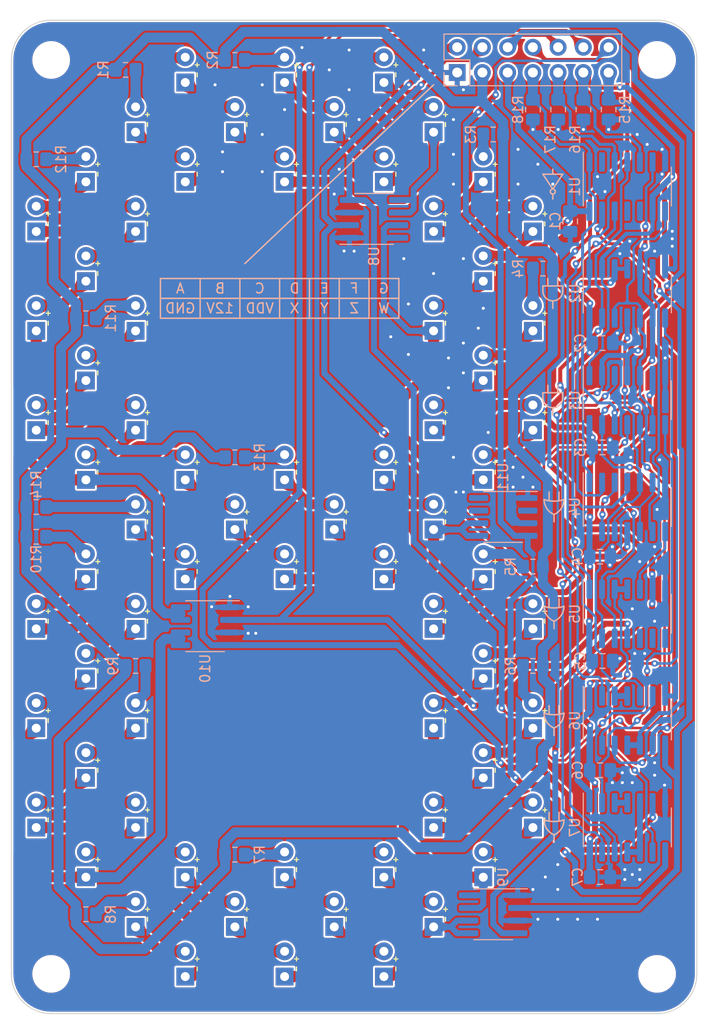
<source format=kicad_pcb>
(kicad_pcb (version 20211014) (generator pcbnew)
  (layers (0 "F.Cu" signal) (31 "B.Cu" signal) (34 "B.Paste" user) (35 "F.Paste" user) (36 "B.SilkS" user "B.Silkscreen") (37 "F.SilkS" user "F.Silkscreen") (38 "B.Mask" user) (39 "F.Mask" user) (44 "Edge.Cuts" user))
  (net 0 "")
  (net 1 "+12V")
  (net 2 "Net-(D5-Pad2)")
  (net 3 "Net-(D10-Pad2)")
  (net 4 "Net-(D15-Pad2)")
  (net 5 "Net-(D20-Pad2)")
  (net 6 "Net-(D25-Pad2)")
  (net 7 "Net-(D30-Pad2)")
  (net 8 "Net-(D35-Pad2)")
  (net 9 "Net-(D40-Pad2)")
  (net 10 "Net-(D45-Pad2)")
  (net 11 "Net-(D50-Pad2)")
  (net 12 "Net-(D55-Pad2)")
  (net 13 "Net-(D60-Pad2)")
  (net 14 "Net-(D65-Pad2)")
  (net 15 "Net-(D70-Pad2)")
  (net 16 "GND")
  (net 17 "/G")
  (net 18 "/A")
  (net 19 "/B")
  (net 20 "/C")
  (net 21 "Net-(D21-Pad1)")
  (net 22 "/D")
  (net 23 "Net-(D31-Pad1)")
  (net 24 "/E")
  (net 25 "/F")
  (net 26 "/X")
  (net 27 "/X'")
  (net 28 "/Y")
  (net 29 "/Y'")
  (net 30 "/Z")
  (net 31 "/Z'")
  (net 32 "/W'")
  (net 33 "/W")
  (net 36 "/Y'Z")
  (net 37 "/Y+Z'")
  (net 38 "VDD")
  (net 39 "/ZW")
  (net 40 "/ZW'")
  (net 41 "/YW'")
  (net 42 "/YZ'")
  (net 43 "/YW")
  (net 44 "/Z+YW")
  (net 45 "/Y'W'")
  (net 46 "/X+Y'W'")
  (net 47 "/X+Y'W'+YZ'W")
  (net 48 "/YZ'W")
  (net 49 "/Y'Z+ZW'")
  (net 53 "/Z'W'")
  (net 54 "/ZW+Z'W'")
  (net 55 "/YW'+Z'W'")
  (net 56 "/X+YZ'")
  (net 57 "Net-(D28-Pad2)")
  (net 58 "Net-(D29-Pad2)")
  (net 59 "Net-(D31-Pad2)")
  (net 60 "Net-(D32-Pad2)")
  (net 61 "Net-(D33-Pad2)")
  (net 62 "Net-(D34-Pad2)")
  (net 63 "Net-(D36-Pad2)")
  (net 64 "Net-(D37-Pad2)")
  (net 65 "Net-(D38-Pad2)")
  (net 66 "Net-(D39-Pad2)")
  (net 67 "Net-(D41-Pad2)")
  (net 68 "Net-(D42-Pad2)")
  (net 69 "Net-(D43-Pad2)")
  (net 70 "Net-(D44-Pad2)")
  (net 71 "Net-(D46-Pad2)")
  (net 72 "Net-(D47-Pad2)")
  (net 73 "Net-(D48-Pad2)")
  (net 74 "Net-(D49-Pad2)")
  (net 75 "Net-(D12-Pad2)")
  (net 76 "Net-(D13-Pad2)")
  (net 77 "Net-(D51-Pad2)")
  (net 78 "Net-(D52-Pad2)")
  (net 79 "Net-(D53-Pad2)")
  (net 80 "Net-(D54-Pad2)")
  (net 81 "Net-(D56-Pad2)")
  (net 82 "Net-(D57-Pad2)")
  (net 83 "Net-(D58-Pad2)")
  (net 84 "Net-(D59-Pad2)")
  (net 85 "Net-(D61-Pad2)")
  (net 86 "Net-(D62-Pad2)")
  (net 87 "Net-(D63-Pad2)")
  (net 88 "Net-(D64-Pad2)")
  (net 89 "Net-(D66-Pad2)")
  (net 90 "Net-(D67-Pad2)")
  (net 91 "Net-(D68-Pad2)")
  (net 92 "Net-(D69-Pad2)")
  (net 93 "Net-(D1-Pad2)")
  (net 94 "Net-(D2-Pad2)")
  (net 95 "Net-(D3-Pad2)")
  (net 96 "Net-(D4-Pad2)")
  (net 97 "Net-(D6-Pad2)")
  (net 98 "Net-(D7-Pad2)")
  (net 99 "Net-(D8-Pad2)")
  (net 100 "Net-(D10-Pad1)")
  (net 101 "Net-(D11-Pad2)")
  (net 102 "Net-(D14-Pad2)")
  (net 103 "Net-(D16-Pad2)")
  (net 104 "Net-(D17-Pad2)")
  (net 105 "Net-(D18-Pad2)")
  (net 106 "Net-(D19-Pad2)")
  (net 107 "Net-(D21-Pad2)")
  (net 108 "Net-(D22-Pad2)")
  (net 109 "Net-(D23-Pad2)")
  (net 110 "Net-(D24-Pad2)")
  (net 111 "Net-(D26-Pad2)")
  (net 112 "Net-(D27-Pad2)")
  (net 113 "Net-(U10-Pad5)")
  (net 115 "Net-(U11-Pad5)")
  (net 118 "Net-(U8-Pad5)")
  (net 119 "Net-(U8-Pad7)")
  (net 120 "Net-(U10-Pad7)")
  (footprint "7_segment_digit:LED_D3.0mm" (layer "F.Cu") (at 170 60 90)
    (fp_text reference "D7" hide)
    (fp_text value "LED" hide)
  )
  (footprint "7_segment_digit:LED_D3.0mm" (layer "F.Cu") (at 140 130 90)
    (fp_text reference "D44" hide)
    (fp_text value "LED" hide)
  )
  (footprint "7_segment_digit:LED_D3.0mm" (layer "F.Cu") (at 170 150 90)
    (fp_text reference "D33" hide)
    (fp_text value "LED" hide)
  )
  (footprint "7_segment_digit:LED_D3.0mm" (layer "F.Cu") (at 175 135 90)
    (fp_text reference "D28" hide)
    (fp_text value "LED" hide)
  )
  (footprint "7_segment_digit:LED_D3.0mm" (layer "F.Cu") (at 150 70 90)
    (fp_text reference "D4" hide)
    (fp_text value "LED" hide)
  )
  (footprint "7_segment_digit:LED_D3.0mm" (layer "F.Cu") (at 145 95 90)
    (fp_text reference "D52" hide)
    (fp_text value "LED" hide)
  )
  (footprint "7_segment_digit:LED_D3.0mm" (layer "F.Cu") (at 175 125 90)
    (fp_text reference "D21" hide)
    (fp_text value "LED" hide)
  )
  (footprint "7_segment_digit:LED_D3.0mm" (layer "F.Cu") (at 175 105 90)
    (fp_text reference "D61" hide)
    (fp_text value "LED" hide)
  )
  (footprint "7_segment_digit:LED_D3.0mm" (layer "F.Cu") (at 140 80 90)
    (fp_text reference "D57" hide)
    (fp_text value "LED" hide)
  )
  (footprint "7_segment_digit:LED_D3.0mm" (layer "F.Cu") (at 135 125 90)
    (fp_text reference "D46" hide)
    (fp_text value "LED" hide)
  )
  (footprint "7_segment_digit:LED_D3.0mm" (layer "F.Cu") (at 180 130 90)
    (fp_text reference "D29" hide)
    (fp_text value "LED" hide)
  )
  (footprint "7_segment_digit:LED_D3.0mm" (layer "F.Cu") (at 165 145 90)
    (fp_text reference "D34" hide)
    (fp_text value "LED" hide)
  )
  (footprint "7_segment_digit:LED_D3.0mm" (layer "F.Cu") (at 155 145 90)
    (fp_text reference "D37" hide)
    (fp_text value "LED" hide)
  )
  (footprint "MountingHole:MountingHole_3.2mm_M3" (layer "F.Cu") (at 136.5 59)
    (fp_text reference "H4" hide)
    (fp_text value "MountingHole")
  )
  (footprint "7_segment_digit:LED_D3.0mm" (layer "F.Cu") (at 160 150 90)
    (fp_text reference "D36" hide)
    (fp_text value "LED" hide)
  )
  (footprint "7_segment_digit:LED_D3.0mm" (layer "F.Cu") (at 170 110 90)
    (fp_text reference "D63" hide)
    (fp_text value "LED" hide)
  )
  (footprint "7_segment_digit:LED_D3.0mm" (layer "F.Cu") (at 140 140 90)
    (fp_text reference "D41" hide)
    (fp_text value "LED" hide)
  )
  (footprint "7_segment_digit:LED_D3.0mm" (layer "F.Cu") (at 145 65 90)
    (fp_text reference "D5" hide)
    (fp_text value "LED" hide)
  )
  (footprint "7_segment_digit:LED_D3.0mm" (layer "F.Cu") (at 140 90 90)
    (fp_text reference "D54" hide)
    (fp_text value "LED" hide)
  )
  (footprint "7_segment_digit:LED_D3.0mm" (layer "F.Cu") (at 145 85 90)
    (fp_text reference "D55" hide)
    (fp_text value "LED" hide)
  )
  (footprint "7_segment_digit:LED_D3.0mm" (layer "F.Cu") (at 150 150 90)
    (fp_text reference "D39" hide)
    (fp_text value "LED" hide)
  )
  (footprint "7_segment_digit:LED_D3.0mm" (layer "F.Cu") (at 160 100 90)
    (fp_text reference "D65" hide)
    (fp_text value "LED" hide)
  )
  (footprint "7_segment_digit:LED_D3.0mm" (layer "F.Cu") (at 175 85 90)
    (fp_text reference "D11" hide)
    (fp_text value "LED" hide)
  )
  (footprint "7_segment_digit:LED_D3.0mm" (layer "F.Cu") (at 170 100 90)
    (fp_text reference "D62" hide)
    (fp_text value "LED" hide)
  )
  (footprint "7_segment_digit:LED_D3.0mm" (layer "F.Cu") (at 170 70 90)
    (fp_text reference "D8" hide)
    (fp_text value "LED" hide)
  )
  (footprint "7_segment_digit:LED_D3.0mm" (layer "F.Cu") (at 180 120 90)
    (fp_text reference "D22" hide)
    (fp_text value "LED" hide)
  )
  (footprint "7_segment_digit:LED_D3.0mm" (layer "F.Cu") (at 160 60 90)
    (fp_text reference "D10" hide)
    (fp_text value "LED" hide)
  )
  (footprint "7_segment_digit:LED_D3.0mm" (layer "F.Cu") (at 180 70 90)
    (fp_text reference "D15" hide)
    (fp_text value "LED" hide)
  )
  (footprint "7_segment_digit:LED_D3.0mm" (layer "F.Cu") (at 160 110 90)
    (fp_text reference "D66" hide)
    (fp_text value "LED" hide)
  )
  (footprint "7_segment_digit:LED_D3.0mm" (layer "F.Cu") (at 160 140 90)
    (fp_text reference "D35" hide)
    (fp_text value "LED" hide)
  )
  (footprint "7_segment_digit:LED_D3.0mm" (layer "F.Cu") (at 165 65 90)
    (fp_text reference "D9" hide)
    (fp_text value "LED" hide)
  )
  (footprint "7_segment_digit:LED_D3.0mm" (layer "F.Cu") (at 180 140 90)
    (fp_text reference "D26" hide)
    (fp_text value "LED" hide)
  )
  (footprint "7_segment_digit:LED_D3.0mm" (layer "F.Cu") (at 140 110 90)
    (fp_text reference "D50" hide)
    (fp_text value "LED" hide)
  )
  (footprint "7_segment_digit:LED_D3.0mm" (layer "F.Cu") (at 135 75 90)
    (fp_text reference "D59" hide)
    (fp_text value "LED" hide)
  )
  (footprint "7_segment_digit:LED_D3.0mm" (layer "F.Cu") (at 175 145 90)
    (fp_text reference "D31" hide)
    (fp_text value "LED" hide)
  )
  (footprint "MountingHole:MountingHole_3.2mm_M3" (layer "F.Cu") (at 197.5 151)
    (fp_text reference "H2" hide)
    (fp_text value "MountingHole")
  )
  (footprint "7_segment_digit:LED_D3.0mm" (layer "F.Cu") (at 145 125 90)
    (fp_text reference "D45" hide)
    (fp_text value "LED" hide)
  )
  (footprint "7_segment_digit:LED_D3.0mm" (layer "F.Cu") (at 160 70 90)
    (fp_text reference "D1" hide)
    (fp_text value "LED" hide)
  )
  (footprint "7_segment_digit:LED_D3.0mm" (layer "F.Cu") (at 175 65 90)
    (fp_text reference "D6" hide)
    (fp_text value "LED" hide)
  )
  (footprint "7_segment_digit:LED_D3.0mm" (layer "F.Cu") (at 185 75 90)
    (fp_text reference "D13" hide)
    (fp_text value "LED" hide)
  )
  (footprint "7_segment_digit:LED_D3.0mm" (layer "F.Cu") (at 155 65 90)
    (fp_text reference "D2" hide)
    (fp_text value "LED" hide)
  )
  (footprint "MountingHole:MountingHole_3.2mm_M3" (layer "F.Cu") (at 136.5 151)
    (fp_text reference "H3" hide)
    (fp_text value "MountingHole")
  )
  (footprint "7_segment_digit:LED_D3.0mm" (layer "F.Cu") (at 155 105 90)
    (fp_text reference "D67" hide)
    (fp_text value "LED" hide)
  )
  (footprint "7_segment_digit:LED_D3.0mm" (layer "F.Cu") (at 140 120 90)
    (fp_text reference "D47" hide)
    (fp_text value "LED" hide)
  )
  (footprint "7_segment_digit:LED_D3.0mm" (layer "F.Cu") (at 135 85 90)
    (fp_text reference "D56" hide)
    (fp_text value "LED" hide)
  )
  (footprint "7_segment_digit:LED_D3.0mm" (layer "F.Cu") (at 165 105 90)
    (fp_text reference "D64" hide)
    (fp_text value "LED" hide)
  )
  (footprint "7_segment_digit:LED_D3.0mm" (layer "F.Cu") (at 145 135 90)
    (fp_text reference "D42" hide)
    (fp_text value "LED" hide)
  )
  (footprint "7_segment_digit:LED_D3.0mm" (layer "F.Cu") (at 145 145 90)
    (fp_text reference "D40" hide)
    (fp_text value "LED" hide)
  )
  (footprint "7_segment_digit:LED_D3.0mm" (layer "F.Cu") (at 185 95 90)
    (fp_text reference "D17" hide)
    (fp_text value "LED" hide)
  )
  (footprint "7_segment_digit:LED_D3.0mm" (layer "F.Cu") (at 180 90 90)
    (fp_text reference "D19" hide)
    (fp_text value "LED" hide)
  )
  (footprint "7_segment_digit:LED_D3.0mm" (layer "F.Cu") (at 135 115 90)
    (fp_text reference "D49" hide)
    (fp_text value "LED" hide)
  )
  (footprint "7_segment_digit:LED_D3.0mm" (layer "F.Cu") (at 185 115 90)
    (fp_text reference "D23" hide)
    (fp_text value "LED" hide)
  )
  (footprint "7_segment_digit:LED_D3.0mm" (layer "F.Cu") (at 185 125 90)
    (fp_text reference "D30" hide)
    (fp_text value "LED" hide)
  )
  (footprint "7_segment_digit:LED_D3.0mm" (layer "F.Cu") (at 140 70 90)
    (fp_text reference "D60" hide)
    (fp_text value "LED" hide)
  )
  (footprint "7_segment_digit:LED_D3.0mm" (layer "F.Cu") (at 185 135 90)
    (fp_text reference "D27" hide)
    (fp_text value "LED" hide)
  )
  (footprint "7_segment_digit:LED_D3.0mm" (layer "F.Cu") (at 135 135 90)
    (fp_text reference "D43" hide)
    (fp_text value "LED" hide)
  )
  (footprint "7_segment_digit:LED_D3.0mm" (layer "F.Cu") (at 145 115 90)
    (fp_text reference "D48" hide)
    (fp_text value "LED" hide)
  )
  (footprint "7_segment_digit:LED_D3.0mm" (layer "F.Cu") (at 180 80 90)
    (fp_text reference "D12" hide)
    (fp_text value "LED" hide)
  )
  (footprint "7_segment_digit:LED_D3.0mm" (layer "F.Cu") (at 175 95 90)
    (fp_text reference "D18" hide)
    (fp_text value "LED" hide)
  )
  (footprint "MountingHole:MountingHole_3.2mm_M3" (layer "F.Cu") (at 197.5 59)
    (fp_text reference "H1" hide)
    (fp_text value "MountingHole")
  )
  (footprint "7_segment_digit:LED_D3.0mm" (layer "F.Cu") (at 185 85 90)
    (fp_text reference "D20" hide)
    (fp_text value "LED" hide)
  )
  (footprint "7_segment_digit:LED_D3.0mm" (layer "F.Cu") (at 150 140 90)
    (fp_text reference "D38" hide)
    (fp_text value "LED" hide)
  )
  (footprint "7_segment_digit:LED_D3.0mm" (layer "F.Cu") (at 150 110 90)
    (fp_text reference "D69" hide)
    (fp_text value "LED" hide)
  )
  (footprint "7_segment_digit:LED_D3.0mm" (layer "F.Cu") (at 180 110 90)
    (fp_text reference "D25" hide)
    (fp_text value "LED" hide)
  )
  (footprint "7_segment_digit:LED_D3.0mm" (layer "F.Cu") (at 170 140 90)
    (fp_text reference "D32" hide)
    (fp_text value "LED" hide)
  )
  (footprint "7_segment_digit:LED_D3.0mm" (layer "F.Cu") (at 175 75 90)
    (fp_text reference "D14" hide)
    (fp_text value "LED" hide)
  )
  (footprint "7_segment_digit:LED_D3.0mm" (layer "F.Cu") (at 175 115 90)
    (fp_text reference "D24" hide)
    (fp_text value "LED" hide)
  )
  (footprint "7_segment_digit:LED_D3.0mm" (layer "F.Cu") (at 150 60 90)
    (fp_text reference "D3" hide)
    (fp_text value "LED" hide)
  )
  (footprint "7_segment_digit:LED_D3.0mm" (layer "F.Cu") (at 150 100 90)
    (fp_text reference "D68" hide)
    (fp_text value "LED" hide)
  )
  (footprint "7_segment_digit:LED_D3.0mm" (layer "F.Cu") (at 145 105 90)
    (fp_text reference "D70" hide)
    (fp_text value "LED" hide)
  )
  (footprint "7_segment_digit:LED_D3.0mm" (layer "F.Cu") (at 145 75 90)
    (fp_text reference "D58" hide)
    (fp_text value "LED" hide)
  )
  (footprint "7_segment_digit:LED_D3.0mm" (layer "F.Cu") (at 140 100 90)
    (fp_text reference "D51" hide)
    (fp_text value "LED" hide)
  )
  (footprint "7_segment_digit:LED_D3.0mm" (layer "F.Cu") (at 135 95 90)
    (fp_text reference "D53" hide)
    (fp_text value "LED" hide)
  )
  (footprint "7_segment_digit:LED_D3.0mm" (layer "F.Cu") (at 180 100 90)
    (fp_text reference "D16" hide)
    (fp_text value "LED" hide)
  )
  (footprint "Package_SO:SOIC-8_3.9x4.9mm_P1.27mm" (layer "B.Cu") (at 169 75)
    (fp_text reference "U8")
    (fp_text value "AOSD32334C")
  )
  (footprint "Resistor_SMD:R_0805_2012Metric_Pad1.20x1.40mm_HandSolder" (layer "B.Cu") (at 135 107)
    (fp_text reference "R10")
    (fp_text value "100R")
  )
  (footprint "Resistor_SMD:R_0805_2012Metric_Pad1.20x1.40mm_HandSolder" (layer "B.Cu") (at 187.54 64 90)
    (fp_text reference "R17")
    (fp_text value "20k")
  )
  (footprint "Package_SO:SOIC-14_3.9x8.7mm_P1.27mm" (layer "B.Cu") (at 194.5 93.25 -90)
    (fp_text reference "U3")
    (fp_text value "74LVC08A")
  )
  (footprint "Resistor_SMD:R_0805_2012Metric_Pad1.20x1.40mm_HandSolder" (layer "B.Cu") (at 190.08 64 90)
    (fp_text reference "R16")
    (fp_text value "20k")
  )
  (footprint "Capacitor_SMD:C_0805_2012Metric_Pad1.18x1.45mm_HandSolder" (layer "B.Cu") (at 192 98)
    (fp_text reference "C3")
    (fp_text value "10u")
  )
  (footprint "Resistor_SMD:R_0805_2012Metric_Pad1.20x1.40mm_HandSolder" (layer "B.Cu") (at 135 69)
    (fp_text reference "R12")
    (fp_text value "100R")
  )
  (footprint "Package_SO:SOIC-8_3.9x4.9mm_P1.27mm" (layer "B.Cu") (at 152 116 180)
    (fp_text reference "U10")
    (fp_text value "AOSD32334C")
  )
  (footprint "Capacitor_SMD:C_0805_2012Metric_Pad1.18x1.45mm_HandSolder" (layer "B.Cu") (at 188.75 75.25 -90)
    (fp_text reference "C1")
    (fp_text value "10u")
  )
  (footprint "Package_SO:SOIC-14_3.9x8.7mm_P1.27mm" (layer "B.Cu") (at 194.5 104 -90)
    (fp_text reference "U4")
    (fp_text value "SN74AHC32")
  )
  (footprint "Resistor_SMD:R_0805_2012Metric_Pad1.20x1.40mm_HandSolder" (layer "B.Cu") (at 140 85)
    (fp_text reference "R11")
    (fp_text value "100R")
  )
  (footprint "7_segment_digit:PinHeader_2x07_P2.54mm_Vertical" (layer "B.Cu") (at 177.375 57.725 -90)
    (fp_text reference "J1" hide)
    (fp_text value "2x7 Pin Header")
  )
  (footprint "Package_SO:SOIC-8_3.9x4.9mm_P1.27mm" (layer "B.Cu") (at 182 105 180)
    (fp_text reference "U11")
    (fp_text value "AOSD32334C")
  )
  (footprint "Package_SO:SOIC-14_3.9x8.7mm_P1.27mm" (layer "B.Cu") (at 194.5 71.75 -90)
    (fp_text reference "U1")
    (fp_text value "74LVC14A")
  )
  (footprint "Package_SO:SOIC-14_3.9x8.7mm_P1.27mm" (layer "B.Cu") (at 194.5 136.25 -90)
    (fp_text reference "U7")
    (fp_text value "SN74AHC32")
  )
  (footprint "Resistor_SMD:R_0805_2012Metric_Pad1.20x1.40mm_HandSolder" (layer "B.Cu") (at 186 80 180)
    (fp_text reference "R4")
    (fp_text value "100R")
  )
  (footprint "Capacitor_SMD:C_0805_2012Metric_Pad1.18x1.45mm_HandSolder" (layer "B.Cu") (at 192 119.5)
    (fp_text reference "C5")
    (fp_text value "10u")
  )
  (footprint "Resistor_SMD:R_0805_2012Metric_Pad1.20x1.40mm_HandSolder" (layer "B.Cu") (at 185 120 180)
    (fp_text reference "R6")
    (fp_text value "100R")
  )
  (footprint "Package_SO:SOIC-14_3.9x8.7mm_P1.27mm" (layer "B.Cu") (at 194.5 125.5 -90)
    (fp_text reference "U6")
    (fp_text value "SN74AHC32")
  )
  (footprint "Resistor_SMD:R_0805_2012Metric_Pad1.20x1.40mm_HandSolder" (layer "B.Cu") (at 181 66.5 180)
    (fp_text reference "R3")
    (fp_text value "100R")
  )
  (footprint "Package_SO:SOIC-14_3.9x8.7mm_P1.27mm" (layer "B.Cu") (at 194.5 82.5 -90)
    (fp_text reference "U2")
    (fp_text value "74LVC08A")
  )
  (footprint "Capacitor_SMD:C_0805_2012Metric_Pad1.18x1.45mm_HandSolder" (layer "B.Cu") (at 191.75 109)
    (fp_text reference "C4")
    (fp_text value "10u")
  )
  (footprint "Resistor_SMD:R_0805_2012Metric_Pad1.20x1.40mm_HandSolder" (layer "B.Cu") (at 135 104)
    (fp_text reference "R14")
    (fp_text value "100R")
  )
  (footprint "Resistor_SMD:R_0805_2012Metric_Pad1.20x1.40mm_HandSolder" (layer "B.Cu") (at 185 64 90)
    (fp_text reference "R18")
    (fp_text value "20k")
  )
  (footprint "Resistor_SMD:R_0805_2012Metric_Pad1.20x1.40mm_HandSolder" (layer "B.Cu") (at 155 59)
    (fp_text reference "R2")
    (fp_text value "100R")
  )
  (footprint "Resistor_SMD:R_0805_2012Metric_Pad1.20x1.40mm_HandSolder" (layer "B.Cu") (at 192.62 64 90)
    (fp_text reference "R15")
    (fp_text value "20k")
  )
  (footprint "Package_SO:SOIC-8_3.9x4.9mm_P1.27mm" (layer "B.Cu") (at 181 145 180)
    (fp_text reference "U9")
    (fp_text value "AOSD32334C")
  )
  (footprint "Resistor_SMD:R_0805_2012Metric_Pad1.20x1.40mm_HandSolder" (layer "B.Cu") (at 145 120)
    (fp_text reference "R9")
    (fp_text value "100R")
  )
  (footprint "Resistor_SMD:R_0805_2012Metric_Pad1.20x1.40mm_HandSolder" (layer "B.Cu") (at 140 145)
    (fp_text reference "R8")
    (fp_text value "100R")
  )
  (footprint "Resistor_SMD:R_0805_2012Metric_Pad1.20x1.40mm_HandSolder" (layer "B.Cu") (at 155 139)
    (fp_text reference "R7")
    (fp_text value "100R")
  )
  (footprint "Capacitor_SMD:C_0805_2012Metric_Pad1.18x1.45mm_HandSolder" (layer "B.Cu") (at 191.75 130.5)
    (fp_text reference "C6")
    (fp_text value "10u")
  )
  (footprint "Resistor_SMD:R_0805_2012Metric_Pad1.20x1.40mm_HandSolder" (layer "B.Cu") (at 144 60)
    (fp_text reference "R1")
    (fp_text value "100R")
  )
  (footprint "Resistor_SMD:R_0805_2012Metric_Pad1.20x1.40mm_HandSolder" (layer "B.Cu") (at 155 99)
    (fp_text reference "R13")
    (fp_text value "100R")
  )
  (footprint "Capacitor_SMD:C_0805_2012Metric_Pad1.18x1.45mm_HandSolder" (layer "B.Cu") (at 191.75 141.25)
    (fp_text reference "C7")
    (fp_text value "10u")
  )
  (footprint "Resistor_SMD:R_0805_2012Metric_Pad1.20x1.40mm_HandSolder" (layer "B.Cu") (at 185 110 180)
    (fp_text reference "R5")
    (fp_text value "100R")
  )
  (footprint "Capacitor_SMD:C_0805_2012Metric_Pad1.18x1.45mm_HandSolder" (layer "B.Cu") (at 192 87.5)
    (fp_text reference "C2")
    (fp_text value "10u")
  )
  (footprint "Package_SO:SOIC-14_3.9x8.7mm_P1.27mm" (layer "B.Cu") (at 194.5 114.75 -90)
    (fp_text reference "U5")
    (fp_text value "SN74AHC32")
  )
  (gr_line (start 168.5 81) (end 168.5 85) (layer "B.SilkS") (width 0.15))
  (gr_line (start 188 92.5) (end 188 93) (layer "B.SilkS") (width 0.15))
  (gr_line (start 155.5 81) (end 155.5 85) (layer "B.SilkS") (width 0.15))
  (gr_line (start 187.624576 134.749719) (end 187.624576 135.624719) (layer "B.SilkS") (width 0.15))
  (gr_line (start 147.5 81) (end 147.5 85) (layer "B.SilkS") (width 0.15))
  (gr_arc (start 188.124576 124.749719) (mid 187.851728 125.651154) (end 187.124576 126.249719) (layer "B.SilkS") (width 0.15))
  (gr_line (start 186 81.75) (end 186 82.25) (layer "B.SilkS") (width 0.15))
  (gr_line (start 162.5 81) (end 162.5 85) (layer "B.SilkS") (width 0.15))
  (gr_line (start 188 81.75) (end 188 82.25) (layer "B.SilkS") (width 0.15))
  (gr_line (start 187 70.5) (end 186 70.5) (layer "B.SilkS") (width 0.15))
  (gr_line (start 187.5 81) (end 187.5 81.75) (layer "B.SilkS") (width 0.15))
  (gr_line (start 187 72.5) (end 187 73) (layer "B.SilkS") (width 0.15))
  (gr_line (start 187 72) (end 188 70.5) (layer "B.SilkS") (width 0.15))
  (gr_arc (start 187.124576 136.999719) (mid 186.397494 136.401107) (end 186.124576 135.499719) (layer "B.SilkS") (width 0.15))
  (gr_line (start 187.124576 104.749719) (end 187.124576 105.499719) (layer "B.SilkS") (width 0.15))
  (gr_arc (start 188.124576 113.999719) (mid 187.851728 114.901154) (end 187.124576 115.499719) (layer "B.SilkS") (width 0.15))
  (gr_arc (start 188.124576 103.249718) (mid 187.124576 103.411996) (end 186.124576 103.249718) (layer "B.SilkS") (width 0.15))
  (gr_line (start 187 94) (end 187 94.75) (layer "B.SilkS") (width 0.15))
  (gr_line (start 186.624576 134.749719) (end 186.624576 135.624719) (layer "B.SilkS") (width 0.15))
  (gr_line (start 187.124576 115.499719) (end 187.124576 116.249719) (layer "B.SilkS") (width 0.15))
  (gr_arc (start 188.124576 124.749718) (mid 187.124576 124.911996) (end 186.124576 124.749718) (layer "B.SilkS") (width 0.15))
  (gr_arc (start 187.124576 104.749719) (mid 186.397494 104.151107) (end 186.124576 103.249719) (layer "B.SilkS") (width 0.15))
  (gr_line (start 187 70) (end 187 70.5) (layer "B.SilkS") (width 0.15))
  (gr_line (start 147.5 83) (end 171.5 83) (layer "B.SilkS") (width 0.15))
  (gr_line (start 187.124576 136.999719) (end 187.124576 137.749719) (layer "B.SilkS") (width 0.15))
  (gr_line (start 186 92.5) (end 188 92.5) (layer "B.SilkS") (width 0.15))
  (gr_line (start 171.5 85) (end 171.5 81) (layer "B.SilkS") (width 0.15))
  (gr_line (start 187.624576 113.249719) (end 187.624576 114.124719) (layer "B.SilkS") (width 0.15))
  (gr_arc (start 188 82.25) (mid 187 83.25) (end 186 82.25) (layer "B.SilkS") (width 0.15))
  (gr_line (start 186.5 81) (end 186.5 81.75) (layer "B.SilkS") (width 0.15))
  (gr_arc (start 187.124576 126.249719) (mid 186.397494 125.651107) (end 186.124576 124.749719) (layer "B.SilkS") (width 0.15))
  (gr_arc (start 188.124576 135.499718) (mid 187.124576 135.661996) (end 186.124576 135.499718) (layer "B.SilkS") (width 0.15))
  (gr_line (start 186.624576 102.499719) (end 186.624576 103.374719) (layer "B.SilkS") (width 0.15))
  (gr_line (start 159.5 81) (end 159.5 85) (layer "B.SilkS") (width 0.15))
  (gr_circle (center 187 72.25) (end 187 72.5) (layer "B.SilkS") (width 0.15) (fill none))
  (gr_line (start 186 81.75) (end 188 81.75) (layer "B.SilkS") (width 0.15))
  (gr_line (start 175 61.5) (end 156 79.5) (layer "B.SilkS") (width 0.15))
  (gr_line (start 187.124576 126.249719) (end 187.124576 126.999719) (layer "B.SilkS") (width 0.15))
  (gr_line (start 188 70.5) (end 187 70.5) (layer "B.SilkS") (width 0.15))
  (gr_line (start 151.5 81) (end 151.5 85) (layer "B.SilkS") (width 0.15))
  (gr_line (start 171.5 81) (end 147.5 81) (layer "B.SilkS") (width 0.15))
  (gr_line (start 187.624576 102.499719) (end 187.624576 103.374719) (layer "B.SilkS") (width 0.15))
  (gr_line (start 147.5 85) (end 171.5 85) (layer "B.SilkS") (width 0.15))
  (gr_line (start 187.624576 123.999719) (end 187.624576 124.874719) (layer "B.SilkS") (width 0.15))
  (gr_line (start 186.5 91.75) (end 186.5 92.5) (layer "B.SilkS") (width 0.15))
  (gr_line (start 187 83.25) (end 187 84) (layer "B.SilkS") (width 0.15))
  (gr_arc (start 188.124576 103.249719) (mid 187.851728 104.151154) (end 187.124576 104.749719) (layer "B.SilkS") (width 0.15))
  (gr_arc (start 187.124576 115.499719) (mid 186.397494 114.901107) (end 186.124576 113.999719) (layer "B.SilkS") (width 0.15))
  (gr_line (start 186 92.5) (end 186 93) (layer "B.SilkS") (width 0.15))
  (gr_line (start 165.5 81) (end 165.5 85) (layer "B.SilkS") (width 0.15))
  (gr_arc (start 188.124576 113.999718) (mid 187.124576 114.161996) (end 186.124576 113.999718) (layer "B.SilkS") (width 0.15))
  (gr_arc (start 188.124576 135.499719) (mid 187.851728 136.401154) (end 187.124576 136.999719) (layer "B.SilkS") (width 0.15))
  (gr_line (start 186 70.5) (end 187 72) (layer "B.SilkS") (width 0.15))
  (gr_line (start 186.624576 123.999719) (end 186.624576 124.874719) (layer "B.SilkS") (width 0.15))
  (gr_line (start 186.624576 113.249719) (end 186.624576 114.124719) (layer "B.SilkS") (width 0.15))
  (gr_arc (start 188 93) (mid 187 94) (end 186 93) (layer "B.SilkS") (width 0.15))
  (gr_line (start 187.5 91.75) (end 187.5 92.5) (layer "B.SilkS") (width 0.15))
  (gr_arc (start 197.5 55) (mid 200.328427 56.171573) (end 201.5 59) (layer "Edge.Cuts") (width 0.1))
  (gr_line (start 132.5 59) (end 132.5 151) (layer "Edge.Cuts") (width 0.1))
  (gr_line (start 201.5 151) (end 201.5 59) (layer "Edge.Cuts") (width 0.1))
  (gr_line (start 136.5 155) (end 197.5 155) (layer "Edge.Cuts") (width 0.1))
  (gr_arc (start 132.5 59) (mid 133.671573 56.171573) (end 136.5 55) (layer "Edge.Cuts") (width 0.1))
  (gr_arc (start 201.5 151) (mid 200.328427 153.828427) (end 197.5 155) (layer "Edge.Cuts") (width 0.1))
  (gr_line (start 197.5 55) (end 136.5 55) (layer "Edge.Cuts") (width 0.1))
  (gr_arc (start 136.5 155) (mid 133.671573 153.828427) (end 132.5 151) (layer "Edge.Cuts") (width 0.1))
  (gr_text "E" (at 164 82) (layer "B.SilkS") (effects (font (size 1 1)) (justify mirror)))
  (gr_text "Y" (at 164 84) (layer "B.SilkS") (effects (font (size 1 1)) (justify mirror)))
  (gr_text "D" (at 161 82) (layer "B.SilkS") (effects (font (size 1 1)) (justify mirror)))
  (gr_text "C" (at 157.5 82) (layer "B.SilkS") (effects (font (size 1 1)) (justify mirror)))
  (gr_text "B" (at 153.5 82) (layer "B.SilkS") (effects (font (size 1 1)) (justify mirror)))
  (gr_text "X" (at 161 84) (layer "B.SilkS") (effects (font (size 1 1)) (justify mirror)))
  (gr_text "G" (at 170 82) (layer "B.SilkS") (effects (font (size 1 1)) (justify mirror)))
  (gr_text "GND" (at 149.5 84) (layer "B.SilkS") (effects (font (size 1 1)) (justify mirror)))
  (gr_text "W" (at 170 84) (layer "B.SilkS") (effects (font (size 1 1)) (justify mirror)))
  (gr_text "VDD" (at 157.5 84) (layer "B.SilkS") (effects (font (size 1 1)) (justify mirror)))
  (gr_text "A" (at 149.5 82) (layer "B.SilkS") (effects (font (size 1 1)) (justify mirror)))
  (gr_text "12V" (at 153.5 84) (layer "B.SilkS") (effects (font (size 1 1)) (justify mirror)))
  (gr_text "F" (at 167 82) (layer "B.SilkS") (effects (font (size 1 1)) (justify mirror)))
  (gr_text "Z" (at 167 84) (layer "B.SilkS") (effects (font (size 1 1)) (justify mirror)))
  (segment (start 139 146) (end 141.5 148.5) (width 1) (layer "B.Cu") (net 1))
  (segment (start 169.925489 56.175489) (end 155.824511 56.175489) (width 1) (layer "B.Cu") (net 1))
  (segment (start 147.875 98.25) (end 149.125 97) (width 1) (layer "B.Cu") (net 1))
  (segment (start 137.5 88) (end 139 86.5) (width 1) (layer "B.Cu") (net 1))
  (segment (start 146.107176 56.75) (end 150.5 56.75) (width 1) (layer "B.Cu") (net 1))
  (segment (start 150.5 56.75) (end 152.75 59) (width 1) (layer "B.Cu") (net 1))
  (segment (start 186.75 127.625) (end 186 128.375) (width 1) (layer "B.Cu") (net 1))
  (segment (start 187 79) (end 187 80) (width 1) (layer "B.Cu") (net 1))
  (segment (start 178 138.25) (end 173.25 138.25) (width 1) (layer "B.Cu") (net 1))
  (segment (start 141 60) (end 143 60) (width 1) (layer "B.Cu") (net 1))
  (segment (start 139 145) (end 139 146) (width 1) (layer "B.Cu") (net 1))
  (segment (start 134 107) (end 134 104) (width 1) (layer "B.Cu") (net 1))
  (segment (start 186 118.25) (end 186 120) (width 1) (layer "B.Cu") (net 1))
  (segment (start 155.824511 56.175489) (end 154 58) (width 1) (layer "B.Cu") (net 1))
  (segment (start 186.5 101.25) (end 186.5 108.25) (width 1) (layer "B.Cu") (net 1))
  (segment (start 139 85) (end 139 83.5) (width 1) (layer "B.Cu") (net 1))
  (segment (start 144 120) (end 143.532051 120) (width 1) (layer "B.Cu") (net 1))
  (segment (start 176.915 63.165) (end 169.925489 56.175489) (width 1) (layer "B.Cu") (net 1))
  (segment (start 141.5 148.5) (end 145.875 148.5) (width 1) (layer "B.Cu") (net 1))
  (segment (start 171.75 136.75) (end 155 136.75) (width 1) (layer "B.Cu") (net 1))
  (segment (start 173.25 138.25) (end 171.75 136.75) (width 1) (layer "B.Cu") (net 1))
  (segment (start 182 76.469022) (end 183.780978 78.25) (width 1) (layer "B.Cu") (net 1))
  (segment (start 143 59.857176) (end 146.107176 56.75) (width 1) (layer "B.Cu") (net 1))
  (segment (start 149.125 97) (end 150.75 97) (width 1) (layer "B.Cu") (net 1))
  (segment (start 139 86.5) (end 139 85) (width 1) (layer "B.Cu") (net 1))
  (segment (start 183 97.75) (end 186.5 101.25) (width 1) (layer "B.Cu") (net 1))
  (segment (start 179.915 63.165) (end 182 65.25) (width 1) (layer "B.Cu") (net 1))
  (segment (start 186 120) (end 186 121.25) (width 1) (layer "B.Cu") (net 1))
  (segment (start 143.532051 120) (end 134 110.467949) (width 1) (layer "B.Cu") (net 1))
  (segment (start 187 112.75) (end 187 117.25) (width 1) (layer "B.Cu") (net 1))
  (segment (start 186 110) (end 186 111.75) (width 1) (layer "B.Cu") (net 1))
  (segment (start 137.5 96.5) (end 141.5 96.5) (width 1) (layer "B.Cu") (net 1))
  (segment (start 143 60) (end 143 59.857176) (width 1) (layer "B.Cu") (net 1))
  (segment (start 154 140.375) (end 154 139) (width 1) (layer "B.Cu") (net 1))
  (segment (start 137.5 88) (end 137.5 93.5) (width 1) (layer "B.Cu") (net 1))
  (segment (start 183.780978 78.25) (end 186.25 78.25) (width 1) (layer "B.Cu") (net 1))
  (segment (start 186 121.25) (end 186.75 122) (width 1) (layer "B.Cu") (net 1))
  (segment (start 186.5 108.25) (end 186 108.75) (width 1) (layer "B.Cu") (net 1))
  (segment (start 155 136.75) (end 154 137.75) (width 1) (layer "B.Cu") (net 1))
  (segment (start 134 69) (end 134 67) (width 1) (layer "B.Cu") (net 1))
  (segment (start 134 67) (end 141 60) (width 1) (layer "B.Cu") (net 1))
  (segment (start 186 108.75) (end 186 110) (width 1) (layer "B.Cu") (net 1))
  (segment (start 179.915 60.265) (end 179.915 63.165) (width 1) (layer "B.Cu") (net 1))
  (segment (start 143.25 98.25) (end 147.875 98.25) (width 1) (layer "B.Cu") (net 1))
  (segment (start 186 130.25) (end 178 138.25) (width 1) (layer "B.Cu") (net 1))
  (segment (start 179.915 63.165) (end 176.915 63.165) (width 1) (layer "B.Cu") (net 1))
  (segment (start 183 92.5) (end 183 97.75) (width 1) (layer "B.Cu") (net 1))
  (segment (start 137.25 142.25) (end 137.25 127.5) (width 1) (layer "B.Cu") (net 1))
  (segment (start 152.75 59) (end 154 59) (width 1) (layer "B.Cu") (net 1))
  (segment (start 139 83.5) (end 136.75 81.25) (width 1) (layer "B.Cu") (net 1))
  (segment (start 136.75 72.5) (end 134 69.75) (width 1) (layer "B.Cu") (net 1))
  (segment (start 152.75 99) (end 154 99) (width 1) (layer "B.Cu") (net 1))
  (segment (start 137.25 127.5) (end 144 120.75) (width 1) (layer "B.Cu") (net 1))
  (segment (start 134 104) (end 134 101.25) (width 1) (layer "B.Cu") (net 1))
  (segment (start 187 80) (end 187 88.5) (width 1) (layer "B.Cu") (net 1))
  (segment (start 134 101.25) (end 137.5 97.75) (width 1) (layer "B.Cu") (net 1))
  (segment (start 186 111.75) (end 187 112.75) (width 1) (layer "B.Cu") (net 1))
  (segment (start 134 110.467949) (end 134 107) (width 1) (layer "B.Cu") (net 1))
  (segment (start 182 65.25) (end 182 66.5) (width 1) (layer "B.Cu") (net 1))
  (segment (start 186 128.375) (end 186 130.25) (width 1) (layer "B.Cu") (net 1))
  (segment (start 139 144) (end 137.25 142.25) (width 1) (layer "B.Cu") (net 1))
  (segment (start 141.5 96.5) (end 143.25 98.25) (width 1) (layer "B.Cu") (net 1))
  (segment (start 136.75 81.25) (end 136.75 72.5) (width 1) (layer "B.Cu") (net 1))
  (segment (start 186.75 122) (end 186.75 127.625) (width 1) (layer "B.Cu") (net 1))
  (segment (start 186.25 78.25) (end 187 79) (width 1) (layer "B.Cu") (net 1))
  (segment (start 154 137.75) (end 154 139) (width 1) (layer "B.Cu") (net 1))
  (segment (start 187 117.25) (end 186 118.25) (width 1) (layer "B.Cu") (net 1))
  (segment (start 145.875 148.5) (end 154 140.375) (width 1) (layer "B.Cu") (net 1))
  (segment (start 187 88.5) (end 183 92.5) (width 1) (layer "B.Cu") (net 1))
  (segment (start 134 69.75) (end 134 69) (width 1) (layer "B.Cu") (net 1))
  (segment (start 139 145) (end 139 144) (width 1) (layer "B.Cu") (net 1))
  (segment (start 137.5 97.75) (end 137.5 93.5) (width 1) (layer "B.Cu") (net 1))
  (segment (start 144 120.75) (end 144 120) (width 1) (layer "B.Cu") (net 1))
  (segment (start 150.75 97) (end 152.75 99) (width 1) (layer "B.Cu") (net 1))
  (segment (start 182 66.5) (end 182 76.469022) (width 1) (layer "B.Cu") (net 1))
  (segment (start 154 58) (end 154 59) (width 1) (layer "B.Cu") (net 1))
  (segment (start 145 60) (end 145 63.73) (width 1) (layer "B.Cu") (net 2))
  (segment (start 156 59) (end 159.73 59) (width 1) (layer "B.Cu") (net 3))
  (segment (start 159.73 59) (end 160 58.73) (width 1) (layer "B.Cu") (net 3))
  (segment (start 180 66.5) (end 180 68.73) (width 1) (layer "B.Cu") (net 4))
  (segment (start 185 80) (end 185 83.73) (width 1) (layer "B.Cu") (net 5))
  (segment (start 184 110) (end 182.73 108.73) (width 1) (layer "B.Cu") (net 6))
  (segment (start 182.73 108.73) (end 180 108.73) (width 1) (layer "B.Cu") (net 6))
  (segment (start 184 122.73) (end 185 123.73) (width 1) (layer "B.Cu") (net 7))
  (segment (start 184 120) (end 184 122.73) (width 1) (layer "B.Cu") (net 7))
  (segment (start 156 139) (end 159.73 139) (width 1) (layer "B.Cu") (net 8))
  (segment (start 159.73 139) (end 160 138.73) (width 1) (layer "B.Cu") (net 8))
  (segment (start 141 145) (end 142.27 143.73) (width 1) (layer "B.Cu") (net 9))
  (segment (start 142.27 143.73) (end 145 143.73) (width 1) (layer "B.Cu") (net 9))
  (segment (start 146 122.73) (end 145 123.73) (width 1) (layer "B.Cu") (net 10))
  (segment (start 146 120) (end 146 122.73) (width 1) (layer "B.Cu") (net 10))
  (segment (start 138.27 107) (end 140 108.73) (width 1) (layer "B.Cu") (net 11))
  (segment (start 136 107) (end 138.27 107) (width 1) (layer "B.Cu") (net 11))
  (segment (start 142.27 83.73) (end 145 83.73) (width 1) (layer "B.Cu") (net 12))
  (segment (start 141 85) (end 142.27 83.73) (width 1) (layer "B.Cu") (net 12))
  (segment (start 136 69) (end 139.73 69) (width 1) (layer "B.Cu") (net 13))
  (segment (start 139.73 69) (end 140 68.73) (width 1) (layer "B.Cu") (net 13))
  (segment (start 159.73 99) (end 160 98.73) (width 1) (layer "B.Cu") (net 14))
  (segment (start 156 99) (end 159.73 99) (width 1) (layer "B.Cu") (net 14))
  (segment (start 144.73 104) (end 145 103.73) (width 1) (layer "B.Cu") (net 15))
  (segment (start 136 104) (end 144.73 104) (width 1) (layer "B.Cu") (net 15))
  (segment (start 197.25 104.5) (end 197.5 104.25) (width 0.6) (layer "F.Cu") (net 16))
  (segment (start 194.8515 99) (end 196 99) (width 0.6) (layer "F.Cu") (net 16))
  (segment (start 199.0235 77.75) (end 200 77.75) (width 0.6) (layer "F.Cu") (net 16))
  (segment (start 194.20048 105.45048) (end 196.29952 105.45048) (width 0.6) (layer "F.Cu") (net 16))
  (segment (start 198.31302 96.68698) (end 196.75 98.25) (width 0.6) (layer "F.Cu") (net 16))
  (segment (start 193.039813 98.960187) (end 193.073511 98.993885) (width 0.6) (layer "F.Cu") (net 16))
  (segment (start 197.25 117.75) (end 196.25 118.75) (width 0.6) (layer "F.Cu") (net 16))
  (segment (start 193.073511 104.323511) (end 194.20048 105.45048) (width 0.6) (layer "F.Cu") (net 16))
  (segment (start 197.25 108) (end 197.25 104.5) (width 0.6) (layer "F.Cu") (net 16))
  (segment (start 193.073511 98.993885) (end 193.073511 104.323511) (width 0.6) (layer "F.Cu") (net 16))
  (segment (start 199.0235 76.25) (end 200 76.25) (width 0.6) (layer "F.Cu") (net 16))
  (segment (start 197.75 99.25) (end 196.75 98.25) (width 0.6) (layer "F.Cu") (net 16))
  (segment (start 198.31302 89) (end 198.31302 96.68698) (width 0.6) (layer "F.Cu") (net 16))
  (segment (start 197.25 115.5) (end 197.25 117.75) (width 0.6) (layer "F.Cu") (net 16))
  (segment (start 193.25 110.5) (end 192.75 110) (width 0.6) (layer "F.Cu") (net 16))
  (segment (start 192.75 110) (end 192.75 109.8515) (width 0.6) (layer "F.Cu") (net 16))
  (segment (start 196 99) (end 196.75 98.25) (width 0.6) (layer "F.Cu") (net 16))
  (segment (start 194.75 110.5) (end 193.25 110.5) (width 0.6) (layer "F.Cu") (net 16))
  (segment (start 196.29952 105.45048) (end 197.5 104.25) (width 0.6) (layer "F.Cu") (net 16))
  (segment (start 195.75 109.5) (end 194.75 110.5) (width 0.6) (layer "F.Cu") (net 16))
  (segment (start 199.0235 77.75) (end 199.0235 76.25) (width 0.6) (layer "F.Cu") (net 16))
  (segment (start 199.0235 77) (end 200 77) (width 0.6) (layer "F.Cu") (net 16))
  (via (at 176.5 89) (size 0.648) (drill 0.3) (layers "F.Cu" "B.Cu") (net 16))
  (via (at 194.25 141.5) (size 0.648) (drill 0.3) (layers "F.Cu" "B.Cu") (net 16))
  (via (at 191.5 70.75) (size 0.648) (drill 0.3) (layers "F.Cu" "B.Cu") (net 16))
  (via (at 187.5 145.5) (size 0.648) (drill 0.3) (layers "F.Cu" "B.Cu") (net 16))
  (via (at 194.25 140.5) (size 0.648) (drill 0.3) (layers "F.Cu" "B.Cu") (net 16))
  (via (at 195.75 141.5) (size 0.648) (drill 0.3) (layers "F.Cu" "B.Cu") (net 16))
  (via (at 183 102) (size 0.648) (drill 0.3) (layers "F.Cu" "B.Cu") (net 16))
  (via (at 156.337 114.046) (size 0.648) (drill 0.3) (layers "F.Cu" "B.Cu") (net 16))
  (via (at 166.5 62) (size 0.648) (drill 0.3) (layers "F.Cu" "B.Cu") (net 16))
  (via (at 154.5 113) (size 0.648) (drill 0.3) (layers "F.Cu" "B.Cu") (net 16))
  (via (at 165 72.5) (size 0.648) (drill 0.3) (layers "F.Cu" "B.Cu") (net 16))
  (via (at 177.25 102.5) (size 0.648) (drill 0.3) (layers "F.Cu" "B.Cu") (net 16))
  (via (at 176.5 92) (size 0.648) (drill 0.3) (layers "F.Cu" "B.Cu") (net 16))
  (via (at 192.62 66) (size 0.648) (drill 0.3) (layers "F.Cu" "B.Cu") (net 16))
  (via (at 194.8515 99) (size 0.648) (drill 0.3) (layers "F.Cu" "B.Cu") (net 16))
  (via (at 180 84) (size 0.648) (drill 0.3) (layers "F.Cu" "B.Cu") (net 16))
  (via (at 187 71.5) (size 0.648) (drill 0.3) (layers "F.Cu" "B.Cu") (net 16))
  (via (at 165.989 78.232) (size 0.648) (drill 0.3) (layers "F.Cu" "B.Cu") (net 16))
  (via (at 193 131.75) (size 0.648) (drill 0.3) (layers "F.Cu" "B.Cu") (net 16))
  (via (at 153.75 70.25) (size 0.648) (drill 0.3) (layers "F.Cu" "B.Cu") (net 16))
  (via (at 195.75 109.5) (size 0.648) (drill 0.3) (layers "F.Cu" "B.Cu") (net 16))
  (via (at 161.75 57.75) (size 0.648) (drill 0.3) (layers "F.Cu" "B.Cu") (net 16))
  (via (at 187.54 66) (size 0.648) (drill 0.3) (layers "F.Cu" "B.Cu") (net 16))
  (via (at 172.466 88.646) (size 0.648) (drill 0.3) (layers "F.Cu" "B.Cu") (net 16))
  (via (at 178 62) (size 0.648) (drill 0.3) (layers "F.Cu" "B.Cu") (net 16))
  (via (at 192.75 109.8515) (size 0.648) (drill 0.3) (layers "F.Cu" "B.Cu") (net 16))
  (via (at 190.08 66) (size 0.648) (drill 0.3) (layers "F.Cu" "B.Cu") (net 16))
  (via (at 185 66) (size 0.648) (drill 0.3) (layers "F.Cu" "B.Cu") (net 16))
  (via (at 179.5 86) (size 0.648) (drill 0.3) (layers "F.Cu" "B.Cu") (net 16))
  (via (at 195.25 118.75) (size 0.648) (drill 0.3) (layers "F.Cu" "B.Cu") (net 16))
  (via (at 185.5 69.5) (size 0.648) (drill 0.3) (layers "F.Cu" "B.Cu") (net 16))
  (via (at 192.75 97.25) (size 0.648) (drill 0.3) (layers "F.Cu" "B.Cu") (net 16))
  (via (at 153 61.5) (size 0.648) (drill 0.3) (layers "F.Cu" "B.Cu") (net 16))
  (via (at 156.337 116.713) (size 0.648) (drill 0.3) (layers "F.Cu" "B.Cu") (net 16))
  (via (at 172.466 83.566) (size 0.648) (drill 0.3) (layers "F.Cu" "B.Cu") (net 16))
  (via (at 170.688 86.868) (size 0.648) (drill 0.3) (layers "F.Cu" "B.Cu") (net 16))
  (via (at 183.5 71.5) (size 0.648) (drill 0.3) (layers "F.Cu" "B.Cu") (net 16))
  (via (at 180.5 96.5) (size 0.648) (drill 0.3) (layers "F.Cu" "B.Cu") (net 16))
  (via (at 177 71.5) (size 0.648) (drill 0.3) (layers "F.Cu" "B.Cu") (net 16))
  (via (at 195.5 66.5) (size 0.648) (drill 0.3) (layers "F.Cu" "B.Cu") (net 16))
  (via (at 184 101) (size 0.648) (drill 0.3) (layers "F.Cu" "B.Cu") (net 16))
  (via (at 198 70.5) (size 0.648) (drill 0.3) (layers "F.Cu" "B.Cu") (net 16))
  (via (at 197.5 104.25) (size 0.648) (drill 0.3) (layers "F.Cu" "B.Cu") (net 16))
  (via (at 198.25 132) (size 0.648) (drill 0.3) (layers "F.Cu" "B.Cu") (net 16))
  (via (at 153.75 68.25) (size 0.648) (drill 0.3) (layers "F.Cu" "B.Cu") (net 16))
  (via (at 193.75 119.25) (size 0.648) (drill 0.3) (layers "F.Cu" "B.Cu") (net 16))
  (via (at 185.5 145.5) (size 0.648) (drill 0.3) (layers "F.Cu" "B.Cu") (net 16))
  (via (at 157.75 61.5) (size 0.648) (drill 0.3) (layers "F.Cu" "B.Cu") (net 16))
  (via (at 166.5 58) (size 0.648) (drill 0.3) (layers "F.Cu" "B.Cu") (net 16))
  (via (at 191.5 145.5) (size 0.648) (drill 0.3) (layers "F.Cu" "B.Cu") (net 16))
  (via (at 160 64) (size 0.648) (drill 0.3) (layers "F.Cu" "B.Cu") (net 16))
  (via (at 165.5 70) (size 0.648) (drill 0.3) (layers "F.Cu" "B.Cu") (net 16))
  (via (at 197.25 131) (size 0.648) (drill 0.3) (layers "F.Cu" "B.Cu") (net 16))
  (via (at 196.5 67.5) (size 0.648) (drill 0.3) (layers "F.Cu" "B.Cu") (net 16))
  (via (at 196.75 98.25) (size 0.648) (drill 0.3) (layers "F.Cu" "B.Cu") (net 16))
  (via (at 194.75 77.25) (size 0.648) (drill 0.3) (layers "F.Cu" "B.Cu") (net 16))
  (via (at 167.5 65) (size 0.648) (drill 0.3) (layers "F.Cu" "B.Cu") (net 16))
  (via (at 186.25 141.25) (size 0.648) (drill 0.3) (layers "F.Cu" "B.Cu") (net 16))
  (via (at 192.25 72.25) (size 0.648) (drill 0.3) (layers "F.Cu" "B.Cu") (net 16))
  (via (at 199.0235 77) (size 0.648) (drill 0.3) (layers "F.Cu" "B.Cu") (net 16))
  (via (at 197.25 115.5) (size 0.648) (drill 0.3) (layers "F.Cu" "B.Cu") (net 16))
  (via (at 178 79) (size 0.648) (drill 0.3) (layers "F.Cu" "B.Cu") (net 16))
  (via (at 193.75 78.5) (size 0.648) (drill 0.3) (layers "F.Cu" "B.Cu") (net 16))
  (via (at 189.5 145.5) (size 0.648) (drill 0.3) (layers "F.Cu" "B.Cu") (net 16))
  (via (at 174 58) (size 0.648) (drill 0.3) (layers "F.Cu" "B.Cu") (net 16))
  (via (at 185 142.5) (size 0.648) (drill 0.3) (layers "F.Cu" "B.Cu") (net 16))
  (via (at 195.75 140.5) (size 0.648) (drill 0.3) (layers "F.Cu" "B.Cu") (net 16))
  (via (at 157.75 66.5) (size 0.648) (drill 0.3) (layers "F.Cu" "B.Cu") (net 16))
  (via (at 197.25 108) (size 0.648) (drill 0.3) (layers "F.Cu" "B.Cu") (net 16))
  (via (at 198 68) (size 0.648) (drill 0.3) (layers "F.Cu" "B.Cu") (net 16))
  (via (at 152.654 114.046) (size 0.648) (drill 0.3) (layers "F.Cu" "B.Cu") (net 16))
  (via (at 199.0235 76.25) (size 0.648) (drill 0.3) (layers "F.Cu" "B.Cu") (net 16))
  (via (at 199.0235 77.75) (size 0.648) (drill 0.3) (layers "F.Cu" "B.Cu") (net 16))
  (via (at 193.5 86.5) (size 0.648) (drill 0.3) (layers "F.Cu" "B.Cu") (net 16))
  (via (at 193.039813 98.960187) (size 0.648) (drill 0.3) (layers "F.Cu" "B.Cu") (net 16))
  (via (at 177 65) (size 0.648) (drill 0.3) (layers "F.Cu" "B.Cu") (net 16))
  (via (at 194 130.75) (size 0.648) (drill 0.3) (layers "F.Cu" "B.Cu") (net 16))
  (via (at 177 99) (size 0.648) (drill 0.3) (layers "F.Cu" "B.Cu") (net 16))
  (via (at 195 141) (size 0.648) (drill 0.3) (layers "F.Cu" "B.Cu") (net 16))
  (via (at 183.5 68) (size 0.648) (drill 0.3) (layers "F.Cu" "B.Cu") (net 16))
  (via (at 183 100) (size 0.648) (drill 0.3) (layers "F.Cu" "B.Cu") (net 16))
  (via (at 197.25 78.25) (size 0.648) (drill 0.3) (layers "F.Cu" "B.Cu") (net 16))
  (via (at 195 114.25) (size 0.648) (drill 0.3) (layers "F.Cu" "B.Cu") (net 16))
  (via (at 196.25 118.75) (size 0.648) (drill 0.3) (layers "F.Cu" "B.Cu") (net 16))
  (via (at 198.31302 89) (size 0.648) (drill 0.3) (layers "F.Cu" "B.Cu") (net 16))
  (via (at 172 79) (size 0.648) (drill 0.3) (layers "F.Cu" "B.Cu") (net 16))
  (via (at 194 131.75) (size 0.648) (drill 0.3) (layers "F.Cu" "B.Cu") (net 16))
  (via (at 178 90.5) (size 0.648) (drill 0.3) (layers "F.Cu" "B.Cu") (net 16))
  (via (at 197.75 99.25) (size 0.648) (drill 0.3) (layers "F.Cu" "B.Cu") (net 16))
  (via (at 187.5 142.5) (size 0.648) (drill 0.3) (layers "F.Cu" "B.Cu") (net 16))
  (via (at 157.75 70.25) (size 0.648) (drill 0.3) (layers "F.Cu" "B.Cu") (net 16))
  (via (at 197.25 129.75) (size 0.648) (drill 0.3) (layers "F.Cu" "B.Cu") (net 16))
  (via (at 195 131.75) (size 0.648) (drill 0.3) (layers "F.Cu" "B.Cu") (net 16))
  (via (at 187.5 140) (size 0.648) (drill 0.3) (layers "F.Cu" "B.Cu") (net 16))
  (via (at 178 102.5) (size 0.648) (drill 0.3) (layers "F.Cu" "B.Cu") (net 16))
  (via (at 157.099 116.713) (size 0.648) (drill 0.3) (layers "F.Cu" "B.Cu") (net 16))
  (via (at 167 78.25) (size 0.648) (drill 0.3) (layers "F.Cu" "B.Cu") (net 16))
  (via (at 177 68.5) (size 0.648) (drill 0.3) (layers "F.Cu" "B.Cu") (net 16))
  (via (at 193 108) (size 0.648) (drill 0.3) (layers "F.Cu" "B.Cu") (net 16))
  (via (at 164.5 60) (size 0.648) (drill 0.3) (layers "F.Cu" "B.Cu") (net 16))
  (via (at 178 87.5) (size 0.648) (drill 0.3) (layers "F.Cu" "B.Cu") (net 16))
  (via (at 185 102) (size 0.648) (drill 0.3) (layers "F.Cu" "B.Cu") (net 16))
  (via (at 175 80.5) (size 0.648) (drill 0.3) (layers "F.Cu" "B.Cu") (net 16))
  (segment (start 195.25 120.414622) (end 195.25 118.75) (width 0.6) (layer "B.Cu") (net 16))
  (segment (start 198.31 80.025) (end 198.31 78.4635) (width 0.6) (layer "B.Cu") (net 16))
  (segment (start 198.31 89.00302) (end 198.31302 89) (width 0.6) (layer "B.Cu") (net 16))
  (segment (start 193.0375 98.957874) (end 193.039813 98.960187) (width 0.6) (layer "B.Cu") (net 16))
  (segment (start 198 68) (end 195 65) (width 0.6) (layer "B.Cu") (net 16))
  (segment (start 199.0235 77) (end 199.0235 76.25) (width 0.6) (layer "B.Cu") (net 16))
  (segment (start 193.5 86.5) (end 193.0375 86.9625) (width 0.6) (layer "B.Cu") (net 16))
  (segment (start 198.31 78.4635) (end 199.0235 77.75) (width 0.6) (layer "B.Cu") (net 16))
  (segment (start 195.25 119.75) (end 195.25 120.414622) (width 0.6) (layer "B.Cu") (net 16))
  (segment (start 193.0375 119.5) (end 193.5 119.5) (width 0.6) (layer "B.Cu") (net 16))
  (segment (start 193.0375 86.9625) (end 193.0375 87.5) (width 0.6) (layer "B.Cu") (net 16))
  (segment (start 199.0235 77.75) (end 199.0235 77) (width 0.6) (layer "B.Cu") (net 16))
  (segment (start 198.31 90.775) (end 198.31 89.00302) (width 0.6) (layer "B.Cu") (net 16))
  (segment (start 192.7875 109) (end 192.7875 109.814) (width 0.6) (layer "B.Cu") (net 16))
  (segment (start 198.31 103.44) (end 197.5 104.25) (width 0.6) (layer "B.Cu") (net 16))
  (segment (start 195.5 114.75) (end 195 114.25) (width 0.6) (layer "B.Cu") (net 16))
  (segment (start 196.25 118.75) (end 195.625 119.375) (width 0.6) (layer "B.Cu") (net 16))
  (segment (start 193.0375 98) (end 193.0375 98.957874) (width 0.6) (layer "B.Cu") (net 16))
  (segment (start 196.335378 121.5) (end 195.667689 120.832311) (width 0.6) (layer "B.Cu") (net 16))
  (segment (start 198.31 101.525) (end 198.31 103.44) (width 0.6) (layer "B.Cu") (net 16))
  (segment (start 198.31 68.31) (end 198 68) (width 0.6) (layer "B.Cu") (net 16))
  (segment (start 185 65) (end 185 66) (width 0.6) (layer "B.Cu") (net 16))
  (segment (start 192.7875 108.2125) (end 193 108) (width 0.6) (layer "B.Cu") (net 16))
  (segment (start 193.256115 99.176489) (end 194.5 99.176489) (width 0.6) (layer "B.Cu") (net 16))
  (segment (start 194.5 99.176489) (end 194.675011 99.176489) (width 0.6) (layer "B.Cu") (net 16))
  (segment (start 183.635 105.635) (end 183 105) (width 0.6) (layer "B.Cu") (net 16))
  (segment (start 198.31 113.604622) (end 197.164622 114.75) (width 0.6) (layer "B.Cu") (net 16))
  (segment (start 198.31 69.275) (end 198.31 68.31) (width 0.6) (layer "B.Cu") (net 16))
  (segment (start 195.25 118.75) (end 196.25 118.75) (width 0.6) (layer "B.Cu") (net 16))
  (segment (start 195 65) (end 192.62 65) (width 0.6) (layer "B.Cu") (net 16))
  (segment (start 194.675011 99.176489) (end 194.8515 99) (width 0.6) (layer "B.Cu") (net 16))
  (segment (start 198.31 101.525) (end 198.31 99.81) (width 0.6) (layer "B.Cu") (net 16))
  (segment (start 198.31 121.81) (end 198 121.5) (width 0.6) (layer "B.Cu") (net 16))
  (segment (start 195.625 119.375) (end 195.25 119.75) (width 0.6) (layer "B.Cu") (net 16))
  (segment (start 198.31 112.275) (end 198.31 113.604622) (width 0.6) (layer "B.Cu") (net 16))
  (segment (start 195.667689 120.832311) (end 195.25 120.414622) (width 0.6) (layer "B.Cu") (net 16))
  (segment (start 195.75 109.5) (end 197.25 108) (width 0.6) (layer "B.Cu") (net 16))
  (segment (start 192.62 66) (end 192.62 65) (width 0.6) (layer "B.Cu") (net 16))
  (segment (start 193.5 119.5) (end 193.75 119.25) (width 0.6) (layer "B.Cu") (net 16))
  (segment (start 195.625 119.375) (end 195.667689 119.417689) (width 0.6) (layer "B.Cu") (net 16))
  (segment (start 198 121.5) (end 196.335378 121.5) (width 0.6) (layer "B.Cu") (net 16))
  (segment (start 198.31 99.81) (end 197.75 99.25) (width 0.6) (layer "B.Cu") (net 16))
  (segment (start 198.31 123.025) (end 198.31 121.81) (width 0.6) (layer "B.Cu") (net 16))
  (segment (start 184.475 105.635) (end 183.635 105.635) (width 0.6) (layer "B.Cu") (net 16))
  (segment (start 183 105) (end 183 102) (width 0.6) (layer "B.Cu") (net 16))
  (segment (start 190.08 66) (end 190.08 65) (width 0.6) (layer "B.Cu") (net 16))
  (segment (start 197.164622 114.75) (end 195.5 114.75) (width 0.6) (layer "B.Cu") (net 16))
  (segment (start 192.7875 109.814) (end 192.75 109.8515) (width 0.6) (layer "B.Cu") (net 16))
  (segment (start 192.7875 109) (end 192.7875 108.2125) (width 0.6) (layer "B.Cu") (net 16))
  (segment (start 187.54 66) (end 187.54 65) (width 0.6) (layer "B.Cu") (net 16))
  (segment (start 195.667689 119.417689) (end 195.667689 120.832311) (width 0.6) (layer "B.Cu") (net 16))
  (segment (start 193.039813 98.960187) (end 193.256115 99.176489) (width 0.6) (layer "B.Cu") (net 16))
  (segment (start 184 132) (end 186 132) (width 0.6) (layer "F.Cu") (net 17))
  (segment (start 187.5 138) (end 188.25 138.75) (width 0.6) (layer "F.Cu") (net 17))
  (segment (start 181.25 62.5) (end 179.5 64.25) (width 0.6) (layer "F.Cu") (net 17))
  (segment (start 183.25 131.25) (end 184 132) (width 0.6) (layer "F.Cu") (net 17))
  (segment (start 187.5 133.5) (end 187.5 138) (width 0.6) (layer "F.Cu") (net 17))
  (segment (start 186 132) (end 187.5 133.5) (width 0.6) (layer "F.Cu") (net 17))
  (via (at 183.250002 131.250004) (size 0.648) (drill 0.3) (layers "F.Cu" "B.Cu") (net 17))
  (via (at 188.249992 138.749989) (size 0.648) (drill 0.3) (layers "F.Cu" "B.Cu") (net 17))
  (via (at 181.25 62.5) (size 0.648) (drill 0.3) (layers "F.Cu" "B.Cu") (net 17))
  (via (at 179.5 64.25) (size 0.648) (drill 0.3) (layers "F.Cu" "B.Cu") (net 17))
  (segment (start 192.615 57.725) (end 191.249511 59.090489) (width 0.25) (layer "B.Cu") (net 17))
  (segment (start 178.75 75) (end 178.25 74.5) (width 0.6) (layer "B.Cu") (net 17))
  (segment (start 184.475 106.905) (end 184.475 108.225) (width 0.6) (layer "B.Cu") (net 17))
  (segment (start 182.75 130.75) (end 183.25 131.25) (width 0.6) (layer "B.Cu") (net 17))
  (segment (start 183.155 106.905) (end 182 105.75) (width 0.6) (layer "B.Cu") (net 17))
  (segment (start 178.25 74.5) (end 178.25 65.5) (width 0.6) (layer "B.Cu") (net 17))
  (segment (start 190 142.75) (end 195.75 142.75) (width 0.6) (layer "B.Cu") (net 17))
  (segment (start 181.909511 59.090489) (end 181.25 59.75) (width 0.25) (layer "B.Cu") (net 17))
  (segment (start 188.25 138.75) (end 189.25 139.75) (width 0.6) (layer "B.Cu") (net 17))
  (segment (start 178.25 65.5) (end 179.5 64.25) (width 0.6) (layer "B.Cu") (net 17))
  (segment (start 184.475 108.225) (end 185 108.75) (width 0.6) (layer "B.Cu") (net 17))
  (segment (start 189.25 139.75) (end 189.25 142) (width 0.6) (layer "B.Cu") (net 17))
  (segment (start 185 111.25) (end 182.75 113.5) (width 0.6) (layer "B.Cu") (net 17))
  (segment (start 184.475 106.905) (end 183.155 106.905) (width 0.6) (layer "B.Cu") (net 17))
  (segment (start 181.75 78) (end 178.75 75) (width 0.6) (layer "B.Cu") (net 17))
  (segment (start 181.25 59.75) (end 181.25 62.5) (width 0.25) (layer "B.Cu") (net 17))
  (segment (start 198.31 140.19) (end 198.31 138.725) (width 0.6) (layer "B.Cu") (net 17))
  (segment (start 189.25 142) (end 190 142.75) (width 0.6) (layer "B.Cu") (net 17))
  (segment (start 182 105.75) (end 181.75 105.5) (width 0.6) (layer "B.Cu") (net 17))
  (segment (start 182.75 113.5) (end 182.75 130.75) (width 0.6) (layer "B.Cu") (net 17))
  (segment (start 185 111.25) (end 185 108.75) (width 0.3) (layer "B.Cu") (net 17))
  (segment (start 181.75 105.5) (end 181.75 78) (width 0.6) (layer "B.Cu") (net 17))
  (segment (start 195.75 142.75) (end 198.31 140.19) (width 0.6) (layer "B.Cu") (net 17))
  (segment (start 191.249511 59.090489) (end 181.909511 59.090489) (width 0.25) (layer "B.Cu") (net 17))
  (segment (start 188.341111 112.573511) (end 189.926489 110.988133) (width 0.6) (layer "F.Cu") (net 18))
  (segment (start 170 96.5) (end 186.073511 112.573511) (width 0.6) (layer "F.Cu") (net 18))
  (segment (start 189.926489 109.658889) (end 190.585378 109) (width 0.6) (layer "F.Cu") (net 18))
  (segment (start 186.073511 112.573511) (end 188.341111 112.573511) (width 0.6) (layer "F.Cu") (net 18))
  (segment (start 190.585378 109) (end 193.5 109) (width 0.6) (layer "F.Cu") (net 18))
  (segment (start 172.5 61.5) (end 176.275 57.725) (width 0.6) (layer "F.Cu") (net 18))
  (segment (start 176.275 57.725) (end 177.375 57.725) (width 0.6) (layer "F.Cu") (net 18))
  (segment (start 193.5 109) (end 194.5 108) (width 0.6) (layer "F.Cu") (net 18))
  (segment (start 189.926489 110.988133) (end 189.926489 109.658889) (width 0.6) (layer "F.Cu") (net 18))
  (via (at 170 96.5) (size 0.648) (drill 0.3) (layers "F.Cu" "B.Cu") (net 18))
  (via (at 194.5 108) (size 0.648) (drill 0.3) (layers "F.Cu" "B.Cu") (net 18))
  (via (at 172.5 61.5) (size 0.648) (drill 0.3) (layers "F.Cu" "B.Cu") (net 18))
  (segment (start 164 76.5) (end 164.865 75.635) (width 0.6) (layer "B.Cu") (net 18))
  (segment (start 194.5 106.475) (end 194.5 108) (width 0.6) (layer "B.Cu") (net 18))
  (segment (start 164.865 75.635) (end 166.525 75.635) (width 0.6) (layer "B.Cu") (net 18))
  (segment (start 164 74.75) (end 164 70) (width 0.6) (layer "B.Cu") (net 18))
  (segment (start 164 70) (end 172.5 61.5) (width 0.6) (layer "B.Cu") (net 18))
  (segment (start 170 96.5) (end 169.945072 96.5) (width 0.6) (layer "B.Cu") (net 18))
  (segment (start 169.945072 96.5) (end 164 90.554928) (width 0.6) (layer "B.Cu") (net 18))
  (segment (start 166.525 75.635) (end 164.885 75.635) (width 0.6) (layer "B.Cu") (net 18))
  (segment (start 164.885 75.635) (end 164 74.75) (width 0.6) (layer "B.Cu") (net 18))
  (segment (start 164 90.554928) (end 164 76.5) (width 0.6) (layer "B.Cu") (net 18))
  (segment (start 187.082866 129.5) (end 186.5 128.917134) (width 0.25) (layer "F.Cu") (net 19))
  (segment (start 186.204511 124.954511) (end 182.555011 124.954511) (width 0.25) (layer "F.Cu") (net 19))
  (segment (start 178.624511 59.015489) (end 179.915 57.725) (width 0.4) (layer "F.Cu") (net 19))
  (segment (start 182.555011 124.954511) (end 181.8505 124.25) (width 0.25) (layer "F.Cu") (net 19))
  (segment (start 186.5 125.25) (end 186.204511 124.954511) (width 0.25) (layer "F.Cu") (net 19))
  (segment (start 188.25 129.5) (end 187.082866 129.5) (width 0.25) (layer "F.Cu") (net 19))
  (segment (start 192 125.75) (end 188.25 129.5) (width 0.25) (layer "F.Cu") (net 19))
  (segment (start 176.234511 59.015489) (end 178.624511 59.015489) (width 0.4) (layer "F.Cu") (net 19))
  (segment (start 173.75 61.5) (end 176.234511 59.015489) (width 0.4) (layer "F.Cu") (net 19))
  (segment (start 186.5 128.917134) (end 186.5 125.25) (width 0.25) (layer "F.Cu") (net 19))
  (via (at 181.850513 124.249993) (size 0.648) (drill 0.3) (layers "F.Cu" "B.Cu") (net 19))
  (via (at 192 125.75) (size 0.648) (drill 0.3) (layers "F.Cu" "B.Cu") (net 19))
  (via (at 173.75 61.5) (size 0.648) (drill 0.3) (layers "F.Cu" "B.Cu") (net 19))
  (segment (start 173.75 61.5) (end 173.75 61.522102) (width 0.6) (layer "B.Cu") (net 19))
  (segment (start 181.8505 116.3505) (end 181.8505 124.25) (width 0.6) (layer "B.Cu") (net 19))
  (segment (start 168.095 73.095) (end 169 74) (width 0.6) (layer "B.Cu") (net 19))
  (segment (start 197.04 123.96) (end 197.04 123.025) (width 0.25) (layer "B.Cu") (net 19))
  (segment (start 193 124.75) (end 196.25 124.75) (width 0.25) (layer "B.Cu") (net 19))
  (segment (start 166.525 68.747102) (end 166.525 73.095) (width 0.6) (layer "B.Cu") (net 19))
  (segment (start 196.25 124.75) (end 197.04 123.96) (width 0.25) (layer "B.Cu") (net 19))
  (segment (start 166.525 73.095) (end 168.095 73.095) (width 0.6) (layer "B.Cu") (net 19))
  (segment (start 173 92.164622) (end 173 107.5) (width 0.6) (layer "B.Cu") (net 19))
  (segment (start 192 125.75) (end 193 124.75) (width 0.25) (layer "B.Cu") (net 19))
  (segment (start 169 74) (end 169 88.164622) (width 0.6) (layer "B.Cu") (net 19))
  (segment (start 169 88.164622) (end 173 92.164622) (width 0.6) (layer "B.Cu") (net 19))
  (segment (start 173 107.5) (end 181.8505 116.3505) (width 0.6) (layer "B.Cu") (net 19))
  (segment (start 173.75 61.522102) (end 166.525 68.747102) (width 0.6) (layer "B.Cu") (net 19))
  (segment (start 198.31 130.06) (end 198.31 127.975) (width 0.6) (layer "B.Cu") (net 20))
  (segment (start 199.5 131.25) (end 199.5 126.5) (width 0.6) (layer "B.Cu") (net 20))
  (segment (start 183.93 56.25) (end 182.455 57.725) (width 0.6) (layer "B.Cu") (net 20))
  (segment (start 195.635 144.365) (end 199.5 140.5) (width 0.6) (layer "B.Cu") (net 20))
  (segment (start 199.5 140.5) (end 199.5 131.25) (width 0.6) (layer "B.Cu") (net 20))
  (segment (start 200.75 66.5) (end 195.25 61) (width 0.6) (layer "B.Cu") (net 20))
  (segment (start 199.5 126.5) (end 200.75 125.25) (width 0.6) (layer "B.Cu") (net 20))
  (segment (start 195.25 58.25) (end 193.25 56.25) (width 0.6) (layer "B.Cu") (net 20))
  (segment (start 193.25 56.25) (end 183.93 56.25) (width 0.6) (layer "B.Cu") (net 20))
  (segment (start 200.75 125.25) (end 200.75 66.5) (width 0.6) (layer "B.Cu") (net 20))
  (segment (start 199.5 131.25) (end 198.31 130.06) (width 0.6) (layer "B.Cu") (net 20))
  (segment (start 183.475 144.365) (end 195.635 144.365) (width 0.6) (layer "B.Cu") (net 20))
  (segment (start 195.25 61) (end 195.25 58.25) (width 0.6) (layer "B.Cu") (net 20))
  (segment (start 175 130) (end 175 126.27) (width 1) (layer "F.Cu") (net 21))
  (segment (start 172 133) (end 175 130) (width 1) (layer "F.Cu") (net 21))
  (segment (start 176.27 141.27) (end 172 137) (width 1) (layer "F.Cu") (net 21))
  (segment (start 180 141.27) (end 176.27 141.27) (width 1) (layer "F.Cu") (net 21))
  (segment (start 172 137) (end 172 133) (width 1) (layer "F.Cu") (net 21))
  (segment (start 179.635 144.365) (end 180 144) (width 0.6) (layer "B.Cu") (net 21))
  (segment (start 180 144) (end 180 143) (width 0.6) (layer "B.Cu") (net 21))
  (segment (start 179.905 143.095) (end 180 143) (width 0.6) (layer "B.Cu") (net 21))
  (segment (start 180 143) (end 180 141.27) (width 0.6) (layer "B.Cu") (net 21))
  (segment (start 178.525 144.365) (end 179.635 144.365) (width 0.6) (layer "B.Cu") (net 21))
  (segment (start 178.525 143.095) (end 179.905 143.095) (width 0.6) (layer "B.Cu") (net 21))
  (segment (start 188.75 105) (end 188.75 101.75) (width 0.6) (layer "F.Cu") (net 22))
  (segment (start 190 106.25) (end 188.75 105) (width 0.6) (layer "F.Cu") (net 22))
  (segment (start 188.75 101.75) (end 186.75 99.75) (width 0.6) (layer "F.Cu") (net 22))
  (segment (start 193.25 59) (end 186.27 59) (width 0.4) (layer "F.Cu") (net 22))
  (segment (start 187.25 122.25) (end 187.25 128.75) (width 0.6) (layer "F.Cu") (net 22))
  (segment (start 194.5 60.25) (end 193.25 59) (width 0.4) (layer "F.Cu") (net 22))
  (segment (start 194.688602 116.75) (end 192.75 116.75) (width 0.6) (layer "F.Cu") (net 22))
  (segment (start 194.5 68.875) (end 194.5 60.25) (width 0.4) (layer "F.Cu") (net 22))
  (segment (start 197 113.75) (end 197 114.438602) (width 0.6) (layer "F.Cu") (net 22))
  (segment (start 190.75 76.75) (end 190.75 72.625) (width 0.4) (layer "F.Cu") (net 22))
  (segment (start 197 109.25) (end 194 106.25) (width 0.6) (layer "F.Cu") (net 22))
  (segment (start 189.25 78.25) (end 190.75 76.75) (width 0.4) (layer "F.Cu") (net 22))
  (segment (start 192.75 116.75) (end 187.25 122.25) (width 0.6) (layer "F.Cu") (net 22))
  (segment (start 197 110.75) (end 197 109.25) (width 0.6) (layer "F.Cu") (net 22))
  (segment (start 194 106.25) (end 190 106.25) (width 0.6) (layer "F.Cu") (net 22))
  (segment (start 186.27 59) (end 184.995 57.725) (width 0.4) (layer "F.Cu") (net 22))
  (segment (start 197 114.438602) (end 194.688602 116.75) (width 0.6) (layer "F.Cu") (net 22))
  (segment (start 190.75 72.625) (end 194.5 68.875) (width 0.4) (layer "F.Cu") (net 22))
  (via (at 197 113.75) (size 0.648) (drill 0.3) (layers "F.Cu" "B.Cu") (net 22))
  (via (at 189.25 78.25) (size 0.648) (drill 0.3) (layers "F.Cu" "B.Cu") (net 22))
  (via (at 187.25 128.75) (size 0.648) (drill 0.3) (layers "F.Cu" "B.Cu") (net 22))
  (via (at 197 110.75) (size 0.648) (drill 0.3) (layers "F.Cu" "B.Cu") (net 22))
  (via (at 186.75 99.75) (size 0.648) (drill 0.3) (layers "F.Cu" "B.Cu") (net 22))
  (segment (start 197.04 110.79) (end 197.04 112.275) (width 0.6) (layer "B.Cu") (net 22))
  (segment (start 187.97548 80.986664) (end 188.231072 80.731072) (width 0.4) (layer "B.Cu") (net 22))
  (segment (start 197 113.75) (end 197.04 113.71) (width 0.6) (layer "B.Cu") (net 22))
  (segment (start 197.04 113.71) (end 197.04 112.275) (width 0.6) (layer "B.Cu") (net 22))
  (segment (start 181 146) (end 181.905 146.905) (width 0.6) (layer "B.Cu") (net 22))
  (segment (start 187.25 136.875) (end 181 143.125) (width 0.6) (layer "B.Cu") (net 22))
  (segment (start 186.652989 90.347011) (end 187.97548 89.02452) (width 0.4) (layer "B.Cu") (net 22))
  (segment (start 197 110.75) (end 197.04 110.79) (width 0.6) (layer "B.Cu") (net 22))
  (segment (start 188.231072 79.268928) (end 189.25 78.25) (width 0.4) (layer "B.Cu") (net 22))
  (segment (start 186.75 99.75) (end 186.652989 99.652989) (width 0.4) (layer "B.Cu") (net 22))
  (segment (start 186.652989 99.652989) (end 186.652989 90.347011) (width 0.4) (layer "B.Cu") (net 22))
  (segment (start 181.905 146.905) (end 183.475 146.905) (width 0.6) (layer "B.Cu") (net 22))
  (segment (start 181 143.125) (end 181 146) (width 0.6) (layer "B.Cu") (net 22))
  (segment (start 187.25 128.75) (end 187.25 136.875) (width 0.6) (layer "B.Cu") (net 22))
  (segment (start 187.97548 89.02452) (end 187.97548 80.986664) (width 0.4) (layer "B.Cu") (net 22))
  (segment (start 188.231072 80.731072) (end 188.231072 79.268928) (width 0.4) (layer "B.Cu") (net 22))
  (segment (start 168 153) (end 171.5 153) (width 1) (layer "F.Cu") (net 23))
  (segment (start 160 151.27) (end 166.27 151.27) (width 1) (layer "F.Cu") (net 23))
  (segment (start 173.75 147.52) (end 175 146.27) (width 1) (layer "F.Cu") (net 23))
  (segment (start 171.5 153) (end 173.75 150.75) (width 1) (layer "F.Cu") (net 23))
  (segment (start 166.27 151.27) (end 168 153) (width 1) (layer "F.Cu") (net 23))
  (segment (start 173.75 150.75) (end 173.75 147.52) (width 1) (layer "F.Cu") (net 23))
  (segment (start 177.365 146.905) (end 176.73 146.27) (width 0.6) (layer "B.Cu") (net 23))
  (segment (start 176.73 146.27) (end 177.365 145.635) (width 0.6) (layer "B.Cu") (net 23))
  (segment (start 177.365 145.635) (end 178.525 145.635) (width 0.6) (layer "B.Cu") (net 23))
  (segment (start 175 146.27) (end 176.73 146.27) (width 0.6) (layer "B.Cu") (net 23))
  (segment (start 178.525 146.905) (end 177.365 146.905) (width 0.6) (layer "B.Cu") (net 23))
  (segment (start 165.724511 56.525489) (end 186.335489 56.525489) (width 0.3) (layer "F.Cu") (net 24))
  (segment (start 188 120) (end 192.25 115.75) (width 0.6) (layer "F.Cu") (net 24))
  (segment (start 192.25 115.75) (end 194.52398 115.75) (width 0.6) (layer "F.Cu") (net 24))
  (segment (start 179 124) (end 180 124) (width 0.6) (layer "F.Cu") (net 24))
  (segment (start 184 120) (end 188 120) (width 0.6) (layer "F.Cu") (net 24))
  (segment (start 180 124) (end 184 120) (width 0.6) (layer "F.Cu") (net 24))
  (segment (start 186.335489 56.525489) (end 187.535 57.725) (width 0.3) (layer "F.Cu") (net 24))
  (segment (start 162.5 59.75) (end 165.724511 56.525489) (width 0.3) (layer "F.Cu") (net 24))
  (via (at 162.5 59.75) (size 0.648) (drill 0.3) (layers "F.Cu" "B.Cu") (net 24))
  (via (at 194.52398 115.75) (size 0.648) (drill 0.3) (layers "F.Cu" "B.Cu") (net 24))
  (via (at 179 124) (size 0.648) (drill 0.3) (layers "F.Cu" "B.Cu") (net 24))
  (segment (start 162.5 112.409511) (end 159.544511 115.365) (width 0.6) (layer "B.Cu") (net 24))
  (segment (start 194.5 115.77398) (end 194.52398 115.75) (width 0.25) (layer "B.Cu") (net 24))
  (segment (start 179 124) (end 170.365 115.365) (width 0.6) (layer "B.Cu") (net 24))
  (segment (start 170.365 115.365) (end 154.475 115.365) (width 0.6) (layer "B.Cu") (net 24))
  (segment (start 194.5 117.225) (end 194.5 115.77398) (width 0.25) (layer "B.Cu") (net 24))
  (segment (start 162.5 59.75) (end 162.5 112.409511) (width 0.6) (layer "B.Cu") (net 24))
  (segment (start 159.544511 115.365) (end 154.475 115.365) (width 0.6) (layer "B.Cu") (net 24))
  (segment (start 165.22403 56.02597) (end 188.37597 56.02597) (width 0.3) (layer "F.Cu") (net 25))
  (segment (start 188.37597 56.02597) (end 190.075 57.725) (width 0.3) (layer "F.Cu") (net 25))
  (segment (start 181.75 129.7535) (end 182.2465 130.25) (width 0.6) (layer "F.Cu") (net 25))
  (segment (start 188.5 137.5) (end 189.5 138.5) (width 0.6) (layer "F.Cu") (net 25))
  (segment (start 188.5 133) (end 188.5 137.5) (width 0.6) (layer "F.Cu") (net 25))
  (segment (start 182.2465 130.25) (end 185.75 130.25) (width 0.6) (layer "F.Cu") (net 25))
  (segment (start 161.5 59.75) (end 165.22403 56.02597) (width 0.3) (layer "F.Cu") (net 25))
  (segment (start 193.81398 138.5) (end 197.06398 135.25) (width 0.6) (layer "F.Cu") (net 25))
  (segment (start 189.5 138.5) (end 193.81398 138.5) (width 0.6) (layer "F.Cu") (net 25))
  (segment (start 185.75 130.25) (end 188.5 133) (width 0.6) (layer "F.Cu") (net 25))
  (via (at 161.5 59.75) (size 0.648) (drill 0.3) (layers "F.Cu" "B.Cu") (net 25))
  (via (at 197.06398 135.25) (size 0.648) (drill 0.3) (layers "F.Cu" "B.Cu") (net 25))
  (via (at 181.75 129.7535) (size 0.648) (drill 0.3) (layers "F.Cu" "B.Cu") (net 25))
  (segment (start 181.75 129.7535) (end 181.5 129.5035) (width 0.6) (layer "B.Cu") (net 25))
  (segment (start 152.655 117.905) (end 154.475 117.905) (width 0.6) (layer "B.Cu") (net 25))
  (segment (start 151.75 117) (end 152.655 117.905) (width 0.6) (layer "B.Cu") (net 25))
  (segment (start 161.5 59.75) (end 161.5 102.569022) (width 0.6) (layer "B.Cu") (net 25))
  (segment (start 197.04 135.22602) (end 197.06398 135.25) (width 0.6) (layer "B.Cu") (net 25))
  (segment (start 181.5 128) (end 171.405 117.905) (width 0.6) (layer "B.Cu") (net 25))
  (segment (start 197.04 133.775) (end 197.04 135.22602) (width 0.6) (layer "B.Cu") (net 25))
  (segment (start 171.405 117.905) (end 154.475 117.905) (width 0.6) (layer "B.Cu") (net 25))
  (segment (start 151.75 112.319022) (end 151.75 117) (width 0.6) (layer "B.Cu") (net 25))
  (segment (start 181.5 129.5035) (end 181.5 128) (width 0.6) (layer "B.Cu") (net 25))
  (segment (start 161.5 102.569022) (end 151.75 112.319022) (width 0.6) (layer "B.Cu") (net 25))
  (segment (start 189.25 107.5) (end 189.25 110.5) (width 0.25) (layer "F.Cu") (net 26))
  (segment (start 189.25 110.5) (end 188 111.75) (width 0.25) (layer "F.Cu") (net 26))
  (via (at 188 111.75) (size 0.648) (drill 0.3) (layers "F.Cu" "B.Cu") (net 26))
  (via (at 189.25 107.5) (size 0.648) (drill 0.3) (layers "F.Cu" "B.Cu") (net 26))
  (segment (start 187.5 67.25) (end 187.75 67.5) (width 0.3) (layer "B.Cu") (net 26))
  (segment (start 188 134.424283) (end 188 111.75) (width 0.25) (layer "B.Cu") (net 26))
  (segment (start 185 63) (end 185 60.27) (width 1) (layer "B.Cu") (net 26))
  (segment (start 190.325717 136.75) (end 188 134.424283) (width 0.25) (layer "B.Cu") (net 26))
  (segment (start 191.96 138.725) (end 191.96 137.46) (width 0.25) (layer "B.Cu") (net 26))
  (segment (start 190.69 72.19) (end 191.31452 72.81452) (width 0.25) (layer "B.Cu") (net 26))
  (segment (start 185 63) (end 186.25 64.25) (width 0.3) (layer "B.Cu") (net 26))
  (segment (start 190.69 69.275) (end 190.69 72.19) (width 0.25) (layer "B.Cu") (net 26))
  (segment (start 194.5 102.5) (end 193 104) (width 0.3) (layer "B.Cu") (net 26))
  (segment (start 186.25 66) (end 187.25 67) (width 0.3) (layer "B.Cu") (net 26))
  (segment (start 190 80.375) (end 190 76.596662) (width 0.3) (layer "B.Cu") (net 26))
  (segment (start 191.96 137.46) (end 191.25 136.75) (width 0.25) (layer "B.Cu") (net 26))
  (segment (start 189.25 107.5) (end 189.025481 107.275481) (width 0.3) (layer "B.Cu") (net 26))
  (segment (start 186.25 64.25) (end 186.25 66) (width 0.3) (layer "B.Cu") (net 26))
  (segment (start 194.5 101.525) (end 194.5 102.5) (width 0.3) (layer "B.Cu") (net 26))
  (segment (start 187.25 67) (end 187.5 67.25) (width 0.3) (layer "B.Cu") (net 26))
  (segment (start 191.31452 72.81452) (end 191.31452 75.282142) (width 0.25) (layer "B.Cu") (net 26))
  (segment (start 187.75 67.5) (end 190.13 67.5) (width 0.3) (layer "B.Cu") (net 26))
  (segment (start 193 104) (end 190 104) (width 0.3) (layer "B.Cu") (net 26))
  (segment (start 190.69 68.06) (end 190.69 69.275) (width 0.3) (layer "B.Cu") (net 26))
  (segment (start 185 60.27) (end 184.995 60.265) (width 1) (layer "B.Cu") (net 26))
  (segment (start 191.25 136.75) (end 190.325717 136.75) (width 0.25) (layer "B.Cu") (net 26))
  (segment (start 189.025481 107.275481) (end 189.025481 81.349519) (width 0.3) (layer "B.Cu") (net 26))
  (segment (start 190 104) (end 189 103) (width 0.3) (layer "B.Cu") (net 26))
  (segment (start 191.31452 75.282142) (end 190 76.596662) (width 0.25) (layer "B.Cu") (net 26))
  (segment (start 189.025481 81.349519) (end 190 80.375) (width 0.3) (layer "B.Cu") (net 26))
  (segment (start 190.13 67.5) (end 190.69 68.06) (width 0.3) (layer "B.Cu") (net 26))
  (segment (start 193.23 94.52) (end 193.75 94) (width 0.25) (layer "F.Cu") (net 28))
  (segment (start 198.698991 102.198991) (end 198.698991 125.051009) (width 0.25) (layer "F.Cu") (net 28))
  (segment (start 198.698991 125.051009) (end 197.25 126.5) (width 0.25) (layer "F.Cu") (net 28))
  (segment (start 193.75 94) (end 195.5 94) (width 0.25) (layer "F.Cu") (net 28))
  (segment (start 197.25 126.5) (end 197.25 128.5) (width 0.25) (layer "F.Cu") (net 28))
  (segment (start 196.5 100) (end 198.698991 102.198991) (width 0.25) (layer "F.Cu") (net 28))
  (segment (start 197.25 128.5) (end 196 129.75) (width 0.25) (layer "F.Cu") (net 28))
  (via (at 196.5 100) (size 0.648) (drill 0.3) (layers "F.Cu" "B.Cu") (net 28))
  (via (at 193.23 94.52) (size 0.648) (drill 0.3) (layers "F.Cu" "B.Cu") (net 28))
  (via (at 195.5 94) (size 0.648) (drill 0.3) (layers "F.Cu" "B.Cu") (net 28))
  (via (at 196 129.75) (size 0.648) (drill 0.3) (layers "F.Cu" "B.Cu") (net 28))
  (segment (start 193.23 67.73) (end 193 67.5) (width 0.3) (layer "B.Cu") (net 28))
  (segment (start 196 99.5) (end 196 97.5) (width 0.25) (layer "B.Cu") (net 28))
  (segment (start 196 129.75) (end 193.75 129.75) (width 0.25) (layer "B.Cu") (net 28))
  (segment (start 190 82.5) (end 190.69 81.81) (width 0.3) (layer "B.Cu") (net 28))
  (segment (start 195.5 94) (end 195.77 94.27) (width 0.25) (layer "B.Cu") (net 28))
  (segment (start 196.5 100) (end 196 99.5) (width 0.25) (layer "B.Cu") (net 28))
  (segment (start 190.69 77.06) (end 190.69 80.025) (width 0.25) (layer "B.Cu") (net 28))
  (segment (start 195.77 97.27) (end 195.77 95.725) (width 0.25) (layer "B.Cu") (net 28))
  (segment (start 192.775011 93.525011) (end 192.724989 93.525011) (width 0.3) (layer "B.Cu") (net 28))
  (segment (start 187.54 60.27) (end 187.535 60.265) (width 1) (layer "B.Cu") (net 28))
  (segment (start 192.58452 75.84641) (end 191.68093 76.75) (width 0.25) (layer "B.Cu") (net 28))
  (segment (start 193.23 95.725) (end 193.23 94.52) (width 0.3) (layer "B.Cu") (net 28))
  (segment (start 187.54 63) (end 187.54 60.27) (width 1) (layer "B.Cu") (net 28))
  (segment (start 188.75 64.21) (end 187.54 63) (width 0.3) (layer "B.Cu") (net 28))
  (segment (start 193.23 94.52) (end 193.23 93.98) (width 0.3) (layer "B.Cu") (net 28))
  (segment (start 193.23 129.23) (end 193.23 127.975) (width 0.25) (layer "B.Cu") (net 28))
  (segment (start 196 97.5) (end 195.77 97.27) (width 0.25) (layer "B.Cu") (net 28))
  (segment (start 192.58452 72.91548) (end 192.58452 75.84641) (width 0.25) (layer "B.Cu") (net 28))
  (segment (start 193.23 69.275) (end 193.23 67.73) (width 0.3) (layer "B.Cu") (net 28))
  (segment (start 193.23 69.275) (end 193.23 72.27) (width 0.25) (layer "B.Cu") (net 28))
  (segment (start 190.923511 66.673511) (end 189.673511 66.673511) (width 0.3) (layer "B.Cu") (net 28))
  (segment (start 190.69 81.81) (end 190.69 80.025) (width 0.3) (layer "B.Cu") (net 28))
  (segment (start 191.68093 76.75) (end 191 76.75) (width 0.25) (layer "B.Cu") (net 28))
  (segment (start 193.23 93.98) (end 192.775011 93.525011) (width 0.3) (layer "B.Cu") (net 28))
  (segment (start 188.75 65.75) (end 188.75 64.21) (width 0.3) (layer "B.Cu") (net 28))
  (segment (start 195.77 94.27) (end 195.77 95.725) (width 0.25) (layer "B.Cu") (net 28))
  (segment (start 191.75 67.5) (end 190.923511 66.673511) (width 0.3) (layer "B.Cu") (net 28))
  (segment (start 191.525011 93.525011) (end 192.724989 93.525011) (width 0.3) (layer "B.Cu") (net 28))
  (segment (start 193 67.5) (end 191.75 67.5) (width 0.3) (layer "B.Cu") (net 28))
  (segment (start 190 92) (end 190 82.5) (width 0.3) (layer "B.Cu") (net 28))
  (segment (start 189.673511 66.673511) (end 188.75 65.75) (width 0.3) (layer "B.Cu") (net 28))
  (segment (start 191 76.75) (end 190.69 77.06) (width 0.25) (layer "B.Cu") (net 28))
  (segment (start 193.75 129.75) (end 193.23 129.23) (width 0.25) (layer "B.Cu") (net 28))
  (segment (start 190 92) (end 191.525011 93.525011) (width 0.3) (layer "B.Cu") (net 28))
  (segment (start 193.23 72.27) (end 192.58452 72.91548) (width 0.25) (layer "B.Cu") (net 28))
  (segment (start 191.552918 86.308018) (end 187.75 90.110936) (width 0.4) (layer "F.Cu") (net 29))
  (segment (start 187.75 90.110936) (end 187.75 91.75) (width 0.4) (layer "F.Cu") (net 29))
  (segment (start 191.552918 86.279978) (end 191.552918 86.308018) (width 0.4) (layer "F.Cu") (net 29))
  (via (at 187.75 91.75) (size 0.648) (drill 0.3) (layers "F.Cu" "B.Cu") (net 29))
  (via (at 191.552918 86.279978) (size 0.648) (drill 0.3) (layers "F.Cu" "B.Cu") (net 29))
  (segment (start 191.31452 118.227027) (end 191.96321 118.875717) (width 0.25) (layer "B.Cu") (net 29))
  (segment (start 191.96 85.872896) (end 191.96 84.975) (width 0.4) (layer "B.Cu") (net 29))
  (segment (start 188.025011 92.025011) (end 188.025011 109.025011) (width 0.25) (layer "B.Cu") (net 29))
  (segment (start 193 121.5) (end 195.25 121.5) (width 0.25) (layer "B.Cu") (net 29))
  (segment (start 195.25 121.5) (end 195.77 122.02) (width 0.25) (layer "B.Cu") (net 29))
  (segment (start 193.87548 76.12452) (end 193.87548 71.62452) (width 0.25) (layer "B.Cu") (net 29))
  (segment (start 191.552918 86.279978) (end 191.96 85.872896) (width 0.4) (layer "B.Cu") (net 29))
  (segment (start 193.87548 71.62452) (end 194.5 71) (width 0.25) (layer "B.Cu") (net 29))
  (segment (start 191.96 84.975) (end 191.96 82.21) (width 0.25) (layer "B.Cu") (net 29))
  (segment (start 188.025011 109.025011) (end 190 111) (width 0.25) (layer "B.Cu") (net 29))
  (segment (start 187.75 91.75) (end 188.025011 92.025011) (width 0.25) (layer "B.Cu") (net 29))
  (segment (start 191.96321 120.46321) (end 193 121.5) (width 0.25) (layer "B.Cu") (net 29))
  (segment (start 194.5 71) (end 194.5 69.275) (width 0.25) (layer "B.Cu") (net 29))
  (segment (start 191.33548 78.66452) (end 193.87548 76.12452) (width 0.25) (layer "B.Cu") (net 29))
  (segment (start 195.77 122.02) (end 195.77 123.025) (width 0.25) (layer "B.Cu") (net 29))
  (segment (start 190 111) (end 190 113.75) (width 0.25) (layer "B.Cu") (net 29))
  (segment (start 190 113.75) (end 191.31452 115.06452) (width 0.25) (layer "B.Cu") (net 29))
  (segment (start 191.96321 118.875717) (end 191.96321 120.46321) (width 0.25) (layer "B.Cu") (net 29))
  (segment (start 191.33548 81.58548) (end 191.33548 78.66452) (width 0.25) (layer "B.Cu") (net 29))
  (segment (start 191.31452 115.06452) (end 191.31452 118.227027) (width 0.25) (layer "B.Cu") (net 29))
  (segment (start 191.96 82.21) (end 191.33548 81.58548) (width 0.25) (layer "B.Cu") (net 29))
  (segment (start 191.476237 92.523763) (end 190.726237 92.523763) (width 0.25) (layer "F.Cu") (net 30))
  (segment (start 195.5765 88.25) (end 196 87.8265) (width 0.5) (layer "F.Cu") (net 30))
  (segment (start 196 85.093911) (end 198.523511 82.5704) (width 0.5) (layer "F.Cu") (net 30))
  (segment (start 196 87.8265) (end 196 85.093911) (width 0.5) (layer "F.Cu") (net 30))
  (segment (start 198.523511 82.5704) (end 198.523511 81.773511) (width 0.5) (layer "F.Cu") (net 30))
  (segment (start 193.75 61.75) (end 191 61.75) (width 0.5) (layer "F.Cu") (net 30))
  (segment (start 190.075 60.825) (end 190.075 60.265) (width 0.5) (layer "F.Cu") (net 30))
  (segment (start 190.726237 92.523763) (end 190.148763 93.101237) (width 0.25) (layer "F.Cu") (net 30))
  (segment (start 198.523511 81.773511) (end 198.5 81.75) (width 0.5) (layer "F.Cu") (net 30))
  (segment (start 191 61.75) (end 190.075 60.825) (width 0.5) (layer "F.Cu") (net 30))
  (via (at 191.476237 92.523763) (size 0.648) (drill 0.3) (layers "F.Cu" "B.Cu") (net 30))
  (via (at 193.75 61.75) (size 0.648) (drill 0.3) (layers "F.Cu" "B.Cu") (net 30))
  (via (at 198.5 81.75) (size 0.648) (drill 0.3) (layers "F.Cu" "B.Cu") (net 30))
  (via (at 190.148763 93.101237) (size 0.648) (drill 0.3) (layers "F.Cu" "B.Cu") (net 30))
  (via (at 195.5765 88.25) (size 0.648) (drill 0.3) (layers "F.Cu" "B.Cu") (net 30))
  (segment (start 192.5 88.75) (end 191.96 89.29) (width 0.5) (layer "B.Cu") (net 30))
  (segment (start 200 67.25) (end 194.5 61.75) (width 0.5) (layer "B.Cu") (net 30))
  (segment (start 194.5 88.75) (end 194.5 90.775) (width 0.5) (layer "B.Cu") (net 30))
  (segment (start 191.25 65.75048) (end 192.24952 66.75) (width 0.3) (layer "B.Cu") (net 30))
  (segment (start 191.25 64.17) (end 191.25 65.75048) (width 0.3) (layer "B.Cu") (net 30))
  (segment (start 190.05048 93.19952) (end 190.05048 99.80048) (width 0.25) (layer "B.Cu") (net 30))
  (segment (start 195.77 67.77) (end 195.77 69.275) (width 0.3) (layer "B.Cu") (net 30))
  (segment (start 190.148763 93.101237) (end 190.05048 93.19952) (width 0.25) (layer "B.Cu") (net 30))
  (segment (start 194.5 61.75) (end 193.75 61.75) (width 0.5) (layer "B.Cu") (net 30))
  (segment (start 190.08 60.27) (end 190.075 60.265) (width 1) (layer "B.Cu") (net 30))
  (segment (start 192.24952 66.75) (end 194.75 66.75) (width 0.3) (layer "B.Cu") (net 30))
  (segment (start 190.69 100.44) (end 190.69 101.525) (width 0.25) (layer "B.Cu") (net 30))
  (segment (start 195.5765 88.25) (end 195 88.25) (width 0.5) (layer "B.Cu") (net 30))
  (segment (start 191.96 89.29) (end 191.96 90.775) (width 0.5) (layer "B.Cu") (net 30))
  (segment (start 194.75 66.75) (end 195.77 67.77) (width 0.3) (layer "B.Cu") (net 30))
  (segment (start 191.96 92.04) (end 191.96 90.775) (width 0.25) (layer "B.Cu") (net 30))
  (segment (start 190.05048 99.80048) (end 190.69 100.44) (width 0.25) (layer "B.Cu") (net 30))
  (segment (start 190.08 63) (end 191.25 64.17) (width 0.3) (layer "B.Cu") (net 30))
  (segment (start 190.08 63) (end 190.08 60.27) (width 1) (layer "B.Cu") (net 30))
  (segment (start 195 88.25) (end 194.5 88.75) (width 0.5) (layer "B.Cu") (net 30))
  (segment (start 191.476237 92.523763) (end 191.96 92.04) (width 0.25) (layer "B.Cu") (net 30))
  (segment (start 198.5 81.75) (end 200 80.25) (width 0.5) (layer "B.Cu") (net 30))
  (segment (start 200 80.25) (end 200 67.25) (width 0.5) (layer "B.Cu") (net 30))
  (segment (start 194.5 88.75) (end 192.5 88.75) (width 0.5) (layer "B.Cu") (net 30))
  (segment (start 196.25 77.75) (end 196.3165 77.6835) (width 0.4) (layer "F.Cu") (net 31))
  (segment (start 193 93.5) (end 192.25 94.25) (width 0.25) (layer "F.Cu") (net 31))
  (segment (start 193.75 125.5) (end 194.5 126.25) (width 0.25) (layer "F.Cu") (net 31))
  (segment (start 195.25 100) (end 194.75 100) (width 0.25) (layer "F.Cu") (net 31))
  (segment (start 194.5 126.25) (end 196.75 126.25) (width 0.25) (layer "F.Cu") (net 31))
  (segment (start 197 89.25) (end 196 90.25) (width 0.25) (layer "F.Cu") (net 31))
  (segment (start 198.249471 124.750529) (end 198.249471 102.999471) (width 0.25) (layer "F.Cu") (net 31))
  (segment (start 194.75 93.5) (end 193 93.5) (width 0.25) (layer "F.Cu") (net 31))
  (segment (start 196 90.25) (end 196 92.25) (width 0.25) (layer "F.Cu") (net 31))
  (segment (start 198.249471 102.999471) (end 195.25 100) (width 0.25) (layer "F.Cu") (net 31))
  (segment (start 196 92.25) (end 194.75 93.5) (width 0.25) (layer "F.Cu") (net 31))
  (segment (start 196.3165 77.6835) (end 196.3165 75.75) (width 0.4) (layer "F.Cu") (net 31))
  (segment (start 196.75 126.25) (end 198.249471 124.750529) (width 0.25) (layer "F.Cu") (net 31))
  (via (at 196.3165 75.75) (size 0.648) (drill 0.3) (layers "F.Cu" "B.Cu") (net 31))
  (via (at 194.75 100) (size 0.648) (drill 0.3) (layers "F.Cu" "B.Cu") (net 31))
  (via (at 196.25 77.75) (size 0.648) (drill 0.3) (layers "F.Cu" "B.Cu") (net 31))
  (via (at 193.75 125.5) (size 0.648) (drill 0.3) (layers "F.Cu" "B.Cu") (net 31))
  (via (at 192.25 94.25) (size 0.648) (drill 0.3) (layers "F.Cu" "B.Cu") (net 31))
  (via (at 197 89.25) (size 0.648) (drill 0.3) (layers "F.Cu" "B.Cu") (net 31))
  (segment (start 196.39452 71.85548) (end 197.04 71.21) (width 0.25) (layer "B.Cu") (net 31))
  (segment (start 191.96 126.79) (end 191.96 127.975) (width 0.25) (layer "B.Cu") (net 31))
  (segment (start 193.162507 100) (end 191.96 98.797493) (width 0.25) (layer "B.Cu") (net 31))
  (segment (start 197 89.25) (end 197.04 89.21) (width 0.5) (layer "B.Cu") (net 31))
  (segment (start 197.04 83.79) (end 197.04 84.975) (width 0.5) (layer "B.Cu") (net 31))
  (segment (start 195.77 78.23) (end 195.77 80.025) (width 0.4) (layer "B.Cu") (net 31))
  (segment (start 193.25 125.5) (end 191.96 126.79) (width 0.25) (layer "B.Cu") (net 31))
  (segment (start 197.04 71.21) (end 197.04 69.275) (width 0.25) (layer "B.Cu") (net 31))
  (segment (start 195.77 80.025) (end 195.77 82.52) (width 0.5) (layer "B.Cu") (net 31))
  (segment (start 197.04 89.21) (end 197.04 84.975) (width 0.5) (layer "B.Cu") (net 31))
  (segment (start 191.96 94.54) (end 191.96 95.725) (width 0.25) (layer "B.Cu") (net 31))
  (segment (start 194.75 100) (end 193.162507 100) (width 0.25) (layer "B.Cu") (net 31))
  (segment (start 193.75 125.5) (end 193.25 125.5) (width 0.25) (layer "B.Cu") (net 31))
  (segment (start 192.25 94.25) (end 191.96 94.54) (width 0.25) (layer "B.Cu") (net 31))
  (segment (start 196.39452 75.67198) (end 196.39452 71.85548) (width 0.25) (layer "B.Cu") (net 31))
  (segment (start 191.96 98.797493) (end 191.96 95.725) (width 0.25) (layer "B.Cu") (net 31))
  (segment (start 195.77 82.52) (end 197.04 83.79) (width 0.5) (layer "B.Cu") (net 31))
  (segment (start 196.25 77.75) (end 195.77 78.23) (width 0.4) (layer "B.Cu") (net 31))
  (segment (start 196.3165 75.75) (end 196.39452 75.67198) (width 0.25) (layer "B.Cu") (net 31))
  (segment (start 195.14548 77.87904) (end 196 77.02452) (width 0.25) (layer "B.Cu") (net 32))
  (segment (start 195.77 83.77) (end 195.5 83.5) (width 0.25) (layer "B.Cu") (net 32))
  (segment (start 196 77.02452) (end 197.22548 77.02452) (width 0.25) (layer "B.Cu") (net 32))
  (segment (start 195.77 90.775) (end 195.77 92.77) (width 0.25) (layer "B.Cu") (net 32))
  (segment (start 193.625 83.5) (end 194.25 83.5) (width 0.25) (layer "B.Cu") (net 32))
  (segment (start 193.23 83.895) (end 193.625 83.5) (width 0.25) (layer "B.Cu") (net 32))
  (segment (start 195.14548 81.10452) (end 195.14548 77.87904) (width 0.25) (layer "B.Cu") (net 32))
  (segment (start 193.23 84.975) (end 193.23 83.895) (width 0.25) (layer "B.Cu") (net 32))
  (segment (start 195.77 89.25) (end 195.77 90.775) (width 0.3) (layer "B.Cu") (net 32))
  (segment (start 195.77 84.975) (end 195.77 83.77) (width 0.25) (layer "B.Cu") (net 32))
  (segment (start 194.5 81.75) (end 195.14548 81.10452) (width 0.25) (layer "B.Cu") (net 32))
  (segment (start 198.31 75.94) (end 198.31 74.225) (width 0.25) (layer "B.Cu") (net 32))
  (segment (start 194.25 83.5) (end 194.75 83.5) (width 0.25) (layer "B.Cu") (net 32))
  (segment (start 194.5 83.25) (end 194.5 81.75) (width 0.25) (layer "B.Cu") (net 32))
  (segment (start 197.22548 77.02452) (end 198.31 75.94) (width 0.25) (layer "B.Cu") (net 32))
  (segment (start 195.77 86.27) (end 196.250011 86.750011) (width 0.3) (layer "B.Cu") (net 32))
  (segment (start 194.5 83.25) (end 194.25 83.5) (width 0.25) (layer "B.Cu") (net 32))
  (segment (start 197.04 94.04) (end 197.04 95.725) (width 0.25) (layer "B.Cu") (net 32))
  (segment (start 195.77 84.975) (end 195.77 86.27) (width 0.3) (layer "B.Cu") (net 32))
  (segment (start 195.5 83.5) (end 194.75 83.5) (width 0.25) (layer "B.Cu") (net 32))
  (segment (start 196.250011 86.750011) (end 196.250011 88.769989) (width 0.3) (layer "B.Cu") (net 32))
  (segment (start 195.77 92.77) (end 197.04 94.04) (width 0.25) (layer "B.Cu") (net 32))
  (segment (start 196.250011 88.769989) (end 195.77 89.25) (width 0.3) (layer "B.Cu") (net 32))
  (segment (start 194.5 83.5) (end 194.5 83.25) (width 0.25) (layer "B.Cu") (net 32))
  (segment (start 194.5 83.25) (end 194.75 83.5) (width 0.25) (layer "B.Cu") (net 32))
  (segment (start 197.75 84.333181) (end 197.75 87.343069) (width 0.5) (layer "F.Cu") (net 33))
  (segment (start 199 70.75) (end 198.25 71.5) (width 0.5) (layer "F.Cu") (net 33))
  (segment (start 199.27351 125.47649) (end 198.5 126.25) (width 0.5) (layer "F.Cu") (net 33))
  (segment (start 198.25 71.5) (end 198.25 80.406089) (width 0.5) (layer "F.Cu") (net 33))
  (segment (start 197.75 87.343069) (end 199.27351 88.866579) (width 0.5) (layer "F.Cu") (net 33))
  (segment (start 199.273511 82.80967) (end 197.75 84.333181) (width 0.5) (layer "F.Cu") (net 33))
  (segment (start 198.25 80.406089) (end 199.273511 81.4296) (width 0.5) (layer "F.Cu") (net 33))
  (segment (start 199.27351 88.866579) (end 199.27351 125.47649) (width 0.5) (layer "F.Cu") (net 33))
  (segment (start 199.273511 81.4296) (end 199.273511 82.80967) (width 0.5) (layer "F.Cu") (net 33))
  (via (at 198.5 126.25) (size 0.648) (drill 0.3) (layers "F.Cu" "B.Cu") (net 33))
  (via (at 199 70.75) (size 0.648) (drill 0.3) (layers "F.Cu" "B.Cu") (net 33))
  (segment (start 192.014035 88.073458) (end 192.014035 86.735965) (width 0.25) (layer "B.Cu") (net 33))
  (segment (start 197.04 74.225) (end 197.04 76.085) (width 0.4) (layer "B.Cu") (net 33))
  (segment (start 191.96 80.025) (end 191.96 81.495371) (width 0.25) (layer "B.Cu") (net 33))
  (segment (start 197.04 72.71) (end 197.04 74.225) (width 0.6) (layer "B.Cu") (net 33))
  (segment (start 192.62 63) (end 192.62 60.27) (width 1) (layer "B.Cu") (net 33))
  (segment (start 192.014035 86.735965) (end 192.58452 86.16548) (width 0.25) (layer "B.Cu") (net 33))
  (segment (start 192.58452 86.16548) (end 192.58452 82.119891) (width 0.25) (layer "B.Cu") (net 33))
  (segment (start 199 70.75) (end 197.04 72.71) (width 0.6) (layer "B.Cu") (net 33))
  (segment (start 197.04 76.085) (end 196.625 76.5) (width 0.4) (layer "B.Cu") (net 33))
  (segment (start 199.05952 70.69048) (end 199.05952 67.80952) (width 0.5) (layer "B.Cu") (net 33))
  (segment (start 193.25 63.25) (end 193 63) (width 0.5) (layer "B.Cu") (net 33))
  (segment (start 192.58452 82.119891) (end 191.96 81.495371) (width 0.25) (layer "B.Cu") (net 33))
  (segment (start 198.5 126.25) (end 197.625 126.25) (width 0.4) (layer "B.Cu") (net 33))
  (segment (start 192.62 60.27) (end 192.615 60.265) (width 1) (layer "B.Cu") (net 33))
  (segment (start 190.69 89.397493) (end 192.014035 88.073458) (width 0.25) (layer "B.Cu") (net 33))
  (segment (start 194.40048 76.5) (end 191.96 78.94048) (width 0.4) (layer "B.Cu") (net 33))
  (segment (start 197.625 126.25) (end 197.04 126.835) (width 0.4) (layer "B.Cu") (net 33))
  (segment (start 190.69 90.775) (end 190.69 89.397493) (width 0.25) (layer "B.Cu") (net 33))
  (segment (start 191.96 78.94048) (end 191.96 80.025) (width 0.4) (layer "B.Cu") (net 33))
  (segment (start 194.5 63.25) (end 193.25 63.25) (width 0.5) (layer "B.Cu") (net 33))
  (segment (start 197.04 126.835) (end 197.04 127.975) (width 0.4) (layer "B.Cu") (net 33))
  (segment (start 193 63) (end 192.62 63) (width 0.5) (layer "B.Cu") (net 33))
  (segment (start 196.625 76.5) (end 194.40048 76.5) (width 0.4) (layer "B.Cu") (net 33))
  (segment (start 199.05952 67.80952) (end 194.5 63.25) (width 0.5) (layer "B.Cu") (net 33))
  (segment (start 199 70.75) (end 199.05952 70.69048) (width 0.5) (layer "B.Cu") (net 33))
  (segment (start 189.3385 79.5) (end 191.3385 77.5) (width 0.25) (layer "F.Cu") (net 36))
  (segment (start 189.3265 79.5) (end 189.3385 79.5) (width 0.25) (layer "F.Cu") (net 36))
  (via (at 191.3385 77.5) (size 0.648) (drill 0.3) (layers "F.Cu" "B.Cu") (net 36))
  (via (at 189.3265 79.5) (size 0.648) (drill 0.3) (layers "F.Cu" "B.Cu") (net 36))
  (segment (start 189.3265 79.5) (end 189.3265 80.377428) (width 0.25) (layer "B.Cu") (net 36))
  (segment (start 189.3265 80.377428) (end 188.5 81.203928) (width 0.25) (layer "B.Cu") (net 36))
  (segment (start 188.5 81.203928) (end 188.5 108.75) (width 0.25) (layer "B.Cu") (net 36))
  (segment (start 193.23 76.02) (end 193.23 74.225) (width 0.25) (layer "B.Cu") (net 36))
  (segment (start 190.69 110.94) (end 190.69 112.275) (width 0.25) (layer "B.Cu") (net 36))
  (segment (start 191.75 77.5) (end 193.23 76.02) (width 0.25) (layer "B.Cu") (net 36))
  (segment (start 191.3385 77.5) (end 191.75 77.5) (width 0.25) (layer "B.Cu") (net 36))
  (segment (start 188.5 108.75) (end 190.69 110.94) (width 0.25) (layer "B.Cu") (net 36))
  (segment (start 191.5 76.5) (end 191.5 76.013796) (width 0.3) (layer "F.Cu") (net 37))
  (segment (start 191.5 76.013796) (end 191.506898 76.006898) (width 0.3) (layer "F.Cu") (net 37))
  (segment (start 197.75 81.5) (end 193.75 77.5) (width 0.3) (layer "F.Cu") (net 37))
  (segment (start 192.5 77.5) (end 191.5 76.5) (width 0.3) (layer "F.Cu") (net 37))
  (segment (start 193.75 77.5) (end 192.5 77.5) (width 0.3) (layer "F.Cu") (net 37))
  (segment (start 197.75 82.25) (end 197.75 81.5) (width 0.3) (layer "F.Cu") (net 37))
  (via (at 197.75 82.25) (size 0.648) (drill 0.3) (layers "F.Cu" "B.Cu") (net 37))
  (via (at 191.506898 76.006898) (size 0.648) (drill 0.3) (layers "F.Cu" "B.Cu") (net 37))
  (segment (start 197.705024 124.75) (end 195.77 126.685024) (width 0.4) (layer "B.Cu") (net 37))
  (segment (start 194.5 127.975) (end 195.77 127.975) (width 0.6) (layer "B.Cu") (net 37))
  (segment (start 191.506898 76.006898) (end 191.96 75.553796) (width 0.6) (layer "B.Cu") (net 37))
  (segment (start 198.75 124.75) (end 197.705024 124.75) (width 0.4) (layer "B.Cu") (net 37))
  (segment (start 197.75 82.25) (end 199.75 84.25) (width 0.4) (layer "B.Cu") (net 37))
  (segment (start 195.77 126.685024) (end 195.77 127.975) (width 0.4) (layer "B.Cu") (net 37))
  (segment (start 191.96 75.553796) (end 191.96 74.225) (width 0.6) (layer "B.Cu") (net 37))
  (segment (start 199.75 84.25) (end 199.75 98) (width 0.4) (layer "B.Cu") (net 37))
  (segment (start 200.02452 98.27452) (end 200.02452 123.47548) (width 0.4) (layer "B.Cu") (net 37))
  (segment (start 199.75 98) (end 200.02452 98.27452) (width 0.4) (layer "B.Cu") (net 37))
  (segment (start 200.02452 123.47548) (end 198.75 124.75) (width 0.4) (layer "B.Cu") (net 37))
  (segment (start 190 82.75) (end 190.75 83.5) (width 0.6) (layer "F.Cu") (net 38))
  (segment (start 189.75 125) (end 190.75 126) (width 0.6) (layer "F.Cu") (net 38))
  (segment (start 186.5 95.25) (end 187.25 96) (width 0.6) (layer "F.Cu") (net 38))
  (segment (start 188.75 92) (end 186.5 94.25) (width 0.6) (layer "F.Cu") (net 38))
  (segment (start 187.25 96) (end 190 96) (width 0.6) (layer "F.Cu") (net 38))
  (segment (start 188.5 75.1765) (end 187 76.6765) (width 0.6) (layer "F.Cu") (net 38))
  (segment (start 190 96) (end 191 97) (width 0.6) (layer "F.Cu") (net 38))
  (segment (start 191.25 136.8985) (end 190.75 137.3985) (width 0.6) (layer "F.Cu") (net 38))
  (segment (start 186.5 94.25) (end 186.5 95.25) (width 0.6) (layer "F.Cu") (net 38))
  (segment (start 189.75 121.452989) (end 189.75 125) (width 0.6) (layer "F.Cu") (net 38))
  (segment (start 188.75 82.75) (end 190 82.75) (width 0.6) (layer "F.Cu") (net 38))
  (segment (start 190.75 110) (end 190.75 115.41602) (width 0.6) (layer "F.Cu") (net 38))
  (segment (start 190.75 120.452989) (end 189.75 121.452989) (width 0.6) (layer "F.Cu") (net 38))
  (segment (start 190.710187 88.460188) (end 188.75 90.420375) (width 0.6) (layer "F.Cu") (net 38))
  (segment (start 191.25 131.75) (end 191.25 136.8985) (width 0.6) (layer "F.Cu") (net 38))
  (segment (start 188.75 90.420375) (end 188.75 92) (width 0.6) (layer "F.Cu") (net 38))
  (segment (start 190.75 99.5) (end 190.75 105) (width 0.6) (layer "F.Cu") (net 38))
  (segment (start 187 76.6765) (end 187 81) (width 0.6) (layer "F.Cu") (net 38))
  (segment (start 187 81) (end 188.75 82.75) (width 0.6) (layer "F.Cu") (net 38))
  (segment (start 190.75 115.41602) (end 190.66602 115.5) (width 0.6) (layer "F.Cu") (net 38))
  (via (at 190.75 105) (size 0.648) (drill 0.3) (layers "F.Cu" "B.Cu") (net 38))
  (via (at 191 97) (size 0.648) (drill 0.3) (layers "F.Cu" "B.Cu") (net 38))
  (via (at 190.75 99.5) (size 0.648) (drill 0.3) (layers "F.Cu" "B.Cu") (net 38))
  (via (at 190.66602 115.5) (size 0.648) (drill 0.3) (layers "F.Cu" "B.Cu") (net 38))
  (via (at 190.75 126) (size 0.648) (drill 0.3) (layers "F.Cu" "B.Cu") (net 38))
  (via (at 190.75 120.452989) (size 0.648) (drill 0.3) (layers "F.Cu" "B.Cu") (net 38))
  (via (at 188.5 75.1765) (size 0.648) (drill 0.3) (layers "F.Cu" "B.Cu") (net 38))
  (via (at 190.710187 88.460188) (size 0.648) (drill 0.3) (layers "F.Cu" "B.Cu") (net 38))
  (via (at 190.75 83.5) (size 0.648) (drill 0.3) (layers "F.Cu" "B.Cu") (net 38))
  (via (at 191.25 131.75) (size 0.648) (drill 0.3) (layers "F.Cu" "B.Cu") (net 38))
  (via (at 190.75 110) (size 0.648) (drill 0.3) (layers "F.Cu" "B.Cu") (net 38))
  (via (at 190.75 137.3985) (size 0.648) (drill 0.3) (layers "F.Cu" "B.Cu") (net 38))
  (segment (start 190.9625 87.5) (end 190.9625 88.207875) (width 0.6) (layer "B.Cu") (net 38))
  (segment (start 190.9625 120.240489) (end 190.75 120.452989) (width 0.6) (layer "B.Cu") (net 38))
  (segment (start 188.75 74.9265) (end 188.75 74.2125) (width 0.6) (layer "B.Cu") (net 38))
  (segment (start 190.69 138.725) (end 190.69 141.2275) (width 0.6) (layer "B.Cu") (net 38))
  (segment (start 190.75 99.5) (end 190.9625 99.2875) (width 0.6) (layer "B.Cu") (net 38))
  (segment (start 183.5 64.5) (end 183.5 66) (width 0.6) (layer "B.Cu") (net 38))
  (segment (start 190.69 84.975) (end 190.69 87.2275) (width 0.6) (layer "B.Cu") (net 38))
  (segment (start 190.66602 119.20352) (end 190.9625 119.5) (width 0.6) (layer "B.Cu") (net 38))
  (segment (start 190.9625 99.2875) (end 190.9625 98) (width 0.6) (layer "B.Cu") (net 38))
  (segment (start 190.69 97.7275) (end 190.9625 98) (width 0.6) (layer "B.Cu") (net 38))
  (segment (start 190.7125 131.2125) (end 191.25 131.75) (width 0.6) (layer "B.Cu") (net 38))
  (segment (start 191 97) (end 191 97.9625) (width 0.6) (layer "B.Cu") (net 38))
  (segment (start 190.75 141.2125) (end 190.7125 141.25) (width 0.6) (layer "B.Cu") (net 38))
  (segment (start 190.69 130.4775) (end 190.7125 130.5) (width 0.6) (layer "B.Cu") (net 38))
  (segment (start 191 97.9625) (end 190.9625 98) (width 0.6) (layer "B.Cu") (net 38))
  (segment (start 190.7125 109) (end 190.7125 109.9625) (width 0.6) (layer "B.Cu") (net 38))
  (segment (start 190.69 84.975) (end 190.69 83.56) (width 0.6) (layer "B.Cu") (net 38))
  (segment (start 188.75 71.25) (end 188.75 74.2125) (width 0.6) (layer "B.Cu") (net 38))
  (segment (start 190.69 74.225) (end 188.7625 74.225) (width 0.6) (layer "B.Cu") (net 38))
  (segment (start 190.9625 119.5) (end 190.9625 120.240489) (width 0.6) (layer "B.Cu") (net 38))
  (segment (start 190.69 83.56) (end 190.75 83.5) (width 0.6) (layer "B.Cu") (net 38))
  (segment (start 190.66602 115.5) (end 190.66602 119.20352) (width 0.6) (layer "B.Cu") (net 38))
  (segment (start 190.69 106.475) (end 190.69 105.06) (width 0.6) (layer "B.Cu") (net 38))
  (segment (start 190.69 119.2275) (end 190.9625 119.5) (width 0.6) (layer "B.Cu") (net 38))
  (segment (start 182.455 60.265) (end 182.5 60.31) (width 0.6) (layer "B.Cu") (net 38))
  (segment (start 190.69 141.2275) (end 190.7125 141.25) (width 0.6) (layer "B.Cu") (net 38))
  (segment (start 182.5 60.31) (end 182.5 63.5) (width 0.6) (layer "B.Cu") (net 38))
  (segment (start 190.7125 109.9625) (end 190.75 110) (width 0.6) (layer "B.Cu") (net 38))
  (segment (start 188.5 75.1765) (end 188.75 74.9265) (width 0.6) (layer "B.Cu") (net 38))
  (segment (start 190.75 126) (end 190.75 130.4625) (width 0.6) (layer "B.Cu") (net 38))
  (segment (start 190.69 105.06) (end 190.75 105) (width 0.6) (layer "B.Cu") (net 38))
  (segment (start 188.7625 74.225) (end 188.75 74.2125) (width 0.6) (layer "B.Cu") (net 38))
  (segment (start 190.69 87.2275) (end 190.9625 87.5) (width 0.6) (layer "B.Cu") (net 38))
  (segment (start 190.69 95.725) (end 190.69 97.7275) (width 0.6) (layer "B.Cu") (net 38))
  (segment (start 190.75 137.3985) (end 190.75 141.2125) (width 0.6) (layer "B.Cu") (net 38))
  (segment (start 190.9625 97.0375) (end 191 97) (width 0.3) (layer "B.Cu") (net 38))
  (segment (start 190.69 127.975) (end 190.69 130.4775) (width 0.6) (layer "B.Cu") (net 38))
  (segment (start 190.75 130.4625) (end 190.7125 130.5) (width 0.6) (layer "B.Cu") (net 38))
  (segment (start 182.5 63.5) (end 183.5 64.5) (width 0.6) (layer "B.Cu") (net 38))
  (segment (start 190.7125 130.5) (end 190.7125 131.2125) (width 0.6) (layer "B.Cu") (net 38))
  (segment (start 183.5 66) (end 188.75 71.25) (width 0.6) (layer "B.Cu") (net 38))
  (segment (start 190.9625 88.207875) (end 190.710187 88.460188) (width 0.6) (layer "B.Cu") (net 38))
  (segment (start 190.69 106.475) (end 190.69 108.9775) (width 0.6) (layer "B.Cu") (net 38))
  (segment (start 192.257799 92.851511) (end 191.334562 93.774748) (width 0.3) (layer "F.Cu") (net 39))
  (segment (start 188.351752 93.774748) (end 187.3765 94.75) (width 0.3) (layer "F.Cu") (net 39))
  (segment (start 191.334562 93.774748) (end 188.351752 93.774748) (width 0.3) (layer "F.Cu") (net 39))
  (via (at 192.257799 92.851511) (size 0.648) (drill 0.3) (layers "F.Cu" "B.Cu") (net 39))
  (via (at 187.3765 94.75) (size 0.648) (drill 0.3) (layers "F.Cu" "B.Cu") (net 39))
  (segment (start 187.3765 94.75) (end 187.5 94.8735) (width 0.25) (layer "B.Cu") (net 39))
  (segment (start 190.101489 121.101489) (end 191.601489 121.101489) (width 0.25) (layer "B.Cu") (net 39))
  (segment (start 189.5 111.25) (end 189.5 120.5) (width 0.25) (layer "B.Cu") (net 39))
  (segment (start 192.257799 92.851511) (end 193.23 91.87931) (width 0.2) (layer "B.Cu") (net 39))
  (segment (start 189.5 120.5) (end 190.101489 121.101489) (width 0.25) (layer "B.Cu") (net 39))
  (segment (start 191.601489 121.101489) (end 191.96 121.46) (width 0.25) (layer "B.Cu") (net 39))
  (segment (start 187.5 94.8735) (end 187.5 109.25) (width 0.25) (layer "B.Cu") (net 39))
  (segment (start 187.5 109.25) (end 189.5 111.25) (width 0.25) (layer "B.Cu") (net 39))
  (segment (start 191.96 121.46) (end 191.96 123.025) (width 0.25) (layer "B.Cu") (net 39))
  (segment (start 193.23 91.87931) (end 193.23 90.775) (width 0.2) (layer "B.Cu") (net 39))
  (segment (start 195.1465 104.6235) (end 194 103.477) (width 0.4) (layer "F.Cu") (net 40))
  (segment (start 194 103.477) (end 194 98.7732) (width 0.4) (layer "F.Cu") (net 40))
  (segment (start 194 98.7732) (end 196.75 96.0232) (width 0.4) (layer "F.Cu") (net 40))
  (segment (start 196.75 96.0232) (end 196.75 92.75) (width 0.4) (layer "F.Cu") (net 40))
  (via (at 196.75 92.75) (size 0.648) (drill 0.3) (layers "F.Cu" "B.Cu") (net 40))
  (via (at 195.1465 104.6235) (size 0.648) (drill 0.3) (layers "F.Cu" "B.Cu") (net 40))
  (segment (start 191.96 111.04) (end 191.96 112.275) (width 0.25) (layer "B.Cu") (net 40))
  (segment (start 195.148511 108.476489) (end 193.125 110.5) (width 0.25) (layer "B.Cu") (net 40))
  (segment (start 193.125 110.5) (end 192.5 110.5) (width 0.25) (layer "B.Cu") (net 40))
  (segment (start 195.14548 107.728346) (end 195.148511 107.731377) (width 0.25) (layer "B.Cu") (net 40))
  (segment (start 192.5 110.5) (end 191.96 111.04) (width 0.25) (layer "B.Cu") (net 40))
  (segment (start 193.23 114.98) (end 193.23 117.225) (width 0.25) (layer "B.Cu") (net 40))
  (segment (start 197.04 92.46) (end 196.75 92.75) (width 0.6) (layer "B.Cu") (net 40))
  (segment (start 195.1465 104.6235) (end 195.14548 104.62452) (width 0.25) (layer "B.Cu") (net 40))
  (segment (start 197.04 90.775) (end 197.04 92.46) (width 0.6) (layer "B.Cu") (net 40))
  (segment (start 191.96 112.275) (end 191.96 113.71) (width 0.25) (layer "B.Cu") (net 40))
  (segment (start 195.148511 107.731377) (end 195.148511 108.476489) (width 0.25) (layer "B.Cu") (net 40))
  (segment (start 191.96 113.71) (end 193.23 114.98) (width 0.25) (layer "B.Cu") (net 40))
  (segment (start 195.14548 104.62452) (end 195.14548 107.728346) (width 0.25) (layer "B.Cu") (net 40))
  (segment (start 196.5 124.5) (end 195.5 125.5) (width 0.25) (layer "F.Cu") (net 41))
  (segment (start 196.5 120.5) (end 196.5 124.5) (width 0.25) (layer "F.Cu") (net 41))
  (via (at 195.5 125.5) (size 0.648) (drill 0.3) (layers "F.Cu" "B.Cu") (net 41))
  (via (at 196.5 120.5) (size 0.648) (drill 0.3) (layers "F.Cu" "B.Cu") (net 41))
  (segment (start 198.31 98.56) (end 198.31 95.725) (width 0.25) (layer "B.Cu") (net 41))
  (segment (start 192.60548 129.057027) (end 191.75 129.912507) (width 0.25) (layer "B.Cu") (net 41))
  (segment (start 191.75 129.912507) (end 191.75 131.25) (width 0.25) (layer "B.Cu") (net 41))
  (segment (start 196.5 119.5) (end 197.25 118.75) (width 0.25) (layer "B.Cu") (net 41))
  (segment (start 191.75 131.25) (end 191.96 131.46) (width 0.25) (layer "B.Cu") (net 41))
  (segment (start 193.308928 126.25) (end 192.60548 126.953448) (width 0.25) (layer "B.Cu") (net 41))
  (segment (start 199 118.5) (end 199 99.25) (width 0.25) (layer "B.Cu") (net 41))
  (segment (start 194.75 126.25) (end 193.308928 126.25) (width 0.25) (layer "B.Cu") (net 41))
  (segment (start 196.5 120.5) (end 196.5 119.5) (width 0.25) (layer "B.Cu") (net 41))
  (segment (start 192.60548 126.953448) (end 192.60548 129.057027) (width 0.25) (layer "B.Cu") (net 41))
  (segment (start 195.5 125.5) (end 194.75 126.25) (width 0.25) (layer "B.Cu") (net 41))
  (segment (start 199 99.25) (end 198.31 98.56) (width 0.25) (layer "B.Cu") (net 41))
  (segment (start 197.25 118.75) (end 198.75 118.75) (width 0.25) (layer "B.Cu") (net 41))
  (segment (start 198.75 118.75) (end 199 118.5) (width 0.25) (layer "B.Cu") (net 41))
  (segment (start 191.96 131.46) (end 191.96 133.775) (width 0.25) (layer "B.Cu") (net 41))
  (segment (start 187.75 102) (end 187.75 110.5) (width 0.25) (layer "F.Cu") (net 42))
  (segment (start 194.25 97.5) (end 193.75 98) (width 0.25) (layer "F.Cu") (net 42))
  (segment (start 186.101489 100.351489) (end 187.75 102) (width 0.25) (layer "F.Cu") (net 42))
  (segment (start 186.101489 99.398511) (end 186.101489 100.351489) (width 0.25) (layer "F.Cu") (net 42))
  (segment (start 193.75 98) (end 187.5 98) (width 0.25) (layer "F.Cu") (net 42))
  (segment (start 187.5 98) (end 186.101489 99.398511) (width 0.25) (layer "F.Cu") (net 42))
  (via (at 187.75 110.5) (size 0.648) (drill 0.3) (layers "F.Cu" "B.Cu") (net 42))
  (via (at 194.25 97.5) (size 0.648) (drill 0.3) (layers "F.Cu" "B.Cu") (net 42))
  (segment (start 192 136) (end 193.23 137.23) (width 0.25) (layer "B.Cu") (net 42))
  (segment (start 188.75 111.5) (end 188.75 134) (width 0.25) (layer "B.Cu") (net 42))
  (segment (start 188.75 134) (end 190.75 136) (width 0.25) (layer "B.Cu") (net 42))
  (segment (start 194.5 95.725) (end 194.5 97.25) (width 0.25) (layer "B.Cu") (net 42))
  (segment (start 187.75 110.5) (end 188.75 111.5) (width 0.25) (layer "B.Cu") (net 42))
  (segment (start 193.23 137.23) (end 193.23 138.725) (width 0.25) (layer "B.Cu") (net 42))
  (segment (start 190.75 136) (end 192 136) (width 0.25) (layer "B.Cu") (net 42))
  (segment (start 194.5 97.25) (end 194.25 97.5) (width 0.25) (layer "B.Cu") (net 42))
  (segment (start 189.944247 81.423989) (end 189.809118 81.559118) (width 0.6) (layer "F.Cu") (net 43))
  (segment (start 192.805752 81.423989) (end 189.944247 81.423989) (width 0.6) (layer "F.Cu") (net 43))
  (via (at 189.809118 81.559118) (size 0.648) (drill 0.3) (layers "F.Cu" "B.Cu") (net 43))
  (via (at 192.805752 81.423989) (size 0.648) (drill 0.3) (layers "F.Cu" "B.Cu") (net 43))
  (segment (start 191.67548 102.82452) (end 191.96 102.54) (width 0.25) (layer "B.Cu") (net 43))
  (segment (start 193.23 80.025) (end 193.23 80.999741) (width 0.6) (layer "B.Cu") (net 43))
  (segment (start 193.23 80.999741) (end 192.805752 81.423989) (width 0.6) (layer "B.Cu") (net 43))
  (segment (start 193.23 80.025) (end 194.5 80.025) (width 0.4) (layer "B.Cu") (net 43))
  (segment (start 191.96 102.54) (end 191.96 101.525) (width 0.25) (layer "B.Cu") (net 43))
  (segment (start 189.809118 81.559118) (end 189.5 81.868236) (width 0.25) (layer "B.Cu") (net 43))
  (segment (start 190.07452 102.82452) (end 191.67548 102.82452) (width 0.25) (layer "B.Cu") (net 43))
  (segment (start 189.5 102.25) (end 190.07452 102.82452) (width 0.25) (layer "B.Cu") (net 43))
  (segment (start 189.5 81.868236) (end 189.5 102.25) (width 0.25) (layer "B.Cu") (net 43))
  (segment (start 192 103.5765) (end 192 104.75) (width 0.25) (layer "F.Cu") (net 44))
  (segment (start 192.25 103.3265) (end 192 103.5765) (width 0.25) (layer "F.Cu") (net 44))
  (via (at 192.25 103.3265) (size 0.648) (drill 0.3) (layers "F.Cu" "B.Cu") (net 44))
  (via (at 192 104.75) (size 0.648) (drill 0.3) (layers "F.Cu" "B.Cu") (net 44))
  (segment (start 191.96 104.79) (end 191.96 106.475) (width 0.25) (layer "B.Cu") (net 44))
  (segment (start 193.23 102.3465) (end 193.23 101.525) (width 0.2) (layer "B.Cu") (net 44))
  (segment (start 192.25 103.3265) (end 193.23 102.3465) (width 0.2) (layer "B.Cu") (net 44))
  (segment (start 192 104.75) (end 191.96 104.79) (width 0.25) (layer "B.Cu") (net 44))
  (segment (start 194.25 87.25) (end 194.5 87) (width 0.3) (layer "F.Cu") (net 45))
  (segment (start 194.249946 92.266027) (end 194.25 92.265973) (width 0.3) (layer "F.Cu") (net 45))
  (segment (start 194.25 92.265973) (end 194.25 87.25) (width 0.3) (layer "F.Cu") (net 45))
  (via (at 194.249946 92.266027) (size 0.648) (drill 0.3) (layers "F.Cu" "B.Cu") (net 45))
  (via (at 194.5 87) (size 0.648) (drill 0.3) (layers "F.Cu" "B.Cu") (net 45))
  (segment (start 195.5 100) (end 195.77 100.27) (width 0.25) (layer "B.Cu") (net 45))
  (segment (start 191.75 110.22096) (end 191.36048 110.61048) (width 0.25) (layer "B.Cu") (net 45))
  (segment (start 191.36048 110.61048) (end 191.33548 110.63548) (width 0.25) (layer "B.Cu") (net 45))
  (segment (start 195.77 101.525) (end 195.77 102.73) (width 0.25) (layer "B.Cu") (net 45))
  (segment (start 194.249946 92.266027) (end 194.249946 93.828874) (width 0.25) (layer "B.Cu") (net 45))
  (segment (start 195.77 102.73) (end 195 103.5) (width 0.25) (layer "B.Cu") (net 45))
  (segment (start 195.5 98.25) (end 195.5 100) (width 0.25) (layer "B.Cu") (net 45))
  (segment (start 192.58452 107.496552) (end 191.75 108.331072) (width 0.25) (layer "B.Cu") (net 45))
  (segment (start 191.33548 110.63548) (end 191.33548 114.33548) (width 0.25) (layer "B.Cu") (net 45))
  (segment (start 192.58452 105.257977) (end 192.58452 107.496552) (width 0.25) (layer "B.Cu") (net 45))
  (segment (start 191.96 114.96) (end 191.96 117.225) (width 0.25) (layer "B.Cu") (net 45))
  (segment (start 195 103.5) (end 194.342497 103.5) (width 0.25) (layer "B.Cu") (net 45))
  (segment (start 191.33548 114.33548) (end 191.96 114.96) (width 0.25) (layer "B.Cu") (net 45))
  (segment (start 195.14548 97.89548) (end 195.5 98.25) (width 0.25) (layer "B.Cu") (net 45))
  (segment (start 194.342497 103.5) (end 192.58452 105.257977) (width 0.25) (layer "B.Cu") (net 45))
  (segment (start 195.77 100.27) (end 195.77 101.525) (width 0.25) (layer "B.Cu") (net 45))
  (segment (start 194.5 87) (end 194.5 84.975) (width 0.5) (layer "B.Cu") (net 45))
  (segment (start 194.249946 93.828874) (end 195.14548 94.724408) (width 0.25) (layer "B.Cu") (net 45))
  (segment (start 191.75 108.331072) (end 191.75 110.22096) (width 0.25) (layer "B.Cu") (net 45))
  (segment (start 195.14548 94.724408) (end 195.14548 97.89548) (width 0.25) (layer "B.Cu") (net 45))
  (segment (start 195.77 103.98) (end 195.77 106.475) (width 0.2) (layer "B.Cu") (net 46))
  (segment (start 193.23 106.475) (end 193.23 105.27) (width 0.2) (layer "B.Cu") (net 46))
  (segment (start 197.04 102.71) (end 195.77 103.98) (width 0.2) (layer "B.Cu") (net 46))
  (segment (start 194.5 104) (end 195.75 104) (width 0.2) (layer "B.Cu") (net 46))
  (segment (start 193.23 105.27) (end 194.5 104) (width 0.2) (layer "B.Cu") (net 46))
  (segment (start 197.04 101.525) (end 197.04 102.71) (width 0.2) (layer "B.Cu") (net 46))
  (segment (start 195.77 110.73) (end 195.77 112.275) (width 0.25) (layer "B.Cu") (net 47))
  (segment (start 198.31 108.19) (end 195.77 110.73) (width 0.25) (layer "B.Cu") (net 47))
  (segment (start 198.31 106.475) (end 198.31 108.19) (width 0.25) (layer "B.Cu") (net 47))
  (segment (start 197.66452 102.83548) (end 196.75 103.75) (width 0.25) (layer "B.Cu") (net 48))
  (segment (start 197.04 80.025) (end 197.04 82.977506) (width 0.25) (layer "B.Cu") (net 48))
  (segment (start 197.66452 100.081654) (end 197.66452 102.83548) (width 0.25) (layer "B.Cu") (net 48))
  (segment (start 197.66452 83.602026) (end 197.66452 98.33548) (width 0.25) (layer "B.Cu") (net 48))
  (segment (start 197.101489 98.898511) (end 197.101489 99.518623) (width 0.25) (layer "B.Cu") (net 48))
  (segment (start 196.75 106.185) (end 197.04 106.475) (width 0.25) (layer "B.Cu") (net 48))
  (segment (start 197.66452 98.33548) (end 197.101489 98.898511) (width 0.25) (layer "B.Cu") (net 48))
  (segment (start 197.04 82.977506) (end 197.66452 83.602026) (width 0.25) (layer "B.Cu") (net 48))
  (segment (start 197.101489 99.518623) (end 197.66452 100.081654) (width 0.25) (layer "B.Cu") (net 48))
  (segment (start 196.75 103.75) (end 196.75 106.185) (width 0.25) (layer "B.Cu") (net 48))
  (segment (start 192.75 122.75) (end 192.75 128) (width 0.25) (layer "F.Cu") (net 49))
  (segment (start 194.5 120.8515) (end 194.5 121) (width 0.25) (layer "F.Cu") (net 49))
  (segment (start 194.5 121) (end 192.75 122.75) (width 0.25) (layer "F.Cu") (net 49))
  (segment (start 192.75 128) (end 195.25 130.5) (width 0.25) (layer "F.Cu") (net 49))
  (via (at 195.25 130.5) (size 0.648) (drill 0.3) (layers "F.Cu" "B.Cu") (net 49))
  (via (at 194.5 120.8515) (size 0.648) (drill 0.3) (layers "F.Cu" "B.Cu") (net 49))
  (segment (start 197.04 136.79) (end 197.04 138.725) (width 0.25) (layer "B.Cu") (net 49))
  (segment (start 195.25 130.5) (end 196.41548 131.66548) (width 0.25) (layer "B.Cu") (net 49))
  (segment (start 194.5 120.8515) (end 194.5 119) (width 0.25) (layer "B.Cu") (net 49))
  (segment (start 193.23 112.275) (end 194.5 112.275) (width 0.6) (layer "B.Cu") (net 49))
  (segment (start 196.41548 131.66548) (end 196.41548 136.16548) (width 0.25) (layer "B.Cu") (net 49))
  (segment (start 193.87548 114.75) (end 193.23 114.10452) (width 0.25) (layer "B.Cu") (net 49))
  (segment (start 193.23 114.10452) (end 193.23 112.275) (width 0.25) (layer "B.Cu") (net 49))
  (segment (start 196.41548 136.16548) (end 197.04 136.79) (width 0.25) (layer "B.Cu") (net 49))
  (segment (start 194.5 119) (end 193.87548 118.37548) (width 0.25) (layer "B.Cu") (net 49))
  (segment (start 193.87548 118.37548) (end 193.87548 114.75) (width 0.25) (layer "B.Cu") (net 49))
  (segment (start 192.934366 121.5) (end 191 121.5) (width 0.25) (layer "F.Cu") (net 53))
  (segment (start 191 121.5) (end 190.75 121.75) (width 0.25) (layer "F.Cu") (net 53))
  (segment (start 197.25 119.75) (end 194.684366 119.75) (width 0.25) (layer "F.Cu") (net 53))
  (segment (start 194.684366 119.75) (end 192.934366 121.5) (width 0.25) (layer "F.Cu") (net 53))
  (via (at 190.75 121.75) (size 0.648) (drill 0.3) (layers "F.Cu" "B.Cu") (net 53))
  (via (at 197.25 119.75) (size 0.648) (drill 0.3) (layers "F.Cu" "B.Cu") (net 53))
  (segment (start 189.5 125.75) (end 189.5 131.5) (width 0.6) (layer "B.Cu") (net 53))
  (segment (start 198.885718 119.75) (end 199.5 119.135718) (width 0.25) (layer "B.Cu") (net 53))
  (segment (start 190.75 121.75) (end 190.69 121.81) (width 0.2) (layer "B.Cu") (net 53))
  (segment (start 189.5 131.5) (end 190.69 132.69) (width 0.6) (layer "B.Cu") (net 53))
  (segment (start 199.5 99) (end 198.982491 98.482491) (width 0.25) (layer "B.Cu") (net 53))
  (segment (start 190.69 132.69) (end 190.69 133.775) (width 0.6) (layer "B.Cu") (net 53))
  (segment (start 199.5 119.135718) (end 199.5 99) (width 0.25) (layer "B.Cu") (net 53))
  (segment (start 190.69 123.025) (end 190.69 124.56) (width 0.6) (layer "B.Cu") (net 53))
  (segment (start 198.31 86.56) (end 198.31 84.975) (width 0.25) (layer "B.Cu") (net 53))
  (segment (start 190.69 124.56) (end 189.5 125.75) (width 0.6) (layer "B.Cu") (net 53))
  (segment (start 198.982491 98.482491) (end 198.982491 87.232491) (width 0.25) (layer "B.Cu") (net 53))
  (segment (start 190.69 121.81) (end 190.69 123.025) (width 0.2) (layer "B.Cu") (net 53))
  (segment (start 198.982491 87.232491) (end 198.31 86.56) (width 0.25) (layer "B.Cu") (net 53))
  (segment (start 197.25 119.75) (end 198.885718 119.75) (width 0.25) (layer "B.Cu") (net 53))
  (segment (start 193.23 123.025) (end 194.5 123.025) (width 0.6) (layer "B.Cu") (net 54))
  (segment (start 193.23 133.775) (end 194.5 133.775) (width 0.6) (layer "B.Cu") (net 55))
  (segment (start 195.77 138.725) (end 195.77 133.775) (width 0.6) (layer "B.Cu") (net 56))
  (segment (start 194.5 138.725) (end 195.77 138.725) (width 0.6) (layer "B.Cu") (net 56))
  (segment (start 177.54 133.73) (end 180 131.27) (width 1) (layer "F.Cu") (net 57))
  (segment (start 175 133.73) (end 177.54 133.73) (width 1) (layer "F.Cu") (net 57))
  (segment (start 182.54 128.73) (end 185 126.27) (width 1) (layer "F.Cu") (net 58))
  (segment (start 180 128.73) (end 182.54 128.73) (width 1) (layer "F.Cu") (net 58))
  (segment (start 175 143.73) (end 172.46 143.73) (width 1) (layer "F.Cu") (net 59))
  (segment (start 172.46 143.73) (end 170 141.27) (width 1) (layer "F.Cu") (net 59))
  (segment (start 172 150) (end 170.73 151.27) (width 1) (layer "F.Cu") (net 60))
  (segment (start 170 138.73) (end 168.727208 138.73) (width 1) (layer "F.Cu") (net 60))
  (segment (start 168 139.457208) (end 168 143) (width 1) (layer "F.Cu") (net 60))
  (segment (start 168.727208 138.73) (end 168 139.457208) (width 1) (layer "F.Cu") (net 60))
  (segment (start 170.73 151.27) (end 170 151.27) (width 1) (layer "F.Cu") (net 60))
  (segment (start 172 147) (end 172 150) (width 1) (layer "F.Cu") (net 60))
  (segment (start 168 143) (end 172 147) (width 1) (layer "F.Cu") (net 60))
  (segment (start 167.46 148.73) (end 165 146.27) (width 1) (layer "F.Cu") (net 61))
  (segment (start 170 148.73) (end 167.46 148.73) (width 1) (layer "F.Cu") (net 61))
  (segment (start 165 143.73) (end 162.46 143.73) (width 1) (layer "F.Cu") (net 62))
  (segment (start 162.46 143.73) (end 160 141.27) (width 1) (layer "F.Cu") (net 62))
  (segment (start 160 148.73) (end 157.46 148.73) (width 1) (layer "F.Cu") (net 63))
  (segment (start 157.46 148.73) (end 155 146.27) (width 1) (layer "F.Cu") (net 63))
  (segment (start 152.46 143.73) (end 150 141.27) (width 1) (layer "F.Cu") (net 64))
  (segment (start 155 143.73) (end 152.46 143.73) (width 1) (layer "F.Cu") (net 64))
  (segment (start 152 150) (end 150.73 151.27) (width 1) (layer "F.Cu") (net 65))
  (segment (start 148.727208 138.73) (end 148 139.457208) (width 1) (layer "F.Cu") (net 65))
  (segment (start 152 147) (end 152 150) (width 1) (layer "F.Cu") (net 65))
  (segment (start 150.73 151.27) (end 150 151.27) (width 1) (layer "F.Cu") (net 65))
  (segment (start 150 138.73) (end 148.727208 138.73) (width 1) (layer "F.Cu") (net 65))
  (segment (start 148 143) (end 152 147) (width 1) (layer "F.Cu") (net 65))
  (segment (start 148 139.457208) (end 148 143) (width 1) (layer "F.Cu") (net 65))
  (segment (start 150 148.73) (end 147.46 148.73) (width 1) (layer "F.Cu") (net 66))
  (segment (start 147.46 148.73) (end 145 146.27) (width 1) (layer "F.Cu") (net 66))
  (segment (start 142.54 138.73) (end 145 136.27) (width 1) (layer "F.Cu") (net 67))
  (segment (start 140 138.73) (end 142.54 138.73) (width 1) (layer "F.Cu") (net 67))
  (segment (start 141.27 133.73) (end 145 133.73) (width 1) (layer "F.Cu") (net 68))
  (segment (start 138.73 136.27) (end 141.27 133.73) (width 1) (layer "F.Cu") (net 68))
  (segment (start 135 136.27) (end 138.73 136.27) (width 1) (layer "F.Cu") (net 68))
  (segment (start 135 133.73) (end 137.54 133.73) (width 1) (layer "F.Cu") (net 69))
  (segment (start 137.54 133.73) (end 140 131.27) (width 1) (layer "F.Cu") (net 69))
  (segment (start 142.54 128.73) (end 145 126.27) (width 1) (layer "F.Cu") (net 70))
  (segment (start 140 128.73) (end 142.54 128.73) (width 1) (layer "F.Cu") (net 70))
  (segment (start 137.54 123.73) (end 140 121.27) (width 1) (layer "F.Cu") (net 71))
  (segment (start 135 123.73) (end 137.54 123.73) (width 1) (layer "F.Cu") (net 71))
  (segment (start 140 118.73) (end 142.54 118.73) (width 1) (layer "F.Cu") (net 72))
  (segment (start 142.54 118.73) (end 145 116.27) (width 1) (layer "F.Cu") (net 72))
  (segment (start 141.27 113.73) (end 145 113.73) (width 1) (layer "F.Cu") (net 73))
  (segment (start 135 116.27) (end 138.73 116.27) (width 1) (layer "F.Cu") (net 73))
  (segment (start 138.73 116.27) (end 141.27 113.73) (width 1) (layer "F.Cu") (net 73))
  (segment (start 137.54 113.73) (end 140 111.27) (width 1) (layer "F.Cu") (net 74))
  (segment (start 135 113.73) (end 137.54 113.73) (width 1) (layer "F.Cu") (net 74))
  (segment (start 182.54 78.73) (end 185 76.27) (width 1) (layer "F.Cu") (net 75))
  (segment (start 180 78.73) (end 182.54 78.73) (width 1) (layer "F.Cu") (net 75))
  (segment (start 181.27 73.73) (end 185 73.73) (width 1) (layer "F.Cu") (net 76))
  (segment (start 175 76.27) (end 178.73 76.27) (width 1) (layer "F.Cu") (net 76))
  (segment (start 178.73 76.27) (end 181.27 73.73) (width 1) (layer "F.Cu") (net 76))
  (segment (start 142.54 98.73) (end 145 96.27) (width 1) (layer "F.Cu") (net 77))
  (segment (start 140 98.73) (end 142.54 98.73) (width 1) (layer "F.Cu") (net 77))
  (segment (start 141.27 93.73) (end 145 93.73) (width 1) (layer "F.Cu") (net 78))
  (segment (start 138.73 96.27) (end 141.27 93.73) (width 1) (layer "F.Cu") (net 78))
  (segment (start 135 96.27) (end 138.73 96.27) (width 1) (layer "F.Cu") (net 78))
  (segment (start 137.54 93.73) (end 140 91.27) (width 1) (layer "F.Cu") (net 79))
  (segment (start 135 93.73) (end 137.54 93.73) (width 1) (layer "F.Cu") (net 79))
  (segment (start 142.54 88.73) (end 145 86.27) (width 1) (layer "F.Cu") (net 80))
  (segment (start 140 88.73) (end 142.54 88.73) (width 1) (layer "F.Cu") (net 80))
  (segment (start 135 83.73) (end 137.54 83.73) (width 1) (layer "F.Cu") (net 81))
  (segment (start 137.54 83.73) (end 140 81.27) (width 1) (layer "F.Cu") (net 81))
  (segment (start 140 78.73) (end 142.54 78.73) (width 1) (layer "F.Cu") (net 82))
  (segment (start 142.54 78.73) (end 145 76.27) (width 1) (layer "F.Cu") (net 82))
  (segment (start 141.27 73.73) (end 145 73.73) (width 1) (layer "F.Cu") (net 83))
  (segment (start 138.73 76.27) (end 141.27 73.73) (width 1) (layer "F.Cu") (net 83))
  (segment (start 135 76.27) (end 138.73 76.27) (width 1) (layer "F.Cu") (net 83))
  (segment (start 135 73.73) (end 137.54 73.73) (width 1) (layer "F.Cu") (net 84))
  (segment (start 137.54 73.73) (end 140 71.27) (width 1) (layer "F.Cu") (net 84))
  (segment (start 175 103.73) (end 172.46 103.73) (width 1) (layer "F.Cu") (net 85))
  (segment (start 172.46 103.73) (end 170 101.27) (width 1) (layer "F.Cu") (net 85))
  (segment (start 168.727208 98.73) (end 168 99.457208) (width 1) (layer "F.Cu") (net 86))
  (segment (start 172 110) (end 170.73 111.27) (width 1) (layer "F.Cu") (net 86))
  (segment (start 168 99.457208) (end 168 103) (width 1) (layer "F.Cu") (net 86))
  (segment (start 170.73 111.27) (end 170 111.27) (width 1) (layer "F.Cu") (net 86))
  (segment (start 168 103) (end 172 107) (width 1) (layer "F.Cu") (net 86))
  (segment (start 172 107) (end 172 110) (width 1) (layer "F.Cu") (net 86))
  (segment (start 170 98.73) (end 168.727208 98.73) (width 1) (layer "F.Cu") (net 86))
  (segment (start 170 108.73) (end 167.46 108.73) (width 1) (layer "F.Cu") (net 87))
  (segment (start 167.46 108.73) (end 165 106.27) (width 1) (layer "F.Cu") (net 87))
  (segment (start 162.46 103.73) (end 160 101.27) (width 1) (layer "F.Cu") (net 88))
  (segment (start 165 103.73) (end 162.46 103.73) (width 1) (layer "F.Cu") (net 88))
  (segment (start 157.46 108.73) (end 155 106.27) (width 1) (layer "F.Cu") (net 89))
  (segment (start 160 108.73) (end 157.46 108.73) (width 1) (layer "F.Cu") (net 89))
  (segment (start 152.46 103.73) (end 150 101.27) (width 1) (layer "F.Cu") (net 90))
  (segment (start 155 103.73) (end 152.46 103.73) (width 1) (layer "F.Cu") (net 90))
  (segment (start 152 107) (end 152 109.27) (width 1) (layer "F.Cu") (net 91))
  (segment (start 148 99.457208) (end 148 103) (width 1) (layer "F.Cu") (net 91))
  (segment (start 148 103) (end 152 107) (width 1) (layer "F.Cu") (net 91))
  (segment (start 148.727208 98.73) (end 148 99.457208) (width 1) (layer "F.Cu") (net 91))
  (segment (start 152 109.27) (end 150 111.27) (width 1) (layer "F.Cu") (net 91))
  (segment (start 150 98.73) (end 148.727208 98.73) (width 1) (layer "F.Cu") (net 91))
  (segment (start 150 108.73) (end 147.46 108.73) (width 1) (layer "F.Cu") (net 92))
  (segment (start 147.46 108.73) (end 145 106.27) (width 1) (layer "F.Cu") (net 92))
  (segment (start 157.46 68.73) (end 155 66.27) (width 1) (layer "F.Cu") (net 93))
  (segment (start 160 68.73) (end 157.46 68.73) (width 1) (layer "F.Cu") (net 93))
  (segment (start 152.46 63.73) (end 150 61.27) (width 1) (layer "F.Cu") (net 94))
  (segment (start 155 63.73) (end 152.46 63.73) (width 1) (layer "F.Cu") (net 94))
  (segment (start 150.73 71.27) (end 150 71.27) (width 1) (layer "F.Cu") (net 95))
  (segment (start 148.727208 58.73) (end 148 59.457208) (width 1) (layer "F.Cu") (net 95))
  (segment (start 152 70) (end 150.73 71.27) (width 1) (layer "F.Cu") (net 95))
  (segment (start 148 63) (end 152 67) (width 1) (layer "F.Cu") (net 95))
  (segment (start 150 58.73) (end 148.727208 58.73) (width 1) (layer "F.Cu") (net 95))
  (segment (start 148 59.457208) (end 148 63) (width 1) (layer "F.Cu") (net 95))
  (segment (start 152 67) (end 152 70) (width 1) (layer "F.Cu") (net 95))
  (segment (start 150 68.73) (end 147.46 68.73) (width 1) (layer "F.Cu") (net 96))
  (segment (start 147.46 68.73) (end 145 66.27) (width 1) (layer "F.Cu") (net 96))
  (segment (start 175 63.73) (end 172.46 63.73) (width 1) (layer "F.Cu") (net 97))
  (segment (start 172.46 63.73) (end 170 61.27) (width 1) (layer "F.Cu") (net 97))
  (segment (start 168 63) (end 172 67) (width 1) (layer "F.Cu") (net 98))
  (segment (start 172 70) (end 170.73 71.27) (width 1) (layer "F.Cu") (net 98))
  (segment (start 168 59.457208) (end 168 63) (width 1) (layer "F.Cu") (net 98))
  (segment (start 170 58.73) (end 168.727208 58.73) (width 1) (layer "F.Cu") (net 98))
  (segment (start 172 67) (end 172 70) (width 1) (layer "F.Cu") (net 98))
  (segment (start 168.727208 58.73) (end 168 59.457208) (width 1) (layer "F.Cu") (net 98))
  (segment (start 170.73 71.27) (end 170 71.27) (width 1) (layer "F.Cu") (net 98))
  (segment (start 167.46 68.73) (end 165 66.27) (width 1) (layer "F.Cu") (net 99))
  (segment (start 170 68.73) (end 167.46 68.73) (width 1) (layer "F.Cu") (net 99))
  (segment (start 162.46 63.73) (end 160 61.27) (width 1) (layer "F.Cu") (net 100))
  (segment (start 165 63.73) (end 162.46 63.73) (width 1) (layer "F.Cu") (net 100))
  (segment (start 175 83.73) (end 177.54 83.73) (width 1) (layer "F.Cu") (net 101))
  (segment (start 177.54 83.73) (end 180 81.27) (width 1) (layer "F.Cu") (net 101))
  (segment (start 175 73.73) (end 177.54 73.73) (width 1) (layer "F.Cu") (net 102))
  (segment (start 177.54 73.73) (end 180 71.27) (width 1) (layer "F.Cu") (net 102))
  (segment (start 180 98.73) (end 182.54 98.73) (width 1) (layer "F.Cu") (net 103))
  (segment (start 182.54 98.73) (end 185 96.27) (width 1) (layer "F.Cu") (net 103))
  (segment (start 175 96.27) (end 178.73 96.27) (width 1) (layer "F.Cu") (net 104))
  (segment (start 181.27 93.73) (end 185 93.73) (width 1) (layer "F.Cu") (net 104))
  (segment (start 178.73 96.27) (end 181.27 93.73) (width 1) (layer "F.Cu") (net 104))
  (segment (start 177.54 93.73) (end 180 91.27) (width 1) (layer "F.Cu") (net 105))
  (segment (start 175 93.73) (end 177.54 93.73) (width 1) (layer "F.Cu") (net 105))
  (segment (start 182.54 88.73) (end 185 86.27) (width 1) (layer "F.Cu") (net 106))
  (segment (start 180 88.73) (end 182.54 88.73) (width 1) (layer "F.Cu") (net 106))
  (segment (start 177.54 123.73) (end 180 121.27) (width 1) (layer "F.Cu") (net 107))
  (segment (start 175 123.73) (end 177.54 123.73) (width 1) (layer "F.Cu") (net 107))
  (segment (start 180 118.73) (end 182.54 118.73) (width 1) (layer "F.Cu") (net 108))
  (segment (start 182.54 118.73) (end 185 116.27) (width 1) (layer "F.Cu") (net 108))
  (segment (start 175 116.27) (end 178.73 116.27) (width 1) (layer "F.Cu") (net 109))
  (segment (start 181.27 113.73) (end 185 113.73) (width 1) (layer "F.Cu") (net 109))
  (segment (start 178.73 116.27) (end 181.27 113.73) (width 1) (layer "F.Cu") (net 109))
  (segment (start 175 113.73) (end 177.54 113.73) (width 1) (layer "F.Cu") (net 110))
  (segment (start 177.54 113.73) (end 180 111.27) (width 1) (layer "F.Cu") (net 110))
  (segment (start 180 138.73) (end 182.54 138.73) (width 1) (layer "F.Cu") (net 111))
  (segment (start 182.54 138.73) (end 185 136.27) (width 1) (layer "F.Cu") (net 111))
  (segment (start 181.27 133.73) (end 185 133.73) (width 1) (layer "F.Cu") (net 112))
  (segment (start 175 136.27) (end 178.73 136.27) (width 1) (layer "F.Cu") (net 112))
  (segment (start 178.73 136.27) (end 181.27 133.73) (width 1) (layer "F.Cu") (net 112))
  (segment (start 133.400489 138.400489) (end 133.400489 127.869511) (width 1) (layer "F.Cu") (net 113))
  (segment (start 136.27 141.27) (end 133.400489 138.400489) (width 1) (layer "F.Cu") (net 113))
  (segment (start 140 141.27) (end 136.27 141.27) (width 1) (layer "F.Cu") (net 113))
  (segment (start 133.400489 127.869511) (end 135 126.27) (width 1) (layer "F.Cu") (net 113))
  (segment (start 149.525 116.635) (end 149.525 117.275) (width 0.6) (layer "B.Cu") (net 113))
  (segment (start 149.525 117.275) (end 149.525 117.905) (width 0.6) (layer "B.Cu") (net 113))
  (segment (start 149.525 117.275) (end 147.975 117.275) (width 1) (layer "B.Cu") (net 113))
  (segment (start 147.5 117.75) (end 147.5 136.969022) (width 1) (layer "B.Cu") (net 113))
  (segment (start 143.199022 141.27) (end 140 141.27) (width 1) (layer "B.Cu") (net 113))
  (segment (start 147.5 136.969022) (end 143.199022 141.27) (width 1) (layer "B.Cu") (net 113))
  (segment (start 147.975 117.275) (end 147.5 117.75) (width 1) (layer "B.Cu") (net 113))
  (segment (start 166.27 111.27) (end 160 111.27) (width 1) (layer "F.Cu") (net 115))
  (segment (start 168 113) (end 166.27 111.27) (width 1) (layer "F.Cu") (net 115))
  (segment (start 175 110) (end 172 113) (width 1) (layer "F.Cu") (net 115))
  (segment (start 175 106.27) (end 175 110) (width 1) (layer "F.Cu") (net 115))
  (segment (start 172 113) (end 168 113) (width 1) (layer "F.Cu") (net 115))
  (segment (start 179.525 106.905) (end 178.405 106.905) (width 0.6) (layer "B.Cu") (net 115))
  (segment (start 178.405 105.635) (end 177.77 106.27) (width 0.6) (layer "B.Cu") (net 115))
  (segment (start 177.77 106.27) (end 175 106.27) (width 0.6) (layer "B.Cu") (net 115))
  (segment (start 179.525 105.635) (end 178.405 105.635) (width 0.6) (layer "B.Cu") (net 115))
  (segment (start 178.405 106.905) (end 177.77 106.27) (width 0.6) (layer "B.Cu") (net 115))
  (segment (start 175 70) (end 172 73) (width 1) (layer "F.Cu") (net 118))
  (segment (start 172 73) (end 168 73) (width 1) (layer "F.Cu") (net 118))
  (segment (start 175 66.27) (end 175 70) (width 1) (layer "F.Cu") (net 118))
  (segment (start 166.27 71.27) (end 160 71.27) (width 1) (layer "F.Cu") (net 118))
  (segment (start 168 73) (end 166.27 71.27) (width 1) (layer "F.Cu") (net 118))
  (segment (start 173 72) (end 175 70) (width 0.6) (layer "B.Cu") (net 118))
  (segment (start 172.905 73.095) (end 173 73) (width 0.6) (layer "B.Cu") (net 118))
  (segment (start 173 74) (end 173 73) (width 0.6) (layer "B.Cu") (net 118))
  (segment (start 175 70) (end 175 66.27) (width 0.6) (layer "B.Cu") (net 118))
  (segment (start 171.475 73.095) (end 172.905 73.095) (width 0.6) (layer "B.Cu") (net 118))
  (segment (start 173 73) (end 173 72) (width 0.6) (layer "B.Cu") (net 118))
  (segment (start 172.635 74.365) (end 173 74) (width 0.6) (layer "B.Cu") (net 118))
  (segment (start 171.475 74.365) (end 172.635 74.365) (width 0.6) (layer "B.Cu") (net 118))
  (segment (start 172 97) (end 172 93) (width 1) (layer "F.Cu") (net 119))
  (segment (start 176.27 101.27) (end 172 97) (width 1) (layer "F.Cu") (net 119))
  (segment (start 180 101.27) (end 176.27 101.27) (width 1) (layer "F.Cu") (net 119))
  (segment (start 175 90) (end 175 86.27) (width 1) (layer "F.Cu") (net 119))
  (segment (start 172 93) (end 175 90) (width 1) (layer "F.Cu") (net 119))
  (segment (start 170.365 75.635) (end 170 76) (width 0.6) (layer "B.Cu") (net 119))
  (segment (start 172.52 86.27) (end 175 86.27) (width 0.6) (layer "B.Cu") (net 119))
  (segment (start 171.475 75.635) (end 170.365 75.635) (width 0.6) (layer "B.Cu") (net 119))
  (segment (start 170 77) (end 170 83.75) (width 0.6) (layer "B.Cu") (net 119))
  (segment (start 170 83.75) (end 172.52 86.27) (width 0.6) (layer "B.Cu") (net 119))
  (segment (start 170.095 76.905) (end 170 77) (width 0.6) (layer "B.Cu") (net 119))
  (segment (start 171.475 76.905) (end 170.095 76.905) (width 0.6) (layer "B.Cu") (net 119))
  (segment (start 170 76) (end 170 77) (width 0.6) (layer "B.Cu") (net 119))
  (segment (start 133.400489 92.599511) (end 135 91) (width 1) (layer "F.Cu") (net 120))
  (segment (start 135 91) (end 135 86.27) (width 1) (layer "F.Cu") (net 120))
  (segment (start 136.27 101.27) (end 133.400489 98.400489) (width 1) (layer "F.Cu") (net 120))
  (segment (start 140 101.27) (end 136.27 101.27) (width 1) (layer "F.Cu") (net 120))
  (segment (start 133.400489 98.400489) (end 133.400489 92.599511) (width 1) (layer "F.Cu") (net 120))
  (segment (start 149.525 114.725) (end 147.975 114.725) (width 1) (layer "B.Cu") (net 120))
  (segment (start 147.975 114.725) (end 147.25 114) (width 1) (layer "B.Cu") (net 120))
  (segment (start 145.27 101.27) (end 140 101.27) (width 1) (layer "B.Cu") (net 120))
  (segment (start 149.525 114.725) (end 149.525 114.095) (width 0.6) (layer "B.Cu") (net 120))
  (segment (start 149.525 115.365) (end 149.525 114.725) (width 0.6) (layer "B.Cu") (net 120))
  (segment (start 147.25 103.25) (end 145.27 101.27) (width 1) (layer "B.Cu") (net 120))
  (segment (start 147.25 114) (end 147.25 103.25) (width 1) (layer "B.Cu") (net 120))
  (zone (net 91) (net_name "Net-(D68-Pad2)") (layer "F.Cu") (priority 16962) (connect_pads yes (clearance 0)) (min_thickness 0.0254) (fill yes (thermal_gap 0.508) (thermal_bridge_width 0.508))
    (polygon (pts (xy 148.70797 99.456345) (xy 148.802286 99.376934) (xy 148.893967 99.327714) (xy 148.983639 99.304679) (xy 149.071929 99.303822) (xy 149.159462 99.321134) (xy 149.246865 99.35261) (xy 149.334764 99.394241) (xy 149.423786 99.442021) (xy 149.514555 99.491943) (xy 149.6077 99.54) (xy 150.45 98.73) (xy 149.363604 98.093604) (xy 149.239192 98.198216) (xy 149.11409 98.269578) (xy 148.987568 98.316904) (xy 148.858896 98.349409) (xy 148.727345 98.376308) (xy 148.592185 98.406817) (xy 148.452686 98.450149) (xy 148.308119 98.51552) (xy 148.157755 98.612144) (xy 148.000863 98.749238)))
  )
  (zone (net 93) (net_name "Net-(D1-Pad2)") (layer "F.Cu") (priority 16962) (connect_pads yes (clearance 0)) (min_thickness 0.0254) (fill yes (thermal_gap 0.508) (thermal_bridge_width 0.508))
    (polygon (pts (xy 156.619274 67.182167) (xy 156.479655 67.039506) (xy 156.362394 66.912523) (xy 156.264333 66.797165) (xy 156.182312 66.689378) (xy 156.113173 66.585108) (xy 156.053758 66.480301) (xy 156.000907 66.370905) (xy 155.951462 66.252866) (xy 155.902264 66.122129) (xy 155.850155 65.974643) (xy 154.681802 65.951802) (xy 154.704643 67.120155) (xy 154.852129 67.172264) (xy 154.982866 67.221462) (xy 155.100905 67.270907) (xy 155.210301 67.323758) (xy 155.315108 67.383173) (xy 155.419378 67.452312) (xy 155.527165 67.534333) (xy 155.642523 67.632394) (xy 155.769506 67.749655) (xy 155.912167 67.889274)))
  )
  (zone (net 37) (net_name "/Y+Z'") (layer "F.Cu") (priority 16962) (connect_pads yes (clearance 0)) (min_thickness 0.0254) (fill yes (thermal_gap 0.508) (thermal_bridge_width 0.508))
    (polygon (pts (xy 191.717644 76.505512) (xy 191.687115 76.468286) (xy 191.670499 76.432651) (xy 191.665771 76.398184) (xy 191.670907 76.364464) (xy 191.683881 76.33107) (xy 191.702669 76.29758) (xy 191.725244 76.263575) (xy 191.749584 76.228631) (xy 191.773661 76.192328) (xy 191.795453 76.154246) (xy 191.510315 75.844935) (xy 191.277796 76.236) (xy 191.316334 76.281648) (xy 191.342257 76.32687) (xy 191.358981 76.372034) (xy 191.369923 76.41751) (xy 191.378501 76.463669) (xy 191.38813 76.51088) (xy 191.402229 76.559513) (xy 191.424214 76.609938) (xy 191.457503 76.662525) (xy 191.505512 76.717644)))
  )
  (zone (net 31) (net_name "/Z'") (layer "F.Cu") (priority 16962) (connect_pads yes (clearance 0)) (min_thickness 0.0254) (fill yes (thermal_gap 0.508) (thermal_bridge_width 0.508))
    (polygon (pts (xy 192.616988 93.706236) (xy 192.563885 93.756431) (xy 192.51596 93.795881) (xy 192.471751 93.826411) (xy 192.429799 93.849851) (xy 192.388643 93.868028) (xy 192.346821 93.88277) (xy 192.302874 93.895905) (xy 192.25534 93.90926) (xy 192.20276 93.924664) (xy 192.143672 93.943945) (xy 192.135449 94.364551) (xy 192.556055 94.356328) (xy 192.575335 94.297239) (xy 192.590739 94.244659) (xy 192.604094 94.197125) (xy 192.617229 94.153178) (xy 192.631971 94.111356) (xy 192.650148 94.0702) (xy 192.673588 94.028248) (xy 192.704118 93.984039) (xy 192.743568 93.936114) (xy 192.793764 93.883012)))
  )
  (zone (net 109) (net_name "Net-(D23-Pad2)") (layer "F.Cu") (priority 16962) (connect_pads yes (clearance 0)) (min_thickness 0.0254) (fill yes (thermal_gap 0.508) (thermal_bridge_width 0.508))
    (polygon (pts (xy 176.79 115.77) (xy 176.590397 115.767849) (xy 176.417691 115.760974) (xy 176.266781 115.748743) (xy 176.132566 115.730523) (xy 176.009947 115.705681) (xy 175.893825 115.673585) (xy 175.779099 115.633601) (xy 175.660669 115.585098) (xy 175.533436 115.527441) (xy 175.3923 115.46) (xy 174.55 116.27) (xy 175.3923 117.08) (xy 175.533436 117.012558) (xy 175.660669 116.954901) (xy 175.779099 116.906398) (xy 175.893825 116.866414) (xy 176.009947 116.834318) (xy 176.132566 116.809476) (xy 176.266781 116.791256) (xy 176.417691 116.779025) (xy 176.590397 116.77215) (xy 176.79 116.77)))
  )
  (zone (net 74) (net_name "Net-(D49-Pad2)") (layer "F.Cu") (priority 16962) (connect_pads yes (clearance 0)) (min_thickness 0.0254) (fill yes (thermal_gap 0.508) (thermal_bridge_width 0.508))
    (polygon (pts (xy 139.087833 112.889274) (xy 139.230493 112.749655) (xy 139.357476 112.632394) (xy 139.472834 112.534333) (xy 139.580621 112.452312) (xy 139.684891 112.383173) (xy 139.789698 112.323758) (xy 139.899094 112.270907) (xy 140.017133 112.221462) (xy 140.14787 112.172264) (xy 140.295357 112.120155) (xy 140.318198 110.951802) (xy 139.149845 110.974643) (xy 139.097735 111.122129) (xy 139.048537 111.252866) (xy 138.999092 111.370905) (xy 138.946241 111.480301) (xy 138.886826 111.585108) (xy 138.817687 111.689378) (xy 138.735666 111.797165) (xy 138.637605 111.912523) (xy 138.520344 112.039506) (xy 138.380726 112.182167)))
  )
  (zone (net 30) (net_name "/Z") (layer "F.Cu") (priority 16962) (connect_pads yes (clearance 0)) (min_thickness 0.0254) (fill yes (thermal_gap 0.508) (thermal_bridge_width 0.508))
    (polygon (pts (xy 198.773511 82.397511) (xy 198.7728 82.322245) (xy 198.771107 82.254398) (xy 198.769089 82.193061) (xy 198.767402 82.137326) (xy 198.766705 82.086284) (xy 198.767655 82.03903) (xy 198.770909 81.994654) (xy 198.777124 81.952249) (xy 198.786958 81.910907) (xy 198.801069 81.86972) (xy 198.488258 81.588427) (xy 198.219404 81.911992) (xy 198.237601 81.947888) (xy 198.251394 81.984702) (xy 198.261367 82.023142) (xy 198.268108 82.06392) (xy 198.272202 82.107748) (xy 198.274237 82.155335) (xy 198.274799 82.207395) (xy 198.274474 82.264636) (xy 198.273849 82.327771) (xy 198.273511 82.397511)))
  )
  (zone (net 108) (net_name "Net-(D22-Pad2)") (layer "F.Cu") (priority 16962) (connect_pads yes (clearance 0)) (min_thickness 0.0254) (fill yes (thermal_gap 0.508) (thermal_bridge_width 0.508))
    (polygon (pts (xy 181.79 118.23) (xy 181.590397 118.227849) (xy 181.417691 118.220974) (xy 181.266781 118.208743) (xy 181.132566 118.190523) (xy 181.009947 118.165681) (xy 180.893825 118.133585) (xy 180.779099 118.093601) (xy 180.660669 118.045098) (xy 180.533436 117.987441) (xy 180.3923 117.92) (xy 179.55 118.73) (xy 180.3923 119.54) (xy 180.533436 119.472558) (xy 180.660669 119.414901) (xy 180.779099 119.366398) (xy 180.893825 119.326414) (xy 181.009947 119.294318) (xy 181.132566 119.269476) (xy 181.266781 119.251256) (xy 181.417691 119.239025) (xy 181.590397 119.23215) (xy 181.79 119.23)))
  )
  (zone (net 40) (net_name "/ZW'") (layer "F.Cu") (priority 16962) (connect_pads yes (clearance 0)) (min_thickness 0.0254) (fill yes (thermal_gap 0.508) (thermal_bridge_width 0.508))
    (polygon (pts (xy 196.95 93.394) (xy 196.950343 93.322416) (xy 196.951627 93.259899) (xy 196.954235 93.204822) (xy 196.958547 93.155563) (xy 196.964945 93.110498) (xy 196.973812 93.068001) (xy 196.985529 93.02645) (xy 197.000479 92.98422) (xy 197.019041 92.939687) (xy 197.0416 92.891228) (xy 196.75 92.588) (xy 196.4584 92.891228) (xy 196.480958 92.939687) (xy 196.49952 92.98422) (xy 196.51447 93.02645) (xy 196.526187 93.068001) (xy 196.535054 93.110498) (xy 196.541452 93.155563) (xy 196.545764 93.204822) (xy 196.548372 93.259899) (xy 196.549656 93.322416) (xy 196.55 93.394)))
  )
  (zone (net 86) (net_name "Net-(D62-Pad2)") (layer "F.Cu") (priority 16962) (connect_pads yes (clearance 0)) (min_thickness 0.0254) (fill yes (thermal_gap 0.508) (thermal_bridge_width 0.508))
    (polygon (pts (xy 168.70797 99.456345) (xy 168.802286 99.376934) (xy 168.893967 99.327714) (xy 168.983639 99.304679) (xy 169.071929 99.303822) (xy 169.159462 99.321134) (xy 169.246865 99.35261) (xy 169.334764 99.394241) (xy 169.423786 99.442021) (xy 169.514555 99.491943) (xy 169.6077 99.54) (xy 170.45 98.73) (xy 169.363604 98.093604) (xy 169.239192 98.198216) (xy 169.11409 98.269578) (xy 168.987568 98.316904) (xy 168.858896 98.349409) (xy 168.727345 98.376308) (xy 168.592185 98.406817) (xy 168.452686 98.450149) (xy 168.308119 98.51552) (xy 168.157755 98.612144) (xy 168.000863 98.749238)))
  )
  (zone (net 115) (net_name "Net-(U11-Pad5)") (layer "F.Cu") (priority 16962) (connect_pads yes (clearance 0)) (min_thickness 0.0254) (fill yes (thermal_gap 0.508) (thermal_bridge_width 0.508))
    (polygon (pts (xy 161.79 110.77) (xy 161.590397 110.767849) (xy 161.417691 110.760974) (xy 161.266781 110.748743) (xy 161.132566 110.730523) (xy 161.009947 110.705681) (xy 160.893825 110.673585) (xy 160.779099 110.633601) (xy 160.660669 110.585098) (xy 160.533436 110.527441) (xy 160.3923 110.46) (xy 159.55 111.27) (xy 160.3923 112.08) (xy 160.533436 112.012558) (xy 160.660669 111.954901) (xy 160.779099 111.906398) (xy 160.893825 111.866414) (xy 161.009947 111.834318) (xy 161.132566 111.809476) (xy 161.266781 111.791256) (xy 161.417691 111.779025) (xy 161.590397 111.77215) (xy 161.79 111.77)))
  )
  (zone (net 28) (net_name "/Y") (layer "F.Cu") (priority 16962) (connect_pads yes (clearance 0)) (min_thickness 0.0254) (fill yes (thermal_gap 0.508) (thermal_bridge_width 0.508))
    (polygon (pts (xy 196.366988 129.206236) (xy 196.313885 129.256431) (xy 196.26596 129.295881) (xy 196.221751 129.326411) (xy 196.179799 129.349851) (xy 196.138643 129.368028) (xy 196.096821 129.38277) (xy 196.052874 129.395905) (xy 196.00534 129.40926) (xy 195.95276 129.424664) (xy 195.893672 129.443945) (xy 195.885449 129.864551) (xy 196.306055 129.856328) (xy 196.325335 129.797239) (xy 196.340739 129.744659) (xy 196.354094 129.697125) (xy 196.367229 129.653178) (xy 196.381971 129.611356) (xy 196.400148 129.5702) (xy 196.423588 129.528248) (xy 196.454118 129.484039) (xy 196.493568 129.436114) (xy 196.543764 129.383012)))
  )
  (zone (net 120) (net_name "Net-(U10-Pad7)") (layer "F.Cu") (priority 16962) (connect_pads yes (clearance 0)) (min_thickness 0.0254) (fill yes (thermal_gap 0.508) (thermal_bridge_width 0.508))
    (polygon (pts (xy 138.21 101.77) (xy 138.409602 101.77215) (xy 138.582308 101.779025) (xy 138.733218 101.791256) (xy 138.867433 101.809476) (xy 138.990052 101.834318) (xy 139.106174 101.866414) (xy 139.2209 101.906398) (xy 139.33933 101.954901) (xy 139.466563 102.012558) (xy 139.6077 102.08) (xy 140.45 101.27) (xy 139.6077 100.46) (xy 139.466563 100.527441) (xy 139.33933 100.585098) (xy 139.2209 100.633601) (xy 139.106174 100.673585) (xy 138.990052 100.705681) (xy 138.867433 100.730523) (xy 138.733218 100.748743) (xy 138.582308 100.760974) (xy 138.409602 100.767849) (xy 138.21 100.77)))
  )
  (zone (net 73) (net_name "Net-(D48-Pad2)") (layer "F.Cu") (priority 16962) (connect_pads yes (clearance 0)) (min_thickness 0.0254) (fill yes (thermal_gap 0.508) (thermal_bridge_width 0.508))
    (polygon (pts (xy 143.21 114.23) (xy 143.409602 114.23215) (xy 143.582308 114.239025) (xy 143.733218 114.251256) (xy 143.867433 114.269476) (xy 143.990052 114.294318) (xy 144.106174 114.326414) (xy 144.2209 114.366398) (xy 144.33933 114.414901) (xy 144.466563 114.472558) (xy 144.6077 114.54) (xy 145.45 113.73) (xy 144.6077 112.92) (xy 144.466563 112.987441) (xy 144.33933 113.045098) (xy 144.2209 113.093601) (xy 144.106174 113.133585) (xy 143.990052 113.165681) (xy 143.867433 113.190523) (xy 143.733218 113.208743) (xy 143.582308 113.220974) (xy 143.409602 113.227849) (xy 143.21 113.23)))
  )
  (zone (net 42) (net_name "/YZ'") (layer "F.Cu") (priority 16962) (connect_pads yes (clearance 0)) (min_thickness 0.0254) (fill yes (thermal_gap 0.508) (thermal_bridge_width 0.508))
    (polygon (pts (xy 193.883012 98.043764) (xy 193.936114 97.993568) (xy 193.984039 97.954118) (xy 194.028248 97.923588) (xy 194.0702 97.900148) (xy 194.111356 97.881971) (xy 194.153178 97.867229) (xy 194.197125 97.854094) (xy 194.244659 97.840739) (xy 194.297239 97.825335) (xy 194.356328 97.806055) (xy 194.364551 97.385449) (xy 193.943945 97.393672) (xy 193.924664 97.45276) (xy 193.90926 97.50534) (xy 193.895905 97.552874) (xy 193.88277 97.596821) (xy 193.868028 97.638643) (xy 193.849851 97.679799) (xy 193.826411 97.721751) (xy 193.795881 97.76596) (xy 193.756431 97.813885) (xy 193.706236 97.866988)))
  )
  (zone (net 25) (net_name "/F") (layer "F.Cu") (priority 16962) (connect_pads yes (clearance 0)) (min_thickness 0.0254) (fill yes (thermal_gap 0.508) (thermal_bridge_width 0.508))
    (polygon (pts (xy 161.84931 59.188558) (xy 161.797097 59.2387) (xy 161.750283 59.279336) (xy 161.707396 59.311979) (xy 161.666967 59.338144) (xy 161.627525 59.359347) (xy 161.5876 59.377103) (xy 161.545723 59.392925) (xy 161.500422 59.408329) (xy 161.450229 59.424831) (xy 161.393672 59.443945) (xy 161.385449 59.864551) (xy 161.806055 59.856328) (xy 161.825168 59.79977) (xy 161.84167 59.749577) (xy 161.857074 59.704276) (xy 161.872896 59.662399) (xy 161.890652 59.622474) (xy 161.911855 59.583032) (xy 161.93802 59.542603) (xy 161.970663 59.499716) (xy 162.011299 59.452902) (xy 162.061442 59.40069)))
  )
  (zone (net 53) (net_name "/Z'W'") (layer "F.Cu") (priority 16962) (connect_pads yes (clearance 0)) (min_thickness 0.0254) (fill yes (thermal_gap 0.508) (thermal_bridge_width 0.508))
    (polygon (pts (xy 196.606 119.875) (xy 196.679043 119.877055) (xy 196.740826 119.883048) (xy 196.793674 119.89272) (xy 196.839914 119.90581) (xy 196.881869 119.922059) (xy 196.921865 119.941207) (xy 196.962228 119.962995) (xy 197.005284 119.987163) (xy 197.053356 120.013451) (xy 197.108772 120.0416) (xy 197.412 119.75) (xy 197.108772 119.4584) (xy 197.053356 119.486548) (xy 197.005284 119.512836) (xy 196.962228 119.537004) (xy 196.921865 119.558792) (xy 196.881869 119.57794) (xy 196.839914 119.594189) (xy 196.793674 119.607279) (xy 196.740826 119.616951) (xy 196.679043 119.622944) (xy 196.606 119.625)))
  )
  (zone (net 63) (net_name "Net-(D36-Pad2)") (layer "F.Cu") (priority 16962) (connect_pads yes (clearance 0)) (min_thickness 0.0254) (fill yes (thermal_gap 0.508) (thermal_bridge_width 0.508))
    (polygon (pts (xy 156.619274 147.182167) (xy 156.479655 147.039506) (xy 156.362394 146.912523) (xy 156.264333 146.797165) (xy 156.182312 146.689378) (xy 156.113173 146.585108) (xy 156.053758 146.480301) (xy 156.000907 146.370905) (xy 155.951462 146.252866) (xy 155.902264 146.122129) (xy 155.850155 145.974643) (xy 154.681802 145.951802) (xy 154.704643 147.120155) (xy 154.852129 147.172264) (xy 154.982866 147.221462) (xy 155.100905 147.270907) (xy 155.210301 147.323758) (xy 155.315108 147.383173) (xy 155.419378 147.452312) (xy 155.527165 147.534333) (xy 155.642523 147.632394) (xy 155.769506 147.749655) (xy 155.912167 147.889274)))
  )
  (zone (net 118) (net_name "Net-(U8-Pad5)") (layer "F.Cu") (priority 16962) (connect_pads yes (clearance 0)) (min_thickness 0.0254) (fill yes (thermal_gap 0.508) (thermal_bridge_width 0.508))
    (polygon (pts (xy 175.5 68.06) (xy 175.50215 67.860397) (xy 175.509025 67.687691) (xy 175.521256 67.536781) (xy 175.539476 67.402566) (xy 175.564318 67.279947) (xy 175.596414 67.163825) (xy 175.636398 67.049099) (xy 175.684901 66.930669) (xy 175.742558 66.803436) (xy 175.81 66.6623) (xy 175 65.82) (xy 174.19 66.6623) (xy 174.257441 66.803436) (xy 174.315098 66.930669) (xy 174.363601 67.049099) (xy 174.403585 67.163825) (xy 174.435681 67.279947) (xy 174.460523 67.402566) (xy 174.478743 67.536781) (xy 174.490974 67.687691) (xy 174.497849 67.860397) (xy 174.5 68.06)))
  )
  (zone (net 71) (net_name "Net-(D46-Pad2)") (layer "F.Cu") (priority 16962) (connect_pads yes (clearance 0)) (min_thickness 0.0254) (fill yes (thermal_gap 0.508) (thermal_bridge_width 0.508))
    (polygon (pts (xy 136.79 123.23) (xy 136.590397 123.227849) (xy 136.417691 123.220974) (xy 136.266781 123.208743) (xy 136.132566 123.190523) (xy 136.009947 123.165681) (xy 135.893825 123.133585) (xy 135.779099 123.093601) (xy 135.660669 123.045098) (xy 135.533436 122.987441) (xy 135.3923 122.92) (xy 134.55 123.73) (xy 135.3923 124.54) (xy 135.533436 124.472558) (xy 135.660669 124.414901) (xy 135.779099 124.366398) (xy 135.893825 124.326414) (xy 136.009947 124.294318) (xy 136.132566 124.269476) (xy 136.266781 124.251256) (xy 136.417691 124.239025) (xy 136.590397 124.23215) (xy 136.79 124.23)))
  )
  (zone (net 16) (net_name "GND") (layers F&B.Cu) (name "GND") (connect_pads (clearance 0.2)) (min_thickness 0.2) (fill yes (thermal_gap 0.5) (thermal_bridge_width 0.5) (island_removal_mode 2) (island_area_min 3))
    (polygon (pts (xy 201.5 155) (xy 132.5 155) (xy 132.5 55) (xy 201.5 55)))
  )
  (zone (net 94) (net_name "Net-(D2-Pad2)") (layer "F.Cu") (priority 16962) (connect_pads yes (clearance 0)) (min_thickness 0.0254) (fill yes (thermal_gap 0.508) (thermal_bridge_width 0.508))
    (polygon (pts (xy 151.619274 62.182167) (xy 151.479655 62.039506) (xy 151.362394 61.912523) (xy 151.264333 61.797165) (xy 151.182312 61.689378) (xy 151.113173 61.585108) (xy 151.053758 61.480301) (xy 151.000907 61.370905) (xy 150.951462 61.252866) (xy 150.902264 61.122129) (xy 150.850155 60.974643) (xy 149.681802 60.951802) (xy 149.704643 62.120155) (xy 149.852129 62.172264) (xy 149.982866 62.221462) (xy 150.100905 62.270907) (xy 150.210301 62.323758) (xy 150.315108 62.383173) (xy 150.419378 62.452312) (xy 150.527165 62.534333) (xy 150.642523 62.632394) (xy 150.769506 62.749655) (xy 150.912167 62.889274)))
  )
  (zone (net 81) (net_name "Net-(D56-Pad2)") (layer "F.Cu") (priority 16962) (connect_pads yes (clearance 0)) (min_thickness 0.0254) (fill yes (thermal_gap 0.508) (thermal_bridge_width 0.508))
    (polygon (pts (xy 136.79 83.23) (xy 136.590397 83.227849) (xy 136.417691 83.220974) (xy 136.266781 83.208743) (xy 136.132566 83.190523) (xy 136.009947 83.165681) (xy 135.893825 83.133585) (xy 135.779099 83.093601) (xy 135.660669 83.045098) (xy 135.533436 82.987441) (xy 135.3923 82.92) (xy 134.55 83.73) (xy 135.3923 84.54) (xy 135.533436 84.472558) (xy 135.660669 84.414901) (xy 135.779099 84.366398) (xy 135.893825 84.326414) (xy 136.009947 84.294318) (xy 136.132566 84.269476) (xy 136.266781 84.251256) (xy 136.417691 84.239025) (xy 136.590397 84.23215) (xy 136.79 84.23)))
  )
  (zone (net 41) (net_name "/YW'") (layer "F.Cu") (priority 16962) (connect_pads yes (clearance 0)) (min_thickness 0.0254) (fill yes (thermal_gap 0.508) (thermal_bridge_width 0.508))
    (polygon (pts (xy 195.866988 124.956236) (xy 195.813885 125.006431) (xy 195.76596 125.045881) (xy 195.721751 125.076411) (xy 195.679799 125.099851) (xy 195.638643 125.118028) (xy 195.596821 125.13277) (xy 195.552874 125.145905) (xy 195.50534 125.15926) (xy 195.45276 125.174664) (xy 195.393672 125.193945) (xy 195.385449 125.614551) (xy 195.806055 125.606328) (xy 195.825335 125.547239) (xy 195.840739 125.494659) (xy 195.854094 125.447125) (xy 195.867229 125.403178) (xy 195.881971 125.361356) (xy 195.900148 125.3202) (xy 195.923588 125.278248) (xy 195.954118 125.234039) (xy 195.993568 125.186114) (xy 196.043764 125.133012)))
  )
  (zone (net 19) (net_name "/B") (layer "F.Cu") (priority 16962) (connect_pads yes (clearance 0)) (min_thickness 0.0254) (fill yes (thermal_gap 0.508) (thermal_bridge_width 0.508))
    (polygon (pts (xy 191.633012 126.293764) (xy 191.686114 126.243568) (xy 191.734039 126.204118) (xy 191.778248 126.173588) (xy 191.8202 126.150148) (xy 191.861356 126.131971) (xy 191.903178 126.117229) (xy 191.947125 126.104094) (xy 191.994659 126.090739) (xy 192.047239 126.075335) (xy 192.106328 126.056055) (xy 192.114551 125.635449) (xy 191.693945 125.643672) (xy 191.674664 125.70276) (xy 191.65926 125.75534) (xy 191.645905 125.802874) (xy 191.63277 125.846821) (xy 191.618028 125.888643) (xy 191.599851 125.929799) (xy 191.576411 125.971751) (xy 191.545881 126.01596) (xy 191.506431 126.063885) (xy 191.456236 126.116988)))
  )
  (zone (net 42) (net_name "/YZ'") (layer "F.Cu") (priority 16962) (connect_pads yes (clearance 0)) (min_thickness 0.0254) (fill yes (thermal_gap 0.508) (thermal_bridge_width 0.508))
    (polygon (pts (xy 187.625 109.856) (xy 187.622944 109.929043) (xy 187.616951 109.990826) (xy 187.607279 110.043674) (xy 187.594189 110.089914) (xy 187.57794 110.131869) (xy 187.558792 110.171865) (xy 187.537004 110.212228) (xy 187.512836 110.255284) (xy 187.486548 110.303356) (xy 187.4584 110.358772) (xy 187.75 110.662) (xy 188.0416 110.358772) (xy 188.013451 110.303356) (xy 187.987163 110.255284) (xy 187.962995 110.212228) (xy 187.941207 110.171865) (xy 187.922059 110.131869) (xy 187.90581 110.089914) (xy 187.89272 110.043674) (xy 187.883048 109.990826) (xy 187.877055 109.929043) (xy 187.875 109.856)))
  )
  (zone (net 30) (net_name "/Z") (layer "F.Cu") (priority 16962) (connect_pads yes (clearance 0)) (min_thickness 0.0254) (fill yes (thermal_gap 0.508) (thermal_bridge_width 0.508))
    (polygon (pts (xy 191.107375 61.503822) (xy 191.003014 61.388534) (xy 190.92719 61.280687) (xy 190.876299 61.17782) (xy 190.84674 61.077471) (xy 190.834913 60.977179) (xy 190.837215 60.874485) (xy 190.850045 60.766925) (xy 190.869802 60.652041) (xy 190.892884 60.52737) (xy 190.915691 60.390452) (xy 189.94823 59.859348) (xy 189.47396 60.86604) (xy 189.613722 60.997723) (xy 189.740769 61.102842) (xy 189.858886 61.188645) (xy 189.971862 61.262381) (xy 190.083484 61.3313) (xy 190.197537 61.402652) (xy 190.317811 61.483686) (xy 190.448091 61.581651) (xy 190.592166 61.703797) (xy 190.753822 61.857375)))
  )
  (zone (net 80) (net_name "Net-(D54-Pad2)") (layer "F.Cu") (priority 16962) (connect_pads yes (clearance 0)) (min_thickness 0.0254) (fill yes (thermal_gap 0.508) (thermal_bridge_width 0.508))
    (polygon (pts (xy 144.087833 87.889274) (xy 144.230493 87.749655) (xy 144.357476 87.632394) (xy 144.472834 87.534333) (xy 144.580621 87.452312) (xy 144.684891 87.383173) (xy 144.789698 87.323758) (xy 144.899094 87.270907) (xy 145.017133 87.221462) (xy 145.14787 87.172264) (xy 145.295357 87.120155) (xy 145.318198 85.951802) (xy 144.149845 85.974643) (xy 144.097735 86.122129) (xy 144.048537 86.252866) (xy 143.999092 86.370905) (xy 143.946241 86.480301) (xy 143.886826 86.585108) (xy 143.817687 86.689378) (xy 143.735666 86.797165) (xy 143.637605 86.912523) (xy 143.520344 87.039506) (xy 143.380726 87.182167)))
  )
  (zone (net 91) (net_name "Net-(D68-Pad2)") (layer "F.Cu") (priority 16962) (connect_pads yes (clearance 0)) (min_thickness 0.0254) (fill yes (thermal_gap 0.508) (thermal_bridge_width 0.508))
    (polygon (pts (xy 150.912167 109.650726) (xy 150.769506 109.790344) (xy 150.642523 109.907605) (xy 150.527165 110.005666) (xy 150.419378 110.087687) (xy 150.315108 110.156826) (xy 150.210301 110.216241) (xy 150.100905 110.269092) (xy 149.982866 110.318537) (xy 149.852129 110.367735) (xy 149.704643 110.419845) (xy 149.681802 111.588198) (xy 150.850155 111.565357) (xy 150.902264 111.41787) (xy 150.951462 111.287133) (xy 151.000907 111.169094) (xy 151.053758 111.059698) (xy 151.113173 110.954891) (xy 151.182312 110.850621) (xy 151.264333 110.742834) (xy 151.362394 110.627476) (xy 151.479655 110.500493) (xy 151.619274 110.357833)))
  )
  (zone (net 29) (net_name "/Y'") (layer "F.Cu") (priority 16962) (connect_pads yes (clearance 0)) (min_thickness 0.0254) (fill yes (thermal_gap 0.508) (thermal_bridge_width 0.508))
    (polygon (pts (xy 187.55 91.106) (xy 187.549656 91.177583) (xy 187.548372 91.2401) (xy 187.545764 91.295177) (xy 187.541452 91.344436) (xy 187.535054 91.389501) (xy 187.526187 91.431998) (xy 187.51447 91.473549) (xy 187.49952 91.515779) (xy 187.480958 91.560312) (xy 187.4584 91.608772) (xy 187.75 91.912) (xy 188.0416 91.608772) (xy 188.019041 91.560312) (xy 188.000479 91.515779) (xy 187.985529 91.473549) (xy 187.973812 91.431998) (xy 187.964945 91.389501) (xy 187.958547 91.344436) (xy 187.954235 91.295177) (xy 187.951627 91.2401) (xy 187.950343 91.177583) (xy 187.95 91.106)))
  )
  (zone (net 30) (net_name "/Z") (layer "F.Cu") (priority 16962) (connect_pads yes (clearance 0)) (min_thickness 0.0254) (fill yes (thermal_gap 0.508) (thermal_bridge_width 0.508))
    (polygon (pts (xy 193.106 62) (xy 193.177927 61.999495) (xy 193.242898 61.998392) (xy 193.301718 61.997303) (xy 193.35519 61.996841) (xy 193.404119 61.997621) (xy 193.449309 62.000254) (xy 193.491566 62.005356) (xy 193.531692 62.013538) (xy 193.570492 62.025415) (xy 193.608772 62.0416) (xy 193.912 61.75) (xy 193.608772 61.4584) (xy 193.570492 61.474584) (xy 193.531692 61.486461) (xy 193.491566 61.494643) (xy 193.449309 61.499745) (xy 193.404119 61.502378) (xy 193.35519 61.503158) (xy 193.301718 61.502696) (xy 193.242898 61.501607) (xy 193.177927 61.500504) (xy 193.106 61.5)))
  )
  (zone (net 86) (net_name "Net-(D62-Pad2)") (layer "F.Cu") (priority 16962) (connect_pads yes (clearance 0)) (min_thickness 0.0254) (fill yes (thermal_gap 0.508) (thermal_bridge_width 0.508))
    (polygon (pts (xy 171.175476 110.117417) (xy 171.075192 110.212107) (xy 170.980612 110.289506) (xy 170.890164 110.350586) (xy 170.802278 110.396318) (xy 170.715382 110.427674) (xy 170.627905 110.445624) (xy 170.538276 110.45114) (xy 170.444922 110.445194) (xy 170.346273 110.428757) (xy 170.240759 110.402801) (xy 169.557288 111.35066) (xy 170.636396 111.906396) (xy 170.765416 111.781976) (xy 170.883625 111.676255) (xy 170.99471 111.583573) (xy 171.102359 111.498271) (xy 171.210259 111.414689) (xy 171.322098 111.327169) (xy 171.441562 111.230052) (xy 171.572339 111.117678) (xy 171.718117 110.984388) (xy 171.882583 110.824524)))
  )
  (zone (net 100) (net_name "Net-(D10-Pad1)") (layer "F.Cu") (priority 16962) (connect_pads yes (clearance 0)) (min_thickness 0.0254) (fill yes (thermal_gap 0.508) (thermal_bridge_width 0.508))
    (polygon (pts (xy 163.21 64.23) (xy 163.409602 64.23215) (xy 163.582308 64.239025) (xy 163.733218 64.251256) (xy 163.867433 64.269476) (xy 163.990052 64.294318) (xy 164.106174 64.326414) (xy 164.2209 64.366398) (xy 164.33933 64.414901) (xy 164.466563 64.472558) (xy 164.6077 64.54) (xy 165.45 63.73) (xy 164.6077 62.92) (xy 164.466563 62.987441) (xy 164.33933 63.045098) (xy 164.2209 63.093601) (xy 164.106174 63.133585) (xy 163.990052 63.165681) (xy 163.867433 63.190523) (xy 163.733218 63.208743) (xy 163.582308 63.220974) (xy 163.409602 63.227849) (xy 163.21 63.23)))
  )
  (zone (net 81) (net_name "Net-(D56-Pad2)") (layer "F.Cu") (priority 16962) (connect_pads yes (clearance 0)) (min_thickness 0.0254) (fill yes (thermal_gap 0.508) (thermal_bridge_width 0.508))
    (polygon (pts (xy 139.087833 82.889274) (xy 139.230493 82.749655) (xy 139.357476 82.632394) (xy 139.472834 82.534333) (xy 139.580621 82.452312) (xy 139.684891 82.383173) (xy 139.789698 82.323758) (xy 139.899094 82.270907) (xy 140.017133 82.221462) (xy 140.14787 82.172264) (xy 140.295357 82.120155) (xy 140.318198 80.951802) (xy 139.149845 80.974643) (xy 139.097735 81.122129) (xy 139.048537 81.252866) (xy 138.999092 81.370905) (xy 138.946241 81.480301) (xy 138.886826 81.585108) (xy 138.817687 81.689378) (xy 138.735666 81.797165) (xy 138.637605 81.912523) (xy 138.520344 82.039506) (xy 138.380726 82.182167)))
  )
  (zone (net 80) (net_name "Net-(D54-Pad2)") (layer "F.Cu") (priority 16962) (connect_pads yes (clearance 0)) (min_thickness 0.0254) (fill yes (thermal_gap 0.508) (thermal_bridge_width 0.508))
    (polygon (pts (xy 141.79 88.23) (xy 141.590397 88.227849) (xy 141.417691 88.220974) (xy 141.266781 88.208743) (xy 141.132566 88.190523) (xy 141.009947 88.165681) (xy 140.893825 88.133585) (xy 140.779099 88.093601) (xy 140.660669 88.045098) (xy 140.533436 87.987441) (xy 140.3923 87.92) (xy 139.55 88.73) (xy 140.3923 89.54) (xy 140.533436 89.472558) (xy 140.660669 89.414901) (xy 140.779099 89.366398) (xy 140.893825 89.326414) (xy 141.009947 89.294318) (xy 141.132566 89.269476) (xy 141.266781 89.251256) (xy 141.417691 89.239025) (xy 141.590397 89.23215) (xy 141.79 89.23)))
  )
  (zone (net 89) (net_name "Net-(D66-Pad2)") (layer "F.Cu") (priority 16962) (connect_pads yes (clearance 0)) (min_thickness 0.0254) (fill yes (thermal_gap 0.508) (thermal_bridge_width 0.508))
    (polygon (pts (xy 156.619274 107.182167) (xy 156.479655 107.039506) (xy 156.362394 106.912523) (xy 156.264333 106.797165) (xy 156.182312 106.689378) (xy 156.113173 106.585108) (xy 156.053758 106.480301) (xy 156.000907 106.370905) (xy 155.951462 106.252866) (xy 155.902264 106.122129) (xy 155.850155 105.974643) (xy 154.681802 105.951802) (xy 154.704643 107.120155) (xy 154.852129 107.172264) (xy 154.982866 107.221462) (xy 155.100905 107.270907) (xy 155.210301 107.323758) (xy 155.315108 107.383173) (xy 155.419378 107.452312) (xy 155.527165 107.534333) (xy 155.642523 107.632394) (xy 155.769506 107.749655) (xy 155.912167 107.889274)))
  )
  (zone (net 73) (net_name "Net-(D48-Pad2)") (layer "F.Cu") (priority 16962) (connect_pads yes (clearance 0)) (min_thickness 0.0254) (fill yes (thermal_gap 0.508) (thermal_bridge_width 0.508))
    (polygon (pts (xy 136.79 115.77) (xy 136.590397 115.767849) (xy 136.417691 115.760974) (xy 136.266781 115.748743) (xy 136.132566 115.730523) (xy 136.009947 115.705681) (xy 135.893825 115.673585) (xy 135.779099 115.633601) (xy 135.660669 115.585098) (xy 135.533436 115.527441) (xy 135.3923 115.46) (xy 134.55 116.27) (xy 135.3923 117.08) (xy 135.533436 117.012558) (xy 135.660669 116.954901) (xy 135.779099 116.906398) (xy 135.893825 116.866414) (xy 136.009947 116.834318) (xy 136.132566 116.809476) (xy 136.266781 116.791256) (xy 136.417691 116.779025) (xy 136.590397 116.77215) (xy 136.79 116.77)))
  )
  (zone (net 60) (net_name "Net-(D32-Pad2)") (layer "F.Cu") (priority 16962) (connect_pads yes (clearance 0)) (min_thickness 0.0254) (fill yes (thermal_gap 0.508) (thermal_bridge_width 0.508))
    (polygon (pts (xy 171.175476 150.117417) (xy 171.075192 150.212107) (xy 170.980612 150.289506) (xy 170.890164 150.350586) (xy 170.802278 150.396318) (xy 170.715382 150.427674) (xy 170.627905 150.445624) (xy 170.538276 150.45114) (xy 170.444922 150.445194) (xy 170.346273 150.428757) (xy 170.240759 150.402801) (xy 169.557288 151.35066) (xy 170.636396 151.906396) (xy 170.765416 151.781976) (xy 170.883625 151.676255) (xy 170.99471 151.583573) (xy 171.102359 151.498271) (xy 171.210259 151.414689) (xy 171.322098 151.327169) (xy 171.441562 151.230052) (xy 171.572339 151.117678) (xy 171.718117 150.984388) (xy 171.882583 150.824524)))
  )
  (zone (net 79) (net_name "Net-(D53-Pad2)") (layer "F.Cu") (priority 16962) (connect_pads yes (clearance 0)) (min_thickness 0.0254) (fill yes (thermal_gap 0.508) (thermal_bridge_width 0.508))
    (polygon (pts (xy 139.087833 92.889274) (xy 139.230493 92.749655) (xy 139.357476 92.632394) (xy 139.472834 92.534333) (xy 139.580621 92.452312) (xy 139.684891 92.383173) (xy 139.789698 92.323758) (xy 139.899094 92.270907) (xy 140.017133 92.221462) (xy 140.14787 92.172264) (xy 140.295357 92.120155) (xy 140.318198 90.951802) (xy 139.149845 90.974643) (xy 139.097735 91.122129) (xy 139.048537 91.252866) (xy 138.999092 91.370905) (xy 138.946241 91.480301) (xy 138.886826 91.585108) (xy 138.817687 91.689378) (xy 138.735666 91.797165) (xy 138.637605 91.912523) (xy 138.520344 92.039506) (xy 138.380726 92.182167)))
  )
  (zone (net 22) (net_name "/D") (layer "F.Cu") (priority 16962) (connect_pads yes (clearance 0)) (min_thickness 0.0254) (fill yes (thermal_gap 0.508) (thermal_bridge_width 0.508))
    (polygon (pts (xy 189.563955 77.653203) (xy 189.513095 77.703577) (xy 189.46798 77.746875) (xy 189.427192 77.783976) (xy 189.389311 77.815758) (xy 189.352921 77.8431) (xy 189.316602 77.86688) (xy 189.278935 77.887975) (xy 189.238504 77.907266) (xy 189.193889 77.925629) (xy 189.143672 77.943945) (xy 189.135449 78.364551) (xy 189.556055 78.356328) (xy 189.57437 78.30611) (xy 189.592733 78.261495) (xy 189.612024 78.221064) (xy 189.633119 78.183397) (xy 189.656899 78.147078) (xy 189.684241 78.110688) (xy 189.716023 78.072807) (xy 189.753124 78.032019) (xy 189.796422 77.986904) (xy 189.846797 77.936045)))
  )
  (zone (net 78) (net_name "Net-(D52-Pad2)") (layer "F.Cu") (priority 16962) (connect_pads yes (clearance 0)) (min_thickness 0.0254) (fill yes (thermal_gap 0.508) (thermal_bridge_width 0.508))
    (polygon (pts (xy 143.21 94.23) (xy 143.409602 94.23215) (xy 143.582308 94.239025) (xy 143.733218 94.251256) (xy 143.867433 94.269476) (xy 143.990052 94.294318) (xy 144.106174 94.326414) (xy 144.2209 94.366398) (xy 144.33933 94.414901) (xy 144.466563 94.472558) (xy 144.6077 94.54) (xy 145.45 93.73) (xy 144.6077 92.92) (xy 144.466563 92.987441) (xy 144.33933 93.045098) (xy 144.2209 93.093601) (xy 144.106174 93.133585) (xy 143.990052 93.165681) (xy 143.867433 93.190523) (xy 143.733218 93.208743) (xy 143.582308 93.220974) (xy 143.409602 93.227849) (xy 143.21 93.23)))
  )
  (zone (net 70) (net_name "Net-(D44-Pad2)") (layer "F.Cu") (priority 16962) (connect_pads yes (clearance 0)) (min_thickness 0.0254) (fill yes (thermal_gap 0.508) (thermal_bridge_width 0.508))
    (polygon (pts (xy 144.087833 127.889274) (xy 144.230493 127.749655) (xy 144.357476 127.632394) (xy 144.472834 127.534333) (xy 144.580621 127.452312) (xy 144.684891 127.383173) (xy 144.789698 127.323758) (xy 144.899094 127.270907) (xy 145.017133 127.221462) (xy 145.14787 127.172264) (xy 145.295357 127.120155) (xy 145.318198 125.951802) (xy 144.149845 125.974643) (xy 144.097735 126.122129) (xy 144.048537 126.252866) (xy 143.999092 126.370905) (xy 143.946241 126.480301) (xy 143.886826 126.585108) (xy 143.817687 126.689378) (xy 143.735666 126.797165) (xy 143.637605 126.912523) (xy 143.520344 127.039506) (xy 143.380726 127.182167)))
  )
  (zone (net 49) (net_name "/Y'Z+ZW'") (layer "F.Cu") (priority 16962) (connect_pads yes (clearance 0)) (min_thickness 0.0254) (fill yes (thermal_gap 0.508) (thermal_bridge_width 0.508))
    (polygon (pts (xy 194.210794 121.465982) (xy 194.270922 121.408223) (xy 194.324216 121.36156) (xy 194.372284 121.323664) (xy 194.416736 121.292206) (xy 194.459183 121.264856) (xy 194.501232 121.239286) (xy 194.544495 121.213166) (xy 194.59058 121.184169) (xy 194.641098 121.149964) (xy 194.697658 121.108223) (xy 194.572447 120.706603) (xy 194.176026 120.847415) (xy 194.175884 120.902554) (xy 194.176067 120.952196) (xy 194.175281 120.99749) (xy 194.172232 121.039582) (xy 194.165628 121.079622) (xy 194.154176 121.118757) (xy 194.136582 121.158135) (xy 194.111553 121.198904) (xy 194.077796 121.242211) (xy 194.034018 121.289206)))
  )
  (zone (net 85) (net_name "Net-(D61-Pad2)") (layer "F.Cu") (priority 16962) (connect_pads yes (clearance 0)) (min_thickness 0.0254) (fill yes (thermal_gap 0.508) (thermal_bridge_width 0.508))
    (polygon (pts (xy 173.21 104.23) (xy 173.409602 104.23215) (xy 173.582308 104.239025) (xy 173.733218 104.251256) (xy 173.867433 104.269476) (xy 173.990052 104.294318) (xy 174.106174 104.326414) (xy 174.2209 104.366398) (xy 174.33933 104.414901) (xy 174.466563 104.472558) (xy 174.6077 104.54) (xy 175.45 103.73) (xy 174.6077 102.92) (xy 174.466563 102.987441) (xy 174.33933 103.045098) (xy 174.2209 103.093601) (xy 174.106174 103.133585) (xy 173.990052 103.165681) (xy 173.867433 103.190523) (xy 173.733218 103.208743) (xy 173.582308 103.220974) (xy 173.409602 103.227849) (xy 173.21 103.23)))
  )
  (zone (net 112) (net_name "Net-(D27-Pad2)") (layer "F.Cu") (priority 16962) (connect_pads yes (clearance 0)) (min_thickness 0.0254) (fill yes (thermal_gap 0.508) (thermal_bridge_width 0.508))
    (polygon (pts (xy 176.79 135.77) (xy 176.590397 135.767849) (xy 176.417691 135.760974) (xy 176.266781 135.748743) (xy 176.132566 135.730523) (xy 176.009947 135.705681) (xy 175.893825 135.673585) (xy 175.779099 135.633601) (xy 175.660669 135.585098) (xy 175.533436 135.527441) (xy 175.3923 135.46) (xy 174.55 136.27) (xy 175.3923 137.08) (xy 175.533436 137.012558) (xy 175.660669 136.954901) (xy 175.779099 136.906398) (xy 175.893825 136.866414) (xy 176.009947 136.834318) (xy 176.132566 136.809476) (xy 176.266781 136.791256) (xy 176.417691 136.779025) (xy 176.590397 136.77215) (xy 176.79 136.77)))
  )
  (zone (net 19) (net_name "/B") (layer "F.Cu") (priority 16962) (connect_pads yes (clearance 0)) (min_thickness 0.0254) (fill yes (thermal_gap 0.508) (thermal_bridge_width 0.508))
    (polygon (pts (xy 174.063955 60.903203) (xy 174.013095 60.953577) (xy 173.96798 60.996875) (xy 173.927192 61.033976) (xy 173.889311 61.065758) (xy 173.852921 61.0931) (xy 173.816602 61.11688) (xy 173.778935 61.137975) (xy 173.738504 61.157266) (xy 173.693889 61.175629) (xy 173.643672 61.193945) (xy 173.635449 61.614551) (xy 174.056055 61.606328) (xy 174.07437 61.55611) (xy 174.092733 61.511495) (xy 174.112024 61.471064) (xy 174.133119 61.433397) (xy 174.156899 61.397078) (xy 174.184241 61.360688) (xy 174.216023 61.322807) (xy 174.253124 61.282019) (xy 174.296422 61.236904) (xy 174.346797 61.186045)))
  )
  (zone (net 19) (net_name "/B") (layer "F.Cu") (priority 16962) (connect_pads yes (clearance 0)) (min_thickness 0.0254) (fill yes (thermal_gap 0.508) (thermal_bridge_width 0.508))
    (polygon (pts (xy 182.394264 124.616988) (xy 182.344069 124.563886) (xy 182.304621 124.515962) (xy 182.274092 124.471754) (xy 182.250653 124.429803) (xy 182.232478 124.388647) (xy 182.217737 124.346826) (xy 182.204604 124.302879) (xy 182.191251 124.255346) (xy 182.17585 124.202765) (xy 182.156573 124.143678) (xy 181.735967 124.135437) (xy 181.744171 124.556044) (xy 181.803259 124.575327) (xy 181.855839 124.590733) (xy 181.903373 124.60409) (xy 181.94732 124.617226) (xy 181.989141 124.631968) (xy 182.030298 124.650146) (xy 182.07225 124.673586) (xy 182.116459 124.704117) (xy 182.164384 124.743567) (xy 182.217488 124.793764)))
  )
  (zone (net 96) (net_name "Net-(D4-Pad2)") (layer "F.Cu") (priority 16962) (connect_pads yes (clearance 0)) (min_thickness 0.0254) (fill yes (thermal_gap 0.508) (thermal_bridge_width 0.508))
    (polygon (pts (xy 148.21 69.23) (xy 148.409602 69.23215) (xy 148.582308 69.239025) (xy 148.733218 69.251256) (xy 148.867433 69.269476) (xy 148.990052 69.294318) (xy 149.106174 69.326414) (xy 149.2209 69.366398) (xy 149.33933 69.414901) (xy 149.466563 69.472558) (xy 149.6077 69.54) (xy 150.45 68.73) (xy 149.6077 67.92) (xy 149.466563 67.987441) (xy 149.33933 68.045098) (xy 149.2209 68.093601) (xy 149.106174 68.133585) (xy 148.990052 68.165681) (xy 148.867433 68.190523) (xy 148.733218 68.208743) (xy 148.582308 68.220974) (xy 148.409602 68.227849) (xy 148.21 68.23)))
  )
  (zone (net 28) (net_name "/Y") (layer "F.Cu") (priority 16962) (connect_pads yes (clearance 0)) (min_thickness 0.0254) (fill yes (thermal_gap 0.508) (thermal_bridge_width 0.508))
    (polygon (pts (xy 193.596988 93.976236) (xy 193.543885 94.026431) (xy 193.49596 94.065881) (xy 193.451751 94.096411) (xy 193.409799 94.119851) (xy 193.368643 94.138028) (xy 193.326821 94.15277) (xy 193.282874 94.165905) (xy 193.23534 94.17926) (xy 193.18276 94.194664) (xy 193.123672 94.213945) (xy 193.115449 94.634551) (xy 193.536055 94.626328) (xy 193.555335 94.567239) (xy 193.570739 94.514659) (xy 193.584094 94.467125) (xy 193.597229 94.423178) (xy 193.611971 94.381356) (xy 193.630148 94.3402) (xy 193.653588 94.298248) (xy 193.684118 94.254039) (xy 193.723568 94.206114) (xy 193.773764 94.153012)))
  )
  (zone (net 66) (net_name "Net-(D39-Pad2)") (layer "F.Cu") (priority 16962) (connect_pads yes (clearance 0)) (min_thickness 0.0254) (fill yes (thermal_gap 0.508) (thermal_bridge_width 0.508))
    (polygon (pts (xy 146.619274 147.182167) (xy 146.479655 147.039506) (xy 146.362394 146.912523) (xy 146.264333 146.797165) (xy 146.182312 146.689378) (xy 146.113173 146.585108) (xy 146.053758 146.480301) (xy 146.000907 146.370905) (xy 145.951462 146.252866) (xy 145.902264 146.122129) (xy 145.850155 145.974643) (xy 144.681802 145.951802) (xy 144.704643 147.120155) (xy 144.852129 147.172264) (xy 144.982866 147.221462) (xy 145.100905 147.270907) (xy 145.210301 147.323758) (xy 145.315108 147.383173) (xy 145.419378 147.452312) (xy 145.527165 147.534333) (xy 145.642523 147.632394) (xy 145.769506 147.749655) (xy 145.912167 147.889274)))
  )
  (zone (net 75) (net_name "Net-(D12-Pad2)") (layer "F.Cu") (priority 16962) (connect_pads yes (clearance 0)) (min_thickness 0.0254) (fill yes (thermal_gap 0.508) (thermal_bridge_width 0.508))
    (polygon (pts (xy 184.087833 77.889274) (xy 184.230493 77.749655) (xy 184.357476 77.632394) (xy 184.472834 77.534333) (xy 184.580621 77.452312) (xy 184.684891 77.383173) (xy 184.789698 77.323758) (xy 184.899094 77.270907) (xy 185.017133 77.221462) (xy 185.14787 77.172264) (xy 185.295357 77.120155) (xy 185.318198 75.951802) (xy 184.149845 75.974643) (xy 184.097735 76.122129) (xy 184.048537 76.252866) (xy 183.999092 76.370905) (xy 183.946241 76.480301) (xy 183.886826 76.585108) (xy 183.817687 76.689378) (xy 183.735666 76.797165) (xy 183.637605 76.912523) (xy 183.520344 77.039506) (xy 183.380726 77.182167)))
  )
  (zone (net 30) (net_name "/Z") (layer "F.Cu") (priority 16962) (connect_pads yes (clearance 0)) (min_thickness 0.0254) (fill yes (thermal_gap 0.508) (thermal_bridge_width 0.508))
    (polygon (pts (xy 195.75 87.77142) (xy 195.744521 87.815373) (xy 195.729277 87.849569) (xy 195.706053 87.87544) (xy 195.676638 87.894422) (xy 195.642817 87.907949) (xy 195.606378 87.917454) (xy 195.569107 87.924372) (xy 195.532791 87.930137) (xy 195.499217 87.936183) (xy 195.470172 87.943945) (xy 195.461949 88.364551) (xy 195.9005 88.25) (xy 195.910286 88.204123) (xy 195.936848 88.164709) (xy 195.975991 88.12917) (xy 196.023524 88.094916) (xy 196.07525 88.05936) (xy 196.126976 88.019911) (xy 196.174508 87.973982) (xy 196.213652 87.918982) (xy 196.240214 87.852325) (xy 196.25 87.77142)))
  )
  (zone (net 44) (net_name "/Z+YW") (layer "F.Cu") (priority 16962) (connect_pads yes (clearance 0)) (min_thickness 0.0254) (fill yes (thermal_gap 0.508) (thermal_bridge_width 0.508))
    (polygon (pts (xy 192.125 103.876946) (xy 192.127884 103.830465) (xy 192.136284 103.791357) (xy 192.149818 103.758693) (xy 192.168106 103.731547) (xy 192.190766 103.708989) (xy 192.217418 103.690093) (xy 192.247681 103.673929) (xy 192.281175 103.65957) (xy 192.317517 103.646088) (xy 192.356328 103.632555) (xy 192.364551 103.211949) (xy 191.926 103.3265) (xy 191.924572 103.390679) (xy 191.920696 103.446069) (xy 191.914983 103.495203) (xy 191.908048 103.540617) (xy 191.9005 103.584847) (xy 191.892952 103.630426) (xy 191.886016 103.679891) (xy 191.880304 103.735775) (xy 191.876428 103.800615) (xy 191.875 103.876946)))
  )
  (zone (net 33) (net_name "/W") (layer "F.Cu") (priority 16962) (connect_pads yes (clearance 0)) (min_thickness 0.0254) (fill yes (thermal_gap 0.508) (thermal_bridge_width 0.508))
    (polygon (pts (xy 198.721401 71.382153) (xy 198.771904 71.330936) (xy 198.817066 71.284214) (xy 198.857887 71.241852) (xy 198.895371 71.203715) (xy 198.93052 71.169668) (xy 198.964336 71.139576) (xy 198.997823 71.113303) (xy 199.031982 71.090715) (xy 199.067816 71.071678) (xy 199.106328 71.056055) (xy 199.114551 70.635449) (xy 198.693945 70.643672) (xy 198.678321 70.682183) (xy 198.659284 70.718017) (xy 198.636696 70.752176) (xy 198.610423 70.785663) (xy 198.580331 70.819479) (xy 198.546284 70.854628) (xy 198.508147 70.892112) (xy 198.465785 70.932933) (xy 198.419063 70.978095) (xy 198.367847 71.028599)))
  )
  (zone (net 36) (net_name "/Y'Z") (layer "F.Cu") (priority 16962) (connect_pads yes (clearance 0)) (min_thickness 0.0254) (fill yes (thermal_gap 0.508) (thermal_bridge_width 0.508))
    (polygon (pts (xy 190.971512 78.043764) (xy 191.024614 77.993568) (xy 191.072539 77.954118) (xy 191.116748 77.923588) (xy 191.1587 77.900148) (xy 191.199856 77.881971) (xy 191.241678 77.867229) (xy 191.285625 77.854094) (xy 191.333159 77.840739) (xy 191.385739 77.825335) (xy 191.444828 77.806055) (xy 191.453051 77.385449) (xy 191.032445 77.393672) (xy 191.013164 77.45276) (xy 190.99776 77.50534) (xy 190.984405 77.552874) (xy 190.97127 77.596821) (xy 190.956528 77.638643) (xy 190.938351 77.679799) (xy 190.914911 77.721751) (xy 190.884381 77.76596) (xy 190.844931 77.813885) (xy 190.794736 77.866988)))
  )
  (zone (net 58) (net_name "Net-(D29-Pad2)") (layer "F.Cu") (priority 16962) (connect_pads yes (clearance 0)) (min_thickness 0.0254) (fill yes (thermal_gap 0.508) (thermal_bridge_width 0.508))
    (polygon (pts (xy 181.79 128.23) (xy 181.590397 128.227849) (xy 181.417691 128.220974) (xy 181.266781 128.208743) (xy 181.132566 128.190523) (xy 181.009947 128.165681) (xy 180.893825 128.133585) (xy 180.779099 128.093601) (xy 180.660669 128.045098) (xy 180.533436 127.987441) (xy 180.3923 127.92) (xy 179.55 128.73) (xy 180.3923 129.54) (xy 180.533436 129.472558) (xy 180.660669 129.414901) (xy 180.779099 129.366398) (xy 180.893825 129.326414) (xy 181.009947 129.294318) (xy 181.132566 129.269476) (xy 181.266781 129.251256) (xy 181.417691 129.239025) (xy 181.590397 129.23215) (xy 181.79 129.23)))
  )
  (zone (net 72) (net_name "Net-(D47-Pad2)") (layer "F.Cu") (priority 16962) (connect_pads yes (clearance 0)) (min_thickness 0.0254) (fill yes (thermal_gap 0.508) (thermal_bridge_width 0.508))
    (polygon (pts (xy 144.087833 117.889274) (xy 144.230493 117.749655) (xy 144.357476 117.632394) (xy 144.472834 117.534333) (xy 144.580621 117.452312) (xy 144.684891 117.383173) (xy 144.789698 117.323758) (xy 144.899094 117.270907) (xy 145.017133 117.221462) (xy 145.14787 117.172264) (xy 145.295357 117.120155) (xy 145.318198 115.951802) (xy 144.149845 115.974643) (xy 144.097735 116.122129) (xy 144.048537 116.252866) (xy 143.999092 116.370905) (xy 143.946241 116.480301) (xy 143.886826 116.585108) (xy 143.817687 116.689378) (xy 143.735666 116.797165) (xy 143.637605 116.912523) (xy 143.520344 117.039506) (xy 143.380726 117.182167)))
  )
  (zone (net 110) (net_name "Net-(D24-Pad2)") (layer "F.Cu") (priority 16962) (connect_pads yes (clearance 0)) (min_thickness 0.0254) (fill yes (thermal_gap 0.508) (thermal_bridge_width 0.508))
    (polygon (pts (xy 179.087833 112.889274) (xy 179.230493 112.749655) (xy 179.357476 112.632394) (xy 179.472834 112.534333) (xy 179.580621 112.452312) (xy 179.684891 112.383173) (xy 179.789698 112.323758) (xy 179.899094 112.270907) (xy 180.017133 112.221462) (xy 180.14787 112.172264) (xy 180.295357 112.120155) (xy 180.318198 110.951802) (xy 179.149845 110.974643) (xy 179.097735 111.122129) (xy 179.048537 111.252866) (xy 178.999092 111.370905) (xy 178.946241 111.480301) (xy 178.886826 111.585108) (xy 178.817687 111.689378) (xy 178.735666 111.797165) (xy 178.637605 111.912523) (xy 178.520344 112.039506) (xy 178.380726 112.182167)))
  )
  (zone (net 99) (net_name "Net-(D8-Pad2)") (layer "F.Cu") (priority 16962) (connect_pads yes (clearance 0)) (min_thickness 0.0254) (fill yes (thermal_gap 0.508) (thermal_bridge_width 0.508))
    (polygon (pts (xy 166.619274 67.182167) (xy 166.479655 67.039506) (xy 166.362394 66.912523) (xy 166.264333 66.797165) (xy 166.182312 66.689378) (xy 166.113173 66.585108) (xy 166.053758 66.480301) (xy 166.000907 66.370905) (xy 165.951462 66.252866) (xy 165.902264 66.122129) (xy 165.850155 65.974643) (xy 164.681802 65.951802) (xy 164.704643 67.120155) (xy 164.852129 67.172264) (xy 164.982866 67.221462) (xy 165.100905 67.270907) (xy 165.210301 67.323758) (xy 165.315108 67.383173) (xy 165.419378 67.452312) (xy 165.527165 67.534333) (xy 165.642523 67.632394) (xy 165.769506 67.749655) (xy 165.912167 67.889274)))
  )
  (zone (net 104) (net_name "Net-(D17-Pad2)") (layer "F.Cu") (priority 16962) (connect_pads yes (clearance 0)) (min_thickness 0.0254) (fill yes (thermal_gap 0.508) (thermal_bridge_width 0.508))
    (polygon (pts (xy 183.21 94.23) (xy 183.409602 94.23215) (xy 183.582308 94.239025) (xy 183.733218 94.251256) (xy 183.867433 94.269476) (xy 183.990052 94.294318) (xy 184.106174 94.326414) (xy 184.2209 94.366398) (xy 184.33933 94.414901) (xy 184.466563 94.472558) (xy 184.6077 94.54) (xy 185.45 93.73) (xy 184.6077 92.92) (xy 184.466563 92.987441) (xy 184.33933 93.045098) (xy 184.2209 93.093601) (xy 184.106174 93.133585) (xy 183.990052 93.165681) (xy 183.867433 93.190523) (xy 183.733218 93.208743) (xy 183.582308 93.220974) (xy 183.409602 93.227849) (xy 183.21 93.23)))
  )
  (zone (net 105) (net_name "Net-(D18-Pad2)") (layer "F.Cu") (priority 16962) (connect_pads yes (clearance 0)) (min_thickness 0.0254) (fill yes (thermal_gap 0.508) (thermal_bridge_width 0.508))
    (polygon (pts (xy 179.087833 92.889274) (xy 179.230493 92.749655) (xy 179.357476 92.632394) (xy 179.472834 92.534333) (xy 179.580621 92.452312) (xy 179.684891 92.383173) (xy 179.789698 92.323758) (xy 179.899094 92.270907) (xy 180.017133 92.221462) (xy 180.14787 92.172264) (xy 180.295357 92.120155) (xy 180.318198 90.951802) (xy 179.149845 90.974643) (xy 179.097735 91.122129) (xy 179.048537 91.252866) (xy 178.999092 91.370905) (xy 178.946241 91.480301) (xy 178.886826 91.585108) (xy 178.817687 91.689378) (xy 178.735666 91.797165) (xy 178.637605 91.912523) (xy 178.520344 92.039506) (xy 178.380726 92.182167)))
  )
  (zone (net 61) (net_name "Net-(D33-Pad2)") (layer "F.Cu") (priority 16962) (connect_pads yes (clearance 0)) (min_thickness 0.0254) (fill yes (thermal_gap 0.508) (thermal_bridge_width 0.508))
    (polygon (pts (xy 166.619274 147.182167) (xy 166.479655 147.039506) (xy 166.362394 146.912523) (xy 166.264333 146.797165) (xy 166.182312 146.689378) (xy 166.113173 146.585108) (xy 166.053758 146.480301) (xy 166.000907 146.370905) (xy 165.951462 146.252866) (xy 165.902264 146.122129) (xy 165.850155 145.974643) (xy 164.681802 145.951802) (xy 164.704643 147.120155) (xy 164.852129 147.172264) (xy 164.982866 147.221462) (xy 165.100905 147.270907) (xy 165.210301 147.323758) (xy 165.315108 147.383173) (xy 165.419378 147.452312) (xy 165.527165 147.534333) (xy 165.642523 147.632394) (xy 165.769506 147.749655) (xy 165.912167 147.889274)))
  )
  (zone (net 69) (net_name "Net-(D43-Pad2)") (layer "F.Cu") (priority 16962) (connect_pads yes (clearance 0)) (min_thickness 0.0254) (fill yes (thermal_gap 0.508) (thermal_bridge_width 0.508))
    (polygon (pts (xy 136.79 133.23) (xy 136.590397 133.227849) (xy 136.417691 133.220974) (xy 136.266781 133.208743) (xy 136.132566 133.190523) (xy 136.009947 133.165681) (xy 135.893825 133.133585) (xy 135.779099 133.093601) (xy 135.660669 133.045098) (xy 135.533436 132.987441) (xy 135.3923 132.92) (xy 134.55 133.73) (xy 135.3923 134.54) (xy 135.533436 134.472558) (xy 135.660669 134.414901) (xy 135.779099 134.366398) (xy 135.893825 134.326414) (xy 136.009947 134.294318) (xy 136.132566 134.269476) (xy 136.266781 134.251256) (xy 136.417691 134.239025) (xy 136.590397 134.23215) (xy 136.79 134.23)))
  )
  (zone (net 106) (net_name "Net-(D19-Pad2)") (layer "F.Cu") (priority 16962) (connect_pads yes (clearance 0)) (min_thickness 0.0254) (fill yes (thermal_gap 0.508) (thermal_bridge_width 0.508))
    (polygon (pts (xy 184.087833 87.889274) (xy 184.230493 87.749655) (xy 184.357476 87.632394) (xy 184.472834 87.534333) (xy 184.580621 87.452312) (xy 184.684891 87.383173) (xy 184.789698 87.323758) (xy 184.899094 87.270907) (xy 185.017133 87.221462) (xy 185.14787 87.172264) (xy 185.295357 87.120155) (xy 185.318198 85.951802) (xy 184.149845 85.974643) (xy 184.097735 86.122129) (xy 184.048537 86.252866) (xy 183.999092 86.370905) (xy 183.946241 86.480301) (xy 183.886826 86.585108) (xy 183.817687 86.689378) (xy 183.735666 86.797165) (xy 183.637605 86.912523) (xy 183.520344 87.039506) (xy 183.380726 87.182167)))
  )
  (zone (net 59) (net_name "Net-(D31-Pad2)") (layer "F.Cu") (priority 16962) (connect_pads yes (clearance 0)) (min_thickness 0.0254) (fill yes (thermal_gap 0.508) (thermal_bridge_width 0.508))
    (polygon (pts (xy 171.619274 142.182167) (xy 171.479655 142.039506) (xy 171.362394 141.912523) (xy 171.264333 141.797165) (xy 171.182312 141.689378) (xy 171.113173 141.585108) (xy 171.053758 141.480301) (xy 171.000907 141.370905) (xy 170.951462 141.252866) (xy 170.902264 141.122129) (xy 170.850155 140.974643) (xy 169.681802 140.951802) (xy 169.704643 142.120155) (xy 169.852129 142.172264) (xy 169.982866 142.221462) (xy 170.100905 142.270907) (xy 170.210301 142.323758) (xy 170.315108 142.383173) (xy 170.419378 142.452312) (xy 170.527165 142.534333) (xy 170.642523 142.632394) (xy 170.769506 142.749655) (xy 170.912167 142.889274)))
  )
  (zone (net 74) (net_name "Net-(D49-Pad2)") (layer "F.Cu") (priority 16962) (connect_pads yes (clearance 0)) (min_thickness 0.0254) (fill yes (thermal_gap 0.508) (thermal_bridge_width 0.508))
    (polygon (pts (xy 136.79 113.23) (xy 136.590397 113.227849) (xy 136.417691 113.220974) (xy 136.266781 113.208743) (xy 136.132566 113.190523) (xy 136.009947 113.165681) (xy 135.893825 113.133585) (xy 135.779099 113.093601) (xy 135.660669 113.045098) (xy 135.533436 112.987441) (xy 135.3923 112.92) (xy 134.55 113.73) (xy 135.3923 114.54) (xy 135.533436 114.472558) (xy 135.660669 114.414901) (xy 135.779099 114.366398) (xy 135.893825 114.326414) (xy 136.009947 114.294318) (xy 136.132566 114.269476) (xy 136.266781 114.251256) (xy 136.417691 114.239025) (xy 136.590397 114.23215) (xy 136.79 114.23)))
  )
  (zone (net 63) (net_name "Net-(D36-Pad2)") (layer "F.Cu") (priority 16962) (connect_pads yes (clearance 0)) (min_thickness 0.0254) (fill yes (thermal_gap 0.508) (thermal_bridge_width 0.508))
    (polygon (pts (xy 158.21 149.23) (xy 158.409602 149.23215) (xy 158.582308 149.239025) (xy 158.733218 149.251256) (xy 158.867433 149.269476) (xy 158.990052 149.294318) (xy 159.106174 149.326414) (xy 159.2209 149.366398) (xy 159.33933 149.414901) (xy 159.466563 149.472558) (xy 159.6077 149.54) (xy 160.45 148.73) (xy 159.6077 147.92) (xy 159.466563 147.987441) (xy 159.33933 148.045098) (xy 159.2209 148.093601) (xy 159.106174 148.133585) (xy 158.990052 148.165681) (xy 158.867433 148.190523) (xy 158.733218 148.208743) (xy 158.582308 148.220974) (xy 158.409602 148.227849) (xy 158.21 148.23)))
  )
  (zone (net 61) (net_name "Net-(D33-Pad2)") (layer "F.Cu") (priority 16962) (connect_pads yes (clearance 0)) (min_thickness 0.0254) (fill yes (thermal_gap 0.508) (thermal_bridge_width 0.508))
    (polygon (pts (xy 168.21 149.23) (xy 168.409602 149.23215) (xy 168.582308 149.239025) (xy 168.733218 149.251256) (xy 168.867433 149.269476) (xy 168.990052 149.294318) (xy 169.106174 149.326414) (xy 169.2209 149.366398) (xy 169.33933 149.414901) (xy 169.466563 149.472558) (xy 169.6077 149.54) (xy 170.45 148.73) (xy 169.6077 147.92) (xy 169.466563 147.987441) (xy 169.33933 148.045098) (xy 169.2209 148.093601) (xy 169.106174 148.133585) (xy 168.990052 148.165681) (xy 168.867433 148.190523) (xy 168.733218 148.208743) (xy 168.582308 148.220974) (xy 168.409602 148.227849) (xy 168.21 148.23)))
  )
  (zone (net 83) (net_name "Net-(D58-Pad2)") (layer "F.Cu") (priority 16962) (connect_pads yes (clearance 0)) (min_thickness 0.0254) (fill yes (thermal_gap 0.508) (thermal_bridge_width 0.508))
    (polygon (pts (xy 143.21 74.23) (xy 143.409602 74.23215) (xy 143.582308 74.239025) (xy 143.733218 74.251256) (xy 143.867433 74.269476) (xy 143.990052 74.294318) (xy 144.106174 74.326414) (xy 144.2209 74.366398) (xy 144.33933 74.414901) (xy 144.466563 74.472558) (xy 144.6077 74.54) (xy 145.45 73.73) (xy 144.6077 72.92) (xy 144.466563 72.987441) (xy 144.33933 73.045098) (xy 144.2209 73.093601) (xy 144.106174 73.133585) (xy 143.990052 73.165681) (xy 143.867433 73.190523) (xy 143.733218 73.208743) (xy 143.582308 73.220974) (xy 143.409602 73.227849) (xy 143.21 73.23)))
  )
  (zone (net 23) (net_name "Net-(D31-Pad1)") (layer "F.Cu") (priority 16962) (connect_pads yes (clearance 0)) (min_thickness 0.0254) (fill yes (thermal_gap 0.508) (thermal_bridge_width 0.508))
    (polygon (pts (xy 161.79 150.77) (xy 161.590397 150.767849) (xy 161.417691 150.760974) (xy 161.266781 150.748743) (xy 161.132566 150.730523) (xy 161.009947 150.705681) (xy 160.893825 150.673585) (xy 160.779099 150.633601) (xy 160.660669 150.585098) (xy 160.533436 150.527441) (xy 160.3923 150.46) (xy 159.55 151.27) (xy 160.3923 152.08) (xy 160.533436 152.012558) (xy 160.660669 151.954901) (xy 160.779099 151.906398) (xy 160.893825 151.866414) (xy 161.009947 151.834318) (xy 161.132566 151.809476) (xy 161.266781 151.791256) (xy 161.417691 151.779025) (xy 161.590397 151.77215) (xy 161.79 151.77)))
  )
  (zone (net 62) (net_name "Net-(D34-Pad2)") (layer "F.Cu") (priority 16962) (connect_pads yes (clearance 0)) (min_thickness 0.0254) (fill yes (thermal_gap 0.508) (thermal_bridge_width 0.508))
    (polygon (pts (xy 163.21 144.23) (xy 163.409602 144.23215) (xy 163.582308 144.239025) (xy 163.733218 144.251256) (xy 163.867433 144.269476) (xy 163.990052 144.294318) (xy 164.106174 144.326414) (xy 164.2209 144.366398) (xy 164.33933 144.414901) (xy 164.466563 144.472558) (xy 164.6077 144.54) (xy 165.45 143.73) (xy 164.6077 142.92) (xy 164.466563 142.987441) (xy 164.33933 143.045098) (xy 164.2209 143.093601) (xy 164.106174 143.133585) (xy 163.990052 143.165681) (xy 163.867433 143.190523) (xy 163.733218 143.208743) (xy 163.582308 143.220974) (xy 163.409602 143.227849) (xy 163.21 143.23)))
  )
  (zone (net 40) (net_name "/ZW'") (layer "F.Cu") (priority 16962) (connect_pads yes (clearance 0)) (min_thickness 0.0254) (fill yes (thermal_gap 0.508) (thermal_bridge_width 0.508))
    (polygon (pts (xy 194.549703 104.309545) (xy 194.600077 104.360404) (xy 194.643375 104.405519) (xy 194.680476 104.446307) (xy 194.712258 104.484188) (xy 194.7396 104.520578) (xy 194.76338 104.556897) (xy 194.784475 104.594564) (xy 194.803766 104.634995) (xy 194.822129 104.67961) (xy 194.840445 104.729828) (xy 195.261051 104.738051) (xy 195.252828 104.317445) (xy 195.20261 104.299129) (xy 195.157995 104.280766) (xy 195.117564 104.261475) (xy 195.079897 104.24038) (xy 195.043578 104.2166) (xy 195.007188 104.189258) (xy 194.969307 104.157476) (xy 194.928519 104.120375) (xy 194.883404 104.077077) (xy 194.832545 104.026703)))
  )
  (zone (net 25) (net_name "/F") (layer "F.Cu") (priority 16962) (connect_pads yes (clearance 0)) (min_thickness 0.0254) (fill yes (thermal_gap 0.508) (thermal_bridge_width 0.508))
    (polygon (pts (xy 188.773925 56.636057) (xy 188.907277 56.783118) (xy 189.003227 56.917968) (xy 189.06884 57.04433) (xy 189.111179 57.165926) (xy 189.13731 57.286482) (xy 189.154295 57.409718) (xy 189.1692 57.53936) (xy 189.189089 57.67913) (xy 189.221026 57.832752) (xy 189.272076 58.003949) (xy 190.37552 58.02552) (xy 190.353949 56.922076) (xy 190.182752 56.871026) (xy 190.02913 56.839089) (xy 189.88936 56.8192) (xy 189.759718 56.804295) (xy 189.636482 56.78731) (xy 189.515926 56.761179) (xy 189.39433 56.71884) (xy 189.267968 56.653227) (xy 189.133118 56.557277) (xy 188.986057 56.423925)))
  )
  (zone (net 30) (net_name "/Z") (layer "F.Cu") (priority 16962) (connect_pads yes (clearance 0)) (min_thickness 0.0254) (fill yes (thermal_gap 0.508) (thermal_bridge_width 0.508))
    (polygon (pts (xy 190.832237 92.648763) (xy 190.90528 92.650818) (xy 190.967063 92.656811) (xy 191.019911 92.666483) (xy 191.066151 92.679573) (xy 191.108106 92.695822) (xy 191.148102 92.71497) (xy 191.188465 92.736758) (xy 191.231521 92.760926) (xy 191.279593 92.787214) (xy 191.335009 92.815363) (xy 191.638237 92.523763) (xy 191.335009 92.232163) (xy 191.279593 92.260311) (xy 191.231521 92.286599) (xy 191.188465 92.310767) (xy 191.148102 92.332555) (xy 191.108106 92.351703) (xy 191.066151 92.367952) (xy 191.019911 92.381042) (xy 190.967063 92.390714) (xy 190.90528 92.396707) (xy 190.832237 92.398763)))
  )
  (zone (net 69) (net_name "Net-(D43-Pad2)") (layer "F.Cu") (priority 16962) (connect_pads yes (clearance 0)) (min_thickness 0.0254) (fill yes (thermal_gap 0.508) (thermal_bridge_width 0.508))
    (polygon (pts (xy 139.087833 132.889274) (xy 139.230493 132.749655) (xy 139.357476 132.632394) (xy 139.472834 132.534333) (xy 139.580621 132.452312) (xy 139.684891 132.383173) (xy 139.789698 132.323758) (xy 139.899094 132.270907) (xy 140.017133 132.221462) (xy 140.14787 132.172264) (xy 140.295357 132.120155) (xy 140.318198 130.951802) (xy 139.149845 130.974643) (xy 139.097735 131.122129) (xy 139.048537 131.252866) (xy 138.999092 131.370905) (xy 138.946241 131.480301) (xy 138.886826 131.585108) (xy 138.817687 131.689378) (xy 138.735666 131.797165) (xy 138.637605 131.912523) (xy 138.520344 132.039506) (xy 138.380726 132.182167)))
  )
  (zone (net 107) (net_name "Net-(D21-Pad2)") (layer "F.Cu") (priority 16962) (connect_pads yes (clearance 0)) (min_thickness 0.0254) (fill yes (thermal_gap 0.508) (thermal_bridge_width 0.508))
    (polygon (pts (xy 176.79 123.23) (xy 176.590397 123.227849) (xy 176.417691 123.220974) (xy 176.266781 123.208743) (xy 176.132566 123.190523) (xy 176.009947 123.165681) (xy 175.893825 123.133585) (xy 175.779099 123.093601) (xy 175.660669 123.045098) (xy 175.533436 122.987441) (xy 175.3923 122.92) (xy 174.55 123.73) (xy 175.3923 124.54) (xy 175.533436 124.472558) (xy 175.660669 124.414901) (xy 175.779099 124.366398) (xy 175.893825 124.326414) (xy 176.009947 124.294318) (xy 176.132566 124.269476) (xy 176.266781 124.251256) (xy 176.417691 124.239025) (xy 176.590397 124.23215) (xy 176.79 124.23)))
  )
  (zone (net 60) (net_name "Net-(D32-Pad2)") (layer "F.Cu") (priority 16962) (connect_pads yes (clearance 0)) (min_thickness 0.0254) (fill yes (thermal_gap 0.508) (thermal_bridge_width 0.508))
    (polygon (pts (xy 168.70797 139.456345) (xy 168.802286 139.376934) (xy 168.893967 139.327714) (xy 168.983639 139.304679) (xy 169.071929 139.303822) (xy 169.159462 139.321134) (xy 169.246865 139.35261) (xy 169.334764 139.394241) (xy 169.423786 139.442021) (xy 169.514555 139.491943) (xy 169.6077 139.54) (xy 170.45 138.73) (xy 169.363604 138.093604) (xy 169.239192 138.198216) (xy 169.11409 138.269578) (xy 168.987568 138.316904) (xy 168.858896 138.349409) (xy 168.727345 138.376308) (xy 168.592185 138.406817) (xy 168.452686 138.450149) (xy 168.308119 138.51552) (xy 168.157755 138.612144) (xy 168.000863 138.749238)))
  )
  (zone (net 90) (net_name "Net-(D67-Pad2)") (layer "F.Cu") (priority 16962) (connect_pads yes (clearance 0)) (min_thickness 0.0254) (fill yes (thermal_gap 0.508) (thermal_bridge_width 0.508))
    (polygon (pts (xy 153.21 104.23) (xy 153.409602 104.23215) (xy 153.582308 104.239025) (xy 153.733218 104.251256) (xy 153.867433 104.269476) (xy 153.990052 104.294318) (xy 154.106174 104.326414) (xy 154.2209 104.366398) (xy 154.33933 104.414901) (xy 154.466563 104.472558) (xy 154.6077 104.54) (xy 155.45 103.73) (xy 154.6077 102.92) (xy 154.466563 102.987441) (xy 154.33933 103.045098) (xy 154.2209 103.093601) (xy 154.106174 103.133585) (xy 153.990052 103.165681) (xy 153.867433 103.190523) (xy 153.733218 103.208743) (xy 153.582308 103.220974) (xy 153.409602 103.227849) (xy 153.21 103.23)))
  )
  (zone (net 111) (net_name "Net-(D26-Pad2)") (layer "F.Cu") (priority 16962) (connect_pads yes (clearance 0)) (min_thickness 0.0254) (fill yes (thermal_gap 0.508) (thermal_bridge_width 0.508))
    (polygon (pts (xy 184.087833 137.889274) (xy 184.230493 137.749655) (xy 184.357476 137.632394) (xy 184.472834 137.534333) (xy 184.580621 137.452312) (xy 184.684891 137.383173) (xy 184.789698 137.323758) (xy 184.899094 137.270907) (xy 185.017133 137.221462) (xy 185.14787 137.172264) (xy 185.295357 137.120155) (xy 185.318198 135.951802) (xy 184.149845 135.974643) (xy 184.097735 136.122129) (xy 184.048537 136.252866) (xy 183.999092 136.370905) (xy 183.946241 136.480301) (xy 183.886826 136.585108) (xy 183.817687 136.689378) (xy 183.735666 136.797165) (xy 183.637605 136.912523) (xy 183.520344 137.039506) (xy 183.380726 137.182167)))
  )
  (zone (net 100) (net_name "Net-(D10-Pad1)") (layer "F.Cu") (priority 16962) (connect_pads yes (clearance 0)) (min_thickness 0.0254) (fill yes (thermal_gap 0.508) (thermal_bridge_width 0.508))
    (polygon (pts (xy 161.619274 62.182167) (xy 161.479655 62.039506) (xy 161.362394 61.912523) (xy 161.264333 61.797165) (xy 161.182312 61.689378) (xy 161.113173 61.585108) (xy 161.053758 61.480301) (xy 161.000907 61.370905) (xy 160.951462 61.252866) (xy 160.902264 61.122129) (xy 160.850155 60.974643) (xy 159.681802 60.951802) (xy 159.704643 62.120155) (xy 159.852129 62.172264) (xy 159.982866 62.221462) (xy 160.100905 62.270907) (xy 160.210301 62.323758) (xy 160.315108 62.383173) (xy 160.419378 62.452312) (xy 160.527165 62.534333) (xy 160.642523 62.632394) (xy 160.769506 62.749655) (xy 160.912167 62.889274)))
  )
  (zone (net 64) (net_name "Net-(D37-Pad2)") (layer "F.Cu") (priority 16962) (connect_pads yes (clearance 0)) (min_thickness 0.0254) (fill yes (thermal_gap 0.508) (thermal_bridge_width 0.508))
    (polygon (pts (xy 153.21 144.23) (xy 153.409602 144.23215) (xy 153.582308 144.239025) (xy 153.733218 144.251256) (xy 153.867433 144.269476) (xy 153.990052 144.294318) (xy 154.106174 144.326414) (xy 154.2209 144.366398) (xy 154.33933 144.414901) (xy 154.466563 144.472558) (xy 154.6077 144.54) (xy 155.45 143.73) (xy 154.6077 142.92) (xy 154.466563 142.987441) (xy 154.33933 143.045098) (xy 154.2209 143.093601) (xy 154.106174 143.133585) (xy 153.990052 143.165681) (xy 153.867433 143.190523) (xy 153.733218 143.208743) (xy 153.582308 143.220974) (xy 153.409602 143.227849) (xy 153.21 143.23)))
  )
  (zone (net 84) (net_name "Net-(D59-Pad2)") (layer "F.Cu") (priority 16962) (connect_pads yes (clearance 0)) (min_thickness 0.0254) (fill yes (thermal_gap 0.508) (thermal_bridge_width 0.508))
    (polygon (pts (xy 139.087833 72.889274) (xy 139.230493 72.749655) (xy 139.357476 72.632394) (xy 139.472834 72.534333) (xy 139.580621 72.452312) (xy 139.684891 72.383173) (xy 139.789698 72.323758) (xy 139.899094 72.270907) (xy 140.017133 72.221462) (xy 140.14787 72.172264) (xy 140.295357 72.120155) (xy 140.318198 70.951802) (xy 139.149845 70.974643) (xy 139.097735 71.122129) (xy 139.048537 71.252866) (xy 138.999092 71.370905) (xy 138.946241 71.480301) (xy 138.886826 71.585108) (xy 138.817687 71.689378) (xy 138.735666 71.797165) (xy 138.637605 71.912523) (xy 138.520344 72.039506) (xy 138.380726 72.182167)))
  )
  (zone (net 103) (net_name "Net-(D16-Pad2)") (layer "F.Cu") (priority 16962) (connect_pads yes (clearance 0)) (min_thickness 0.0254) (fill yes (thermal_gap 0.508) (thermal_bridge_width 0.508))
    (polygon (pts (xy 184.087833 97.889274) (xy 184.230493 97.749655) (xy 184.357476 97.632394) (xy 184.472834 97.534333) (xy 184.580621 97.452312) (xy 184.684891 97.383173) (xy 184.789698 97.323758) (xy 184.899094 97.270907) (xy 185.017133 97.221462) (xy 185.14787 97.172264) (xy 185.295357 97.120155) (xy 185.318198 95.951802) (xy 184.149845 95.974643) (xy 184.097735 96.122129) (xy 184.048537 96.252866) (xy 183.999092 96.370905) (xy 183.946241 96.480301) (xy 183.886826 96.585108) (xy 183.817687 96.689378) (xy 183.735666 96.797165) (xy 183.637605 96.912523) (xy 183.520344 97.039506) (xy 183.380726 97.182167)))
  )
  (zone (net 53) (net_name "/Z'W'") (layer "F.Cu") (priority 16962) (connect_pads yes (clearance 0)) (min_thickness 0.0254) (fill yes (thermal_gap 0.508) (thermal_bridge_width 0.508))
    (polygon (pts (xy 191.300446 121.375) (xy 191.224115 121.376428) (xy 191.159275 121.380304) (xy 191.103391 121.386015) (xy 191.053926 121.392952) (xy 191.008347 121.4005) (xy 190.964117 121.408048) (xy 190.918703 121.414984) (xy 190.869569 121.420696) (xy 190.814179 121.424572) (xy 190.75 121.426) (xy 190.635449 121.864551) (xy 191.056055 121.856328) (xy 191.069588 121.817517) (xy 191.08307 121.781175) (xy 191.097429 121.747681) (xy 191.113593 121.717418) (xy 191.132489 121.690766) (xy 191.155047 121.668106) (xy 191.182193 121.649818) (xy 191.214857 121.636284) (xy 191.253965 121.627884) (xy 191.300446 121.625)))
  )
  (zone (net 31) (net_name "/Z'") (layer "F.Cu") (priority 16962) (connect_pads yes (clearance 0)) (min_thickness 0.0254) (fill yes (thermal_gap 0.508) (thermal_bridge_width 0.508))
    (polygon (pts (xy 195.447282 100.020506) (xy 195.39283 99.972174) (xy 195.341635 99.937591) (xy 195.293112 99.913547) (xy 195.246674 99.896836) (xy 195.201738 99.884248) (xy 195.157719 99.872577) (xy 195.11403 99.858615) (xy 195.070088 99.839152) (xy 195.025307 99.810983) (xy 194.979102 99.770898) (xy 194.588 100) (xy 194.891228 100.2916) (xy 194.933895 100.267899) (xy 194.973947 100.241142) (xy 195.011968 100.213663) (xy 195.048545 100.187798) (xy 195.084264 100.165882) (xy 195.119711 100.150251) (xy 195.155473 100.143239) (xy 195.192135 100.147184) (xy 195.230284 100.164419) (xy 195.270506 100.197282)))
  )
  (zone (net 29) (net_name "/Y'") (layer "F.Cu") (priority 16962) (connect_pads yes (clearance 0)) (min_thickness 0.0254) (fill yes (thermal_gap 0.508) (thermal_bridge_width 0.508))
    (polygon (pts (xy 191.246034 86.897744) (xy 191.299251 86.844801) (xy 191.346153 86.7991) (xy 191.388268 86.759683) (xy 191.427125 86.72559) (xy 191.464252 86.695861) (xy 191.501177 86.669537) (xy 191.539428 86.645659) (xy 191.580533 86.623266) (xy 191.626021 86.6014) (xy 191.67742 86.579101) (xy 191.660389 86.15876) (xy 191.241034 86.192206) (xy 191.225784 86.242915) (xy 191.209871 86.288058) (xy 191.1925 86.329019) (xy 191.172874 86.367182) (xy 191.150197 86.403931) (xy 191.123674 86.440649) (xy 191.092508 86.478722) (xy 191.055903 86.519532) (xy 191.013062 86.564464) (xy 190.963192 86.614902)))
  )
  (zone (net 77) (net_name "Net-(D51-Pad2)") (layer "F.Cu") (priority 16962) (connect_pads yes (clearance 0)) (min_thickness 0.0254) (fill yes (thermal_gap 0.508) (thermal_bridge_width 0.508))
    (polygon (pts (xy 141.79 98.23) (xy 141.590397 98.227849) (xy 141.417691 98.220974) (xy 141.266781 98.208743) (xy 141.132566 98.190523) (xy 141.009947 98.165681) (xy 140.893825 98.133585) (xy 140.779099 98.093601) (xy 140.660669 98.045098) (xy 140.533436 97.987441) (xy 140.3923 97.92) (xy 139.55 98.73) (xy 140.3923 99.54) (xy 140.533436 99.472558) (xy 140.660669 99.414901) (xy 140.779099 99.366398) (xy 140.893825 99.326414) (xy 141.009947 99.294318) (xy 141.132566 99.269476) (xy 141.266781 99.251256) (xy 141.417691 99.239025) (xy 141.590397 99.23215) (xy 141.79 99.23)))
  )
  (zone (net 112) (net_name "Net-(D27-Pad2)") (layer "F.Cu") (priority 16962) (connect_pads yes (clearance 0)) (min_thickness 0.0254) (fill yes (thermal_gap 0.508) (thermal_bridge_width 0.508))
    (polygon (pts (xy 183.21 134.23) (xy 183.409602 134.23215) (xy 183.582308 134.239025) (xy 183.733218 134.251256) (xy 183.867433 134.269476) (xy 183.990052 134.294318) (xy 184.106174 134.326414) (xy 184.2209 134.366398) (xy 184.33933 134.414901) (xy 184.466563 134.472558) (xy 184.6077 134.54) (xy 185.45 133.73) (xy 184.6077 132.92) (xy 184.466563 132.987441) (xy 184.33933 133.045098) (xy 184.2209 133.093601) (xy 184.106174 133.133585) (xy 183.990052 133.165681) (xy 183.867433 133.190523) (xy 183.733218 133.208743) (xy 183.582308 133.220974) (xy 183.409602 133.227849) (xy 183.21 133.23)))
  )
  (zone (net 110) (net_name "Net-(D24-Pad2)") (layer "F.Cu") (priority 16962) (connect_pads yes (clearance 0)) (min_thickness 0.0254) (fill yes (thermal_gap 0.508) (thermal_bridge_width 0.508))
    (polygon (pts (xy 176.79 113.23) (xy 176.590397 113.227849) (xy 176.417691 113.220974) (xy 176.266781 113.208743) (xy 176.132566 113.190523) (xy 176.009947 113.165681) (xy 175.893825 113.133585) (xy 175.779099 113.093601) (xy 175.660669 113.045098) (xy 175.533436 112.987441) (xy 175.3923 112.92) (xy 174.55 113.73) (xy 175.3923 114.54) (xy 175.533436 114.472558) (xy 175.660669 114.414901) (xy 175.779099 114.366398) (xy 175.893825 114.326414) (xy 176.009947 114.294318) (xy 176.132566 114.269476) (xy 176.266781 114.251256) (xy 176.417691 114.239025) (xy 176.590397 114.23215) (xy 176.79 114.23)))
  )
  (zone (net 99) (net_name "Net-(D8-Pad2)") (layer "F.Cu") (priority 16962) (connect_pads yes (clearance 0)) (min_thickness 0.0254) (fill yes (thermal_gap 0.508) (thermal_bridge_width 0.508))
    (polygon (pts (xy 168.21 69.23) (xy 168.409602 69.23215) (xy 168.582308 69.239025) (xy 168.733218 69.251256) (xy 168.867433 69.269476) (xy 168.990052 69.294318) (xy 169.106174 69.326414) (xy 169.2209 69.366398) (xy 169.33933 69.414901) (xy 169.466563 69.472558) (xy 169.6077 69.54) (xy 170.45 68.73) (xy 169.6077 67.92) (xy 169.466563 67.987441) (xy 169.33933 68.045098) (xy 169.2209 68.093601) (xy 169.106174 68.133585) (xy 168.990052 68.165681) (xy 168.867433 68.190523) (xy 168.733218 68.208743) (xy 168.582308 68.220974) (xy 168.409602 68.227849) (xy 168.21 68.23)))
  )
  (zone (net 113) (net_name "Net-(U10-Pad5)") (layer "F.Cu") (priority 16962) (connect_pads yes (clearance 0)) (min_thickness 0.0254) (fill yes (thermal_gap 0.508) (thermal_bridge_width 0.508))
    (polygon (pts (xy 134.087833 127.889274) (xy 134.230493 127.749655) (xy 134.357476 127.632394) (xy 134.472834 127.534333) (xy 134.580621 127.452312) (xy 134.684891 127.383173) (xy 134.789698 127.323758) (xy 134.899094 127.270907) (xy 135.017133 127.221462) (xy 135.14787 127.172264) (xy 135.295357 127.120155) (xy 135.318198 125.951802) (xy 134.149845 125.974643) (xy 134.097735 126.122129) (xy 134.048537 126.252866) (xy 133.999092 126.370905) (xy 133.946241 126.480301) (xy 133.886826 126.585108) (xy 133.817687 126.689378) (xy 133.735666 126.797165) (xy 133.637605 126.912523) (xy 133.520344 127.039506) (xy 133.380726 127.182167)))
  )
  (zone (net 103) (net_name "Net-(D16-Pad2)") (layer "F.Cu") (priority 16962) (connect_pads yes (clearance 0)) (min_thickness 0.0254) (fill yes (thermal_gap 0.508) (thermal_bridge_width 0.508))
    (polygon (pts (xy 181.79 98.23) (xy 181.590397 98.227849) (xy 181.417691 98.220974) (xy 181.266781 98.208743) (xy 181.132566 98.190523) (xy 181.009947 98.165681) (xy 180.893825 98.133585) (xy 180.779099 98.093601) (xy 180.660669 98.045098) (xy 180.533436 97.987441) (xy 180.3923 97.92) (xy 179.55 98.73) (xy 180.3923 99.54) (xy 180.533436 99.472558) (xy 180.660669 99.414901) (xy 180.779099 99.366398) (xy 180.893825 99.326414) (xy 181.009947 99.294318) (xy 181.132566 99.269476) (xy 181.266781 99.251256) (xy 181.417691 99.239025) (xy 181.590397 99.23215) (xy 181.79 99.23)))
  )
  (zone (net 19) (net_name "/B") (layer "F.Cu") (priority 16962) (connect_pads yes (clearance 0)) (min_thickness 0.0254) (fill yes (thermal_gap 0.508) (thermal_bridge_width 0.508))
    (polygon (pts (xy 178.861412 59.061431) (xy 179.006129 58.928702) (xy 179.138296 58.830727) (xy 179.261663 58.761088) (xy 179.379982 58.713366) (xy 179.497004 58.681145) (xy 179.616479 58.658006) (xy 179.74216 58.637532) (xy 179.877798 58.613305) (xy 180.027144 58.578908) (xy 180.193949 58.527924) (xy 180.21552 57.42448) (xy 179.112076 57.446051) (xy 179.061091 57.612855) (xy 179.026694 57.762201) (xy 179.002467 57.897839) (xy 178.981993 58.02352) (xy 178.958854 58.142995) (xy 178.926633 58.260017) (xy 178.878911 58.378336) (xy 178.809272 58.501703) (xy 178.711297 58.63387) (xy 178.578569 58.778588)))
  )
  (zone (net 101) (net_name "Net-(D11-Pad2)") (layer "F.Cu") (priority 16962) (connect_pads yes (clearance 0)) (min_thickness 0.0254) (fill yes (thermal_gap 0.508) (thermal_bridge_width 0.508))
    (polygon (pts (xy 179.087833 82.889274) (xy 179.230493 82.749655) (xy 179.357476 82.632394) (xy 179.472834 82.534333) (xy 179.580621 82.452312) (xy 179.684891 82.383173) (xy 179.789698 82.323758) (xy 179.899094 82.270907) (xy 180.017133 82.221462) (xy 180.14787 82.172264) (xy 180.295357 82.120155) (xy 180.318198 80.951802) (xy 179.149845 80.974643) (xy 179.097735 81.122129) (xy 179.048537 81.252866) (xy 178.999092 81.370905) (xy 178.946241 81.480301) (xy 178.886826 81.585108) (xy 178.817687 81.689378) (xy 178.735666 81.797165) (xy 178.637605 81.912523) (xy 178.520344 82.039506) (xy 178.380726 82.182167)))
  )
  (zone (net 44) (net_name "/Z+YW") (layer "F.Cu") (priority 16962) (connect_pads yes (clearance 0)) (min_thickness 0.0254) (fill yes (thermal_gap 0.508) (thermal_bridge_width 0.508))
    (polygon (pts (xy 191.875 104.106) (xy 191.872944 104.179043) (xy 191.866951 104.240826) (xy 191.857279 104.293674) (xy 191.844189 104.339914) (xy 191.82794 104.381869) (xy 191.808792 104.421865) (xy 191.787004 104.462228) (xy 191.762836 104.505284) (xy 191.736548 104.553356) (xy 191.7084 104.608772) (xy 192 104.912) (xy 192.2916 104.608772) (xy 192.263451 104.553356) (xy 192.237163 104.505284) (xy 192.212995 104.462228) (xy 192.191207 104.421865) (xy 192.172059 104.381869) (xy 192.15581 104.339914) (xy 192.14272 104.293674) (xy 192.133048 104.240826) (xy 192.127055 104.179043) (xy 192.125 104.106)))
  )
  (zone (net 83) (net_name "Net-(D58-Pad2)") (layer "F.Cu") (priority 16962) (connect_pads yes (clearance 0)) (min_thickness 0.0254) (fill yes (thermal_gap 0.508) (thermal_bridge_width 0.508))
    (polygon (pts (xy 136.79 75.77) (xy 136.590397 75.767849) (xy 136.417691 75.760974) (xy 136.266781 75.748743) (xy 136.132566 75.730523) (xy 136.009947 75.705681) (xy 135.893825 75.673585) (xy 135.779099 75.633601) (xy 135.660669 75.585098) (xy 135.533436 75.527441) (xy 135.3923 75.46) (xy 134.55 76.27) (xy 135.3923 77.08) (xy 135.533436 77.012558) (xy 135.660669 76.954901) (xy 135.779099 76.906398) (xy 135.893825 76.866414) (xy 136.009947 76.834318) (xy 136.132566 76.809476) (xy 136.266781 76.791256) (xy 136.417691 76.779025) (xy 136.590397 76.77215) (xy 136.79 76.77)))
  )
  (zone (net 65) (net_name "Net-(D38-Pad2)") (layer "F.Cu") (priority 16962) (connect_pads yes (clearance 0)) (min_thickness 0.0254) (fill yes (thermal_gap 0.508) (thermal_bridge_width 0.508))
    (polygon (pts (xy 148.70797 139.456345) (xy 148.802286 139.376934) (xy 148.893967 139.327714) (xy 148.983639 139.304679) (xy 149.071929 139.303822) (xy 149.159462 139.321134) (xy 149.246865 139.35261) (xy 149.334764 139.394241) (xy 149.423786 139.442021) (xy 149.514555 139.491943) (xy 149.6077 139.54) (xy 150.45 138.73) (xy 149.363604 138.093604) (xy 149.239192 138.198216) (xy 149.11409 138.269578) (xy 148.987568 138.316904) (xy 148.858896 138.349409) (xy 148.727345 138.376308) (xy 148.592185 138.406817) (xy 148.452686 138.450149) (xy 148.308119 138.51552) (xy 148.157755 138.612144) (xy 148.000863 138.749238)))
  )
  (zone (net 45) (net_name "/Y'W'") (layer "F.Cu") (priority 16962) (connect_pads yes (clearance 0)) (min_thickness 0.0254) (fill yes (thermal_gap 0.508) (thermal_bridge_width 0.508))
    (polygon (pts (xy 194.1 91.621973) (xy 194.098536 91.694351) (xy 194.094167 91.756189) (xy 194.086923 91.809599) (xy 194.076836 91.856691) (xy 194.063938 91.899574) (xy 194.048259 91.940361) (xy 194.029832 91.981161) (xy 194.008687 92.024085) (xy 193.984855 92.071245) (xy 193.95837 92.12475) (xy 194.249919 92.428026) (xy 194.541569 92.124848) (xy 194.515097 92.071327) (xy 194.491277 92.024154) (xy 194.470142 91.981219) (xy 194.451722 91.94041) (xy 194.436049 91.899616) (xy 194.423156 91.856725) (xy 194.413072 91.809626) (xy 194.405831 91.756209) (xy 194.401463 91.694361) (xy 194.4 91.621973)))
  )
  (zone (net 18) (net_name "/A") (layer "F.Cu") (priority 16962) (connect_pads yes (clearance 0)) (min_thickness 0.0254) (fill yes (thermal_gap 0.508) (thermal_bridge_width 0.508))
    (polygon (pts (xy 176.062868 58.361396) (xy 176.16112 58.278619) (xy 176.255112 58.228933) (xy 176.3461 58.207898) (xy 176.435342 58.211076) (xy 176.524093 58.234027) (xy 176.613612 58.272311) (xy 176.705154 58.321489) (xy 176.799977 58.377123) (xy 176.899338 58.434773) (xy 177.004494 58.49) (xy 177.8 57.725) (xy 176.77396 57.12396) (xy 176.654063 57.234835) (xy 176.542985 57.321426) (xy 176.43795 57.390377) (xy 176.336179 57.448331) (xy 176.234897 57.50193) (xy 176.131325 57.557819) (xy 176.022686 57.62264) (xy 175.906205 57.703037) (xy 175.779103 57.805653) (xy 175.638604 57.937132)))
  )
  (zone (net 58) (net_name "Net-(D29-Pad2)") (layer "F.Cu") (priority 16962) (connect_pads yes (clearance 0)) (min_thickness 0.0254) (fill yes (thermal_gap 0.508) (thermal_bridge_width 0.508))
    (polygon (pts (xy 184.087833 127.889274) (xy 184.230493 127.749655) (xy 184.357476 127.632394) (xy 184.472834 127.534333) (xy 184.580621 127.452312) (xy 184.684891 127.383173) (xy 184.789698 127.323758) (xy 184.899094 127.270907) (xy 185.017133 127.221462) (xy 185.14787 127.172264) (xy 185.295357 127.120155) (xy 185.318198 125.951802) (xy 184.149845 125.974643) (xy 184.097735 126.122129) (xy 184.048537 126.252866) (xy 183.999092 126.370905) (xy 183.946241 126.480301) (xy 183.886826 126.585108) (xy 183.817687 126.689378) (xy 183.735666 126.797165) (xy 183.637605 126.912523) (xy 183.520344 127.039506) (xy 183.380726 127.182167)))
  )
  (zone (net 68) (net_name "Net-(D42-Pad2)") (layer "F.Cu") (priority 16962) (connect_pads yes (clearance 0)) (min_thickness 0.0254) (fill yes (thermal_gap 0.508) (thermal_bridge_width 0.508))
    (polygon (pts (xy 143.21 134.23) (xy 143.409602 134.23215) (xy 143.582308 134.239025) (xy 143.733218 134.251256) (xy 143.867433 134.269476) (xy 143.990052 134.294318) (xy 144.106174 134.326414) (xy 144.2209 134.366398) (xy 144.33933 134.414901) (xy 144.466563 134.472558) (xy 144.6077 134.54) (xy 145.45 133.73) (xy 144.6077 132.92) (xy 144.466563 132.987441) (xy 144.33933 133.045098) (xy 144.2209 133.093601) (xy 144.106174 133.133585) (xy 143.990052 133.165681) (xy 143.867433 133.190523) (xy 143.733218 133.208743) (xy 143.582308 133.220974) (xy 143.409602 133.227849) (xy 143.21 133.23)))
  )
  (zone (net 107) (net_name "Net-(D21-Pad2)") (layer "F.Cu") (priority 16962) (connect_pads yes (clearance 0)) (min_thickness 0.0254) (fill yes (thermal_gap 0.508) (thermal_bridge_width 0.508))
    (polygon (pts (xy 179.087833 122.889274) (xy 179.230493 122.749655) (xy 179.357476 122.632394) (xy 179.472834 122.534333) (xy 179.580621 122.452312) (xy 179.684891 122.383173) (xy 179.789698 122.323758) (xy 179.899094 122.270907) (xy 180.017133 122.221462) (xy 180.14787 122.172264) (xy 180.295357 122.120155) (xy 180.318198 120.951802) (xy 179.149845 120.974643) (xy 179.097735 121.122129) (xy 179.048537 121.252866) (xy 178.999092 121.370905) (xy 178.946241 121.480301) (xy 178.886826 121.585108) (xy 178.817687 121.689378) (xy 178.735666 121.797165) (xy 178.637605 121.912523) (xy 178.520344 122.039506) (xy 178.380726 122.182167)))
  )
  (zone (net 49) (net_name "/Y'Z+ZW'") (layer "F.Cu") (priority 16962) (connect_pads yes (clearance 0)) (min_thickness 0.0254) (fill yes (thermal_gap 0.508) (thermal_bridge_width 0.508))
    (polygon (pts (xy 194.706236 130.133012) (xy 194.756431 130.186114) (xy 194.795881 130.234039) (xy 194.826411 130.278248) (xy 194.849851 130.3202) (xy 194.868028 130.361356) (xy 194.88277 130.403178) (xy 194.895905 130.447125) (xy 194.90926 130.494659) (xy 194.924664 130.547239) (xy 194.943945 130.606328) (xy 195.364551 130.614551) (xy 195.356328 130.193945) (xy 195.297239 130.174664) (xy 195.244659 130.15926) (xy 195.197125 130.145905) (xy 195.153178 130.13277) (xy 195.111356 130.118028) (xy 195.0702 130.099851) (xy 195.028248 130.076411) (xy 194.984039 130.045881) (xy 194.936114 130.006431) (xy 194.883012 129.956236)))
  )
  (zone (net 85) (net_name "Net-(D61-Pad2)") (layer "F.Cu") (priority 16962) (connect_pads yes (clearance 0)) (min_thickness 0.0254) (fill yes (thermal_gap 0.508) (thermal_bridge_width 0.508))
    (polygon (pts (xy 171.619274 102.182167) (xy 171.479655 102.039506) (xy 171.362394 101.912523) (xy 171.264333 101.797165) (xy 171.182312 101.689378) (xy 171.113173 101.585108) (xy 171.053758 101.480301) (xy 171.000907 101.370905) (xy 170.951462 101.252866) (xy 170.902264 101.122129) (xy 170.850155 100.974643) (xy 169.681802 100.951802) (xy 169.704643 102.120155) (xy 169.852129 102.172264) (xy 169.982866 102.221462) (xy 170.100905 102.270907) (xy 170.210301 102.323758) (xy 170.315108 102.383173) (xy 170.419378 102.452312) (xy 170.527165 102.534333) (xy 170.642523 102.632394) (xy 170.769506 102.749655) (xy 170.912167 102.889274)))
  )
  (zone (net 89) (net_name "Net-(D66-Pad2)") (layer "F.Cu") (priority 16962) (connect_pads yes (clearance 0)) (min_thickness 0.0254) (fill yes (thermal_gap 0.508) (thermal_bridge_width 0.508))
    (polygon (pts (xy 158.21 109.23) (xy 158.409602 109.23215) (xy 158.582308 109.239025) (xy 158.733218 109.251256) (xy 158.867433 109.269476) (xy 158.990052 109.294318) (xy 159.106174 109.326414) (xy 159.2209 109.366398) (xy 159.33933 109.414901) (xy 159.466563 109.472558) (xy 159.6077 109.54) (xy 160.45 108.73) (xy 159.6077 107.92) (xy 159.466563 107.987441) (xy 159.33933 108.045098) (xy 159.2209 108.093601) (xy 159.106174 108.133585) (xy 158.990052 108.165681) (xy 158.867433 108.190523) (xy 158.733218 108.208743) (xy 158.582308 108.220974) (xy 158.409602 108.227849) (xy 158.21 108.23)))
  )
  (zone (net 70) (net_name "Net-(D44-Pad2)") (layer "F.Cu") (priority 16962) (connect_pads yes (clearance 0)) (min_thickness 0.0254) (fill yes (thermal_gap 0.508) (thermal_bridge_width 0.508))
    (polygon (pts (xy 141.79 128.23) (xy 141.590397 128.227849) (xy 141.417691 128.220974) (xy 141.266781 128.208743) (xy 141.132566 128.190523) (xy 141.009947 128.165681) (xy 140.893825 128.133585) (xy 140.779099 128.093601) (xy 140.660669 128.045098) (xy 140.533436 127.987441) (xy 140.3923 127.92) (xy 139.55 128.73) (xy 140.3923 129.54) (xy 140.533436 129.472558) (xy 140.660669 129.414901) (xy 140.779099 129.366398) (xy 140.893825 129.326414) (xy 141.009947 129.294318) (xy 141.132566 129.269476) (xy 141.266781 129.251256) (xy 141.417691 129.239025) (xy 141.590397 129.23215) (xy 141.79 129.23)))
  )
  (zone (net 78) (net_name "Net-(D52-Pad2)") (layer "F.Cu") (priority 16962) (connect_pads yes (clearance 0)) (min_thickness 0.0254) (fill yes (thermal_gap 0.508) (thermal_bridge_width 0.508))
    (polygon (pts (xy 136.79 95.77) (xy 136.590397 95.767849) (xy 136.417691 95.760974) (xy 136.266781 95.748743) (xy 136.132566 95.730523) (xy 136.009947 95.705681) (xy 135.893825 95.673585) (xy 135.779099 95.633601) (xy 135.660669 95.585098) (xy 135.533436 95.527441) (xy 135.3923 95.46) (xy 134.55 96.27) (xy 135.3923 97.08) (xy 135.533436 97.012558) (xy 135.660669 96.954901) (xy 135.779099 96.906398) (xy 135.893825 96.866414) (xy 136.009947 96.834318) (xy 136.132566 96.809476) (xy 136.266781 96.791256) (xy 136.417691 96.779025) (xy 136.590397 96.77215) (xy 136.79 96.77)))
  )
  (zone (net 24) (net_name "/E") (layer "F.Cu") (priority 16962) (connect_pads yes (clearance 0)) (min_thickness 0.0254) (fill yes (thermal_gap 0.508) (thermal_bridge_width 0.508))
    (polygon (pts (xy 162.84931 59.188558) (xy 162.797097 59.2387) (xy 162.750283 59.279336) (xy 162.707396 59.311979) (xy 162.666967 59.338144) (xy 162.627525 59.359347) (xy 162.5876 59.377103) (xy 162.545723 59.392925) (xy 162.500422 59.408329) (xy 162.450229 59.424831) (xy 162.393672 59.443945) (xy 162.385449 59.864551) (xy 162.806055 59.856328) (xy 162.825168 59.79977) (xy 162.84167 59.749577) (xy 162.857074 59.704276) (xy 162.872896 59.662399) (xy 162.890652 59.622474) (xy 162.911855 59.583032) (xy 162.93802 59.542603) (xy 162.970663 59.499716) (xy 163.011299 59.452902) (xy 163.061442 59.40069)))
  )
  (zone (net 108) (net_name "Net-(D22-Pad2)") (layer "F.Cu") (priority 16962) (connect_pads yes (clearance 0)) (min_thickness 0.0254) (fill yes (thermal_gap 0.508) (thermal_bridge_width 0.508))
    (polygon (pts (xy 184.087833 117.889274) (xy 184.230493 117.749655) (xy 184.357476 117.632394) (xy 184.472834 117.534333) (xy 184.580621 117.452312) (xy 184.684891 117.383173) (xy 184.789698 117.323758) (xy 184.899094 117.270907) (xy 185.017133 117.221462) (xy 185.14787 117.172264) (xy 185.295357 117.120155) (xy 185.318198 115.951802) (xy 184.149845 115.974643) (xy 184.097735 116.122129) (xy 184.048537 116.252866) (xy 183.999092 116.370905) (xy 183.946241 116.480301) (xy 183.886826 116.585108) (xy 183.817687 116.689378) (xy 183.735666 116.797165) (xy 183.637605 116.912523) (xy 183.520344 117.039506) (xy 183.380726 117.182167)))
  )
  (zone (net 120) (net_name "Net-(U10-Pad7)") (layer "F.Cu") (priority 16962) (connect_pads yes (clearance 0)) (min_thickness 0.0254) (fill yes (thermal_gap 0.508) (thermal_bridge_width 0.508))
    (polygon (pts (xy 135.5 88.06) (xy 135.50215 87.860397) (xy 135.509025 87.687691) (xy 135.521256 87.536781) (xy 135.539476 87.402566) (xy 135.564318 87.279947) (xy 135.596414 87.163825) (xy 135.636398 87.049099) (xy 135.684901 86.930669) (xy 135.742558 86.803436) (xy 135.81 86.6623) (xy 135 85.82) (xy 134.19 86.6623) (xy 134.257441 86.803436) (xy 134.315098 86.930669) (xy 134.363601 87.049099) (xy 134.403585 87.163825) (xy 134.435681 87.279947) (xy 134.460523 87.402566) (xy 134.478743 87.536781) (xy 134.490974 87.687691) (xy 134.497849 87.860397) (xy 134.5 88.06)))
  )
  (zone (net 76) (net_name "Net-(D13-Pad2)") (layer "F.Cu") (priority 16962) (connect_pads yes (clearance 0)) (min_thickness 0.0254) (fill yes (thermal_gap 0.508) (thermal_bridge_width 0.508))
    (polygon (pts (xy 176.79 75.77) (xy 176.590397 75.767849) (xy 176.417691 75.760974) (xy 176.266781 75.748743) (xy 176.132566 75.730523) (xy 176.009947 75.705681) (xy 175.893825 75.673585) (xy 175.779099 75.633601) (xy 175.660669 75.585098) (xy 175.533436 75.527441) (xy 175.3923 75.46) (xy 174.55 76.27) (xy 175.3923 77.08) (xy 175.533436 77.012558) (xy 175.660669 76.954901) (xy 175.779099 76.906398) (xy 175.893825 76.866414) (xy 176.009947 76.834318) (xy 176.132566 76.809476) (xy 176.266781 76.791256) (xy 176.417691 76.779025) (xy 176.590397 76.77215) (xy 176.79 76.77)))
  )
  (zone (net 88) (net_name "Net-(D64-Pad2)") (layer "F.Cu") (priority 16962) (connect_pads yes (clearance 0)) (min_thickness 0.0254) (fill yes (thermal_gap 0.508) (thermal_bridge_width 0.508))
    (polygon (pts (xy 161.619274 102.182167) (xy 161.479655 102.039506) (xy 161.362394 101.912523) (xy 161.264333 101.797165) (xy 161.182312 101.689378) (xy 161.113173 101.585108) (xy 161.053758 101.480301) (xy 161.000907 101.370905) (xy 160.951462 101.252866) (xy 160.902264 101.122129) (xy 160.850155 100.974643) (xy 159.681802 100.951802) (xy 159.704643 102.120155) (xy 159.852129 102.172264) (xy 159.982866 102.221462) (xy 160.100905 102.270907) (xy 160.210301 102.323758) (xy 160.315108 102.383173) (xy 160.419378 102.452312) (xy 160.527165 102.534333) (xy 160.642523 102.632394) (xy 160.769506 102.749655) (xy 160.912167 102.889274)))
  )
  (zone (net 111) (net_name "Net-(D26-Pad2)") (layer "F.Cu") (priority 16962) (connect_pads yes (clearance 0)) (min_thickness 0.0254) (fill yes (thermal_gap 0.508) (thermal_bridge_width 0.508))
    (polygon (pts (xy 181.79 138.23) (xy 181.590397 138.227849) (xy 181.417691 138.220974) (xy 181.266781 138.208743) (xy 181.132566 138.190523) (xy 181.009947 138.165681) (xy 180.893825 138.133585) (xy 180.779099 138.093601) (xy 180.660669 138.045098) (xy 180.533436 137.987441) (xy 180.3923 137.92) (xy 179.55 138.73) (xy 180.3923 139.54) (xy 180.533436 139.472558) (xy 180.660669 139.414901) (xy 180.779099 139.366398) (xy 180.893825 139.326414) (xy 181.009947 139.294318) (xy 181.132566 139.269476) (xy 181.266781 139.251256) (xy 181.417691 139.239025) (xy 181.590397 139.23215) (xy 181.79 139.23)))
  )
  (zone (net 119) (net_name "Net-(U8-Pad7)") (layer "F.Cu") (priority 16962) (connect_pads yes (clearance 0)) (min_thickness 0.0254) (fill yes (thermal_gap 0.508) (thermal_bridge_width 0.508))
    (polygon (pts (xy 178.21 101.77) (xy 178.409602 101.77215) (xy 178.582308 101.779025) (xy 178.733218 101.791256) (xy 178.867433 101.809476) (xy 178.990052 101.834318) (xy 179.106174 101.866414) (xy 179.2209 101.906398) (xy 179.33933 101.954901) (xy 179.466563 102.012558) (xy 179.6077 102.08) (xy 180.45 101.27) (xy 179.6077 100.46) (xy 179.466563 100.527441) (xy 179.33933 100.585098) (xy 179.2209 100.633601) (xy 179.106174 100.673585) (xy 178.990052 100.705681) (xy 178.867433 100.730523) (xy 178.733218 100.748743) (xy 178.582308 100.760974) (xy 178.409602 100.767849) (xy 178.21 100.77)))
  )
  (zone (net 98) (net_name "Net-(D7-Pad2)") (layer "F.Cu") (priority 16962) (connect_pads yes (clearance 0)) (min_thickness 0.0254) (fill yes (thermal_gap 0.508) (thermal_bridge_width 0.508))
    (polygon (pts (xy 171.175476 70.117417) (xy 171.075192 70.212107) (xy 170.980612 70.289506) (xy 170.890164 70.350586) (xy 170.802278 70.396318) (xy 170.715382 70.427674) (xy 170.627905 70.445624) (xy 170.538276 70.45114) (xy 170.444922 70.445194) (xy 170.346273 70.428757) (xy 170.240759 70.402801) (xy 169.557288 71.35066) (xy 170.636396 71.906396) (xy 170.765416 71.781976) (xy 170.883625 71.676255) (xy 170.99471 71.583573) (xy 171.102359 71.498271) (xy 171.210259 71.414689) (xy 171.322098 71.327169) (xy 171.441562 71.230052) (xy 171.572339 71.117678) (xy 171.718117 70.984388) (xy 171.882583 70.824524)))
  )
  (zone (net 22) (net_name "/D") (layer "F.Cu") (priority 16962) (connect_pads yes (clearance 0)) (min_thickness 0.0254) (fill yes (thermal_gap 0.508) (thermal_bridge_width 0.508))
    (polygon (pts (xy 186.331431 58.778588) (xy 186.198702 58.63387) (xy 186.100727 58.501703) (xy 186.031088 58.378336) (xy 185.983366 58.260017) (xy 185.951145 58.142995) (xy 185.928006 58.02352) (xy 185.907532 57.897839) (xy 185.883305 57.762201) (xy 185.848908 57.612855) (xy 185.797924 57.446051) (xy 184.69448 57.42448) (xy 184.716051 58.527924) (xy 184.882855 58.578908) (xy 185.032201 58.613305) (xy 185.167839 58.637532) (xy 185.29352 58.658006) (xy 185.412995 58.681145) (xy 185.530017 58.713366) (xy 185.648336 58.761088) (xy 185.771703 58.830727) (xy 185.90387 58.928702) (xy 186.048588 59.061431)))
  )
  (zone (net 106) (net_name "Net-(D19-Pad2)") (layer "F.Cu") (priority 16962) (connect_pads yes (clearance 0)) (min_thickness 0.0254) (fill yes (thermal_gap 0.508) (thermal_bridge_width 0.508))
    (polygon (pts (xy 181.79 88.23) (xy 181.590397 88.227849) (xy 181.417691 88.220974) (xy 181.266781 88.208743) (xy 181.132566 88.190523) (xy 181.009947 88.165681) (xy 180.893825 88.133585) (xy 180.779099 88.093601) (xy 180.660669 88.045098) (xy 180.533436 87.987441) (xy 180.3923 87.92) (xy 179.55 88.73) (xy 180.3923 89.54) (xy 180.533436 89.472558) (xy 180.660669 89.414901) (xy 180.779099 89.366398) (xy 180.893825 89.326414) (xy 181.009947 89.294318) (xy 181.132566 89.269476) (xy 181.266781 89.251256) (xy 181.417691 89.239025) (xy 181.590397 89.23215) (xy 181.79 89.23)))
  )
  (zone (net 93) (net_name "Net-(D1-Pad2)") (layer "F.Cu") (priority 16962) (connect_pads yes (clearance 0)) (min_thickness 0.0254) (fill yes (thermal_gap 0.508) (thermal_bridge_width 0.508))
    (polygon (pts (xy 158.21 69.23) (xy 158.409602 69.23215) (xy 158.582308 69.239025) (xy 158.733218 69.251256) (xy 158.867433 69.269476) (xy 158.990052 69.294318) (xy 159.106174 69.326414) (xy 159.2209 69.366398) (xy 159.33933 69.414901) (xy 159.466563 69.472558) (xy 159.6077 69.54) (xy 160.45 68.73) (xy 159.6077 67.92) (xy 159.466563 67.987441) (xy 159.33933 68.045098) (xy 159.2209 68.093601) (xy 159.106174 68.133585) (xy 158.990052 68.165681) (xy 158.867433 68.190523) (xy 158.733218 68.208743) (xy 158.582308 68.220974) (xy 158.409602 68.227849) (xy 158.21 68.23)))
  )
  (zone (net 119) (net_name "Net-(U8-Pad7)") (layer "F.Cu") (priority 16962) (connect_pads yes (clearance 0)) (min_thickness 0.0254) (fill yes (thermal_gap 0.508) (thermal_bridge_width 0.508))
    (polygon (pts (xy 175.5 88.06) (xy 175.50215 87.860397) (xy 175.509025 87.687691) (xy 175.521256 87.536781) (xy 175.539476 87.402566) (xy 175.564318 87.279947) (xy 175.596414 87.163825) (xy 175.636398 87.049099) (xy 175.684901 86.930669) (xy 175.742558 86.803436) (xy 175.81 86.6623) (xy 175 85.82) (xy 174.19 86.6623) (xy 174.257441 86.803436) (xy 174.315098 86.930669) (xy 174.363601 87.049099) (xy 174.403585 87.163825) (xy 174.435681 87.279947) (xy 174.460523 87.402566) (xy 174.478743 87.536781) (xy 174.490974 87.687691) (xy 174.497849 87.860397) (xy 174.5 88.06)))
  )
  (zone (net 45) (net_name "/Y'W'") (layer "F.Cu") (priority 16962) (connect_pads yes (clearance 0)) (min_thickness 0.0254) (fill yes (thermal_gap 0.508) (thermal_bridge_width 0.508))
    (polygon (pts (xy 194.4 87.550446) (xy 194.402457 87.505895) (xy 194.409656 87.467719) (xy 194.421332 87.435204) (xy 194.437222 87.407634) (xy 194.457063 87.384296) (xy 194.480592 87.364473) (xy 194.507547 87.347453) (xy 194.537663 87.332519) (xy 194.570677 87.318958) (xy 194.606328 87.306055) (xy 194.614551 86.885449) (xy 194.176 87) (xy 194.173872 87.062853) (xy 194.168096 87.117396) (xy 194.159583 87.166095) (xy 194.149248 87.211415) (xy 194.138 87.255822) (xy 194.126752 87.301781) (xy 194.116416 87.351757) (xy 194.107904 87.408216) (xy 194.102128 87.473624) (xy 194.1 87.550446)))
  )
  (zone (net 115) (net_name "Net-(U11-Pad5)") (layer "F.Cu") (priority 16962) (connect_pads yes (clearance 0)) (min_thickness 0.0254) (fill yes (thermal_gap 0.508) (thermal_bridge_width 0.508))
    (polygon (pts (xy 175.5 108.06) (xy 175.50215 107.860397) (xy 175.509025 107.687691) (xy 175.521256 107.536781) (xy 175.539476 107.402566) (xy 175.564318 107.279947) (xy 175.596414 107.163825) (xy 175.636398 107.049099) (xy 175.684901 106.930669) (xy 175.742558 106.803436) (xy 175.81 106.6623) (xy 175 105.82) (xy 174.19 106.6623) (xy 174.257441 106.803436) (xy 174.315098 106.930669) (xy 174.363601 107.049099) (xy 174.403585 107.163825) (xy 174.435681 107.279947) (xy 174.460523 107.402566) (xy 174.478743 107.536781) (xy 174.490974 107.687691) (xy 174.497849 107.860397) (xy 174.5 108.06)))
  )
  (zone (net 79) (net_name "Net-(D53-Pad2)") (layer "F.Cu") (priority 16962) (connect_pads yes (clearance 0)) (min_thickness 0.0254) (fill yes (thermal_gap 0.508) (thermal_bridge_width 0.508))
    (polygon (pts (xy 136.79 93.23) (xy 136.590397 93.227849) (xy 136.417691 93.220974) (xy 136.266781 93.208743) (xy 136.132566 93.190523) (xy 136.009947 93.165681) (xy 135.893825 93.133585) (xy 135.779099 93.093601) (xy 135.660669 93.045098) (xy 135.533436 92.987441) (xy 135.3923 92.92) (xy 134.55 93.73) (xy 135.3923 94.54) (xy 135.533436 94.472558) (xy 135.660669 94.414901) (xy 135.779099 94.366398) (xy 135.893825 94.326414) (xy 136.009947 94.294318) (xy 136.132566 94.269476) (xy 136.266781 94.251256) (xy 136.417691 94.239025) (xy 136.590397 94.23215) (xy 136.79 94.23)))
  )
  (zone (net 87) (net_name "Net-(D63-Pad2)") (layer "F.Cu") (priority 16962) (connect_pads yes (clearance 0)) (min_thickness 0.0254) (fill yes (thermal_gap 0.508) (thermal_bridge_width 0.508))
    (polygon (pts (xy 168.21 109.23) (xy 168.409602 109.23215) (xy 168.582308 109.239025) (xy 168.733218 109.251256) (xy 168.867433 109.269476) (xy 168.990052 109.294318) (xy 169.106174 109.326414) (xy 169.2209 109.366398) (xy 169.33933 109.414901) (xy 169.466563 109.472558) (xy 169.6077 109.54) (xy 170.45 108.73) (xy 169.6077 107.92) (xy 169.466563 107.987441) (xy 169.33933 108.045098) (xy 169.2209 108.093601) (xy 169.106174 108.133585) (xy 168.990052 108.165681) (xy 168.867433 108.190523) (xy 168.733218 108.208743) (xy 168.582308 108.220974) (xy 168.409602 108.227849) (xy 168.21 108.23)))
  )
  (zone (net 104) (net_name "Net-(D17-Pad2)") (layer "F.Cu") (priority 16962) (connect_pads yes (clearance 0)) (min_thickness 0.0254) (fill yes (thermal_gap 0.508) (thermal_bridge_width 0.508))
    (polygon (pts (xy 176.79 95.77) (xy 176.590397 95.767849) (xy 176.417691 95.760974) (xy 176.266781 95.748743) (xy 176.132566 95.730523) (xy 176.009947 95.705681) (xy 175.893825 95.673585) (xy 175.779099 95.633601) (xy 175.660669 95.585098) (xy 175.533436 95.527441) (xy 175.3923 95.46) (xy 174.55 96.27) (xy 175.3923 97.08) (xy 175.533436 97.012558) (xy 175.660669 96.954901) (xy 175.779099 96.906398) (xy 175.893825 96.866414) (xy 176.009947 96.834318) (xy 176.132566 96.809476) (xy 176.266781 96.791256) (xy 176.417691 96.779025) (xy 176.590397 96.77215) (xy 176.79 96.77)))
  )
  (zone (net 57) (net_name "Net-(D28-Pad2)") (layer "F.Cu") (priority 16962) (connect_pads yes (clearance 0)) (min_thickness 0.0254) (fill yes (thermal_gap 0.508) (thermal_bridge_width 0.508))
    (polygon (pts (xy 176.79 133.23) (xy 176.590397 133.227849) (xy 176.417691 133.220974) (xy 176.266781 133.208743) (xy 176.132566 133.190523) (xy 176.009947 133.165681) (xy 175.893825 133.133585) (xy 175.779099 133.093601) (xy 175.660669 133.045098) (xy 175.533436 132.987441) (xy 175.3923 132.92) (xy 174.55 133.73) (xy 175.3923 134.54) (xy 175.533436 134.472558) (xy 175.660669 134.414901) (xy 175.779099 134.366398) (xy 175.893825 134.326414) (xy 176.009947 134.294318) (xy 176.132566 134.269476) (xy 176.266781 134.251256) (xy 176.417691 134.239025) (xy 176.590397 134.23215) (xy 176.79 134.23)))
  )
  (zone (net 31) (net_name "/Z'") (layer "F.Cu") (priority 16962) (connect_pads yes (clearance 0)) (min_thickness 0.0254) (fill yes (thermal_gap 0.508) (thermal_bridge_width 0.508))
    (polygon (pts (xy 194.293764 125.866988) (xy 194.243568 125.813885) (xy 194.204118 125.76596) (xy 194.173588 125.721751) (xy 194.150148 125.679799) (xy 194.131971 125.638643) (xy 194.117229 125.596821) (xy 194.104094 125.552874) (xy 194.090739 125.50534) (xy 194.075335 125.45276) (xy 194.056055 125.393672) (xy 193.635449 125.385449) (xy 193.643672 125.806055) (xy 193.70276 125.825335) (xy 193.75534 125.840739) (xy 193.802874 125.854094) (xy 193.846821 125.867229) (xy 193.888643 125.881971) (xy 193.929799 125.900148) (xy 193.971751 125.923588) (xy 194.01596 125.954118) (xy 194.063885 125.993568) (xy 194.116988 126.043764)))
  )
  (zone (net 66) (net_name "Net-(D39-Pad2)") (layer "F.Cu") (priority 16962) (connect_pads yes (clearance 0)) (min_thickness 0.0254) (fill yes (thermal_gap 0.508) (thermal_bridge_width 0.508))
    (polygon (pts (xy 148.21 149.23) (xy 148.409602 149.23215) (xy 148.582308 149.239025) (xy 148.733218 149.251256) (xy 148.867433 149.269476) (xy 148.990052 149.294318) (xy 149.106174 149.326414) (xy 149.2209 149.366398) (xy 149.33933 149.414901) (xy 149.466563 149.472558) (xy 149.6077 149.54) (xy 150.45 148.73) (xy 149.6077 147.92) (xy 149.466563 147.987441) (xy 149.33933 148.045098) (xy 149.2209 148.093601) (xy 149.106174 148.133585) (xy 148.990052 148.165681) (xy 148.867433 148.190523) (xy 148.733218 148.208743) (xy 148.582308 148.220974) (xy 148.409602 148.227849) (xy 148.21 148.23)))
  )
  (zone (net 37) (net_name "/Y+Z'") (layer "F.Cu") (priority 16962) (connect_pads yes (clearance 0)) (min_thickness 0.0254) (fill yes (thermal_gap 0.508) (thermal_bridge_width 0.508))
    (polygon (pts (xy 197.6 81.606) (xy 197.598536 81.678376) (xy 197.594167 81.740212) (xy 197.586923 81.79362) (xy 197.576837 81.84071) (xy 197.56394 81.883592) (xy 197.548264 81.924378) (xy 197.52984 81.965178) (xy 197.5087 82.008103) (xy 197.484876 82.055264) (xy 197.4584 82.108772) (xy 197.75 82.412) (xy 198.0416 82.108772) (xy 198.015123 82.055264) (xy 197.991299 82.008103) (xy 197.970159 81.965178) (xy 197.951735 81.924378) (xy 197.936059 81.883592) (xy 197.923162 81.84071) (xy 197.913076 81.79362) (xy 197.905832 81.740212) (xy 197.901463 81.678376) (xy 197.9 81.606)))
  )
  (zone (net 94) (net_name "Net-(D2-Pad2)") (layer "F.Cu") (priority 16962) (connect_pads yes (clearance 0)) (min_thickness 0.0254) (fill yes (thermal_gap 0.508) (thermal_bridge_width 0.508))
    (polygon (pts (xy 153.21 64.23) (xy 153.409602 64.23215) (xy 153.582308 64.239025) (xy 153.733218 64.251256) (xy 153.867433 64.269476) (xy 153.990052 64.294318) (xy 154.106174 64.326414) (xy 154.2209 64.366398) (xy 154.33933 64.414901) (xy 154.466563 64.472558) (xy 154.6077 64.54) (xy 155.45 63.73) (xy 154.6077 62.92) (xy 154.466563 62.987441) (xy 154.33933 63.045098) (xy 154.2209 63.093601) (xy 154.106174 63.133585) (xy 153.990052 63.165681) (xy 153.867433 63.190523) (xy 153.733218 63.208743) (xy 153.582308 63.220974) (xy 153.409602 63.227849) (xy 153.21 63.23)))
  )
  (zone (net 82) (net_name "Net-(D57-Pad2)") (layer "F.Cu") (priority 16962) (connect_pads yes (clearance 0)) (min_thickness 0.0254) (fill yes (thermal_gap 0.508) (thermal_bridge_width 0.508))
    (polygon (pts (xy 144.087833 77.889274) (xy 144.230493 77.749655) (xy 144.357476 77.632394) (xy 144.472834 77.534333) (xy 144.580621 77.452312) (xy 144.684891 77.383173) (xy 144.789698 77.323758) (xy 144.899094 77.270907) (xy 145.017133 77.221462) (xy 145.14787 77.172264) (xy 145.295357 77.120155) (xy 145.318198 75.951802) (xy 144.149845 75.974643) (xy 144.097735 76.122129) (xy 144.048537 76.252866) (xy 143.999092 76.370905) (xy 143.946241 76.480301) (xy 143.886826 76.585108) (xy 143.817687 76.689378) (xy 143.735666 76.797165) (xy 143.637605 76.912523) (xy 143.520344 77.039506) (xy 143.380726 77.182167)))
  )
  (zone (net 102) (net_name "Net-(D14-Pad2)") (layer "F.Cu") (priority 16962) (connect_pads yes (clearance 0)) (min_thickness 0.0254) (fill yes (thermal_gap 0.508) (thermal_bridge_width 0.508))
    (polygon (pts (xy 176.79 73.23) (xy 176.590397 73.227849) (xy 176.417691 73.220974) (xy 176.266781 73.208743) (xy 176.132566 73.190523) (xy 176.009947 73.165681) (xy 175.893825 73.133585) (xy 175.779099 73.093601) (xy 175.660669 73.045098) (xy 175.533436 72.987441) (xy 175.3923 72.92) (xy 174.55 73.73) (xy 175.3923 74.54) (xy 175.533436 74.472558) (xy 175.660669 74.414901) (xy 175.779099 74.366398) (xy 175.893825 74.326414) (xy 176.009947 74.294318) (xy 176.132566 74.269476) (xy 176.266781 74.251256) (xy 176.417691 74.239025) (xy 176.590397 74.23215) (xy 176.79 74.23)))
  )
  (zone (net 82) (net_name "Net-(D57-Pad2)") (layer "F.Cu") (priority 16962) (connect_pads yes (clearance 0)) (min_thickness 0.0254) (fill yes (thermal_gap 0.508) (thermal_bridge_width 0.508))
    (polygon (pts (xy 141.79 78.23) (xy 141.590397 78.227849) (xy 141.417691 78.220974) (xy 141.266781 78.208743) (xy 141.132566 78.190523) (xy 141.009947 78.165681) (xy 140.893825 78.133585) (xy 140.779099 78.093601) (xy 140.660669 78.045098) (xy 140.533436 77.987441) (xy 140.3923 77.92) (xy 139.55 78.73) (xy 140.3923 79.54) (xy 140.533436 79.472558) (xy 140.660669 79.414901) (xy 140.779099 79.366398) (xy 140.893825 79.326414) (xy 141.009947 79.294318) (xy 141.132566 79.269476) (xy 141.266781 79.251256) (xy 141.417691 79.239025) (xy 141.590397 79.23215) (xy 141.79 79.23)))
  )
  (zone (net 26) (net_name "/X") (layer "F.Cu") (priority 16962) (connect_pads yes (clearance 0)) (min_thickness 0.0254) (fill yes (thermal_gap 0.508) (thermal_bridge_width 0.508))
    (polygon (pts (xy 188.366988 111.206236) (xy 188.313885 111.256431) (xy 188.26596 111.295881) (xy 188.221751 111.326411) (xy 188.179799 111.349851) (xy 188.138643 111.368028) (xy 188.096821 111.38277) (xy 188.052874 111.395905) (xy 188.00534 111.40926) (xy 187.95276 111.424664) (xy 187.893672 111.443945) (xy 187.885449 111.864551) (xy 188.306055 111.856328) (xy 188.325335 111.797239) (xy 188.340739 111.744659) (xy 188.354094 111.697125) (xy 188.367229 111.653178) (xy 188.381971 111.611356) (xy 188.400148 111.5702) (xy 188.423588 111.528248) (xy 188.454118 111.484039) (xy 188.493568 111.436114) (xy 188.543764 111.383012)))
  )
  (zone (net 31) (net_name "/Z'") (layer "F.Cu") (priority 16962) (connect_pads yes (clearance 0)) (min_thickness 0.0254) (fill yes (thermal_gap 0.508) (thermal_bridge_width 0.508))
    (polygon (pts (xy 196.1165 77.0995) (xy 196.115873 77.165652) (xy 196.113722 77.223792) (xy 196.109636 77.275193) (xy 196.103206 77.32113) (xy 196.094021 77.36288) (xy 196.081673 77.401715) (xy 196.065752 77.438911) (xy 196.045848 77.475744) (xy 196.021551 77.513487) (xy 195.992453 77.553417) (xy 196.217669 77.90874) (xy 196.563919 77.66981) (xy 196.549878 77.611801) (xy 196.538898 77.559325) (xy 196.530605 77.510387) (xy 196.524627 77.462996) (xy 196.520591 77.415158) (xy 196.518124 77.364879) (xy 196.516854 77.310167) (xy 196.516409 77.249029) (xy 196.516415 77.17947) (xy 196.5165 77.0995)))
  )
  (zone (net 68) (net_name "Net-(D42-Pad2)") (layer "F.Cu") (priority 16962) (connect_pads yes (clearance 0)) (min_thickness 0.0254) (fill yes (thermal_gap 0.508) (thermal_bridge_width 0.508))
    (polygon (pts (xy 136.79 135.77) (xy 136.590397 135.767849) (xy 136.417691 135.760974) (xy 136.266781 135.748743) (xy 136.132566 135.730523) (xy 136.009947 135.705681) (xy 135.893825 135.673585) (xy 135.779099 135.633601) (xy 135.660669 135.585098) (xy 135.533436 135.527441) (xy 135.3923 135.46) (xy 134.55 136.27) (xy 135.3923 137.08) (xy 135.533436 137.012558) (xy 135.660669 136.954901) (xy 135.779099 136.906398) (xy 135.893825 136.866414) (xy 136.009947 136.834318) (xy 136.132566 136.809476) (xy 136.266781 136.791256) (xy 136.417691 136.779025) (xy 136.590397 136.77215) (xy 136.79 136.77)))
  )
  (zone (net 39) (net_name "/ZW") (layer "F.Cu") (priority 16962) (connect_pads yes (clearance 0)) (min_thickness 0.0254) (fill yes (thermal_gap 0.508) (thermal_bridge_width 0.508))
    (polygon (pts (xy 191.908489 93.412953) (xy 191.960701 93.36281) (xy 192.007515 93.322174) (xy 192.050402 93.289531) (xy 192.090831 93.263366) (xy 192.130273 93.242163) (xy 192.170198 93.224407) (xy 192.212075 93.208585) (xy 192.257376 93.193181) (xy 192.307569 93.176679) (xy 192.364127 93.157566) (xy 192.37235 92.73696) (xy 191.951744 92.745183) (xy 191.93263 92.80174) (xy 191.916128 92.851933) (xy 191.900724 92.897234) (xy 191.884902 92.939111) (xy 191.867146 92.979036) (xy 191.845943 93.018478) (xy 191.819778 93.058907) (xy 191.787135 93.101794) (xy 191.746499 93.148608) (xy 191.696357 93.200821)))
  )
  (zone (net 64) (net_name "Net-(D37-Pad2)") (layer "F.Cu") (priority 16962) (connect_pads yes (clearance 0)) (min_thickness 0.0254) (fill yes (thermal_gap 0.508) (thermal_bridge_width 0.508))
    (polygon (pts (xy 151.619274 142.182167) (xy 151.479655 142.039506) (xy 151.362394 141.912523) (xy 151.264333 141.797165) (xy 151.182312 141.689378) (xy 151.113173 141.585108) (xy 151.053758 141.480301) (xy 151.000907 141.370905) (xy 150.951462 141.252866) (xy 150.902264 141.122129) (xy 150.850155 140.974643) (xy 149.681802 140.951802) (xy 149.704643 142.120155) (xy 149.852129 142.172264) (xy 149.982866 142.221462) (xy 150.100905 142.270907) (xy 150.210301 142.323758) (xy 150.315108 142.383173) (xy 150.419378 142.452312) (xy 150.527165 142.534333) (xy 150.642523 142.632394) (xy 150.769506 142.749655) (xy 150.912167 142.889274)))
  )
  (zone (net 31) (net_name "/Z'") (layer "F.Cu") (priority 16962) (connect_pads yes (clearance 0)) (min_thickness 0.0254) (fill yes (thermal_gap 0.508) (thermal_bridge_width 0.508))
    (polygon (pts (xy 196.633012 89.793764) (xy 196.686114 89.743568) (xy 196.734039 89.704118) (xy 196.778248 89.673588) (xy 196.8202 89.650148) (xy 196.861356 89.631971) (xy 196.903178 89.617229) (xy 196.947125 89.604094) (xy 196.994659 89.590739) (xy 197.047239 89.575335) (xy 197.106328 89.556055) (xy 197.114551 89.135449) (xy 196.693945 89.143672) (xy 196.674664 89.20276) (xy 196.65926 89.25534) (xy 196.645905 89.302874) (xy 196.63277 89.346821) (xy 196.618028 89.388643) (xy 196.599851 89.429799) (xy 196.576411 89.471751) (xy 196.545881 89.51596) (xy 196.506431 89.563885) (xy 196.456236 89.616988)))
  )
  (zone (net 21) (net_name "Net-(D21-Pad1)") (layer "F.Cu") (priority 16962) (connect_pads yes (clearance 0)) (min_thickness 0.0254) (fill yes (thermal_gap 0.508) (thermal_bridge_width 0.508))
    (polygon (pts (xy 178.21 141.77) (xy 178.409602 141.77215) (xy 178.582308 141.779025) (xy 178.733218 141.791256) (xy 178.867433 141.809476) (xy 178.990052 141.834318) (xy 179.106174 141.866414) (xy 179.2209 141.906398) (xy 179.33933 141.954901) (xy 179.466563 142.012558) (xy 179.6077 142.08) (xy 180.45 141.27) (xy 179.6077 140.46) (xy 179.466563 140.527441) (xy 179.33933 140.585098) (xy 179.2209 140.633601) (xy 179.106174 140.673585) (xy 178.990052 140.705681) (xy 178.867433 140.730523) (xy 178.733218 140.748743) (xy 178.582308 140.760974) (xy 178.409602 140.767849) (xy 178.21 140.77)))
  )
  (zone (net 67) (net_name "Net-(D41-Pad2)") (layer "F.Cu") (priority 16962) (connect_pads yes (clearance 0)) (min_thickness 0.0254) (fill yes (thermal_gap 0.508) (thermal_bridge_width 0.508))
    (polygon (pts (xy 141.79 138.23) (xy 141.590397 138.227849) (xy 141.417691 138.220974) (xy 141.266781 138.208743) (xy 141.132566 138.190523) (xy 141.009947 138.165681) (xy 140.893825 138.133585) (xy 140.779099 138.093601) (xy 140.660669 138.045098) (xy 140.533436 137.987441) (xy 140.3923 137.92) (xy 139.55 138.73) (xy 140.3923 139.54) (xy 140.533436 139.472558) (xy 140.660669 139.414901) (xy 140.779099 139.366398) (xy 140.893825 139.326414) (xy 141.009947 139.294318) (xy 141.132566 139.269476) (xy 141.266781 139.251256) (xy 141.417691 139.239025) (xy 141.590397 139.23215) (xy 141.79 139.23)))
  )
  (zone (net 88) (net_name "Net-(D64-Pad2)") (layer "F.Cu") (priority 16962) (connect_pads yes (clearance 0)) (min_thickness 0.0254) (fill yes (thermal_gap 0.508) (thermal_bridge_width 0.508))
    (polygon (pts (xy 163.21 104.23) (xy 163.409602 104.23215) (xy 163.582308 104.239025) (xy 163.733218 104.251256) (xy 163.867433 104.269476) (xy 163.990052 104.294318) (xy 164.106174 104.326414) (xy 164.2209 104.366398) (xy 164.33933 104.414901) (xy 164.466563 104.472558) (xy 164.6077 104.54) (xy 165.45 103.73) (xy 164.6077 102.92) (xy 164.466563 102.987441) (xy 164.33933 103.045098) (xy 164.2209 103.093601) (xy 164.106174 103.133585) (xy 163.990052 103.165681) (xy 163.867433 103.190523) (xy 163.733218 103.208743) (xy 163.582308 103.220974) (xy 163.409602 103.227849) (xy 163.21 103.23)))
  )
  (zone (net 30) (net_name "/Z") (layer "F.Cu") (priority 16962) (connect_pads yes (clearance 0)) (min_thickness 0.0254) (fill yes (thermal_gap 0.508) (thermal_bridge_width 0.508))
    (polygon (pts (xy 190.515751 92.557473) (xy 190.462648 92.607668) (xy 190.414723 92.647118) (xy 190.370514 92.677648) (xy 190.328562 92.701088) (xy 190.287406 92.719265) (xy 190.245584 92.734007) (xy 190.201637 92.747142) (xy 190.154103 92.760497) (xy 190.101523 92.775901) (xy 190.042435 92.795182) (xy 190.034212 93.215788) (xy 190.454818 93.207565) (xy 190.474098 93.148476) (xy 190.489502 93.095896) (xy 190.502857 93.048362) (xy 190.515992 93.004415) (xy 190.530734 92.962593) (xy 190.548911 92.921437) (xy 190.572351 92.879485) (xy 190.602881 92.835276) (xy 190.642331 92.787351) (xy 190.692527 92.734249)))
  )
  (zone (net 101) (net_name "Net-(D11-Pad2)") (layer "F.Cu") (priority 16962) (connect_pads yes (clearance 0)) (min_thickness 0.0254) (fill yes (thermal_gap 0.508) (thermal_bridge_width 0.508))
    (polygon (pts (xy 176.79 83.23) (xy 176.590397 83.227849) (xy 176.417691 83.220974) (xy 176.266781 83.208743) (xy 176.132566 83.190523) (xy 176.009947 83.165681) (xy 175.893825 83.133585) (xy 175.779099 83.093601) (xy 175.660669 83.045098) (xy 175.533436 82.987441) (xy 175.3923 82.92) (xy 174.55 83.73) (xy 175.3923 84.54) (xy 175.533436 84.472558) (xy 175.660669 84.414901) (xy 175.779099 84.366398) (xy 175.893825 84.326414) (xy 176.009947 84.294318) (xy 176.132566 84.269476) (xy 176.266781 84.251256) (xy 176.417691 84.239025) (xy 176.590397 84.23215) (xy 176.79 84.23)))
  )
  (zone (net 97) (net_name "Net-(D6-Pad2)") (layer "F.Cu") (priority 16962) (connect_pads yes (clearance 0)) (min_thickness 0.0254) (fill yes (thermal_gap 0.508) (thermal_bridge_width 0.508))
    (polygon (pts (xy 171.619274 62.182167) (xy 171.479655 62.039506) (xy 171.362394 61.912523) (xy 171.264333 61.797165) (xy 171.182312 61.689378) (xy 171.113173 61.585108) (xy 171.053758 61.480301) (xy 171.000907 61.370905) (xy 170.951462 61.252866) (xy 170.902264 61.122129) (xy 170.850155 60.974643) (xy 169.681802 60.951802) (xy 169.704643 62.120155) (xy 169.852129 62.172264) (xy 169.982866 62.221462) (xy 170.100905 62.270907) (xy 170.210301 62.323758) (xy 170.315108 62.383173) (xy 170.419378 62.452312) (xy 170.527165 62.534333) (xy 170.642523 62.632394) (xy 170.769506 62.749655) (xy 170.912167 62.889274)))
  )
  (zone (net 23) (net_name "Net-(D31-Pad1)") (layer "F.Cu") (priority 16962) (connect_pads yes (clearance 0)) (min_thickness 0.0254) (fill yes (thermal_gap 0.508) (thermal_bridge_width 0.508))
    (polygon (pts (xy 174.25 147.552233) (xy 174.26809 147.406585) (xy 174.318969 147.303928) (xy 174.397543 147.236675) (xy 174.498722 147.197243) (xy 174.617413 147.178047) (xy 174.748526 147.171503) (xy 174.886968 147.170026) (xy 175.027648 147.166032) (xy 175.165475 147.151936) (xy 175.295357 147.120155) (xy 175.318198 145.951802) (xy 174.1 146.27) (xy 174.0762 146.429992) (xy 174.0116 146.558421) (xy 173.916399 146.664475) (xy 173.8008 146.757344) (xy 173.675 146.846215) (xy 173.5492 146.940279) (xy 173.4336 147.048724) (xy 173.3384 147.180739) (xy 173.2738 147.345512) (xy 173.25 147.552233)))
  )
  (zone (net 21) (net_name "Net-(D21-Pad1)") (layer "F.Cu") (priority 16962) (connect_pads yes (clearance 0)) (min_thickness 0.0254) (fill yes (thermal_gap 0.508) (thermal_bridge_width 0.508))
    (polygon (pts (xy 175.5 128.06) (xy 175.50215 127.860397) (xy 175.509025 127.687691) (xy 175.521256 127.536781) (xy 175.539476 127.402566) (xy 175.564318 127.279947) (xy 175.596414 127.163825) (xy 175.636398 127.049099) (xy 175.684901 126.930669) (xy 175.742558 126.803436) (xy 175.81 126.6623) (xy 175 125.82) (xy 174.19 126.6623) (xy 174.257441 126.803436) (xy 174.315098 126.930669) (xy 174.363601 127.049099) (xy 174.403585 127.163825) (xy 174.435681 127.279947) (xy 174.460523 127.402566) (xy 174.478743 127.536781) (xy 174.490974 127.687691) (xy 174.497849 127.860397) (xy 174.5 128.06)))
  )
  (zone (net 59) (net_name "Net-(D31-Pad2)") (layer "F.Cu") (priority 16962) (connect_pads yes (clearance 0)) (min_thickness 0.0254) (fill yes (thermal_gap 0.508) (thermal_bridge_width 0.508))
    (polygon (pts (xy 173.21 144.23) (xy 173.409602 144.23215) (xy 173.582308 144.239025) (xy 173.733218 144.251256) (xy 173.867433 144.269476) (xy 173.990052 144.294318) (xy 174.106174 144.326414) (xy 174.2209 144.366398) (xy 174.33933 144.414901) (xy 174.466563 144.472558) (xy 174.6077 144.54) (xy 175.45 143.73) (xy 174.6077 142.92) (xy 174.466563 142.987441) (xy 174.33933 143.045098) (xy 174.2209 143.093601) (xy 174.106174 143.133585) (xy 173.990052 143.165681) (xy 173.867433 143.190523) (xy 173.733218 143.208743) (xy 173.582308 143.220974) (xy 173.409602 143.227849) (xy 173.21 143.23)))
  )
  (zone (net 26) (net_name "/X") (layer "F.Cu") (priority 16962) (connect_pads yes (clearance 0)) (min_thickness 0.0254) (fill yes (thermal_gap 0.508) (thermal_bridge_width 0.508))
    (polygon (pts (xy 189.375 108.144) (xy 189.377055 108.070956) (xy 189.383048 108.009173) (xy 189.39272 107.956325) (xy 189.40581 107.910085) (xy 189.422059 107.86813) (xy 189.441207 107.828134) (xy 189.462995 107.787771) (xy 189.487163 107.744715) (xy 189.513451 107.696643) (xy 189.5416 107.641228) (xy 189.25 107.338) (xy 188.9584 107.641228) (xy 188.986548 107.696643) (xy 189.012836 107.744715) (xy 189.037004 107.787771) (xy 189.058792 107.828134) (xy 189.07794 107.86813) (xy 189.094189 107.910085) (xy 189.107279 107.956325) (xy 189.116951 108.009173) (xy 189.122944 108.070956) (xy 189.125 108.144)))
  )
  (zone (net 109) (net_name "Net-(D23-Pad2)") (layer "F.Cu") (priority 16962) (connect_pads yes (clearance 0)) (min_thickness 0.0254) (fill yes (thermal_gap 0.508) (thermal_bridge_width 0.508))
    (polygon (pts (xy 183.21 114.23) (xy 183.409602 114.23215) (xy 183.582308 114.239025) (xy 183.733218 114.251256) (xy 183.867433 114.269476) (xy 183.990052 114.294318) (xy 184.106174 114.326414) (xy 184.2209 114.366398) (xy 184.33933 114.414901) (xy 184.466563 114.472558) (xy 184.6077 114.54) (xy 185.45 113.73) (xy 184.6077 112.92) (xy 184.466563 112.987441) (xy 184.33933 113.045098) (xy 184.2209 113.093601) (xy 184.106174 113.133585) (xy 183.990052 113.165681) (xy 183.867433 113.190523) (xy 183.733218 113.208743) (xy 183.582308 113.220974) (xy 183.409602 113.227849) (xy 183.21 113.23)))
  )
  (zone (net 98) (net_name "Net-(D7-Pad2)") (layer "F.Cu") (priority 16962) (connect_pads yes (clearance 0)) (min_thickness 0.0254) (fill yes (thermal_gap 0.508) (thermal_bridge_width 0.508))
    (polygon (pts (xy 168.70797 59.456345) (xy 168.802286 59.376934) (xy 168.893967 59.327714) (xy 168.983639 59.304679) (xy 169.071929 59.303822) (xy 169.159462 59.321134) (xy 169.246865 59.35261) (xy 169.334764 59.394241) (xy 169.423786 59.442021) (xy 169.514555 59.491943) (xy 169.6077 59.54) (xy 170.45 58.73) (xy 169.363604 58.093604) (xy 169.239192 58.198216) (xy 169.11409 58.269578) (xy 168.987568 58.316904) (xy 168.858896 58.349409) (xy 168.727345 58.376308) (xy 168.592185 58.406817) (xy 168.452686 58.450149) (xy 168.308119 58.51552) (xy 168.157755 58.612144) (xy 168.000863 58.749238)))
  )
  (zone (net 97) (net_name "Net-(D6-Pad2)") (layer "F.Cu") (priority 16962) (connect_pads yes (clearance 0)) (min_thickness 0.0254) (fill yes (thermal_gap 0.508) (thermal_bridge_width 0.508))
    (polygon (pts (xy 173.21 64.23) (xy 173.409602 64.23215) (xy 173.582308 64.239025) (xy 173.733218 64.251256) (xy 173.867433 64.269476) (xy 173.990052 64.294318) (xy 174.106174 64.326414) (xy 174.2209 64.366398) (xy 174.33933 64.414901) (xy 174.466563 64.472558) (xy 174.6077 64.54) (xy 175.45 63.73) (xy 174.6077 62.92) (xy 174.466563 62.987441) (xy 174.33933 63.045098) (xy 174.2209 63.093601) (xy 174.106174 63.133585) (xy 173.990052 63.165681) (xy 173.867433 63.190523) (xy 173.733218 63.208743) (xy 173.582308 63.220974) (xy 173.409602 63.227849) (xy 173.21 63.23)))
  )
  (zone (net 92) (net_name "Net-(D69-Pad2)") (layer "F.Cu") (priority 16962) (connect_pads yes (clearance 0)) (min_thickness 0.0254) (fill yes (thermal_gap 0.508) (thermal_bridge_width 0.508))
    (polygon (pts (xy 148.21 109.23) (xy 148.409602 109.23215) (xy 148.582308 109.239025) (xy 148.733218 109.251256) (xy 148.867433 109.269476) (xy 148.990052 109.294318) (xy 149.106174 109.326414) (xy 149.2209 109.366398) (xy 149.33933 109.414901) (xy 149.466563 109.472558) (xy 149.6077 109.54) (xy 150.45 108.73) (xy 149.6077 107.92) (xy 149.466563 107.987441) (xy 149.33933 108.045098) (xy 149.2209 108.093601) (xy 149.106174 108.133585) (xy 148.990052 108.165681) (xy 148.867433 108.190523) (xy 148.733218 108.208743) (xy 148.582308 108.220974) (xy 148.409602 108.227849) (xy 148.21 108.23)))
  )
  (zone (net 72) (net_name "Net-(D47-Pad2)") (layer "F.Cu") (priority 16962) (connect_pads yes (clearance 0)) (min_thickness 0.0254) (fill yes (thermal_gap 0.508) (thermal_bridge_width 0.508))
    (polygon (pts (xy 141.79 118.23) (xy 141.590397 118.227849) (xy 141.417691 118.220974) (xy 141.266781 118.208743) (xy 141.132566 118.190523) (xy 141.009947 118.165681) (xy 140.893825 118.133585) (xy 140.779099 118.093601) (xy 140.660669 118.045098) (xy 140.533436 117.987441) (xy 140.3923 117.92) (xy 139.55 118.73) (xy 140.3923 119.54) (xy 140.533436 119.472558) (xy 140.660669 119.414901) (xy 140.779099 119.366398) (xy 140.893825 119.326414) (xy 141.009947 119.294318) (xy 141.132566 119.269476) (xy 141.266781 119.251256) (xy 141.417691 119.239025) (xy 141.590397 119.23215) (xy 141.79 119.23)))
  )
  (zone (net 65) (net_name "Net-(D38-Pad2)") (layer "F.Cu") (priority 16962) (connect_pads yes (clearance 0)) (min_thickness 0.0254) (fill yes (thermal_gap 0.508) (thermal_bridge_width 0.508))
    (polygon (pts (xy 151.175476 150.117417) (xy 151.075192 150.212107) (xy 150.980612 150.289506) (xy 150.890164 150.350586) (xy 150.802278 150.396318) (xy 150.715382 150.427674) (xy 150.627905 150.445624) (xy 150.538276 150.45114) (xy 150.444922 150.445194) (xy 150.346273 150.428757) (xy 150.240759 150.402801) (xy 149.557288 151.35066) (xy 150.636396 151.906396) (xy 150.765416 151.781976) (xy 150.883625 151.676255) (xy 150.99471 151.583573) (xy 151.102359 151.498271) (xy 151.210259 151.414689) (xy 151.322098 151.327169) (xy 151.441562 151.230052) (xy 151.572339 151.117678) (xy 151.718117 150.984388) (xy 151.882583 150.824524)))
  )
  (zone (net 87) (net_name "Net-(D63-Pad2)") (layer "F.Cu") (priority 16962) (connect_pads yes (clearance 0)) (min_thickness 0.0254) (fill yes (thermal_gap 0.508) (thermal_bridge_width 0.508))
    (polygon (pts (xy 166.619274 107.182167) (xy 166.479655 107.039506) (xy 166.362394 106.912523) (xy 166.264333 106.797165) (xy 166.182312 106.689378) (xy 166.113173 106.585108) (xy 166.053758 106.480301) (xy 166.000907 106.370905) (xy 165.951462 106.252866) (xy 165.902264 106.122129) (xy 165.850155 105.974643) (xy 164.681802 105.951802) (xy 164.704643 107.120155) (xy 164.852129 107.172264) (xy 164.982866 107.221462) (xy 165.100905 107.270907) (xy 165.210301 107.323758) (xy 165.315108 107.383173) (xy 165.419378 107.452312) (xy 165.527165 107.534333) (xy 165.642523 107.632394) (xy 165.769506 107.749655) (xy 165.912167 107.889274)))
  )
  (zone (net 28) (net_name "/Y") (layer "F.Cu") (priority 16962) (connect_pads yes (clearance 0)) (min_thickness 0.0254) (fill yes (thermal_gap 0.508) (thermal_bridge_width 0.508))
    (polygon (pts (xy 197.043764 100.366988) (xy 196.993568 100.313885) (xy 196.954118 100.26596) (xy 196.923588 100.221751) (xy 196.900148 100.179799) (xy 196.881971 100.138643) (xy 196.867229 100.096821) (xy 196.854094 100.052874) (xy 196.840739 100.00534) (xy 196.825335 99.95276) (xy 196.806055 99.893672) (xy 196.385449 99.885449) (xy 196.393672 100.306055) (xy 196.45276 100.325335) (xy 196.50534 100.340739) (xy 196.552874 100.354094) (xy 196.596821 100.367229) (xy 196.638643 100.381971) (xy 196.679799 100.400148) (xy 196.721751 100.423588) (xy 196.76596 100.454118) (xy 196.813885 100.493568) (xy 196.866988 100.543764)))
  )
  (zone (net 57) (net_name "Net-(D28-Pad2)") (layer "F.Cu") (priority 16962) (connect_pads yes (clearance 0)) (min_thickness 0.0254) (fill yes (thermal_gap 0.508) (thermal_bridge_width 0.508))
    (polygon (pts (xy 179.087833 132.889274) (xy 179.230493 132.749655) (xy 179.357476 132.632394) (xy 179.472834 132.534333) (xy 179.580621 132.452312) (xy 179.684891 132.383173) (xy 179.789698 132.323758) (xy 179.899094 132.270907) (xy 180.017133 132.221462) (xy 180.14787 132.172264) (xy 180.295357 132.120155) (xy 180.318198 130.951802) (xy 179.149845 130.974643) (xy 179.097735 131.122129) (xy 179.048537 131.252866) (xy 178.999092 131.370905) (xy 178.946241 131.480301) (xy 178.886826 131.585108) (xy 178.817687 131.689378) (xy 178.735666 131.797165) (xy 178.637605 131.912523) (xy 178.520344 132.039506) (xy 178.380726 132.182167)))
  )
  (zone (net 39) (net_name "/ZW") (layer "F.Cu") (priority 16962) (connect_pads yes (clearance 0)) (min_thickness 0.0254) (fill yes (thermal_gap 0.508) (thermal_bridge_width 0.508))
    (polygon (pts (xy 187.72581 94.188558) (xy 187.673597 94.2387) (xy 187.626783 94.279336) (xy 187.583896 94.311979) (xy 187.543467 94.338144) (xy 187.504025 94.359347) (xy 187.4641 94.377103) (xy 187.422223 94.392925) (xy 187.376922 94.408329) (xy 187.326729 94.424831) (xy 187.270172 94.443945) (xy 187.261949 94.864551) (xy 187.682555 94.856328) (xy 187.701668 94.79977) (xy 187.71817 94.749577) (xy 187.733574 94.704276) (xy 187.749396 94.662399) (xy 187.767152 94.622474) (xy 187.788355 94.583032) (xy 187.81452 94.542603) (xy 187.847163 94.499716) (xy 187.887799 94.452902) (xy 187.937942 94.40069)))
  )
  (zone (net 76) (net_name "Net-(D13-Pad2)") (layer "F.Cu") (priority 16962) (connect_pads yes (clearance 0)) (min_thickness 0.0254) (fill yes (thermal_gap 0.508) (thermal_bridge_width 0.508))
    (polygon (pts (xy 183.21 74.23) (xy 183.409602 74.23215) (xy 183.582308 74.239025) (xy 183.733218 74.251256) (xy 183.867433 74.269476) (xy 183.990052 74.294318) (xy 184.106174 74.326414) (xy 184.2209 74.366398) (xy 184.33933 74.414901) (xy 184.466563 74.472558) (xy 184.6077 74.54) (xy 185.45 73.73) (xy 184.6077 72.92) (xy 184.466563 72.987441) (xy 184.33933 73.045098) (xy 184.2209 73.093601) (xy 184.106174 73.133585) (xy 183.990052 73.165681) (xy 183.867433 73.190523) (xy 183.733218 73.208743) (xy 183.582308 73.220974) (xy 183.409602 73.227849) (xy 183.21 73.23)))
  )
  (zone (net 105) (net_name "Net-(D18-Pad2)") (layer "F.Cu") (priority 16962) (connect_pads yes (clearance 0)) (min_thickness 0.0254) (fill yes (thermal_gap 0.508) (thermal_bridge_width 0.508))
    (polygon (pts (xy 176.79 93.23) (xy 176.590397 93.227849) (xy 176.417691 93.220974) (xy 176.266781 93.208743) (xy 176.132566 93.190523) (xy 176.009947 93.165681) (xy 175.893825 93.133585) (xy 175.779099 93.093601) (xy 175.660669 93.045098) (xy 175.533436 92.987441) (xy 175.3923 92.92) (xy 174.55 93.73) (xy 175.3923 94.54) (xy 175.533436 94.472558) (xy 175.660669 94.414901) (xy 175.779099 94.366398) (xy 175.893825 94.326414) (xy 176.009947 94.294318) (xy 176.132566 94.269476) (xy 176.266781 94.251256) (xy 176.417691 94.239025) (xy 176.590397 94.23215) (xy 176.79 94.23)))
  )
  (zone (net 62) (net_name "Net-(D34-Pad2)") (layer "F.Cu") (priority 16962) (connect_pads yes (clearance 0)) (min_thickness 0.0254) (fill yes (thermal_gap 0.508) (thermal_bridge_width 0.508))
    (polygon (pts (xy 161.619274 142.182167) (xy 161.479655 142.039506) (xy 161.362394 141.912523) (xy 161.264333 141.797165) (xy 161.182312 141.689378) (xy 161.113173 141.585108) (xy 161.053758 141.480301) (xy 161.000907 141.370905) (xy 160.951462 141.252866) (xy 160.902264 141.122129) (xy 160.850155 140.974643) (xy 159.681802 140.951802) (xy 159.704643 142.120155) (xy 159.852129 142.172264) (xy 159.982866 142.221462) (xy 160.100905 142.270907) (xy 160.210301 142.323758) (xy 160.315108 142.383173) (xy 160.419378 142.452312) (xy 160.527165 142.534333) (xy 160.642523 142.632394) (xy 160.769506 142.749655) (xy 160.912167 142.889274)))
  )
  (zone (net 95) (net_name "Net-(D3-Pad2)") (layer "F.Cu") (priority 16962) (connect_pads yes (clearance 0)) (min_thickness 0.0254) (fill yes (thermal_gap 0.508) (thermal_bridge_width 0.508))
    (polygon (pts (xy 148.70797 59.456345) (xy 148.802286 59.376934) (xy 148.893967 59.327714) (xy 148.983639 59.304679) (xy 149.071929 59.303822) (xy 149.159462 59.321134) (xy 149.246865 59.35261) (xy 149.334764 59.394241) (xy 149.423786 59.442021) (xy 149.514555 59.491943) (xy 149.6077 59.54) (xy 150.45 58.73) (xy 149.363604 58.093604) (xy 149.239192 58.198216) (xy 149.11409 58.269578) (xy 148.987568 58.316904) (xy 148.858896 58.349409) (xy 148.727345 58.376308) (xy 148.592185 58.406817) (xy 148.452686 58.450149) (xy 148.308119 58.51552) (xy 148.157755 58.612144) (xy 148.000863 58.749238)))
  )
  (zone (net 33) (net_name "/W") (layer "F.Cu") (priority 16962) (connect_pads yes (clearance 0)) (min_thickness 0.0254) (fill yes (thermal_gap 0.508) (thermal_bridge_width 0.508))
    (polygon (pts (xy 198.778599 125.617847) (xy 198.728095 125.669063) (xy 198.682933 125.715785) (xy 198.642112 125.758147) (xy 198.604628 125.796284) (xy 198.569479 125.830331) (xy 198.535663 125.860423) (xy 198.502176 125.886696) (xy 198.468017 125.909284) (xy 198.432183 125.928321) (xy 198.393672 125.943945) (xy 198.385449 126.364551) (xy 198.806055 126.356328) (xy 198.821678 126.317816) (xy 198.840715 126.281982) (xy 198.863303 126.247823) (xy 198.889576 126.214336) (xy 198.919668 126.18052) (xy 198.953715 126.145371) (xy 198.991852 126.107887) (xy 199.034214 126.067066) (xy 199.080936 126.021904) (xy 199.132153 125.971401)))
  )
  (zone (net 92) (net_name "Net-(D69-Pad2)") (layer "F.Cu") (priority 16962) (connect_pads yes (clearance 0)) (min_thickness 0.0254) (fill yes (thermal_gap 0.508) (thermal_bridge_width 0.508))
    (polygon (pts (xy 146.619274 107.182167) (xy 146.479655 107.039506) (xy 146.362394 106.912523) (xy 146.264333 106.797165) (xy 146.182312 106.689378) (xy 146.113173 106.585108) (xy 146.053758 106.480301) (xy 146.000907 106.370905) (xy 145.951462 106.252866) (xy 145.902264 106.122129) (xy 145.850155 105.974643) (xy 144.681802 105.951802) (xy 144.704643 107.120155) (xy 144.852129 107.172264) (xy 144.982866 107.221462) (xy 145.100905 107.270907) (xy 145.210301 107.323758) (xy 145.315108 107.383173) (xy 145.419378 107.452312) (xy 145.527165 107.534333) (xy 145.642523 107.632394) (xy 145.769506 107.749655) (xy 145.912167 107.889274)))
  )
  (zone (net 102) (net_name "Net-(D14-Pad2)") (layer "F.Cu") (priority 16962) (connect_pads yes (clearance 0)) (min_thickness 0.0254) (fill yes (thermal_gap 0.508) (thermal_bridge_width 0.508))
    (polygon (pts (xy 179.087833 72.889274) (xy 179.230493 72.749655) (xy 179.357476 72.632394) (xy 179.472834 72.534333) (xy 179.580621 72.452312) (xy 179.684891 72.383173) (xy 179.789698 72.323758) (xy 179.899094 72.270907) (xy 180.017133 72.221462) (xy 180.14787 72.172264) (xy 180.295357 72.120155) (xy 180.318198 70.951802) (xy 179.149845 70.974643) (xy 179.097735 71.122129) (xy 179.048537 71.252866) (xy 178.999092 71.370905) (xy 178.946241 71.480301) (xy 178.886826 71.585108) (xy 178.817687 71.689378) (xy 178.735666 71.797165) (xy 178.637605 71.912523) (xy 178.520344 72.039506) (xy 178.380726 72.182167)))
  )
  (zone (net 77) (net_name "Net-(D51-Pad2)") (layer "F.Cu") (priority 16962) (connect_pads yes (clearance 0)) (min_thickness 0.0254) (fill yes (thermal_gap 0.508) (thermal_bridge_width 0.508))
    (polygon (pts (xy 144.087833 97.889274) (xy 144.230493 97.749655) (xy 144.357476 97.632394) (xy 144.472834 97.534333) (xy 144.580621 97.452312) (xy 144.684891 97.383173) (xy 144.789698 97.323758) (xy 144.899094 97.270907) (xy 145.017133 97.221462) (xy 145.14787 97.172264) (xy 145.295357 97.120155) (xy 145.318198 95.951802) (xy 144.149845 95.974643) (xy 144.097735 96.122129) (xy 144.048537 96.252866) (xy 143.999092 96.370905) (xy 143.946241 96.480301) (xy 143.886826 96.585108) (xy 143.817687 96.689378) (xy 143.735666 96.797165) (xy 143.637605 96.912523) (xy 143.520344 97.039506) (xy 143.380726 97.182167)))
  )
  (zone (net 95) (net_name "Net-(D3-Pad2)") (layer "F.Cu") (priority 16962) (connect_pads yes (clearance 0)) (min_thickness 0.0254) (fill yes (thermal_gap 0.508) (thermal_bridge_width 0.508))
    (polygon (pts (xy 151.175476 70.117417) (xy 151.075192 70.212107) (xy 150.980612 70.289506) (xy 150.890164 70.350586) (xy 150.802278 70.396318) (xy 150.715382 70.427674) (xy 150.627905 70.445624) (xy 150.538276 70.45114) (xy 150.444922 70.445194) (xy 150.346273 70.428757) (xy 150.240759 70.402801) (xy 149.557288 71.35066) (xy 150.636396 71.906396) (xy 150.765416 71.781976) (xy 150.883625 71.676255) (xy 150.99471 71.583573) (xy 151.102359 71.498271) (xy 151.210259 71.414689) (xy 151.322098 71.327169) (xy 151.441562 71.230052) (xy 151.572339 71.117678) (xy 151.718117 70.984388) (xy 151.882583 70.824524)))
  )
  (zone (net 67) (net_name "Net-(D41-Pad2)") (layer "F.Cu") (priority 16962) (connect_pads yes (clearance 0)) (min_thickness 0.0254) (fill yes (thermal_gap 0.508) (thermal_bridge_width 0.508))
    (polygon (pts (xy 144.087833 137.889274) (xy 144.230493 137.749655) (xy 144.357476 137.632394) (xy 144.472834 137.534333) (xy 144.580621 137.452312) (xy 144.684891 137.383173) (xy 144.789698 137.323758) (xy 144.899094 137.270907) (xy 145.017133 137.221462) (xy 145.14787 137.172264) (xy 145.295357 137.120155) (xy 145.318198 135.951802) (xy 144.149845 135.974643) (xy 144.097735 136.122129) (xy 144.048537 136.252866) (xy 143.999092 136.370905) (xy 143.946241 136.480301) (xy 143.886826 136.585108) (xy 143.817687 136.689378) (xy 143.735666 136.797165) (xy 143.637605 136.912523) (xy 143.520344 137.039506) (xy 143.380726 137.182167)))
  )
  (zone (net 96) (net_name "Net-(D4-Pad2)") (layer "F.Cu") (priority 16962) (connect_pads yes (clearance 0)) (min_thickness 0.0254) (fill yes (thermal_gap 0.508) (thermal_bridge_width 0.508))
    (polygon (pts (xy 146.619274 67.182167) (xy 146.479655 67.039506) (xy 146.362394 66.912523) (xy 146.264333 66.797165) (xy 146.182312 66.689378) (xy 146.113173 66.585108) (xy 146.053758 66.480301) (xy 146.000907 66.370905) (xy 145.951462 66.252866) (xy 145.902264 66.122129) (xy 145.850155 65.974643) (xy 144.681802 65.951802) (xy 144.704643 67.120155) (xy 144.852129 67.172264) (xy 144.982866 67.221462) (xy 145.100905 67.270907) (xy 145.210301 67.323758) (xy 145.315108 67.383173) (xy 145.419378 67.452312) (xy 145.527165 67.534333) (xy 145.642523 67.632394) (xy 145.769506 67.749655) (xy 145.912167 67.889274)))
  )
  (zone (net 113) (net_name "Net-(U10-Pad5)") (layer "F.Cu") (priority 16962) (connect_pads yes (clearance 0)) (min_thickness 0.0254) (fill yes (thermal_gap 0.508) (thermal_bridge_width 0.508))
    (polygon (pts (xy 138.21 141.77) (xy 138.409602 141.77215) (xy 138.582308 141.779025) (xy 138.733218 141.791256) (xy 138.867433 141.809476) (xy 138.990052 141.834318) (xy 139.106174 141.866414) (xy 139.2209 141.906398) (xy 139.33933 141.954901) (xy 139.466563 142.012558) (xy 139.6077 142.08) (xy 140.45 141.27) (xy 139.6077 140.46) (xy 139.466563 140.527441) (xy 139.33933 140.585098) (xy 139.2209 140.633601) (xy 139.106174 140.673585) (xy 138.990052 140.705681) (xy 138.867433 140.730523) (xy 138.733218 140.748743) (xy 138.582308 140.760974) (xy 138.409602 140.767849) (xy 138.21 140.77)))
  )
  (zone (net 36) (net_name "/Y'Z") (layer "F.Cu") (priority 16962) (connect_pads yes (clearance 0)) (min_thickness 0.0254) (fill yes (thermal_gap 0.508) (thermal_bridge_width 0.508))
    (polygon (pts (xy 189.705488 78.956236) (xy 189.652135 79.006707) (xy 189.603971 79.046431) (xy 189.559518 79.077191) (xy 189.517297 79.100771) (xy 189.475832 79.118952) (xy 189.433644 79.133519) (xy 189.389256 79.146254) (xy 189.341189 79.158941) (xy 189.287966 79.173362) (xy 189.22811 79.191301) (xy 189.209029 79.611555) (xy 189.629708 79.614196) (xy 189.651074 79.55418) (xy 189.668316 79.500851) (xy 189.683304 79.452693) (xy 189.697909 79.408189) (xy 189.714002 79.365823) (xy 189.733453 79.32408) (xy 189.758134 79.281444) (xy 189.789915 79.236397) (xy 189.830668 79.187425) (xy 189.882264 79.133012)))
  )
  (zone (net 28) (net_name "/Y") (layer "F.Cu") (priority 16962) (connect_pads yes (clearance 0)) (min_thickness 0.0254) (fill yes (thermal_gap 0.508) (thermal_bridge_width 0.508))
    (polygon (pts (xy 194.856 94.125) (xy 194.929043 94.127055) (xy 194.990826 94.133048) (xy 195.043674 94.14272) (xy 195.089914 94.15581) (xy 195.131869 94.172059) (xy 195.171865 94.191207) (xy 195.212228 94.212995) (xy 195.255284 94.237163) (xy 195.303356 94.263451) (xy 195.358772 94.2916) (xy 195.662 94) (xy 195.358772 93.7084) (xy 195.303356 93.736548) (xy 195.255284 93.762836) (xy 195.212228 93.787004) (xy 195.171865 93.808792) (xy 195.131869 93.82794) (xy 195.089914 93.844189) (xy 195.043674 93.857279) (xy 194.990826 93.866951) (xy 194.929043 93.872944) (xy 194.856 93.875)))
  )
  (zone (net 41) (net_name "/YW'") (layer "F.Cu") (priority 16962) (connect_pads yes (clearance 0)) (min_thickness 0.0254) (fill yes (thermal_gap 0.508) (thermal_bridge_width 0.508))
    (polygon (pts (xy 196.625 121.144) (xy 196.627055 121.070956) (xy 196.633048 121.009173) (xy 196.64272 120.956325) (xy 196.65581 120.910085) (xy 196.672059 120.86813) (xy 196.691207 120.828134) (xy 196.712995 120.787771) (xy 196.737163 120.744715) (xy 196.763451 120.696643) (xy 196.7916 120.641228) (xy 196.5 120.338) (xy 196.2084 120.641228) (xy 196.236548 120.696643) (xy 196.262836 120.744715) (xy 196.287004 120.787771) (xy 196.308792 120.828134) (xy 196.32794 120.86813) (xy 196.344189 120.910085) (xy 196.357279 120.956325) (xy 196.366951 121.009173) (xy 196.372944 121.070956) (xy 196.375 121.144)))
  )
  (zone (net 118) (net_name "Net-(U8-Pad5)") (layer "F.Cu") (priority 16962) (connect_pads yes (clearance 0)) (min_thickness 0.0254) (fill yes (thermal_gap 0.508) (thermal_bridge_width 0.508))
    (polygon (pts (xy 161.79 70.77) (xy 161.590397 70.767849) (xy 161.417691 70.760974) (xy 161.266781 70.748743) (xy 161.132566 70.730523) (xy 161.009947 70.705681) (xy 160.893825 70.673585) (xy 160.779099 70.633601) (xy 160.660669 70.585098) (xy 160.533436 70.527441) (xy 160.3923 70.46) (xy 159.55 71.27) (xy 160.3923 72.08) (xy 160.533436 72.012558) (xy 160.660669 71.954901) (xy 160.779099 71.906398) (xy 160.893825 71.866414) (xy 161.009947 71.834318) (xy 161.132566 71.809476) (xy 161.266781 71.791256) (xy 161.417691 71.779025) (xy 161.590397 71.77215) (xy 161.79 71.77)))
  )
  (zone (net 75) (net_name "Net-(D12-Pad2)") (layer "F.Cu") (priority 16962) (connect_pads yes (clearance 0)) (min_thickness 0.0254) (fill yes (thermal_gap 0.508) (thermal_bridge_width 0.508))
    (polygon (pts (xy 181.79 78.23) (xy 181.590397 78.227849) (xy 181.417691 78.220974) (xy 181.266781 78.208743) (xy 181.132566 78.190523) (xy 181.009947 78.165681) (xy 180.893825 78.133585) (xy 180.779099 78.093601) (xy 180.660669 78.045098) (xy 180.533436 77.987441) (xy 180.3923 77.92) (xy 179.55 78.73) (xy 180.3923 79.54) (xy 180.533436 79.472558) (xy 180.660669 79.414901) (xy 180.779099 79.366398) (xy 180.893825 79.326414) (xy 181.009947 79.294318) (xy 181.132566 79.269476) (xy 181.266781 79.251256) (xy 181.417691 79.239025) (xy 181.590397 79.23215) (xy 181.79 79.23)))
  )
  (zone (net 90) (net_name "Net-(D67-Pad2)") (layer "F.Cu") (priority 16962) (connect_pads yes (clearance 0)) (min_thickness 0.0254) (fill yes (thermal_gap 0.508) (thermal_bridge_width 0.508))
    (polygon (pts (xy 151.619274 102.182167) (xy 151.479655 102.039506) (xy 151.362394 101.912523) (xy 151.264333 101.797165) (xy 151.182312 101.689378) (xy 151.113173 101.585108) (xy 151.053758 101.480301) (xy 151.000907 101.370905) (xy 150.951462 101.252866) (xy 150.902264 101.122129) (xy 150.850155 100.974643) (xy 149.681802 100.951802) (xy 149.704643 102.120155) (xy 149.852129 102.172264) (xy 149.982866 102.221462) (xy 150.100905 102.270907) (xy 150.210301 102.323758) (xy 150.315108 102.383173) (xy 150.419378 102.452312) (xy 150.527165 102.534333) (xy 150.642523 102.632394) (xy 150.769506 102.749655) (xy 150.912167 102.889274)))
  )
  (zone (net 71) (net_name "Net-(D46-Pad2)") (layer "F.Cu") (priority 16962) (connect_pads yes (clearance 0)) (min_thickness 0.0254) (fill yes (thermal_gap 0.508) (thermal_bridge_width 0.508))
    (polygon (pts (xy 139.087833 122.889274) (xy 139.230493 122.749655) (xy 139.357476 122.632394) (xy 139.472834 122.534333) (xy 139.580621 122.452312) (xy 139.684891 122.383173) (xy 139.789698 122.323758) (xy 139.899094 122.270907) (xy 140.017133 122.221462) (xy 140.14787 122.172264) (xy 140.295357 122.120155) (xy 140.318198 120.951802) (xy 139.149845 120.974643) (xy 139.097735 121.122129) (xy 139.048537 121.252866) (xy 138.999092 121.370905) (xy 138.946241 121.480301) (xy 138.886826 121.585108) (xy 138.817687 121.689378) (xy 138.735666 121.797165) (xy 138.637605 121.912523) (xy 138.520344 122.039506) (xy 138.380726 122.182167)))
  )
  (zone (net 24) (net_name "/E") (layer "F.Cu") (priority 16962) (connect_pads yes (clearance 0)) (min_thickness 0.0254) (fill yes (thermal_gap 0.508) (thermal_bridge_width 0.508))
    (polygon (pts (xy 186.331854 56.675489) (xy 186.506233 56.697141) (xy 186.620663 56.758379) (xy 186.686428 56.853624) (xy 186.714813 56.977297) (xy 186.717103 57.123821) (xy 186.704581 57.287617) (xy 186.688533 57.463106) (xy 186.680243 57.64471) (xy 186.690996 57.82685) (xy 186.732076 58.003949) (xy 187.83552 58.02552) (xy 187.535 56.875) (xy 187.379838 56.861013) (xy 187.252653 56.82305) (xy 187.145858 56.767105) (xy 187.051865 56.699172) (xy 186.963087 56.625244) (xy 186.871935 56.551316) (xy 186.770824 56.483383) (xy 186.652165 56.427438) (xy 186.508371 56.389475) (xy 186.331854 56.375489)))
  )
  (zone (net 31) (net_name "/Z'") (layer "F.Cu") (priority 16962) (connect_pads yes (clearance 0)) (min_thickness 0.0254) (fill yes (thermal_gap 0.508) (thermal_bridge_width 0.508))
    (polygon (pts (xy 196.5165 76.394) (xy 196.516843 76.322416) (xy 196.518127 76.259899) (xy 196.520735 76.204822) (xy 196.525047 76.155563) (xy 196.531445 76.110498) (xy 196.540312 76.068001) (xy 196.552029 76.02645) (xy 196.566979 75.98422) (xy 196.585541 75.939687) (xy 196.6081 75.891228) (xy 196.3165 75.588) (xy 196.0249 75.891228) (xy 196.047458 75.939687) (xy 196.06602 75.98422) (xy 196.08097 76.02645) (xy 196.092687 76.068001) (xy 196.101554 76.110498) (xy 196.107952 76.155563) (xy 196.112264 76.204822) (xy 196.114872 76.259899) (xy 196.116156 76.322416) (xy 196.1165 76.394)))
  )
  (zone (net 84) (net_name "Net-(D59-Pad2)") (layer "F.Cu") (priority 16962) (connect_pads yes (clearance 0)) (min_thickness 0.0254) (fill yes (thermal_gap 0.508) (thermal_bridge_width 0.508))
    (polygon (pts (xy 136.79 73.23) (xy 136.590397 73.227849) (xy 136.417691 73.220974) (xy 136.266781 73.208743) (xy 136.132566 73.190523) (xy 136.009947 73.165681) (xy 135.893825 73.133585) (xy 135.779099 73.093601) (xy 135.660669 73.045098) (xy 135.533436 72.987441) (xy 135.3923 72.92) (xy 134.55 73.73) (xy 135.3923 74.54) (xy 135.533436 74.472558) (xy 135.660669 74.414901) (xy 135.779099 74.366398) (xy 135.893825 74.326414) (xy 136.009947 74.294318) (xy 136.132566 74.269476) (xy 136.266781 74.251256) (xy 136.417691 74.239025) (xy 136.590397 74.23215) (xy 136.79 74.23)))
  )
  (zone (net 33) (net_name "/W") (layer "B.Cu") (priority 16962) (connect_pads yes (clearance 0)) (min_thickness 0.0254) (fill yes (thermal_gap 0.508) (thermal_bridge_width 0.508))
    (polygon (pts (xy 193.12 61.96) (xy 193.121379 61.770695) (xy 193.126069 61.606124) (xy 193.134898 61.461712) (xy 193.148695 61.332883) (xy 193.168288 61.215063) (xy 193.194505 61.103677) (xy 193.228174 60.99415) (xy 193.270123 60.881907) (xy 193.321182 60.762372) (xy 193.382178 60.630973) (xy 192.612486 59.840008) (xy 191.852206 60.640026) (xy 191.91437 60.769992) (xy 191.966443 60.888361) (xy 192.009258 60.999651) (xy 192.043654 61.108379) (xy 192.070464 61.219065) (xy 192.090526 61.336227) (xy 192.104674 61.464383) (xy 192.113746 61.608051) (xy 192.118575 61.771751) (xy 192.12 61.96)))
  )
  (zone (net 120) (net_name "Net-(U10-Pad7)") (layer "B.Cu") (priority 16962) (connect_pads yes (clearance 0)) (min_thickness 0.0254) (fill yes (thermal_gap 0.508) (thermal_bridge_width 0.508))
    (polygon (pts (xy 141.79 100.77) (xy 141.590397 100.767849) (xy 141.417691 100.760974) (xy 141.266781 100.748743) (xy 141.132566 100.730523) (xy 141.009947 100.705681) (xy 140.893825 100.673585) (xy 140.779099 100.633601) (xy 140.660669 100.585098) (xy 140.533436 100.527441) (xy 140.3923 100.46) (xy 139.55 101.27) (xy 140.3923 102.08) (xy 140.533436 102.012558) (xy 140.660669 101.954901) (xy 140.779099 101.906398) (xy 140.893825 101.866414) (xy 141.009947 101.834318) (xy 141.132566 101.809476) (xy 141.266781 101.791256) (xy 141.417691 101.779025) (xy 141.590397 101.77215) (xy 141.79 101.77)))
  )
  (zone (net 31) (net_name "/Z'") (layer "B.Cu") (priority 16962) (connect_pads yes (clearance 0)) (min_thickness 0.0254) (fill yes (thermal_gap 0.508) (thermal_bridge_width 0.508))
    (polygon (pts (xy 196.79 88.596) (xy 196.790232 88.664979) (xy 196.790549 88.727522) (xy 196.790378 88.784283) (xy 196.789148 88.835917) (xy 196.786287 88.883078) (xy 196.781224 88.926422) (xy 196.773386 88.966602) (xy 196.762203 89.004274) (xy 196.747103 89.040091) (xy 196.727514 89.07471) (xy 196.980507 89.410822) (xy 197.306475 89.144887) (xy 197.293845 89.101452) (xy 197.285532 89.058096) (xy 197.280833 89.013833) (xy 197.279043 88.967681) (xy 197.279459 88.918655) (xy 197.281377 88.865772) (xy 197.284094 88.808049) (xy 197.286906 88.744501) (xy 197.289109 88.674146) (xy 197.29 88.596)))
  )
  (zone (net 26) (net_name "/X") (layer "B.Cu") (priority 16962) (connect_pads yes (clearance 0)) (min_thickness 0.0254) (fill yes (thermal_gap 0.508) (thermal_bridge_width 0.508))
    (polygon (pts (xy 185.5 61.96) (xy 185.501379 61.770695) (xy 185.506069 61.606124) (xy 185.514898 61.461712) (xy 185.528695 61.332883) (xy 185.548288 61.215063) (xy 185.574505 61.103677) (xy 185.608174 60.99415) (xy 185.650123 60.881907) (xy 185.701182 60.762372) (xy 185.762178 60.630973) (xy 184.992486 59.840008) (xy 184.232206 60.640026) (xy 184.29437 60.769992) (xy 184.346443 60.888361) (xy 184.389258 60.999651) (xy 184.423654 61.108379) (xy 184.450464 61.219065) (xy 184.470526 61.336227) (xy 184.484674 61.464383) (xy 184.493746 61.608051) (xy 184.498575 61.771751) (xy 184.5 61.96)))
  )
  (zone (net 41) (net_name "/YW'") (layer "B.Cu") (priority 16962) (connect_pads yes (clearance 0)) (min_thickness 0.0254) (fill yes (thermal_gap 0.508) (thermal_bridge_width 0.508))
    (polygon (pts (xy 195.133012 126.043764) (xy 195.186114 125.993568) (xy 195.234039 125.954118) (xy 195.278248 125.923588) (xy 195.3202 125.900148) (xy 195.361356 125.881971) (xy 195.403178 125.867229) (xy 195.447125 125.854094) (xy 195.494659 125.840739) (xy 195.547239 125.825335) (xy 195.606328 125.806055) (xy 195.614551 125.385449) (xy 195.193945 125.393672) (xy 195.174664 125.45276) (xy 195.15926 125.50534) (xy 195.145905 125.552874) (xy 195.13277 125.596821) (xy 195.118028 125.638643) (xy 195.099851 125.679799) (xy 195.076411 125.721751) (xy 195.045881 125.76596) (xy 195.006431 125.813885) (xy 194.956236 125.866988)))
  )
  (zone (net 115) (net_name "Net-(U11-Pad5)") (layer "B.Cu") (priority 16962) (connect_pads yes (clearance 0)) (min_thickness 0.0254) (fill yes (thermal_gap 0.508) (thermal_bridge_width 0.508))
    (polygon (pts (xy 176.79 105.97) (xy 176.585457 105.963161) (xy 176.413607 105.94342) (xy 176.267587 105.911933) (xy 176.140536 105.86986) (xy 176.025592 105.818359) (xy 175.915892 105.75859) (xy 175.804574 105.691711) (xy 175.684778 105.61888) (xy 175.54964 105.541257) (xy 175.3923 105.46) (xy 174.55 106.27) (xy 175.3923 107.08) (xy 175.54964 106.998742) (xy 175.684778 106.921119) (xy 175.804574 106.848288) (xy 175.915892 106.781409) (xy 176.025592 106.72164) (xy 176.140536 106.670139) (xy 176.267587 106.628066) (xy 176.413607 106.596579) (xy 176.585457 106.576838) (xy 176.79 106.57)))
  )
  (zone (net 36) (net_name "/Y'Z") (layer "B.Cu") (priority 16962) (connect_pads yes (clearance 0)) (min_thickness 0.0254) (fill yes (thermal_gap 0.508) (thermal_bridge_width 0.508))
    (polygon (pts (xy 191.833085 77.240139) (xy 191.796319 77.271478) (xy 191.761 77.291218) (xy 191.726704 77.300834) (xy 191.693009 77.301797) (xy 191.65949 77.295581) (xy 191.625724 77.283661) (xy 191.591289 77.267509) (xy 191.555759 77.248599) (xy 191.518714 77.228405) (xy 191.479728 77.2084) (xy 191.1765 77.5) (xy 191.567602 77.729102) (xy 191.613754 77.686592) (xy 191.656752 77.653479) (xy 191.697618 77.62718) (xy 191.737375 77.605113) (xy 191.777045 77.584694) (xy 191.81765 77.56334) (xy 191.860212 77.538468) (xy 191.905752 77.507495) (xy 191.955295 77.467838) (xy 192.009861 77.416915)))
  )
  (zone (net 30) (net_name "/Z") (layer "B.Cu") (priority 16962) (connect_pads yes (clearance 0)) (min_thickness 0.0254) (fill yes (thermal_gap 0.508) (thermal_bridge_width 0.508))
    (polygon (pts (xy 191.843225 91.979999) (xy 191.790122 92.030194) (xy 191.742197 92.069644) (xy 191.697988 92.100174) (xy 191.656036 92.123614) (xy 191.61488 92.141791) (xy 191.573058 92.156533) (xy 191.529111 92.169668) (xy 191.481577 92.183023) (xy 191.428997 92.198427) (xy 191.369909 92.217708) (xy 191.361686 92.638314) (xy 191.782292 92.630091) (xy 191.801572 92.571002) (xy 191.816976 92.518422) (xy 191.830331 92.470888) (xy 191.843466 92.426941) (xy 191.858208 92.385119) (xy 191.876385 92.343963) (xy 191.899825 92.302011) (xy 191.930355 92.257802) (xy 191.969805 92.209877) (xy 192.020001 92.156775)))
  )
  (zone (net 31) (net_name "/Z'") (layer "B.Cu") (priority 16962) (connect_pads yes (clearance 0)) (min_thickness 0.0254) (fill yes (thermal_gap 0.508) (thermal_bridge_width 0.508))
    (polygon (pts (xy 196.26952 75.10798) (xy 196.267309 75.174334) (xy 196.260759 75.230595) (xy 196.249993 75.278645) (xy 196.235135 75.320368) (xy 196.216308 75.35765) (xy 196.193634 75.392372) (xy 196.167238 75.426421) (xy 196.137243 75.461679) (xy 196.103772 75.500031) (xy 196.066948 75.543361) (xy 196.277902 75.907334) (xy 196.633351 75.682318) (xy 196.617722 75.615898) (xy 196.601852 75.558653) (xy 196.586185 75.507891) (xy 196.571164 75.460921) (xy 196.557236 75.415051) (xy 196.544843 75.367588) (xy 196.534431 75.315841) (xy 196.526443 75.257119) (xy 196.521324 75.188729) (xy 196.51952 75.10798)))
  )
  (zone (net 3) (net_name "Net-(D10-Pad2)") (layer "B.Cu") (priority 16962) (connect_pads yes (clearance 0)) (min_thickness 0.0254) (fill yes (thermal_gap 0.508) (thermal_bridge_width 0.508))
    (polygon (pts (xy 158.24 59.5) (xy 158.467076 59.500869) (xy 158.662754 59.503627) (xy 158.833454 59.508494) (xy 158.985597 59.515694) (xy 159.125604 59.525449) (xy 159.259896 59.53798) (xy 159.394895 59.55351) (xy 159.53702 59.572261) (xy 159.692694 59.594456) (xy 159.868338 59.620317) (xy 160.429337 58.595208) (xy 159.383086 58.074701) (xy 159.283925 58.16533) (xy 159.190608 58.243331) (xy 159.099681 58.30943) (xy 159.007691 58.364355) (xy 158.911183 58.408833) (xy 158.806704 58.443594) (xy 158.6908 58.469363) (xy 158.560017 58.486868) (xy 158.410901 58.496838) (xy 158.24 58.5)))
  )
  (zone (net 28) (net_name "/Y") (layer "B.Cu") (priority 16962) (connect_pads yes (clearance 0)) (min_thickness 0.0254) (fill yes (thermal_gap 0.508) (thermal_bridge_width 0.508))
    (polygon (pts (xy 193.38 95.164) (xy 193.381463 95.091623) (xy 193.385832 95.029787) (xy 193.393076 94.976379) (xy 193.403162 94.929289) (xy 193.416059 94.886407) (xy 193.431735 94.845621) (xy 193.450159 94.804821) (xy 193.471299 94.761896) (xy 193.495123 94.714735) (xy 193.5216 94.661228) (xy 193.23 94.358) (xy 192.9384 94.661228) (xy 192.964876 94.714735) (xy 192.9887 94.761896) (xy 193.00984 94.804821) (xy 193.028264 94.845621) (xy 193.04394 94.886407) (xy 193.056837 94.929289) (xy 193.066923 94.976379) (xy 193.074167 95.029787) (xy 193.078536 95.091623) (xy 193.08 95.164)))
  )
  (zone (net 17) (net_name "/G") (layer "B.Cu") (priority 16962) (connect_pads yes (clearance 0)) (min_thickness 0.0254) (fill yes (thermal_gap 0.508) (thermal_bridge_width 0.508))
    (polygon (pts (xy 191.508379 59.008398) (xy 191.656659 58.874686) (xy 191.79288 58.779721) (xy 191.920754 58.716109) (xy 192.043993 58.676461) (xy 192.166308 58.653386) (xy 192.291411 58.639492) (xy 192.423015 58.62739) (xy 192.564832 58.609689) (xy 192.720572 58.578997) (xy 192.893949 58.527924) (xy 192.91552 57.42448) (xy 191.812076 57.446051) (xy 191.761002 57.619427) (xy 191.73031 57.775167) (xy 191.712609 57.916984) (xy 191.700507 58.048588) (xy 191.686613 58.173691) (xy 191.663538 58.296006) (xy 191.62389 58.419245) (xy 191.560278 58.547119) (xy 191.465313 58.68334) (xy 191.331602 58.831621)))
  )
  (zone (net 22) (net_name "/D") (layer "B.Cu") (priority 16962) (connect_pads yes (clearance 0)) (min_thickness 0.0254) (fill yes (thermal_gap 0.508) (thermal_bridge_width 0.508))
    (polygon (pts (xy 186.452989 99.108989) (xy 186.453246 99.191611) (xy 186.4538 99.263365) (xy 186.454327 99.326369) (xy 186.454498 99.38274) (xy 186.45399 99.434597) (xy 186.452475 99.484057) (xy 186.449628 99.533238) (xy 186.445124 99.584257) (xy 186.438636 99.639233) (xy 186.429838 99.700283) (xy 186.797404 99.904908) (xy 186.987509 99.529625) (xy 186.956782 99.494753) (xy 186.930915 99.461161) (xy 186.909525 99.427769) (xy 186.892229 99.393499) (xy 186.878644 99.357271) (xy 186.868387 99.318006) (xy 186.861076 99.274624) (xy 186.856328 99.226047) (xy 186.85376 99.171195) (xy 186.852989 99.108989)))
  )
  (zone (net 53) (net_name "/Z'W'") (layer "B.Cu") (priority 16962) (connect_pads yes (clearance 0)) (min_thickness 0.0254) (fill yes (thermal_gap 0.508) (thermal_bridge_width 0.508))
    (polygon (pts (xy 190.79 122.394) (xy 190.792728 122.324976) (xy 190.80068 122.267168) (xy 190.813508 122.218358) (xy 190.830864 122.176331) (xy 190.852399 122.138872) (xy 190.877765 122.103765) (xy 190.906615 122.068795) (xy 190.938599 122.031745) (xy 190.973369 121.990401) (xy 191.010578 121.942547) (xy 190.779854 121.590775) (xy 190.437368 121.83507) (xy 190.457451 121.900999) (xy 190.478225 121.957202) (xy 190.499028 122.006489) (xy 190.519201 122.051671) (xy 190.538082 122.095561) (xy 190.555011 122.140968) (xy 190.569328 122.190704) (xy 190.580372 122.247581) (xy 190.587482 122.314409) (xy 190.59 122.394)))
  )
  (zone (net 37) (net_name "/Y+Z'") (layer "B.Cu") (priority 16962) (connect_pads yes (clearance 0)) (min_thickness 0.0254) (fill yes (thermal_gap 0.508) (thermal_bridge_width 0.508))
    (polygon (pts (xy 198.346797 82.563955) (xy 198.296422 82.513095) (xy 198.253124 82.46798) (xy 198.216023 82.427192) (xy 198.184241 82.389311) (xy 198.156899 82.352921) (xy 198.133119 82.316602) (xy 198.112024 82.278935) (xy 198.092733 82.238504) (xy 198.07437 82.193889) (xy 198.056055 82.143672) (xy 197.635449 82.135449) (xy 197.643672 82.556055) (xy 197.693889 82.57437) (xy 197.738504 82.592733) (xy 197.778935 82.612024) (xy 197.816602 82.633119) (xy 197.852921 82.656899) (xy 197.889311 82.684241) (xy 197.927192 82.716023) (xy 197.96798 82.753124) (xy 198.013095 82.796422) (xy 198.063955 82.846797)))
  )
  (zone (net 2) (net_name "Net-(D5-Pad2)") (layer "B.Cu") (priority 16962) (connect_pads yes (clearance 0)) (min_thickness 0.0254) (fill yes (thermal_gap 0.508) (thermal_bridge_width 0.508))
    (polygon (pts (xy 144.5 61.94) (xy 144.497849 62.139602) (xy 144.490974 62.312308) (xy 144.478743 62.463218) (xy 144.460523 62.597433) (xy 144.435681 62.720052) (xy 144.403585 62.836174) (xy 144.363601 62.9509) (xy 144.315098 63.06933) (xy 144.257441 63.196563) (xy 144.19 63.3377) (xy 145 64.18) (xy 145.81 63.3377) (xy 145.742558 63.196563) (xy 145.684901 63.06933) (xy 145.636398 62.9509) (xy 145.596414 62.836174) (xy 145.564318 62.720052) (xy 145.539476 62.597433) (xy 145.521256 62.463218) (xy 145.509025 62.312308) (xy 145.50215 62.139602) (xy 145.5 61.94)))
  )
  (zone (net 30) (net_name "/Z") (layer "B.Cu") (priority 16962) (connect_pads yes (clearance 0)) (min_thickness 0.0254) (fill yes (thermal_gap 0.508) (thermal_bridge_width 0.508))
    (polygon (pts (xy 194.394 61.5) (xy 194.322072 61.500504) (xy 194.257101 61.501607) (xy 194.198281 61.502696) (xy 194.144809 61.503158) (xy 194.09588 61.502378) (xy 194.05069 61.499745) (xy 194.008433 61.494643) (xy 193.968307 61.486461) (xy 193.929507 61.474584) (xy 193.891228 61.4584) (xy 193.588 61.75) (xy 193.891228 62.0416) (xy 193.929507 62.025415) (xy 193.968307 62.013538) (xy 194.008433 62.005356) (xy 194.05069 62.000254) (xy 194.09588 61.997621) (xy 194.144809 61.996841) (xy 194.198281 61.997303) (xy 194.257101 61.998392) (xy 194.322072 61.999495) (xy 194.394 62)))
  )
  (zone (net 53) (net_name "/Z'W'") (layer "B.Cu") (priority 16962) (connect_pads yes (clearance 0)) (min_thickness 0.0254) (fill yes (thermal_gap 0.508) (thermal_bridge_width 0.508))
    (polygon (pts (xy 197.894 119.625) (xy 197.820956 119.622944) (xy 197.759173 119.616951) (xy 197.706325 119.607279) (xy 197.660085 119.594189) (xy 197.61813 119.57794) (xy 197.578134 119.558792) (xy 197.537771 119.537004) (xy 197.494715 119.512836) (xy 197.446643 119.486548) (xy 197.391228 119.4584) (xy 197.088 119.75) (xy 197.391228 120.0416) (xy 197.446643 120.013451) (xy 197.494715 119.987163) (xy 197.537771 119.962995) (xy 197.578134 119.941207) (xy 197.61813 119.922059) (xy 197.660085 119.90581) (xy 197.706325 119.89272) (xy 197.759173 119.883048) (xy 197.820956 119.877055) (xy 197.894 119.875)))
  )
  (zone (net 31) (net_name "/Z'") (layer "B.Cu") (priority 16962) (connect_pads yes (clearance 0)) (min_thickness 0.0254) (fill yes (thermal_gap 0.508) (thermal_bridge_width 0.508))
    (polygon (pts (xy 194.106 100.125) (xy 194.179043 100.127055) (xy 194.240826 100.133048) (xy 194.293674 100.14272) (xy 194.339914 100.15581) (xy 194.381869 100.172059) (xy 194.421865 100.191207) (xy 194.462228 100.212995) (xy 194.505284 100.237163) (xy 194.553356 100.263451) (xy 194.608772 100.2916) (xy 194.912 100) (xy 194.608772 99.7084) (xy 194.553356 99.736548) (xy 194.505284 99.762836) (xy 194.462228 99.787004) (xy 194.421865 99.808792) (xy 194.381869 99.82794) (xy 194.339914 99.844189) (xy 194.293674 99.857279) (xy 194.240826 99.866951) (xy 194.179043 99.872944) (xy 194.106 99.875)))
  )
  (zone (net 40) (net_name "/ZW'") (layer "B.Cu") (priority 16962) (connect_pads yes (clearance 0)) (min_thickness 0.0254) (fill yes (thermal_gap 0.508) (thermal_bridge_width 0.508))
    (polygon (pts (xy 195.27048 105.26852) (xy 195.272532 105.195435) (xy 195.278522 105.133612) (xy 195.288194 105.080726) (xy 195.301294 105.034455) (xy 195.317568 104.992475) (xy 195.336761 104.952464) (xy 195.35862 104.9121) (xy 195.382891 104.869059) (xy 195.409318 104.821017) (xy 195.437649 104.765654) (xy 195.147014 104.461501) (xy 194.854453 104.763801) (xy 194.882504 104.819475) (xy 194.908702 104.86777) (xy 194.932787 104.911019) (xy 194.9545 104.951556) (xy 194.973582 104.991715) (xy 194.989775 105.033829) (xy 195.00282 105.080233) (xy 195.012458 105.13326) (xy 195.018431 105.195244) (xy 195.02048 105.26852)))
  )
  (zone (net 30) (net_name "/Z") (layer "B.Cu") (priority 16962) (connect_pads yes (clearance 0)) (min_thickness 0.0254) (fill yes (thermal_gap 0.508) (thermal_bridge_width 0.508))
    (polygon (pts (xy 190.58 61.96) (xy 190.581379 61.770695) (xy 190.586069 61.606124) (xy 190.594898 61.461712) (xy 190.608695 61.332883) (xy 190.628288 61.215063) (xy 190.654505 61.103677) (xy 190.688174 60.99415) (xy 190.730123 60.881907) (xy 190.781182 60.762372) (xy 190.842178 60.630973) (xy 190.072486 59.840008) (xy 189.312206 60.640026) (xy 189.37437 60.769992) (xy 189.426443 60.888361) (xy 189.469258 60.999651) (xy 189.503654 61.108379) (xy 189.530464 61.219065) (xy 189.550526 61.336227) (xy 189.564674 61.464383) (xy 189.573746 61.608051) (xy 189.578575 61.771751) (xy 189.58 61.96)))
  )
  (zone (net 28) (net_name "/Y") (layer "B.Cu") (priority 16962) (connect_pads yes (clearance 0)) (min_thickness 0.0254) (fill yes (thermal_gap 0.508) (thermal_bridge_width 0.508))
    (polygon (pts (xy 188.04 61.96) (xy 188.041379 61.770695) (xy 188.046069 61.606124) (xy 188.054898 61.461712) (xy 188.068695 61.332883) (xy 188.088288 61.215063) (xy 188.114505 61.103677) (xy 188.148174 60.99415) (xy 188.190123 60.881907) (xy 188.241182 60.762372) (xy 188.302178 60.630973) (xy 187.532486 59.840008) (xy 186.772206 60.640026) (xy 186.83437 60.769992) (xy 186.886443 60.888361) (xy 186.929258 60.999651) (xy 186.963654 61.108379) (xy 186.990464 61.219065) (xy 187.010526 61.336227) (xy 187.024674 61.464383) (xy 187.033746 61.608051) (xy 187.038575 61.771751) (xy 187.04 61.96)))
  )
  (zone (net 44) (net_name "/Z+YW") (layer "B.Cu") (priority 16962) (connect_pads yes (clearance 0)) (min_thickness 0.0254) (fill yes (thermal_gap 0.508) (thermal_bridge_width 0.508))
    (polygon (pts (xy 192.085 105.404) (xy 192.087106 105.333017) (xy 192.093321 105.272878) (xy 192.103491 105.221443) (xy 192.117463 105.176569) (xy 192.135081 105.136119) (xy 192.156193 105.09795) (xy 192.180643 105.059923) (xy 192.208278 105.019897) (xy 192.238943 104.975733) (xy 192.272486 104.92529) (xy 192.019493 104.589178) (xy 191.693525 104.855113) (xy 191.716191 104.917367) (xy 191.737797 104.971172) (xy 191.758029 105.019083) (xy 191.776577 105.063654) (xy 191.793128 105.107439) (xy 191.807369 105.152994) (xy 191.818989 105.202873) (xy 191.827676 105.25963) (xy 191.833117 105.325821) (xy 191.835 105.404)))
  )
  (zone (net 45) (net_name "/Y'W'") (layer "B.Cu") (priority 16962) (connect_pads yes (clearance 0)) (min_thickness 0.0254) (fill yes (thermal_gap 0.508) (thermal_bridge_width 0.508))
    (polygon (pts (xy 194.25 86.356) (xy 194.250504 86.427927) (xy 194.251607 86.492898) (xy 194.252696 86.551718) (xy 194.253158 86.60519) (xy 194.252378 86.654119) (xy 194.249745 86.699309) (xy 194.244643 86.741566) (xy 194.236461 86.781692) (xy 194.224584 86.820492) (xy 194.2084 86.858772) (xy 194.5 87.162) (xy 194.7916 86.858772) (xy 194.775415 86.820492) (xy 194.763538 86.781692) (xy 194.755356 86.741566) (xy 194.750254 86.699309) (xy 194.747621 86.654119) (xy 194.746841 86.60519) (xy 194.747303 86.551718) (xy 194.748392 86.492898) (xy 194.749495 86.427927) (xy 194.75 86.356)))
  )
  (zone (net 24) (net_name "/E") (layer "B.Cu") (priority 16962) (connect_pads yes (clearance 0)) (min_thickness 0.0254) (fill yes (thermal_gap 0.508) (thermal_bridge_width 0.508))
    (polygon (pts (xy 194.625 116.39798) (xy 194.62709 116.326548) (xy 194.633228 116.266084) (xy 194.643217 116.214381) (xy 194.656859 116.169232) (xy 194.673956 116.128429) (xy 194.694312 116.089766) (xy 194.717727 116.051035) (xy 194.744005 116.01003) (xy 194.772948 115.964543) (xy 194.804359 115.912367) (xy 194.535938 115.588442) (xy 194.222751 115.869318) (xy 194.247622 115.92872) (xy 194.27115 115.980107) (xy 194.293036 116.025939) (xy 194.312979 116.068678) (xy 194.330678 116.110784) (xy 194.345832 116.15472) (xy 194.358142 116.202946) (xy 194.367307 116.257924) (xy 194.373026 116.322115) (xy 194.375 116.39798)))
  )
  (zone (net 1) (net_name "+12V") (layer "B.Cu") (priority 16962) (connect_pads yes (clearance 0)) (min_thickness 0.0254) (fill yes (thermal_gap 0.508) (thermal_bridge_width 0.508))
    (polygon (pts (xy 180.415 61.955) (xy 180.416423 61.766915) (xy 180.421239 61.603391) (xy 180.430266 61.459896) (xy 180.444319 61.331898) (xy 180.464218 61.214863) (xy 180.490779 61.104259) (xy 180.52482 60.995554) (xy 180.567159 60.884215) (xy 180.618613 60.765709) (xy 180.68 60.635506) (xy 179.915 59.84) (xy 179.15 60.635506) (xy 179.211386 60.765709) (xy 179.26284 60.884215) (xy 179.305179 60.995554) (xy 179.33922 61.104259) (xy 179.365781 61.214863) (xy 179.38568 61.331898) (xy 179.399733 61.459896) (xy 179.40876 61.603391) (xy 179.413576 61.766915) (xy 179.415 61.955)))
  )
  (zone (net 9) (net_name "Net-(D40-Pad2)") (layer "B.Cu") (priority 16962) (connect_pads yes (clearance 0)) (min_thickness 0.0254) (fill yes (thermal_gap 0.508) (thermal_bridge_width 0.508))
    (polygon (pts (xy 143.21 144.23) (xy 143.409602 144.23215) (xy 143.582308 144.239025) (xy 143.733218 144.251256) (xy 143.867433 144.269476) (xy 143.990052 144.294318) (xy 144.106174 144.326414) (xy 144.2209 144.366398) (xy 144.33933 144.414901) (xy 144.466563 144.472558) (xy 144.6077 144.54) (xy 145.45 143.73) (xy 144.6077 142.92) (xy 144.466563 142.987441) (xy 144.33933 143.045098) (xy 144.2209 143.093601) (xy 144.106174 143.133585) (xy 143.990052 143.165681) (xy 143.867433 143.190523) (xy 143.733218 143.208743) (xy 143.582308 143.220974) (xy 143.409602 143.227849) (xy 143.21 143.23)))
  )
  (zone (net 31) (net_name "/Z'") (layer "B.Cu") (priority 16962) (connect_pads yes (clearance 0)) (min_thickness 0.0254) (fill yes (thermal_gap 0.508) (thermal_bridge_width 0.508))
    (polygon (pts (xy 193.229494 125.697282) (xy 193.269715 125.664419) (xy 193.307864 125.647184) (xy 193.344526 125.643239) (xy 193.380288 125.650251) (xy 193.415735 125.665882) (xy 193.451454 125.687798) (xy 193.488031 125.713663) (xy 193.526052 125.741142) (xy 193.566104 125.767899) (xy 193.608772 125.7916) (xy 193.912 125.5) (xy 193.520898 125.270898) (xy 193.474692 125.310983) (xy 193.429911 125.339152) (xy 193.385969 125.358615) (xy 193.34228 125.372577) (xy 193.298261 125.384248) (xy 193.253325 125.396836) (xy 193.206887 125.413547) (xy 193.158364 125.437591) (xy 193.107169 125.472174) (xy 193.052718 125.520506)))
  )
  (zone (net 8) (net_name "Net-(D35-Pad2)") (layer "B.Cu") (priority 16962) (connect_pads yes (clearance 0)) (min_thickness 0.0254) (fill yes (thermal_gap 0.508) (thermal_bridge_width 0.508))
    (polygon (pts (xy 158.24 139.5) (xy 158.467076 139.500869) (xy 158.662754 139.503627) (xy 158.833454 139.508494) (xy 158.985597 139.515694) (xy 159.125604 139.525449) (xy 159.259896 139.53798) (xy 159.394895 139.55351) (xy 159.53702 139.572261) (xy 159.692694 139.594456) (xy 159.868338 139.620317) (xy 160.429337 138.595208) (xy 159.383086 138.074701) (xy 159.283925 138.16533) (xy 159.190608 138.243331) (xy 159.099681 138.30943) (xy 159.007691 138.364355) (xy 158.911183 138.408833) (xy 158.806704 138.443594) (xy 158.6908 138.469363) (xy 158.560017 138.486868) (xy 158.410901 138.496838) (xy 158.24 138.5)))
  )
  (zone (net 28) (net_name "/Y") (layer "B.Cu") (priority 16962) (connect_pads yes (clearance 0)) (min_thickness 0.0254) (fill yes (thermal_gap 0.508) (thermal_bridge_width 0.508))
    (polygon (pts (xy 195.356 129.875) (xy 195.429043 129.877055) (xy 195.490826 129.883048) (xy 195.543674 129.89272) (xy 195.589914 129.90581) (xy 195.631869 129.922059) (xy 195.671865 129.941207) (xy 195.712228 129.962995) (xy 195.755284 129.987163) (xy 195.803356 130.013451) (xy 195.858772 130.0416) (xy 196.162 129.75) (xy 195.858772 129.4584) (xy 195.803356 129.486548) (xy 195.755284 129.512836) (xy 195.712228 129.537004) (xy 195.671865 129.558792) (xy 195.631869 129.57794) (xy 195.589914 129.594189) (xy 195.543674 129.607279) (xy 195.490826 129.616951) (xy 195.429043 129.622944) (xy 195.356 129.625)))
  )
  (zone (net 42) (net_name "/YZ'") (layer "B.Cu") (priority 16962) (connect_pads yes (clearance 0)) (min_thickness 0.0254) (fill yes (thermal_gap 0.508) (thermal_bridge_width 0.508))
    (polygon (pts (xy 194.375 96.949554) (xy 194.372115 96.996034) (xy 194.363715 97.035142) (xy 194.350181 97.067806) (xy 194.331893 97.094952) (xy 194.309233 97.11751) (xy 194.282581 97.136406) (xy 194.252318 97.15257) (xy 194.218824 97.166929) (xy 194.182482 97.180411) (xy 194.143672 97.193945) (xy 194.135449 97.614551) (xy 194.574 97.5) (xy 194.575428 97.43582) (xy 194.579304 97.38043) (xy 194.585015 97.331296) (xy 194.591952 97.285882) (xy 194.5995 97.241652) (xy 194.607048 97.196073) (xy 194.613984 97.146608) (xy 194.619696 97.090724) (xy 194.623572 97.025884) (xy 194.625 96.949554)))
  )
  (zone (net 30) (net_name "/Z") (layer "B.Cu") (priority 16962) (connect_pads yes (clearance 0)) (min_thickness 0.0254) (fill yes (thermal_gap 0.508) (thermal_bridge_width 0.508))
    (polygon (pts (xy 198.778599 81.117847) (xy 198.728095 81.169063) (xy 198.682933 81.215785) (xy 198.642112 81.258147) (xy 198.604628 81.296284) (xy 198.569479 81.330331) (xy 198.535663 81.360423) (xy 198.502176 81.386696) (xy 198.468017 81.409284) (xy 198.432183 81.428321) (xy 198.393672 81.443945) (xy 198.385449 81.864551) (xy 198.806055 81.856328) (xy 198.821678 81.817816) (xy 198.840715 81.781982) (xy 198.863303 81.747823) (xy 198.889576 81.714336) (xy 198.919668 81.68052) (xy 198.953715 81.645371) (xy 198.991852 81.607887) (xy 199.034214 81.567066) (xy 199.080936 81.521904) (xy 199.132153 81.471401)))
  )
  (zone (net 29) (net_name "/Y'") (layer "B.Cu") (priority 16962) (connect_pads yes (clearance 0)) (min_thickness 0.0254) (fill yes (thermal_gap 0.508) (thermal_bridge_width 0.508))
    (polygon (pts (xy 191.76 85.794597) (xy 191.754626 85.842308) (xy 191.739499 85.878373) (xy 191.716114 85.904678) (xy 191.685962 85.923109) (xy 191.650538 85.93555) (xy 191.611334 85.943888) (xy 191.569844 85.950009) (xy 191.527561 85.955798) (xy 191.485979 85.96314) (xy 191.44659 85.973923) (xy 191.438367 86.394529) (xy 191.876918 86.279978) (xy 191.884844 86.22354) (xy 191.906358 86.176774) (xy 191.938063 86.136709) (xy 191.976562 86.10038) (xy 192.018459 86.064816) (xy 192.060355 86.027049) (xy 192.098854 85.984112) (xy 192.130559 85.933037) (xy 192.152073 85.870854) (xy 192.16 85.794597)))
  )
  (zone (net 19) (net_name "/B") (layer "B.Cu") (priority 16962) (connect_pads yes (clearance 0)) (min_thickness 0.0254) (fill yes (thermal_gap 0.508) (thermal_bridge_width 0.508))
    (polygon (pts (xy 192.366988 125.206236) (xy 192.313885 125.256431) (xy 192.26596 125.295881) (xy 192.221751 125.326411) (xy 192.179799 125.349851) (xy 192.138643 125.368028) (xy 192.096821 125.38277) (xy 192.052874 125.395905) (xy 192.00534 125.40926) (xy 191.95276 125.424664) (xy 191.893672 125.443945) (xy 191.885449 125.864551) (xy 192.306055 125.856328) (xy 192.325335 125.797239) (xy 192.340739 125.744659) (xy 192.354094 125.697125) (xy 192.367229 125.653178) (xy 192.381971 125.611356) (xy 192.400148 125.5702) (xy 192.423588 125.528248) (xy 192.454118 125.484039) (xy 192.493568 125.436114) (xy 192.543764 125.383012)))
  )
  (zone (net 4) (net_name "Net-(D15-Pad2)") (layer "B.Cu") (priority 16962) (connect_pads yes (clearance 0)) (min_thickness 0.0254) (fill yes (thermal_gap 0.508) (thermal_bridge_width 0.508))
    (polygon (pts (xy 179.5 66.94) (xy 179.497849 67.139602) (xy 179.490974 67.312308) (xy 179.478743 67.463218) (xy 179.460523 67.597433) (xy 179.435681 67.720052) (xy 179.403585 67.836174) (xy 179.363601 67.9509) (xy 179.315098 68.06933) (xy 179.257441 68.196563) (xy 179.19 68.3377) (xy 180 69.18) (xy 180.81 68.3377) (xy 180.742558 68.196563) (xy 180.684901 68.06933) (xy 180.636398 67.9509) (xy 180.596414 67.836174) (xy 180.564318 67.720052) (xy 180.539476 67.597433) (xy 180.521256 67.463218) (xy 180.509025 67.312308) (xy 180.50215 67.139602) (xy 180.5 66.94)))
  )
  (zone (net 28) (net_name "/Y") (layer "B.Cu") (priority 16962) (connect_pads yes (clearance 0)) (min_thickness 0.0254) (fill yes (thermal_gap 0.508) (thermal_bridge_width 0.508))
    (polygon (pts (xy 195.956236 99.633012) (xy 196.006431 99.686114) (xy 196.045881 99.734039) (xy 196.076411 99.778248) (xy 196.099851 99.8202) (xy 196.118028 99.861356) (xy 196.13277 99.903178) (xy 196.145905 99.947125) (xy 196.15926 99.994659) (xy 196.174664 100.047239) (xy 196.193945 100.106328) (xy 196.614551 100.114551) (xy 196.606328 99.693945) (xy 196.547239 99.674664) (xy 196.494659 99.65926) (xy 196.447125 99.645905) (xy 196.403178 99.63277) (xy 196.361356 99.618028) (xy 196.3202 99.599851) (xy 196.278248 99.576411) (xy 196.234039 99.545881) (xy 196.186114 99.506431) (xy 196.133012 99.456236)))
  )
  (zone (net 30) (net_name "/Z") (layer "B.Cu") (priority 16962) (connect_pads yes (clearance 0)) (min_thickness 0.0254) (fill yes (thermal_gap 0.508) (thermal_bridge_width 0.508))
    (polygon (pts (xy 190.17548 93.74352) (xy 190.177737 93.678407) (xy 190.184439 93.623138) (xy 190.195484 93.575938) (xy 190.210768 93.535029) (xy 190.230188 93.498635) (xy 190.25364 93.464979) (xy 190.281022 93.432285) (xy 190.31223 93.398777) (xy 190.347161 93.362679) (xy 190.385713 93.322213) (xy 190.19656 92.946449) (xy 189.828476 93.150143) (xy 189.840423 93.219098) (xy 189.853152 93.278531) (xy 189.866182 93.331213) (xy 189.879032 93.379911) (xy 189.891224 93.427395) (xy 189.902275 93.476433) (xy 189.911707 93.529796) (xy 189.919038 93.590252) (xy 189.923789 93.66057) (xy 189.92548 93.74352)))
  )
  (zone (net 39) (net_name "/ZW") (layer "B.Cu") (priority 16962) (connect_pads yes (clearance 0)) (min_thickness 0.0254) (fill yes (thermal_gap 0.508) (thermal_bridge_width 0.508))
    (polygon (pts (xy 192.642464 92.325424) (xy 192.58836 92.37577) (xy 192.53922 92.414104) (xy 192.493601 92.442568) (xy 192.450057 92.463304) (xy 192.407144 92.478456) (xy 192.363416 92.490167) (xy 192.31743 92.500579) (xy 192.26774 92.511836) (xy 192.212902 92.52608) (xy 192.151471 92.545456) (xy 192.143248 92.966062) (xy 192.563854 92.957839) (xy 192.583229 92.896407) (xy 192.597473 92.841569) (xy 192.60873 92.791879) (xy 192.619142 92.745893) (xy 192.630853 92.702165) (xy 192.646005 92.659252) (xy 192.666741 92.615708) (xy 192.695205 92.570089) (xy 192.733539 92.520949) (xy 192.783886 92.466846)))
  )
  (zone (net 31) (net_name "/Z'") (layer "B.Cu") (priority 16962) (connect_pads yes (clearance 0)) (min_thickness 0.0254) (fill yes (thermal_gap 0.508) (thermal_bridge_width 0.508))
    (polygon (pts (xy 192.085 94.783878) (xy 192.088814 94.735766) (xy 192.099769 94.696832) (xy 192.117129 94.665745) (xy 192.140161 94.641174) (xy 192.16813 94.621787) (xy 192.200301 94.606255) (xy 192.235941 94.593247) (xy 192.274315 94.581431) (xy 192.314688 94.569477) (xy 192.356328 94.556055) (xy 192.364551 94.135449) (xy 191.926 94.25) (xy 191.923452 94.312725) (xy 191.916536 94.36658) (xy 191.906343 94.414113) (xy 191.893968 94.457872) (xy 191.8805 94.500405) (xy 191.867032 94.544261) (xy 191.854656 94.591988) (xy 191.844464 94.646134) (xy 191.837548 94.709248) (xy 191.835 94.783878)))
  )
  (zone (net 33) (net_name "/W") (layer "B.Cu") (priority 16962) (connect_pads yes (clearance 0)) (min_thickness 0.0254) (fill yes (thermal_gap 0.508) (thermal_bridge_width 0.508))
    (polygon (pts (xy 197.856 126.45) (xy 197.927583 126.450343) (xy 197.9901 126.451627) (xy 198.045177 126.454235) (xy 198.094436 126.458547) (xy 198.139501 126.464945) (xy 198.181998 126.473812) (xy 198.223549 126.485529) (xy 198.265779 126.500479) (xy 198.310312 126.519041) (xy 198.358772 126.5416) (xy 198.662 126.25) (xy 198.358772 125.9584) (xy 198.310312 125.980958) (xy 198.265779 125.99952) (xy 198.223549 126.01447) (xy 198.181998 126.026187) (xy 198.139501 126.035054) (xy 198.094436 126.041452) (xy 198.045177 126.045764) (xy 197.9901 126.048372) (xy 197.927583 126.049656) (xy 197.856 126.05)))
  )
  (zone (net 44) (net_name "/Z+YW") (layer "B.Cu") (priority 16962) (connect_pads yes (clearance 0)) (min_thickness 0.0254) (fill yes (thermal_gap 0.508) (thermal_bridge_width 0.508))
    (polygon (pts (xy 192.634665 102.800413) (xy 192.580561 102.850759) (xy 192.531421 102.889093) (xy 192.485802 102.917557) (xy 192.442258 102.938293) (xy 192.399345 102.953445) (xy 192.355617 102.965156) (xy 192.309631 102.975568) (xy 192.259941 102.986825) (xy 192.205103 103.001069) (xy 192.143672 103.020445) (xy 192.135449 103.441051) (xy 192.556055 103.432828) (xy 192.57543 103.371396) (xy 192.589674 103.316558) (xy 192.600931 103.266868) (xy 192.611343 103.220882) (xy 192.623054 103.177154) (xy 192.638206 103.134241) (xy 192.658942 103.090697) (xy 192.687406 103.045078) (xy 192.72574 102.995938) (xy 192.776087 102.941835)))
  )
  (zone (net 12) (net_name "Net-(D55-Pad2)") (layer "B.Cu") (priority 16962) (connect_pads yes (clearance 0)) (min_thickness 0.0254) (fill yes (thermal_gap 0.508) (thermal_bridge_width 0.508))
    (polygon (pts (xy 143.21 84.23) (xy 143.409602 84.23215) (xy 143.582308 84.239025) (xy 143.733218 84.251256) (xy 143.867433 84.269476) (xy 143.990052 84.294318) (xy 144.106174 84.326414) (xy 144.2209 84.366398) (xy 144.33933 84.414901) (xy 144.466563 84.472558) (xy 144.6077 84.54) (xy 145.45 83.73) (xy 144.6077 82.92) (xy 144.466563 82.987441) (xy 144.33933 83.045098) (xy 144.2209 83.093601) (xy 144.106174 83.133585) (xy 143.990052 83.165681) (xy 143.867433 83.190523) (xy 143.733218 83.208743) (xy 143.582308 83.220974) (xy 143.409602 83.227849) (xy 143.21 83.23)))
  )
  (zone (net 30) (net_name "/Z") (layer "B.Cu") (priority 16962) (connect_pads yes (clearance 0)) (min_thickness 0.0254) (fill yes (thermal_gap 0.508) (thermal_bridge_width 0.508))
    (polygon (pts (xy 195.121975 88.481577) (xy 195.155974 88.454796) (xy 195.190119 88.440759) (xy 195.224132 88.437418) (xy 195.257736 88.442727) (xy 195.290655 88.454639) (xy 195.322611 88.471106) (xy 195.353328 88.490083) (xy 195.382528 88.509522) (xy 195.409935 88.527377) (xy 195.435272 88.5416) (xy 195.7385 88.25) (xy 195.347398 88.020898) (xy 195.308369 88.046714) (xy 195.26223 88.056992) (xy 195.210075 88.056301) (xy 195.152997 88.049208) (xy 195.09209 88.040281) (xy 195.028449 88.034089) (xy 194.963167 88.035199) (xy 194.89734 88.048179) (xy 194.83206 88.077599) (xy 194.768423 88.128025)))
  )
  (zone (net 6) (net_name "Net-(D25-Pad2)") (layer "B.Cu") (priority 16962) (connect_pads yes (clearance 0)) (min_thickness 0.0254) (fill yes (thermal_gap 0.508) (thermal_bridge_width 0.508))
    (polygon (pts (xy 181.79 108.23) (xy 181.590397 108.227849) (xy 181.417691 108.220974) (xy 181.266781 108.208743) (xy 181.132566 108.190523) (xy 181.009947 108.165681) (xy 180.893825 108.133585) (xy 180.779099 108.093601) (xy 180.660669 108.045098) (xy 180.533436 107.987441) (xy 180.3923 107.92) (xy 179.55 108.73) (xy 180.3923 109.54) (xy 180.533436 109.472558) (xy 180.660669 109.414901) (xy 180.779099 109.366398) (xy 180.893825 109.326414) (xy 181.009947 109.294318) (xy 181.132566 109.269476) (xy 181.266781 109.251256) (xy 181.417691 109.239025) (xy 181.590397 109.23215) (xy 181.79 109.23)))
  )
  (zone (net 39) (net_name "/ZW") (layer "B.Cu") (priority 16962) (connect_pads yes (clearance 0)) (min_thickness 0.0254) (fill yes (thermal_gap 0.508) (thermal_bridge_width 0.508))
    (polygon (pts (xy 187.625 95.3775) (xy 187.626649 95.293148) (xy 187.631196 95.221574) (xy 187.638041 95.15996) (xy 187.646583 95.105489) (xy 187.656221 95.055344) (xy 187.666354 95.006707) (xy 187.676381 94.956762) (xy 187.685703 94.902692) (xy 187.693717 94.841679) (xy 187.699824 94.770906) (xy 187.315441 94.599948) (xy 187.159636 94.990719) (xy 187.199121 95.025712) (xy 187.234902 95.057323) (xy 187.26687 95.087127) (xy 187.294921 95.1167) (xy 187.318947 95.147616) (xy 187.338843 95.181452) (xy 187.354502 95.219782) (xy 187.365819 95.264184) (xy 187.372687 95.316231) (xy 187.375 95.3775)))
  )
  (zone (net 49) (net_name "/Y'Z+ZW'") (layer "B.Cu") (priority 16962) (connect_pads yes (clearance 0)) (min_thickness 0.0254) (fill yes (thermal_gap 0.508) (thermal_bridge_width 0.508))
    (polygon (pts (xy 195.793764 130.866988) (xy 195.743568 130.813885) (xy 195.704118 130.76596) (xy 195.673588 130.721751) (xy 195.650148 130.679799) (xy 195.631971 130.638643) (xy 195.617229 130.596821) (xy 195.604094 130.552874) (xy 195.590739 130.50534) (xy 195.575335 130.45276) (xy 195.556055 130.393672) (xy 195.135449 130.385449) (xy 195.143672 130.806055) (xy 195.20276 130.825335) (xy 195.25534 130.840739) (xy 195.302874 130.854094) (xy 195.346821 130.867229) (xy 195.388643 130.881971) (xy 195.429799 130.900148) (xy 195.471751 130.923588) (xy 195.51596 130.954118) (xy 195.563885 130.993568) (xy 195.616988 131.043764)))
  )
  (zone (net 21) (net_name "Net-(D21-Pad1)") (layer "B.Cu") (priority 16962) (connect_pads yes (clearance 0)) (min_thickness 0.0254) (fill yes (thermal_gap 0.508) (thermal_bridge_width 0.508))
    (polygon (pts (xy 180.3 142.99) (xy 180.305837 142.804212) (xy 180.322845 142.645415) (xy 180.350267 142.508515) (xy 180.387348 142.388418) (xy 180.433332 142.280028) (xy 180.487463 142.178251) (xy 180.548984 142.077993) (xy 180.61714 141.974159) (xy 180.691175 141.861656) (xy 180.770333 141.735388) (xy 180 140.82) (xy 179.229667 141.735388) (xy 179.308824 141.861656) (xy 179.382859 141.974159) (xy 179.451015 142.077993) (xy 179.512536 142.178251) (xy 179.566667 142.280028) (xy 179.612651 142.388418) (xy 179.649732 142.508515) (xy 179.677154 142.645415) (xy 179.694162 142.804212) (xy 179.7 142.99)))
  )
  (zone (net 17) (net_name "/G") (layer "B.Cu") (priority 16962) (connect_pads yes (clearance 0)) (min_thickness 0.0254) (fill yes (thermal_gap 0.508) (thermal_bridge_width 0.508))
    (polygon (pts (xy 181.125 61.856) (xy 181.122944 61.929043) (xy 181.116951 61.990826) (xy 181.107279 62.043674) (xy 181.094189 62.089914) (xy 181.07794 62.131869) (xy 181.058792 62.171865) (xy 181.037004 62.212228) (xy 181.012836 62.255284) (xy 180.986548 62.303356) (xy 180.9584 62.358772) (xy 181.25 62.662) (xy 181.5416 62.358772) (xy 181.513451 62.303356) (xy 181.487163 62.255284) (xy 181.462995 62.212228) (xy 181.441207 62.171865) (xy 181.422059 62.131869) (xy 181.40581 62.089914) (xy 181.39272 62.043674) (xy 181.383048 61.990826) (xy 181.377055 61.929043) (xy 181.375 61.856)))
  )
  (zone (net 42) (net_name "/YZ'") (layer "B.Cu") (priority 16962) (connect_pads yes (clearance 0)) (min_thickness 0.0254) (fill yes (thermal_gap 0.508) (thermal_bridge_width 0.508))
    (polygon (pts (xy 188.293764 110.866988) (xy 188.243568 110.813885) (xy 188.204118 110.76596) (xy 188.173588 110.721751) (xy 188.150148 110.679799) (xy 188.131971 110.638643) (xy 188.117229 110.596821) (xy 188.104094 110.552874) (xy 188.090739 110.50534) (xy 188.075335 110.45276) (xy 188.056055 110.393672) (xy 187.635449 110.385449) (xy 187.643672 110.806055) (xy 187.70276 110.825335) (xy 187.75534 110.840739) (xy 187.802874 110.854094) (xy 187.846821 110.867229) (xy 187.888643 110.881971) (xy 187.929799 110.900148) (xy 187.971751 110.923588) (xy 188.01596 110.954118) (xy 188.063885 110.993568) (xy 188.116988 111.043764)))
  )
  (zone (net 26) (net_name "/X") (layer "B.Cu") (priority 16962) (connect_pads yes (clearance 0)) (min_thickness 0.0254) (fill yes (thermal_gap 0.508) (thermal_bridge_width 0.508))
    (polygon (pts (xy 188.875481 106.941481) (xy 188.876895 107.019095) (xy 188.880734 107.085334) (xy 188.886393 107.142649) (xy 188.893263 107.193494) (xy 188.90074 107.24032) (xy 188.908217 107.285579) (xy 188.915087 107.331724) (xy 188.920746 107.381208) (xy 188.924585 107.436482) (xy 188.926 107.5) (xy 189.362029 107.617018) (xy 189.362969 107.196333) (xy 189.328399 107.18256) (xy 189.297137 107.167778) (xy 189.269261 107.151388) (xy 189.244848 107.132793) (xy 189.223978 107.111397) (xy 189.206727 107.086601) (xy 189.193174 107.057808) (xy 189.183396 107.024422) (xy 189.177472 106.985846) (xy 189.175481 106.941481)))
  )
  (zone (net 43) (net_name "/YW") (layer "B.Cu") (priority 16962) (connect_pads yes (clearance 0)) (min_thickness 0.0254) (fill yes (thermal_gap 0.508) (thermal_bridge_width 0.508))
    (polygon (pts (xy 189.625 82.085077) (xy 189.629243 82.036008) (xy 189.641377 81.997065) (xy 189.660511 81.966707) (xy 189.68575 81.943394) (xy 189.716204 81.925584) (xy 189.75098 81.911738) (xy 189.789184 81.900315) (xy 189.829924 81.889773) (xy 189.872309 81.878573) (xy 189.915446 81.865173) (xy 189.923669 81.444567) (xy 189.485118 81.559118) (xy 189.482034 81.621249) (xy 189.473665 81.674399) (xy 189.461332 81.721141) (xy 189.446356 81.764047) (xy 189.430059 81.805693) (xy 189.413761 81.84865) (xy 189.398785 81.895494) (xy 189.386452 81.948797) (xy 189.378083 82.011133) (xy 189.375 82.085077)))
  )
  (zone (net 45) (net_name "/Y'W'") (layer "B.Cu") (priority 16962) (connect_pads yes (clearance 0)) (min_thickness 0.0254) (fill yes (thermal_gap 0.508) (thermal_bridge_width 0.508))
    (polygon (pts (xy 194.374946 92.910027) (xy 194.377001 92.836983) (xy 194.382994 92.7752) (xy 194.392666 92.722352) (xy 194.405756 92.676112) (xy 194.422005 92.634157) (xy 194.441153 92.594161) (xy 194.462941 92.553798) (xy 194.487109 92.510742) (xy 194.513397 92.46267) (xy 194.541546 92.407255) (xy 194.249946 92.104027) (xy 193.958346 92.407255) (xy 193.986494 92.46267) (xy 194.012782 92.510742) (xy 194.03695 92.553798) (xy 194.058738 92.594161) (xy 194.077886 92.634157) (xy 194.094135 92.676112) (xy 194.107225 92.722352) (xy 194.116897 92.7752) (xy 194.12289 92.836983) (xy 194.124946 92.910027)))
  )
  (zone (net 22) (net_name "/D") (layer "B.Cu") (priority 16962) (connect_pads yes (clearance 0)) (min_thickness 0.0254) (fill yes (thermal_gap 0.508) (thermal_bridge_width 0.508))
    (polygon (pts (xy 188.936045 78.846797) (xy 188.986904 78.796422) (xy 189.032019 78.753124) (xy 189.072807 78.716023) (xy 189.110688 78.684241) (xy 189.147078 78.656899) (xy 189.183397 78.633119) (xy 189.221064 78.612024) (xy 189.261495 78.592733) (xy 189.30611 78.57437) (xy 189.356328 78.556055) (xy 189.364551 78.135449) (xy 188.943945 78.143672) (xy 188.925629 78.193889) (xy 188.907266 78.238504) (xy 188.887975 78.278935) (xy 188.86688 78.316602) (xy 188.8431 78.352921) (xy 188.815758 78.389311) (xy 188.783976 78.427192) (xy 188.746875 78.46798) (xy 188.703577 78.513095) (xy 188.653203 78.563955)))
  )
  (zone (net 5) (net_name "Net-(D20-Pad2)") (layer "B.Cu") (priority 16962) (connect_pads yes (clearance 0)) (min_thickness 0.0254) (fill yes (thermal_gap 0.508) (thermal_bridge_width 0.508))
    (polygon (pts (xy 184.5 81.94) (xy 184.497849 82.139602) (xy 184.490974 82.312308) (xy 184.478743 82.463218) (xy 184.460523 82.597433) (xy 184.435681 82.720052) (xy 184.403585 82.836174) (xy 184.363601 82.9509) (xy 184.315098 83.06933) (xy 184.257441 83.196563) (xy 184.19 83.3377) (xy 185 84.18) (xy 185.81 83.3377) (xy 185.742558 83.196563) (xy 185.684901 83.06933) (xy 185.636398 82.9509) (xy 185.596414 82.836174) (xy 185.564318 82.720052) (xy 185.539476 82.597433) (xy 185.521256 82.463218) (xy 185.509025 82.312308) (xy 185.50215 82.139602) (xy 185.5 81.94)))
  )
  (zone (net 26) (net_name "/X") (layer "B.Cu") (priority 16962) (connect_pads yes (clearance 0)) (min_thickness 0.0254) (fill yes (thermal_gap 0.508) (thermal_bridge_width 0.508))
    (polygon (pts (xy 188.125 112.394) (xy 188.127055 112.320956) (xy 188.133048 112.259173) (xy 188.14272 112.206325) (xy 188.15581 112.160085) (xy 188.172059 112.11813) (xy 188.191207 112.078134) (xy 188.212995 112.037771) (xy 188.237163 111.994715) (xy 188.263451 111.946643) (xy 188.2916 111.891228) (xy 188 111.588) (xy 187.7084 111.891228) (xy 187.736548 111.946643) (xy 187.762836 111.994715) (xy 187.787004 112.037771) (xy 187.808792 112.078134) (xy 187.82794 112.11813) (xy 187.844189 112.160085) (xy 187.857279 112.206325) (xy 187.866951 112.259173) (xy 187.872944 112.320956) (xy 187.875 112.394)))
  )
  (zone (net 38) (net_name "VDD") (layer "B.Cu") (priority 16962) (connect_pads yes (clearance 0)) (min_thickness 0.0254) (fill yes (thermal_gap 0.508) (thermal_bridge_width 0.508))
    (polygon (pts (xy 182.8 61.97) (xy 182.805883 61.771304) (xy 182.822868 61.603831) (xy 182.849954 61.46097) (xy 182.886142 61.336111) (xy 182.930432 61.222643) (xy 182.981824 61.113954) (xy 183.039318 61.003435) (xy 183.101914 60.884474) (xy 183.168613 60.750462) (xy 183.238416 60.594786) (xy 182.432663 59.840588) (xy 181.710531 60.675201) (xy 181.792856 60.817306) (xy 181.869872 60.940217) (xy 181.940789 61.050081) (xy 182.004815 61.153042) (xy 182.06116 61.255246) (xy 182.109034 61.362838) (xy 182.147645 61.481964) (xy 182.176204 61.618769) (xy 182.193919 61.779399) (xy 182.2 61.97)))
  )
  (zone (net 10) (net_name "Net-(D45-Pad2)") (layer "B.Cu") (priority 16962) (connect_pads yes (clearance 0)) (min_thickness 0.0254) (fill yes (thermal_gap 0.508) (thermal_bridge_width 0.508))
    (polygon (pts (xy 145.5 122.344214) (xy 145.487206 122.472425) (xy 145.450978 122.572322) (xy 145.394541 122.648301) (xy 145.321121 122.704759) (xy 145.233944 122.746095) (xy 145.136238 122.776706) (xy 145.031229 122.800988) (xy 144.922142 122.823341) (xy 144.812204 122.84816) (xy 144.704643 122.879845) (xy 144.681802 124.048198) (xy 145.9 123.73) (xy 145.9168 123.569389) (xy 145.9624 123.43366) (xy 146.029599 123.315317) (xy 146.1112 123.206866) (xy 146.2 123.100814) (xy 146.2888 122.989665) (xy 146.3704 122.865924) (xy 146.4376 122.722099) (xy 146.4832 122.550693) (xy 146.5 122.344214)))
  )
  (zone (net 7) (net_name "Net-(D30-Pad2)") (layer "B.Cu") (priority 16962) (connect_pads yes (clearance 0)) (min_thickness 0.0254) (fill yes (thermal_gap 0.508) (thermal_bridge_width 0.508))
    (polygon (pts (xy 183.5 122.344214) (xy 183.5168 122.550693) (xy 183.5624 122.722099) (xy 183.629599 122.865924) (xy 183.7112 122.989665) (xy 183.8 123.100814) (xy 183.8888 123.206866) (xy 183.9704 123.315317) (xy 184.0376 123.43366) (xy 184.0832 123.569389) (xy 184.1 123.73) (xy 185.318198 124.048198) (xy 185.295357 122.879845) (xy 185.187795 122.84816) (xy 185.077857 122.823341) (xy 184.96877 122.800988) (xy 184.863761 122.776706) (xy 184.766055 122.746095) (xy 184.678878 122.704759) (xy 184.605458 122.648301) (xy 184.549021 122.572322) (xy 184.512793 122.472425) (xy 184.5 122.344214)))
  )
  (zone (net 29) (net_name "/Y'") (layer "B.Cu") (priority 16962) (connect_pads yes (clearance 0)) (min_thickness 0.0254) (fill yes (thermal_gap 0.508) (thermal_bridge_width 0.508))
    (polygon (pts (xy 188.150011 92.290086) (xy 188.147882 92.21486) (xy 188.142105 92.151115) (xy 188.133592 92.096314) (xy 188.123255 92.047919) (xy 188.112005 92.003392) (xy 188.100755 91.960198) (xy 188.090418 91.915799) (xy 188.081905 91.867658) (xy 188.076128 91.813237) (xy 188.074 91.75) (xy 187.635449 91.635449) (xy 187.643672 92.056055) (xy 187.6842 92.069508) (xy 187.723034 92.082043) (xy 187.759567 92.094832) (xy 187.793194 92.109049) (xy 187.823309 92.125869) (xy 187.849306 92.146465) (xy 187.870581 92.172011) (xy 187.886527 92.20368) (xy 187.896539 92.242647) (xy 187.900011 92.290086)))
  )
  (zone (net 41) (net_name "/YW'") (layer "B.Cu") (priority 16962) (connect_pads yes (clearance 0)) (min_thickness 0.0254) (fill yes (thermal_gap 0.508) (thermal_bridge_width 0.508))
    (polygon (pts (xy 196.375 119.856) (xy 196.372944 119.929043) (xy 196.366951 119.990826) (xy 196.357279 120.043674) (xy 196.344189 120.089914) (xy 196.32794 120.131869) (xy 196.308792 120.171865) (xy 196.287004 120.212228) (xy 196.262836 120.255284) (xy 196.236548 120.303356) (xy 196.2084 120.358772) (xy 196.5 120.662) (xy 196.7916 120.358772) (xy 196.763451 120.303356) (xy 196.737163 120.255284) (xy 196.712995 120.212228) (xy 196.691207 120.171865) (xy 196.672059 120.131869) (xy 196.65581 120.089914) (xy 196.64272 120.043674) (xy 196.633048 119.990826) (xy 196.627055 119.929043) (xy 196.625 119.856)))
  )
  (zone (net 49) (net_name "/Y'Z+ZW'") (layer "B.Cu") (priority 16962) (connect_pads yes (clearance 0)) (min_thickness 0.0254) (fill yes (thermal_gap 0.508) (thermal_bridge_width 0.508))
    (polygon (pts (xy 194.375 120.2075) (xy 194.372944 120.280543) (xy 194.366951 120.342326) (xy 194.357279 120.395174) (xy 194.344189 120.441414) (xy 194.32794 120.483369) (xy 194.308792 120.523365) (xy 194.287004 120.563728) (xy 194.262836 120.606784) (xy 194.236548 120.654856) (xy 194.2084 120.710272) (xy 194.5 121.0135) (xy 194.7916 120.710272) (xy 194.763451 120.654856) (xy 194.737163 120.606784) (xy 194.712995 120.563728) (xy 194.691207 120.523365) (xy 194.672059 120.483369) (xy 194.65581 120.441414) (xy 194.64272 120.395174) (xy 194.633048 120.342326) (xy 194.627055 120.280543) (xy 194.625 120.2075)))
  )
  (zone (net 113) (net_name "Net-(U10-Pad5)") (layer "B.Cu") (priority 16962) (connect_pads yes (clearance 0)) (min_thickness 0.0254) (fill yes (thermal_gap 0.508) (thermal_bridge_width 0.508))
    (polygon (pts (xy 141.79 140.77) (xy 141.590397 140.767849) (xy 141.417691 140.760974) (xy 141.266781 140.748743) (xy 141.132566 140.730523) (xy 141.009947 140.705681) (xy 140.893825 140.673585) (xy 140.779099 140.633601) (xy 140.660669 140.585098) (xy 140.533436 140.527441) (xy 140.3923 140.46) (xy 139.55 141.27) (xy 140.3923 142.08) (xy 140.533436 142.012558) (xy 140.660669 141.954901) (xy 140.779099 141.906398) (xy 140.893825 141.866414) (xy 141.009947 141.834318) (xy 141.132566 141.809476) (xy 141.266781 141.791256) (xy 141.417691 141.779025) (xy 141.590397 141.77215) (xy 141.79 141.77)))
  )
  (zone (net 33) (net_name "/W") (layer "B.Cu") (priority 16962) (connect_pads yes (clearance 0)) (min_thickness 0.0254) (fill yes (thermal_gap 0.508) (thermal_bridge_width 0.508))
    (polygon (pts (xy 198.80952 70.10648) (xy 198.809607 70.171818) (xy 198.809518 70.231184) (xy 198.808726 70.285133) (xy 198.806702 70.334222) (xy 198.802921 70.379004) (xy 198.796855 70.420036) (xy 198.787976 70.457872) (xy 198.775758 70.493068) (xy 198.759673 70.526178) (xy 198.739195 70.55776) (xy 198.970334 70.90926) (xy 199.312531 70.664561) (xy 199.302394 70.619699) (xy 199.296333 70.575203) (xy 199.293638 70.530024) (xy 199.2936 70.483113) (xy 199.295513 70.433418) (xy 199.298666 70.379892) (xy 199.302352 70.321485) (xy 199.305861 70.257147) (xy 199.308487 70.185828) (xy 199.30952 70.10648)))
  )
  (zone (net 23) (net_name "Net-(D31-Pad1)") (layer "B.Cu") (priority 16962) (connect_pads yes (clearance 0)) (min_thickness 0.0254) (fill yes (thermal_gap 0.508) (thermal_bridge_width 0.508))
    (polygon (pts (xy 176.72 145.97) (xy 176.534212 145.964162) (xy 176.375415 145.947154) (xy 176.238515 145.919732) (xy 176.118418 145.882651) (xy 176.010028 145.836667) (xy 175.908251 145.782536) (xy 175.807993 145.721015) (xy 175.704159 145.652859) (xy 175.591656 145.578824) (xy 175.465388 145.499667) (xy 174.55 146.27) (xy 175.465388 147.040333) (xy 175.591656 146.961175) (xy 175.704159 146.88714) (xy 175.807993 146.818984) (xy 175.908251 146.757463) (xy 176.010028 146.703332) (xy 176.118418 146.657348) (xy 176.238515 146.620267) (xy 176.375415 146.592845) (xy 176.534212 146.575837) (xy 176.72 146.57)))
  )
  (zone (net 28) (net_name "/Y") (layer "B.Cu") (priority 16962) (connect_pads yes (clearance 0)) (min_thickness 0.0254) (fill yes (thermal_gap 0.508) (thermal_bridge_width 0.508))
    (polygon (pts (xy 193.043324 94.005455) (xy 193.075558 94.045389) (xy 193.091661 94.083294) (xy 193.094121 94.119713) (xy 193.085426 94.155192) (xy 193.068066 94.190273) (xy 193.04453 94.225502) (xy 193.017306 94.261422) (xy 192.988884 94.298577) (xy 192.961752 94.337512) (xy 192.9384 94.378772) (xy 193.23 94.682) (xy 193.459102 94.290898) (xy 193.420943 94.244509) (xy 193.39677 94.197998) (xy 193.382822 94.15113) (xy 193.375337 94.10367) (xy 193.370551 94.055384) (xy 193.364704 94.006035) (xy 193.354033 93.95539) (xy 193.334776 93.903213) (xy 193.30317 93.849269) (xy 193.255455 93.793324)))
  )
  (zone (net 118) (net_name "Net-(U8-Pad5)") (layer "B.Cu") (priority 16962) (connect_pads yes (clearance 0)) (min_thickness 0.0254) (fill yes (thermal_gap 0.508) (thermal_bridge_width 0.508))
    (polygon (pts (xy 175.3 68.06) (xy 175.306838 67.855457) (xy 175.326579 67.683607) (xy 175.358066 67.537587) (xy 175.400139 67.410536) (xy 175.45164 67.295592) (xy 175.511409 67.185892) (xy 175.578288 67.074574) (xy 175.651119 66.954778) (xy 175.728742 66.81964) (xy 175.81 66.6623) (xy 175 65.82) (xy 174.19 66.6623) (xy 174.271257 66.81964) (xy 174.34888 66.954778) (xy 174.421711 67.074574) (xy 174.48859 67.185892) (xy 174.548359 67.295592) (xy 174.59986 67.410536) (xy 174.641933 67.537587) (xy 174.67342 67.683607) (xy 174.693161 67.855457) (xy 174.7 68.06)))
  )
  (zone (net 13) (net_name "Net-(D60-Pad2)") (layer "B.Cu") (priority 16962) (connect_pads yes (clearance 0)) (min_thickness 0.0254) (fill yes (thermal_gap 0.508) (thermal_bridge_width 0.508))
    (polygon (pts (xy 138.24 69.5) (xy 138.467076 69.500869) (xy 138.662754 69.503627) (xy 138.833454 69.508494) (xy 138.985597 69.515694) (xy 139.125604 69.525449) (xy 139.259896 69.53798) (xy 139.394895 69.55351) (xy 139.53702 69.572261) (xy 139.692694 69.594456) (xy 139.868338 69.620317) (xy 140.429337 68.595208) (xy 139.383086 68.074701) (xy 139.283925 68.16533) (xy 139.190608 68.243331) (xy 139.099681 68.30943) (xy 139.007691 68.364355) (xy 138.911183 68.408833) (xy 138.806704 68.443594) (xy 138.6908 68.469363) (xy 138.560017 68.486868) (xy 138.410901 68.496838) (xy 138.24 68.5)))
  )
  (zone (net 15) (net_name "Net-(D70-Pad2)") (layer "B.Cu") (priority 16962) (connect_pads yes (clearance 0)) (min_thickness 0.0254) (fill yes (thermal_gap 0.508) (thermal_bridge_width 0.508))
    (polygon (pts (xy 143.24 104.5) (xy 143.467076 104.500869) (xy 143.662754 104.503627) (xy 143.833454 104.508494) (xy 143.985597 104.515694) (xy 144.125604 104.525449) (xy 144.259896 104.53798) (xy 144.394895 104.55351) (xy 144.53702 104.572261) (xy 144.692694 104.594456) (xy 144.868338 104.620317) (xy 145.429337 103.595208) (xy 144.383086 103.074701) (xy 144.283925 103.16533) (xy 144.190608 103.243331) (xy 144.099681 103.30943) (xy 144.007691 103.364355) (xy 143.911183 103.408833) (xy 143.806704 103.443594) (xy 143.6908 103.469363) (xy 143.560017 103.486868) (xy 143.410901 103.496838) (xy 143.24 103.5)))
  )
  (zone (net 11) (net_name "Net-(D50-Pad2)") (layer "B.Cu") (priority 16962) (connect_pads yes (clearance 0)) (min_thickness 0.0254) (fill yes (thermal_gap 0.508) (thermal_bridge_width 0.508))
    (polygon (pts (xy 138.380726 107.817833) (xy 138.520344 107.960493) (xy 138.637605 108.087476) (xy 138.735666 108.202834) (xy 138.817687 108.310621) (xy 138.886826 108.414891) (xy 138.946241 108.519698) (xy 138.999092 108.629094) (xy 139.048537 108.747133) (xy 139.097735 108.87787) (xy 139.149845 109.025357) (xy 140.318198 109.048198) (xy 140.295357 107.879845) (xy 140.14787 107.827735) (xy 140.017133 107.778537) (xy 139.899094 107.729092) (xy 139.789698 107.676241) (xy 139.684891 107.616826) (xy 139.580621 107.547687) (xy 139.472834 107.465666) (xy 139.357476 107.367605) (xy 139.230493 107.250344) (xy 139.087833 107.110726)))
  )
  (zone (net 20) (net_name "/C") (layer "B.Cu") (priority 16962) (connect_pads yes (clearance 0)) (min_thickness 0.0254) (fill yes (thermal_gap 0.508) (thermal_bridge_width 0.508))
    (polygon (pts (xy 183.437877 56.317859) (xy 183.297434 56.449732) (xy 183.170339 56.552003) (xy 183.052775 56.62982) (xy 182.940925 56.688327) (xy 182.830972 56.732672) (xy 182.719098 56.768) (xy 182.601486 56.799458) (xy 182.474319 56.832193) (xy 182.333779 56.87135) (xy 182.176051 56.922076) (xy 182.15448 58.02552) (xy 183.257924 58.003949) (xy 183.308649 57.84622) (xy 183.347806 57.70568) (xy 183.380541 57.578513) (xy 183.411999 57.460901) (xy 183.447327 57.349027) (xy 183.491672 57.239074) (xy 183.550179 57.127224) (xy 183.627996 57.00966) (xy 183.730267 56.882565) (xy 183.862141 56.742123)))
  )
  (zone (net 14) (net_name "Net-(D65-Pad2)") (layer "B.Cu") (priority 16962) (connect_pads yes (clearance 0)) (min_thickness 0.0254) (fill yes (thermal_gap 0.508) (thermal_bridge_width 0.508))
    (polygon (pts (xy 158.24 99.5) (xy 158.467076 99.500869) (xy 158.662754 99.503627) (xy 158.833454 99.508494) (xy 158.985597 99.515694) (xy 159.125604 99.525449) (xy 159.259896 99.53798) (xy 159.394895 99.55351) (xy 159.53702 99.572261) (xy 159.692694 99.594456) (xy 159.868338 99.620317) (xy 160.429337 98.595208) (xy 159.383086 98.074701) (xy 159.283925 98.16533) (xy 159.190608 98.243331) (xy 159.099681 98.30943) (xy 159.007691 98.364355) (xy 158.911183 98.408833) (xy 158.806704 98.443594) (xy 158.6908 98.469363) (xy 158.560017 98.486868) (xy 158.410901 98.496838) (xy 158.24 98.5)))
  )
  (zone (net 119) (net_name "Net-(U8-Pad7)") (layer "B.Cu") (priority 16962) (connect_pads yes (clearance 0)) (min_thickness 0.0254) (fill yes (thermal_gap 0.508) (thermal_bridge_width 0.508))
    (polygon (pts (xy 173.21 86.57) (xy 173.414542 86.576838) (xy 173.586392 86.596579) (xy 173.732412 86.628066) (xy 173.859463 86.670139) (xy 173.974407 86.72164) (xy 174.084107 86.781409) (xy 174.195425 86.848288) (xy 174.315221 86.921119) (xy 174.450359 86.998742) (xy 174.6077 87.08) (xy 175.45 86.27) (xy 174.6077 85.46) (xy 174.450359 85.541257) (xy 174.315221 85.61888) (xy 174.195425 85.691711) (xy 174.084107 85.75859) (xy 173.974407 85.818359) (xy 173.859463 85.86986) (xy 173.732412 85.911933) (xy 173.586392 85.94342) (xy 173.414542 85.963161) (xy 173.21 85.97)))
  )
  (zone (net 31) (net_name "/Z'") (layer "B.Cu") (priority 16962) (connect_pads yes (clearance 0)) (min_thickness 0.0254) (fill yes (thermal_gap 0.508) (thermal_bridge_width 0.508))
    (polygon (pts (xy 195.936045 78.346797) (xy 195.986904 78.296422) (xy 196.032019 78.253124) (xy 196.072807 78.216023) (xy 196.110688 78.184241) (xy 196.147078 78.156899) (xy 196.183397 78.133119) (xy 196.221064 78.112024) (xy 196.261495 78.092733) (xy 196.30611 78.07437) (xy 196.356328 78.056055) (xy 196.364551 77.635449) (xy 195.943945 77.643672) (xy 195.925629 77.693889) (xy 195.907266 77.738504) (xy 195.887975 77.778935) (xy 195.86688 77.816602) (xy 195.8431 77.852921) (xy 195.815758 77.889311) (xy 195.783976 77.927192) (xy 195.746875 77.96798) (xy 195.703577 78.013095) (xy 195.653203 78.063955)))
  )
  (zone (net 28) (net_name "/Y") (layer "B.Cu") (priority 16962) (connect_pads yes (clearance 0)) (min_thickness 0.0254) (fill yes (thermal_gap 0.508) (thermal_bridge_width 0.508))
    (polygon (pts (xy 195.895 94.542162) (xy 195.893012 94.466726) (xy 195.887616 94.402766) (xy 195.879663 94.347746) (xy 195.870008 94.299132) (xy 195.8595 94.254388) (xy 195.848992 94.21098) (xy 195.839336 94.166372) (xy 195.831384 94.118029) (xy 195.825988 94.063417) (xy 195.824 94) (xy 195.385449 93.885449) (xy 195.393672 94.306055) (xy 195.433842 94.319521) (xy 195.472169 94.332248) (xy 195.508089 94.345357) (xy 195.541043 94.359972) (xy 195.570467 94.377215) (xy 195.595801 94.39821) (xy 195.616483 94.424079) (xy 195.631951 94.455945) (xy 195.641644 94.494932) (xy 195.645 94.542162)))
  )
  (zone (net 36) (net_name "/Y'Z") (layer "B.Cu") (priority 16962) (connect_pads yes (clearance 0)) (min_thickness 0.0254) (fill yes (thermal_gap 0.508) (thermal_bridge_width 0.508))
    (polygon (pts (xy 189.4515 80.144) (xy 189.453555 80.070956) (xy 189.459548 80.009173) (xy 189.46922 79.956325) (xy 189.48231 79.910085) (xy 189.498559 79.86813) (xy 189.517707 79.828134) (xy 189.539495 79.787771) (xy 189.563663 79.744715) (xy 189.589951 79.696643) (xy 189.6181 79.641228) (xy 189.3265 79.338) (xy 189.0349 79.641228) (xy 189.063048 79.696643) (xy 189.089336 79.744715) (xy 189.113504 79.787771) (xy 189.135292 79.828134) (xy 189.15444 79.86813) (xy 189.170689 79.910085) (xy 189.183779 79.956325) (xy 189.193451 80.009173) (xy 189.199444 80.070956) (xy 189.2015 80.144)))
  )
)
</source>
